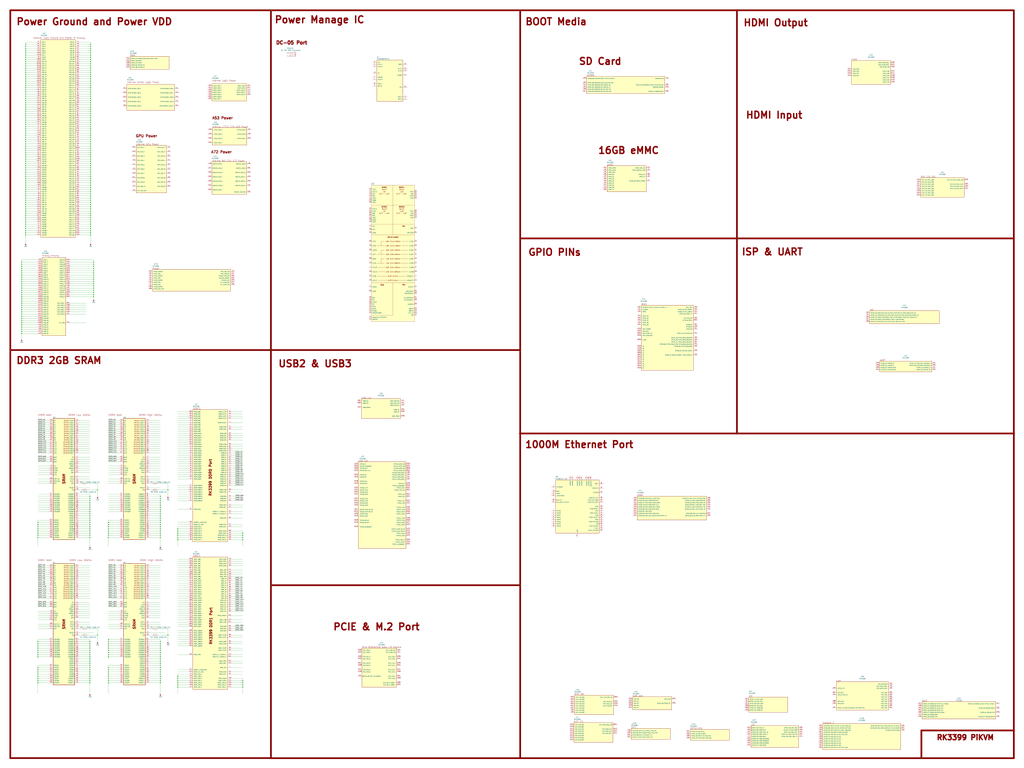
<source format=kicad_sch>
(kicad_sch (version 20230121) (generator eeschema)
  (paper "User" 1200 899.998)
  (lib_symbols
    (symbol "Device:R_Small" (pin_numbers hide) (pin_names (offset 0.254) hide)
      (property "Reference" "R" (at 0.762 0.508 0))
      (property "Value" "R_Small" (at 0.762 -1.016 0))
      (symbol "R_Small_1_1"
        (pin passive line (at 0 2.54 270) (length 0.762) (name "~") (number "1"))
        (pin passive line (at 0 -2.54 90) (length 0.762) (name "~") (number "2"))
      )
    )
    (symbol "RK3399:RK3399" (pin_names (offset 1.016))
      (property "Reference" "U1" (at -20.32 124.46 0))
      (property "Value" "RK3399" (at -15.24 124.46 0))
      (symbol "RK3399_1_0"
        (text "Internal Logic Ground and Digital IO Groung" (at -20.4659 119.662 0) (effects (font (size 1.7823 1.7823)) (justify left bottom)))
        (pin power_in line (at -25.4 114.3 0) (length 5.08) (name "VSS_1") (number "A1"))
        (pin power_in line (at -25.4 111.76 0) (length 5.08) (name "VSS_2") (number "A27"))
        (pin power_in line (at -25.4 109.22 0) (length 5.08) (name "VSS_3") (number "A31"))
        (pin power_in line (at 25.4 -109.22 180) (length 5.08) (name "VSS_179") (number "AA10"))
        (pin power_in line (at 25.4 -104.14 180) (length 5.08) (name "VSS_177") (number "AA13"))
        (pin power_in line (at -25.4 106.68 0) (length 5.08) (name "VSS_4") (number "AA3"))
        (pin power_in line (at -25.4 104.14 0) (length 5.08) (name "VSS_5") (number "AA5"))
        (pin power_in line (at -25.4 101.6 0) (length 5.08) (name "VSS_6") (number "AA9"))
        (pin power_in line (at 25.4 -10.16 180) (length 5.08) (name "VSS_140") (number "AB19"))
        (pin power_in line (at -25.4 93.98 0) (length 5.08) (name "VSS_9") (number "AB9"))
        (pin power_in line (at 25.4 -22.86 180) (length 5.08) (name "VSS_145") (number "AC18"))
        (pin power_in line (at -25.4 83.82 0) (length 5.08) (name "VSS_13") (number "AC20"))
        (pin power_in line (at 25.4 10.16 180) (length 5.08) (name "VSS_132") (number "AC21"))
        (pin power_in line (at -25.4 86.36 0) (length 5.08) (name "VSS_12") (number "AC22"))
        (pin power_in line (at -25.4 76.2 0) (length 5.08) (name "VSS_16") (number "AC3"))
        (pin power_in line (at -25.4 68.58 0) (length 5.08) (name "VSS_19") (number "AD10"))
        (pin power_in line (at 25.4 -68.58 180) (length 5.08) (name "VSS_163") (number "AD21"))
        (pin power_in line (at -25.4 88.9 0) (length 5.08) (name "VSS_11") (number "AD22"))
        (pin power_in line (at -25.4 73.66 0) (length 5.08) (name "VSS_17") (number "AD3"))
        (pin power_in line (at -25.4 71.12 0) (length 5.08) (name "VSS_18") (number "AD5"))
        (pin power_in line (at -25.4 81.28 0) (length 5.08) (name "VSS_14") (number "AE23"))
        (pin power_in line (at -25.4 99.06 0) (length 5.08) (name "VSS_7") (number "AF18"))
        (pin power_in line (at -25.4 91.44 0) (length 5.08) (name "VSS_10") (number "AF20"))
        (pin power_in line (at -25.4 66.04 0) (length 5.08) (name "VSS_20") (number "AF9"))
        (pin power_in line (at -25.4 63.5 0) (length 5.08) (name "VSS_21") (number "AG2"))
        (pin power_in line (at 25.4 -111.76 180) (length 5.08) (name "VSS_180") (number "AJ20"))
        (pin power_in line (at 25.4 -91.44 180) (length 5.08) (name "VSS_172") (number "AJ21"))
        (pin power_in line (at 25.4 -93.98 180) (length 5.08) (name "VSS_173") (number "AJ23"))
        (pin power_in line (at 25.4 -96.52 180) (length 5.08) (name "VSS_174") (number "AJ24"))
        (pin power_in line (at 25.4 -99.06 180) (length 5.08) (name "VSS_175") (number "AJ26"))
        (pin power_in line (at 25.4 -101.6 180) (length 5.08) (name "VSS_176") (number "AJ27"))
        (pin power_in line (at 25.4 -88.9 180) (length 5.08) (name "VSS_171") (number "AJ28"))
        (pin power_in line (at -25.4 60.96 0) (length 5.08) (name "VSS_22") (number "AJ5"))
        (pin power_in line (at -25.4 58.42 0) (length 5.08) (name "VSS_23") (number "AL1"))
        (pin power_in line (at 25.4 -106.68 180) (length 5.08) (name "VSS_178") (number "AL31"))
        (pin power_in line (at -25.4 55.88 0) (length 5.08) (name "VSS_24") (number "B5"))
        (pin power_in line (at -25.4 48.26 0) (length 5.08) (name "VSS_27") (number "C11"))
        (pin power_in line (at -25.4 45.72 0) (length 5.08) (name "VSS_28") (number "C12"))
        (pin power_in line (at -25.4 43.18 0) (length 5.08) (name "VSS_29") (number "C14"))
        (pin power_in line (at -25.4 40.64 0) (length 5.08) (name "VSS_30") (number "C15"))
        (pin power_in line (at -25.4 38.1 0) (length 5.08) (name "VSS_31") (number "C17"))
        (pin power_in line (at -25.4 35.56 0) (length 5.08) (name "VSS_32") (number "C18"))
        (pin power_in line (at -25.4 33.02 0) (length 5.08) (name "VSS_33") (number "C20"))
        (pin power_in line (at -25.4 30.48 0) (length 5.08) (name "VSS_34") (number "C21"))
        (pin power_in line (at -25.4 27.94 0) (length 5.08) (name "VSS_35") (number "C23"))
        (pin power_in line (at -25.4 25.4 0) (length 5.08) (name "VSS_36") (number "C24"))
        (pin power_in line (at -25.4 22.86 0) (length 5.08) (name "VSS_37") (number "C26"))
        (pin power_in line (at -25.4 53.34 0) (length 5.08) (name "VSS_25") (number "C8"))
        (pin power_in line (at -25.4 50.8 0) (length 5.08) (name "VSS_26") (number "C9"))
        (pin power_in line (at -25.4 20.32 0) (length 5.08) (name "VSS_38") (number "D5"))
        (pin power_in line (at -25.4 10.16 0) (length 5.08) (name "VSS_42") (number "E12"))
        (pin power_in line (at -25.4 7.62 0) (length 5.08) (name "VSS_43") (number "E15"))
        (pin power_in line (at -25.4 5.08 0) (length 5.08) (name "VSS_44") (number "E18"))
        (pin power_in line (at -25.4 17.78 0) (length 5.08) (name "VSS_39") (number "E2"))
        (pin power_in line (at -25.4 2.54 0) (length 5.08) (name "VSS_45") (number "E21"))
        (pin power_in line (at -25.4 0 0) (length 5.08) (name "VSS_46") (number "E24"))
        (pin power_in line (at -25.4 -2.54 0) (length 5.08) (name "VSS_47") (number "E31"))
        (pin power_in line (at -25.4 15.24 0) (length 5.08) (name "VSS_40") (number "E4"))
        (pin power_in line (at -25.4 12.7 0) (length 5.08) (name "VSS_41") (number "E7"))
        (pin power_in line (at -25.4 -7.62 0) (length 5.08) (name "VSS_49") (number "F15"))
        (pin power_in line (at -25.4 -10.16 0) (length 5.08) (name "VSS_50") (number "F18"))
        (pin power_in line (at -25.4 -12.7 0) (length 5.08) (name "VSS_51") (number "F20"))
        (pin power_in line (at -25.4 -15.24 0) (length 5.08) (name "VSS_52") (number "F21"))
        (pin power_in line (at -25.4 -5.08 0) (length 5.08) (name "VSS_48") (number "F8"))
        (pin power_in line (at -25.4 -22.86 0) (length 5.08) (name "VSS_55") (number "G18"))
        (pin power_in line (at -25.4 -25.4 0) (length 5.08) (name "VSS_56") (number "G27"))
        (pin power_in line (at -25.4 -17.78 0) (length 5.08) (name "VSS_53") (number "G5"))
        (pin power_in line (at -25.4 -20.32 0) (length 5.08) (name "VSS_54") (number "G9"))
        (pin power_in line (at -25.4 -33.02 0) (length 5.08) (name "VSS_59") (number "H10"))
        (pin power_in line (at -25.4 -35.56 0) (length 5.08) (name "VSS_60") (number "H11"))
        (pin power_in line (at -25.4 -38.1 0) (length 5.08) (name "VSS_61") (number "H12"))
        (pin power_in line (at -25.4 -40.64 0) (length 5.08) (name "VSS_62") (number "H13"))
        (pin power_in line (at -25.4 -43.18 0) (length 5.08) (name "VSS_63") (number "H15"))
        (pin power_in line (at -25.4 -45.72 0) (length 5.08) (name "VSS_64") (number "H16"))
        (pin power_in line (at -25.4 -48.26 0) (length 5.08) (name "VSS_65") (number "H17"))
        (pin power_in line (at -25.4 -50.8 0) (length 5.08) (name "VSS_66") (number "H18"))
        (pin power_in line (at -25.4 -53.34 0) (length 5.08) (name "VSS_67") (number "H26"))
        (pin power_in line (at -25.4 -27.94 0) (length 5.08) (name "VSS_57") (number "H3"))
        (pin power_in line (at -25.4 -30.48 0) (length 5.08) (name "VSS_58") (number "H9"))
        (pin power_in line (at -25.4 -68.58 0) (length 5.08) (name "VSS_73") (number "J10"))
        (pin power_in line (at -25.4 -55.88 0) (length 5.08) (name "VSS_68") (number "J3"))
        (pin power_in line (at -25.4 -58.42 0) (length 5.08) (name "VSS_69") (number "J6"))
        (pin power_in line (at -25.4 -60.96 0) (length 5.08) (name "VSS_70") (number "J7"))
        (pin power_in line (at -25.4 -63.5 0) (length 5.08) (name "VSS_71") (number "J8"))
        (pin power_in line (at -25.4 -66.04 0) (length 5.08) (name "VSS_72") (number "J9"))
        (pin power_in line (at -25.4 -76.2 0) (length 5.08) (name "VSS_76") (number "K10"))
        (pin power_in line (at -25.4 -78.74 0) (length 5.08) (name "VSS_77") (number "K12"))
        (pin power_in line (at -25.4 -81.28 0) (length 5.08) (name "VSS_78") (number "K14"))
        (pin power_in line (at -25.4 -83.82 0) (length 5.08) (name "VSS_79") (number "K16"))
        (pin power_in line (at -25.4 -86.36 0) (length 5.08) (name "VSS_80") (number "K18"))
        (pin power_in line (at -25.4 -91.44 0) (length 5.08) (name "VSS_82") (number "K20"))
        (pin power_in line (at -25.4 -96.52 0) (length 5.08) (name "VSS_84") (number "K22"))
        (pin power_in line (at -25.4 -71.12 0) (length 5.08) (name "VSS_74") (number "K8"))
        (pin power_in line (at -25.4 -73.66 0) (length 5.08) (name "VSS_75") (number "K9"))
        (pin power_in line (at -25.4 -106.68 0) (length 5.08) (name "VSS_88") (number "L11"))
        (pin power_in line (at -25.4 -109.22 0) (length 5.08) (name "VSS_89") (number "L12"))
        (pin power_in line (at -25.4 -111.76 0) (length 5.08) (name "VSS_90") (number "L13"))
        (pin power_in line (at 25.4 114.3 180) (length 5.08) (name "VSS_91") (number "L14"))
        (pin power_in line (at 25.4 111.76 180) (length 5.08) (name "VSS_92") (number "L15"))
        (pin power_in line (at 25.4 109.22 180) (length 5.08) (name "VSS_93") (number "L16"))
        (pin power_in line (at 25.4 101.6 180) (length 5.08) (name "VSS_96") (number "L20"))
        (pin power_in line (at 25.4 99.06 180) (length 5.08) (name "VSS_97") (number "L22"))
        (pin power_in line (at 25.4 93.98 180) (length 5.08) (name "VSS_99") (number "L27"))
        (pin power_in line (at -25.4 -99.06 0) (length 5.08) (name "VSS_85") (number "L3"))
        (pin power_in line (at -25.4 -101.6 0) (length 5.08) (name "VSS_86") (number "L6"))
        (pin power_in line (at -25.4 -104.14 0) (length 5.08) (name "VSS_87") (number "L8"))
        (pin power_in line (at 25.4 86.36 180) (length 5.08) (name "VSS_102") (number "M10"))
        (pin power_in line (at 25.4 83.82 180) (length 5.08) (name "VSS_103") (number "M16"))
        (pin power_in line (at 25.4 81.28 180) (length 5.08) (name "VSS_104") (number "M23"))
        (pin power_in line (at 25.4 91.44 180) (length 5.08) (name "VSS_100") (number "M3"))
        (pin power_in line (at 25.4 88.9 180) (length 5.08) (name "VSS_101") (number "M8"))
        (pin power_in line (at 25.4 71.12 180) (length 5.08) (name "VSS_108") (number "N13"))
        (pin power_in line (at 25.4 68.58 180) (length 5.08) (name "VSS_109") (number "N14"))
        (pin power_in line (at 25.4 66.04 180) (length 5.08) (name "VSS_110") (number "N15"))
        (pin power_in line (at 25.4 63.5 180) (length 5.08) (name "VSS_111") (number "N16"))
        (pin power_in line (at 25.4 106.68 180) (length 5.08) (name "VSS_94") (number "N17"))
        (pin power_in line (at -25.4 -93.98 0) (length 5.08) (name "VSS_83") (number "N19"))
        (pin power_in line (at 25.4 96.52 180) (length 5.08) (name "VSS_98") (number "N21"))
        (pin power_in line (at 25.4 78.74 180) (length 5.08) (name "VSS_105") (number "N8"))
        (pin power_in line (at 25.4 50.8 180) (length 5.08) (name "VSS_116") (number "P10"))
        (pin power_in line (at 25.4 76.2 180) (length 5.08) (name "VSS_106") (number "P11"))
        (pin power_in line (at 25.4 73.66 180) (length 5.08) (name "VSS_107") (number "P12"))
        (pin power_in line (at 25.4 48.26 180) (length 5.08) (name "VSS_117") (number "P16"))
        (pin power_in line (at 25.4 43.18 180) (length 5.08) (name "VSS_119") (number "P19"))
        (pin power_in line (at 25.4 38.1 180) (length 5.08) (name "VSS_121") (number "P21"))
        (pin power_in line (at 25.4 60.96 180) (length 5.08) (name "VSS_112") (number "P3"))
        (pin power_in line (at 25.4 58.42 180) (length 5.08) (name "VSS_113") (number "P6"))
        (pin power_in line (at 25.4 55.88 180) (length 5.08) (name "VSS_114") (number "P7"))
        (pin power_in line (at 25.4 53.34 180) (length 5.08) (name "VSS_115") (number "P8"))
        (pin power_in line (at 25.4 17.78 180) (length 5.08) (name "VSS_129") (number "R14"))
        (pin power_in line (at 25.4 15.24 180) (length 5.08) (name "VSS_130") (number "R15"))
        (pin power_in line (at 25.4 12.7 180) (length 5.08) (name "VSS_131") (number "R16"))
        (pin power_in line (at 25.4 -73.66 180) (length 5.08) (name "VSS_165") (number "R18"))
        (pin power_in line (at 25.4 40.64 180) (length 5.08) (name "VSS_120") (number "R21"))
        (pin power_in line (at 25.4 7.62 180) (length 5.08) (name "VSS_133") (number "R23"))
        (pin power_in line (at 25.4 33.02 180) (length 5.08) (name "VSS_123") (number "R3"))
        (pin power_in line (at 25.4 30.48 180) (length 5.08) (name "VSS_124") (number "R5"))
        (pin power_in line (at 25.4 27.94 180) (length 5.08) (name "VSS_125") (number "R6"))
        (pin power_in line (at 25.4 2.54 180) (length 5.08) (name "VSS_135") (number "T10"))
        (pin power_in line (at 25.4 -5.08 180) (length 5.08) (name "VSS_138") (number "T16"))
        (pin power_in line (at 25.4 -81.28 180) (length 5.08) (name "VSS_168") (number "T18"))
        (pin power_in line (at 25.4 35.56 180) (length 5.08) (name "VSS_122") (number "T19"))
        (pin power_in line (at 25.4 -7.62 180) (length 5.08) (name "VSS_139") (number "T21"))
        (pin power_in line (at 25.4 5.08 180) (length 5.08) (name "VSS_134") (number "T8"))
        (pin power_in line (at 25.4 25.4 180) (length 5.08) (name "VSS_126") (number "U11"))
        (pin power_in line (at 25.4 22.86 180) (length 5.08) (name "VSS_127") (number "U12"))
        (pin power_in line (at 25.4 -2.54 180) (length 5.08) (name "VSS_137") (number "U14"))
        (pin power_in line (at 25.4 -17.78 180) (length 5.08) (name "VSS_143") (number "U15"))
        (pin power_in line (at 25.4 -20.32 180) (length 5.08) (name "VSS_144") (number "U16"))
        (pin power_in line (at 25.4 -25.4 180) (length 5.08) (name "VSS_146") (number "U19"))
        (pin power_in line (at 25.4 -27.94 180) (length 5.08) (name "VSS_147") (number "U21"))
        (pin power_in line (at 25.4 -33.02 180) (length 5.08) (name "VSS_149") (number "U22"))
        (pin power_in line (at 25.4 -35.56 180) (length 5.08) (name "VSS_150") (number "U29"))
        (pin power_in line (at 25.4 -12.7 180) (length 5.08) (name "VSS_141") (number "U3"))
        (pin power_in line (at 25.4 -15.24 180) (length 5.08) (name "VSS_142") (number "U8"))
        (pin power_in line (at 25.4 -45.72 180) (length 5.08) (name "VSS_154") (number "V10"))
        (pin power_in line (at 25.4 -30.48 180) (length 5.08) (name "VSS_148") (number "V17"))
        (pin power_in line (at 25.4 -38.1 180) (length 5.08) (name "VSS_151") (number "V3"))
        (pin power_in line (at 25.4 -40.64 180) (length 5.08) (name "VSS_152") (number "V5"))
        (pin power_in line (at 25.4 -43.18 180) (length 5.08) (name "VSS_153") (number "V8"))
        (pin power_in line (at 25.4 20.32 180) (length 5.08) (name "VSS_128") (number "W13"))
        (pin power_in line (at 25.4 -58.42 180) (length 5.08) (name "VSS_159") (number "W17"))
        (pin power_in line (at 25.4 -83.82 180) (length 5.08) (name "VSS_169") (number "W18"))
        (pin power_in line (at 25.4 -78.74 180) (length 5.08) (name "VSS_167") (number "W19"))
        (pin power_in line (at -25.4 -88.9 0) (length 5.08) (name "VSS_81") (number "W21"))
        (pin power_in line (at 25.4 -55.88 180) (length 5.08) (name "VSS_158") (number "W22"))
        (pin power_in line (at 25.4 -60.96 180) (length 5.08) (name "VSS_160") (number "W30"))
        (pin power_in line (at 25.4 -63.5 180) (length 5.08) (name "VSS_161") (number "W8"))
        (pin power_in line (at 25.4 -66.04 180) (length 5.08) (name "VSS_162") (number "W9"))
        (pin power_in line (at -25.4 78.74 0) (length 5.08) (name "VSS_15") (number "Y10"))
        (pin power_in line (at 25.4 -48.26 180) (length 5.08) (name "VSS_155") (number "Y11"))
        (pin power_in line (at 25.4 0 180) (length 5.08) (name "VSS_136") (number "Y12"))
        (pin power_in line (at 25.4 -71.12 180) (length 5.08) (name "VSS_164") (number "Y13"))
        (pin power_in line (at 25.4 -50.8 180) (length 5.08) (name "VSS_156") (number "Y14"))
        (pin power_in line (at 25.4 -53.34 180) (length 5.08) (name "VSS_157") (number "Y15"))
        (pin power_in line (at 25.4 45.72 180) (length 5.08) (name "VSS_118") (number "Y16"))
        (pin power_in line (at 25.4 104.14 180) (length 5.08) (name "VSS_95") (number "Y17"))
        (pin power_in line (at 25.4 -86.36 180) (length 5.08) (name "VSS_170") (number "Y20"))
        (pin power_in line (at -25.4 96.52 0) (length 5.08) (name "VSS_8") (number "Y3"))
        (pin power_in line (at 25.4 -76.2 180) (length 5.08) (name "VSS_166") (number "Y9"))
      )
      (symbol "RK3399_2_0"
        (text "Analog Groung" (at -15.3236 48.4013 0) (effects (font (size 1.784 1.784)) (justify left bottom)))
        (pin power_in line (at -20.32 12.7 0) (length 5.08) (name "AVSS_13") (number "AA11"))
        (pin power_in line (at -20.32 2.54 0) (length 5.08) (name "AVSS_17") (number "AA12"))
        (pin power_in line (at -20.32 -20.32 0) (length 5.08) (name "AVSS_26") (number "AA14"))
        (pin power_in line (at 17.78 0 180) (length 5.08) (name "AVSS_53") (number "AA15"))
        (pin power_in line (at -20.32 35.56 0) (length 5.08) (name "AVSS_4") (number "AA23"))
        (pin power_in line (at -20.32 30.48 0) (length 5.08) (name "AVSS_6") (number "AA26"))
        (pin power_in line (at -20.32 27.94 0) (length 5.08) (name "AVSS_7") (number "AA29"))
        (pin power_in line (at -20.32 15.24 0) (length 5.08) (name "AVSS_12") (number "AB10"))
        (pin power_in line (at -20.32 25.4 0) (length 5.08) (name "AVSS_8") (number "AB11"))
        (pin power_in line (at -20.32 22.86 0) (length 5.08) (name "AVSS_9") (number "AB13"))
        (pin power_in line (at 17.78 27.94 180) (length 5.08) (name "AVSS_42") (number "AB15"))
        (pin power_in line (at 17.78 30.48 180) (length 5.08) (name "AVSS_41") (number "AB16"))
        (pin power_in line (at 17.78 2.54 180) (length 5.08) (name "AVSS_52") (number "AB17"))
        (pin power_in line (at -20.32 33.02 0) (length 5.08) (name "AVSS_5") (number "AB23"))
        (pin power_in line (at 17.78 22.86 180) (length 5.08) (name "AVSS_44") (number "AC11"))
        (pin power_in line (at 17.78 20.32 180) (length 5.08) (name "AVSS_45") (number "AC13"))
        (pin power_in line (at -20.32 20.32 0) (length 5.08) (name "AVSS_10") (number "AC15"))
        (pin power_in line (at -20.32 0 0) (length 5.08) (name "AVSS_18") (number "AC16"))
        (pin power_in line (at 17.78 25.4 180) (length 5.08) (name "AVSS_43") (number "AC17"))
        (pin power_in line (at -20.32 -2.54 0) (length 5.08) (name "AVSS_19") (number "AC23"))
        (pin power_in line (at 17.78 5.08 180) (length 5.08) (name "AVSS_51") (number "AC25"))
        (pin power_in line (at -20.32 10.16 0) (length 5.08) (name "AVSS_14") (number "AC26"))
        (pin power_in line (at -20.32 7.62 0) (length 5.08) (name "AVSS_15") (number "AC29"))
        (pin power_in line (at -20.32 17.78 0) (length 5.08) (name "AVSS_11") (number "AD13"))
        (pin power_in line (at -20.32 5.08 0) (length 5.08) (name "AVSS_16") (number "AD17"))
        (pin power_in line (at 17.78 33.02 180) (length 5.08) (name "AVSS_40") (number "AD26"))
        (pin power_in line (at -20.32 -5.08 0) (length 5.08) (name "AVSS_20") (number "AD29"))
        (pin power_in line (at -20.32 -7.62 0) (length 5.08) (name "AVSS_21") (number "AE11"))
        (pin power_in line (at -20.32 -10.16 0) (length 5.08) (name "AVSS_22") (number "AE12"))
        (pin power_in line (at -20.32 -12.7 0) (length 5.08) (name "AVSS_23") (number "AE14"))
        (pin power_in line (at -20.32 -15.24 0) (length 5.08) (name "AVSS_24") (number "AE17"))
        (pin power_in line (at -20.32 -17.78 0) (length 5.08) (name "AVSS_25") (number "AE27"))
        (pin power_in line (at -20.32 -22.86 0) (length 5.08) (name "AVSS_27") (number "AF17"))
        (pin power_in line (at -20.32 40.64 0) (length 5.08) (name "AVSS_2") (number "AF23"))
        (pin power_in line (at -20.32 38.1 0) (length 5.08) (name "AVSS_3") (number "AF24"))
        (pin power_in line (at -20.32 -25.4 0) (length 5.08) (name "AVSS_28") (number "AF29"))
        (pin power_in line (at -20.32 -27.94 0) (length 5.08) (name "AVSS_29") (number "AG29"))
        (pin power_in line (at -20.32 -30.48 0) (length 5.08) (name "AVSS_30") (number "AH29"))
        (pin power_in line (at -20.32 -40.64 0) (length 5.08) (name "AVSS_34") (number "AJ11"))
        (pin power_in line (at -20.32 -43.18 0) (length 5.08) (name "AVSS_35") (number "AJ12"))
        (pin power_in line (at 17.78 43.18 180) (length 5.08) (name "AVSS_36") (number "AJ14"))
        (pin power_in line (at 17.78 40.64 180) (length 5.08) (name "AVSS_37") (number "AJ15"))
        (pin power_in line (at 17.78 38.1 180) (length 5.08) (name "AVSS_38") (number "AJ17"))
        (pin power_in line (at 17.78 35.56 180) (length 5.08) (name "AVSS_39") (number "AJ18"))
        (pin power_in line (at 17.78 15.24 180) (length 5.08) (name "AVSS_47") (number "AJ29"))
        (pin power_in line (at -20.32 -33.02 0) (length 5.08) (name "AVSS_31") (number "AJ6"))
        (pin power_in line (at -20.32 -35.56 0) (length 5.08) (name "AVSS_32") (number "AJ8"))
        (pin power_in line (at -20.32 -38.1 0) (length 5.08) (name "AVSS_33") (number "AJ9"))
        (pin power_in line (at 17.78 -7.62 180) (length 5.08) (name "EDP_AVSS_1") (number "B31"))
        (pin power_in line (at 17.78 -10.16 180) (length 5.08) (name "EDP_AVSS_2") (number "C28"))
        (pin power_in line (at 17.78 -12.7 180) (length 5.08) (name "EDP_AVSS_3") (number "C29"))
        (pin power_in line (at 17.78 -15.24 180) (length 5.08) (name "EDP_AVSS_4") (number "D29"))
        (pin power_in line (at 17.78 -17.78 180) (length 5.08) (name "EDP_AVSS_5") (number "H19"))
        (pin power_in line (at 17.78 -20.32 180) (length 5.08) (name "EDP_AVSS_6") (number "J21"))
        (pin power_in line (at 17.78 -30.48 180) (length 5.08) (name "PLL_AVSS") (number "P17"))
        (pin power_in line (at 17.78 10.16 180) (length 5.08) (name "AVSS_49") (number "U23"))
        (pin power_in line (at 17.78 7.62 180) (length 5.08) (name "AVSS_50") (number "V23"))
        (pin power_in line (at 17.78 17.78 180) (length 5.08) (name "AVSS_46") (number "W23"))
        (pin power_in line (at -20.32 43.18 0) (length 5.08) (name "AVSS_1") (number "Y23"))
        (pin power_in line (at 17.78 12.7 180) (length 5.08) (name "AVSS_48") (number "Y29"))
      )
      (symbol "RK3399_3_0"
        (text "Internal Center Logic Power" (at -28.0022 15.2819 0) (effects (font (size 1.7808 1.7808)) (justify left bottom)))
        (pin power_in line (at -33.02 10.16 0) (length 5.08) (name "CENTERLOGIC_VDD_1") (number "M11"))
        (pin power_in line (at -33.02 5.08 0) (length 5.08) (name "CENTERLOGIC_VDD_2") (number "M12"))
        (pin power_in line (at -33.02 0 0) (length 5.08) (name "CENTERLOGIC_VDD_3") (number "M13"))
        (pin power_in line (at -33.02 -5.08 0) (length 5.08) (name "CENTERLOGIC_VDD_4") (number "M14"))
        (pin power_in line (at -33.02 -10.16 0) (length 5.08) (name "CENTERLOGIC_VDD_5") (number "M15"))
        (pin power_in line (at 33.02 10.16 180) (length 5.08) (name "CENTERLOGIC_VDD_6") (number "N11"))
        (pin power_in line (at 33.02 5.08 180) (length 5.08) (name "CENTERLOGIC_VDD_7") (number "N12"))
        (pin power_in line (at 33.02 0 180) (length 5.08) (name "CENTERLOGIC_VDD_8") (number "P13"))
        (pin power_in line (at 33.02 -5.08 180) (length 5.08) (name "CENTERLOGIC_VDD_9") (number "P14"))
        (pin power_in line (at 33.02 -10.16 180) (length 5.08) (name "CENTERLOGIC_VDD_10") (number "P15"))
      )
      (symbol "RK3399_4_0"
        (text "Internal GPU Power" (at -17.8724 28.0417 0) (effects (font (size 1.7843 1.7843)) (justify left bottom)))
        (pin power_in line (at -22.86 -10.16 0) (length 5.08) (name "GPU_VDD_8") (number "R11"))
        (pin power_in line (at -22.86 -15.24 0) (length 5.08) (name "GPU_VDD_9") (number "R12"))
        (pin power_in line (at 22.86 15.24 180) (length 5.08) (name "GPU_VDD_13") (number "R13"))
        (pin power_in line (at -22.86 -20.32 0) (length 5.08) (name "GPU_VDD_10") (number "T11"))
        (pin power_in line (at 22.86 25.4 180) (length 5.08) (name "GPU_VDD_11") (number "T12"))
        (pin power_in line (at 22.86 20.32 180) (length 5.08) (name "GPU_VDD_12") (number "T13"))
        (pin power_in line (at 22.86 10.16 180) (length 5.08) (name "GPU_VDD_14") (number "T14"))
        (pin power_in line (at -22.86 -25.4 0) (length 5.08) (name "GPU_VDD_COM") (number "T15"))
        (pin power_in line (at -22.86 -5.08 0) (length 5.08) (name "GPU_VDD_7") (number "U13"))
        (pin power_in line (at 22.86 5.08 180) (length 5.08) (name "GPU_VDD_15") (number "V11"))
        (pin power_in line (at 22.86 0 180) (length 5.08) (name "GPU_VDD_16") (number "V12"))
        (pin power_in line (at -22.86 0 0) (length 5.08) (name "GPU_VDD_6") (number "V13"))
        (pin power_in line (at -22.86 5.08 0) (length 5.08) (name "GPU_VDD_5") (number "V14"))
        (pin power_in line (at -22.86 10.16 0) (length 5.08) (name "GPU_VDD_4") (number "V15"))
        (pin power_in line (at 22.86 -5.08 180) (length 5.08) (name "GPU_VDD_17") (number "V16"))
        (pin power_in line (at 22.86 -20.32 180) (length 5.08) (name "GPU_VDD_20") (number "W10"))
        (pin power_in line (at -22.86 25.4 0) (length 5.08) (name "GPU_VDD_1") (number "W11"))
        (pin power_in line (at -22.86 20.32 0) (length 5.08) (name "GPU_VDD_2") (number "W12"))
        (pin power_in line (at -22.86 15.24 0) (length 5.08) (name "GPU_VDD_3") (number "W14"))
        (pin power_in line (at 22.86 -15.24 180) (length 5.08) (name "GPU_VDD_19") (number "W15"))
        (pin power_in line (at 22.86 -10.16 180) (length 5.08) (name "GPU_VDD_18") (number "W16"))
      )
      (symbol "RK3399_5_0"
        (text "Internal BIG CPU A72 Power" (at -20.4112 17.8514 0) (effects (font (size 1.7837 1.7837)) (justify left bottom)))
        (pin power_in line (at 25.4 -5.08 180) (length 5.08) (name "BIGCPU_VDD_12") (number "K19"))
        (pin power_in line (at 25.4 -10.16 180) (length 5.08) (name "BIGCPU_VDD_13") (number "K21"))
        (pin power_in line (at 25.4 15.24 180) (length 5.08) (name "BIGCPU_VDD_8") (number "L18"))
        (pin power_in line (at -25.4 15.24 0) (length 5.08) (name "BIGCPU_VDD_1") (number "L19"))
        (pin power_in line (at -25.4 10.16 0) (length 5.08) (name "BIGCPU_VDD_2") (number "L21"))
        (pin power_in line (at 25.4 0 180) (length 5.08) (name "BIGCPU_VDD_11") (number "L23"))
        (pin power_in line (at -25.4 5.08 0) (length 5.08) (name "BIGCPU_VDD_3") (number "M18"))
        (pin power_in line (at -25.4 0 0) (length 5.08) (name "BIGCPU_VDD_4") (number "M19"))
        (pin power_in line (at -25.4 -5.08 0) (length 5.08) (name "BIGCPU_VDD_5") (number "M20"))
        (pin power_in line (at -25.4 -10.16 0) (length 5.08) (name "BIGCPU_VDD_6") (number "M21"))
        (pin power_in line (at -25.4 -15.24 0) (length 5.08) (name "BIGCPU_VDD_7") (number "M22"))
        (pin power_in line (at 25.4 -17.78 180) (length 5.08) (name "BIGCPU_VDD_COM") (number "N18"))
        (pin power_in line (at 25.4 5.08 180) (length 5.08) (name "BIGCPU_VDD_10") (number "N20"))
        (pin power_in line (at 25.4 10.16 180) (length 5.08) (name "BIGCPU_VDD_9") (number "N22"))
      )
      (symbol "RK3399_6_0"
        (text "Internal Logic Power" (at -20.32 12.7 0) (effects (font (size 1.7838 1.7838)) (justify left bottom)))
        (pin power_in line (at 25.4 2.54 180) (length 5.08) (name "LOGIC_VDD_10") (number "L17"))
        (pin power_in line (at 25.4 5.08 180) (length 5.08) (name "LOGIC_VDD_9") (number "M17"))
        (pin power_in line (at 25.4 0 180) (length 5.08) (name "LOGIC_VDD_11") (number "T17"))
        (pin power_in line (at 25.4 7.62 180) (length 5.08) (name "LOGIC_VDD_8") (number "U17"))
        (pin power_in line (at -25.4 -7.62 0) (length 5.08) (name "LOGIC_VDD_7") (number "U18"))
        (pin power_in line (at 25.4 -2.54 180) (length 5.08) (name "LOGIC_VDD_12") (number "U20"))
        (pin power_in line (at -25.4 -2.54 0) (length 5.08) (name "LOGIC_VDD_5") (number "V18"))
        (pin power_in line (at -25.4 0 0) (length 5.08) (name "LOGIC_VDD_4") (number "V19"))
        (pin power_in line (at -25.4 2.54 0) (length 5.08) (name "LOGIC_VDD_3") (number "V20"))
        (pin power_in line (at -25.4 5.08 0) (length 5.08) (name "LOGIC_VDD_2") (number "V21"))
        (pin power_in line (at -25.4 7.62 0) (length 5.08) (name "LOGIC_VDD_1") (number "V22"))
        (pin power_in line (at -25.4 -5.08 0) (length 5.08) (name "LOGIC_VDD_6") (number "W20"))
      )
      (symbol "RK3399_7_0"
        (text "Internal LITTLE CPU A53 Power" (at -20.4095 10.2151 0) (effects (font (size 1.7835 1.7835)) (justify left bottom)))
        (pin power_in line (at -25.4 7.62 0) (length 5.08) (name "LITCPU_VDD_1") (number "P20"))
        (pin power_in line (at -25.4 -7.62 0) (length 5.08) (name "LITCPU_VDD_4") (number "P22"))
        (pin power_in line (at -25.4 2.54 0) (length 5.08) (name "LITCPU_VDD_2") (number "R19"))
        (pin power_in line (at -25.4 -2.54 0) (length 5.08) (name "LITCPU_VDD_3") (number "R20"))
        (pin power_in line (at 25.4 -2.54 180) (length 5.08) (name "LITCPU_VDD_7") (number "R22"))
        (pin power_in line (at 25.4 2.54 180) (length 5.08) (name "LITCPU_VDD_6") (number "T20"))
        (pin power_in line (at 25.4 7.62 180) (length 5.08) (name "LITCPU_VDD_5") (number "T22"))
      )
      (symbol "RK3399_8_0"
        (text "PCIe differential data I/O signals" (at -20.4082 22.9382 0) (effects (font (size 1.7834 1.7834)) (justify left bottom)))
        (pin output line (at 25.4 -2.54 180) (length 5.08) (name "PCIE_TX2_P") (number "AA27"))
        (pin output line (at 25.4 -5.08 180) (length 5.08) (name "PCIE_TX2_N") (number "AA28"))
        (pin input line (at -25.4 5.08 0) (length 5.08) (name "PCIE_RX2_P") (number "AC27"))
        (pin input line (at -25.4 2.54 0) (length 5.08) (name "PCIE_RX2_N") (number "AC28"))
        (pin output line (at 25.4 -10.16 180) (length 5.08) (name "PCIE_TX3_P") (number "AD27"))
        (pin output line (at 25.4 -12.7 180) (length 5.08) (name "PCIE_TX3_N") (number "AD28"))
        (pin output line (at 25.4 -17.78 180) (length 5.08) (name "PCIE_RCLK_100M_N") (number "AD30"))
        (pin output line (at 25.4 -20.32 180) (length 5.08) (name "PCIE_RCLK_100M_P") (number "AD31"))
        (pin output line (at 25.4 12.7 180) (length 5.08) (name "PCIE_TX0_P") (number "AE30"))
        (pin output line (at 25.4 10.16 180) (length 5.08) (name "PCIE_TX0_N") (number "AE31"))
        (pin input clock (at -25.4 -10.16 0) (length 5.08) (name "GPIO4_D0/PCIE_CLKREQNB") (number "AE6"))
        (pin input line (at -25.4 -2.54 0) (length 5.08) (name "PCIE_RX3_P") (number "AF27"))
        (pin input line (at -25.4 -5.08 0) (length 5.08) (name "PCIE_RX3_N") (number "AF28"))
        (pin input line (at -25.4 20.32 0) (length 5.08) (name "PCIE_RX0_P") (number "AF30"))
        (pin input line (at -25.4 17.78 0) (length 5.08) (name "PCIE_RX0_N") (number "AF31"))
        (pin output line (at 25.4 5.08 180) (length 5.08) (name "PCIE_TX1_P") (number "AG30"))
        (pin output line (at 25.4 2.54 180) (length 5.08) (name "PCIE_TX1_N") (number "AG31"))
        (pin input line (at -25.4 12.7 0) (length 5.08) (name "PCIE_RX1_P") (number "AH30"))
        (pin input line (at -25.4 10.16 0) (length 5.08) (name "PCIE_RX1_N") (number "AH31"))
        (pin power_in line (at 25.4 20.32 180) (length 5.08) (name "PCIE_AVDD_0V9") (number "W24"))
        (pin power_in line (at 25.4 17.78 180) (length 5.08) (name "PCIE_AVDD_1V8") (number "Y24"))
      )
      (symbol "RK3399_9_0"
        (text "DDRC0" (at -20.4006 73.8062 0) (effects (font (size 1.7827 1.7827)) (justify left bottom)))
        (pin bidirectional line (at -25.4 63.5 0) (length 5.08) (name "DDR0_DQ3") (number "AA1"))
        (pin bidirectional line (at -25.4 66.04 0) (length 5.08) (name "DDR0_DQ2") (number "AA2"))
        (pin bidirectional line (at -25.4 -17.78 0) (length 5.08) (name "DDR0_DQS0N") (number "AA4"))
        (pin bidirectional line (at -25.4 68.58 0) (length 5.08) (name "DDR0_DQ1") (number "AB1"))
        (pin bidirectional line (at -25.4 71.12 0) (length 5.08) (name "DDR0_DQ0") (number "AB2"))
        (pin bidirectional line (at -25.4 35.56 0) (length 5.08) (name "DDR0_DQ14") (number "AC1"))
        (pin bidirectional line (at -25.4 33.02 0) (length 5.08) (name "DDR0_DQ15") (number "AC2"))
        (pin bidirectional line (at -25.4 -20.32 0) (length 5.08) (name "DDR0_DQS1P") (number "AC4"))
        (pin output line (at 25.4 43.18 180) (length 5.08) (name "DDR0_DM1") (number "AC5"))
        (pin bidirectional line (at -25.4 38.1 0) (length 5.08) (name "DDR0_DQ13") (number "AD1"))
        (pin bidirectional line (at -25.4 43.18 0) (length 5.08) (name "DDR0_DQ11") (number "AD2"))
        (pin bidirectional line (at -25.4 -22.86 0) (length 5.08) (name "DDR0_DQS1N") (number "AD4"))
        (pin bidirectional line (at -25.4 40.64 0) (length 5.08) (name "DDR0_DQ12") (number "AE1"))
        (pin bidirectional line (at -25.4 48.26 0) (length 5.08) (name "DDR0_DQ9") (number "AE2"))
        (pin bidirectional line (at -25.4 45.72 0) (length 5.08) (name "DDR0_DQ10") (number "AF1"))
        (pin bidirectional line (at -25.4 50.8 0) (length 5.08) (name "DDR0_DQ8") (number "AF2"))
        (pin output line (at 25.4 30.48 180) (length 5.08) (name "DDR0_CSN1") (number "B1"))
        (pin output line (at 25.4 -7.62 180) (length 5.08) (name "DDR0_A12") (number "C1"))
        (pin output line (at 25.4 25.4 180) (length 5.08) (name "DDR0_CSN3") (number "C2"))
        (pin output line (at 25.4 -27.94 180) (length 5.08) (name "DDR0_BA0") (number "C3"))
        (pin output line (at 25.4 -2.54 180) (length 5.08) (name "DDR0_A10") (number "D1"))
        (pin output line (at 25.4 -10.16 180) (length 5.08) (name "DDR0_A13") (number "D2"))
        (pin output line (at 25.4 -12.7 180) (length 5.08) (name "DDR0_A14") (number "D3"))
        (pin output line (at 25.4 -60.96 180) (length 5.08) (name "DDR0_CKE0") (number "E1"))
        (pin output line (at 25.4 -5.08 180) (length 5.08) (name "DDR0_A11") (number "E3"))
        (pin output line (at 25.4 20.32 180) (length 5.08) (name "DDR0_A1") (number "F1"))
        (pin output line (at 25.4 22.86 180) (length 5.08) (name "DDR0_A0") (number "F2"))
        (pin output line (at 25.4 53.34 180) (length 5.08) (name "DDR0_RASN") (number "F3"))
        (pin output line (at 25.4 -30.48 180) (length 5.08) (name "DDR0_BA1") (number "F4"))
        (pin output line (at 25.4 -63.5 180) (length 5.08) (name "DDR0_CKE1") (number "F5"))
        (pin output line (at 25.4 17.78 180) (length 5.08) (name "DDR0_A2") (number "G1"))
        (pin output line (at 25.4 15.24 180) (length 5.08) (name "DDR0_A3") (number "G2"))
        (pin output line (at 25.4 -53.34 180) (length 5.08) (name "DDR0_WEN") (number "G6"))
        (pin output line (at 25.4 10.16 180) (length 5.08) (name "DDR0_A5") (number "H1"))
        (pin output line (at 25.4 12.7 180) (length 5.08) (name "DDR0_A4") (number "H2"))
        (pin output line (at 25.4 71.12 180) (length 5.08) (name "DDR0_CLK0P") (number "H4"))
        (pin output line (at 25.4 68.58 180) (length 5.08) (name "DDR0_CLK1P") (number "H5"))
        (pin output line (at 25.4 50.8 180) (length 5.08) (name "DDR0_CASN") (number "H6"))
        (pin output line (at 25.4 -15.24 180) (length 5.08) (name "DDR0_A15") (number "H7"))
        (pin output line (at 25.4 7.62 180) (length 5.08) (name "DDR0_A6") (number "J1"))
        (pin output line (at 25.4 5.08 180) (length 5.08) (name "DDR0_A7") (number "J2"))
        (pin output line (at 25.4 66.04 180) (length 5.08) (name "DDR0_CLK0N") (number "J4"))
        (pin output line (at 25.4 63.5 180) (length 5.08) (name "DDR0_CLK1N") (number "J5"))
        (pin output line (at 25.4 0 180) (length 5.08) (name "DDR0_A9") (number "K1"))
        (pin output line (at 25.4 2.54 180) (length 5.08) (name "DDR0_A8") (number "K2"))
        (pin bidirectional line (at -25.4 -2.54 0) (length 5.08) (name "DDR0_DQ29") (number "L1"))
        (pin power_in line (at -25.4 -66.04 0) (length 5.08) (name "DDR0_VDD_2") (number "L10"))
        (pin bidirectional line (at -25.4 -7.62 0) (length 5.08) (name "DDR0_DQ31") (number "L2"))
        (pin output line (at 25.4 -38.1 180) (length 5.08) (name "DDR0_ODT0") (number "L4"))
        (pin output line (at 25.4 -40.64 180) (length 5.08) (name "DDR0_ODT1") (number "L5"))
        (pin output line (at 25.4 58.42 180) (length 5.08) (name "DDR0_RESETN") (number "L7"))
        (pin power_in line (at -25.4 -63.5 0) (length 5.08) (name "DDR0_VDD_1") (number "L9"))
        (pin bidirectional line (at -25.4 2.54 0) (length 5.08) (name "DDR0_DQ27") (number "M1"))
        (pin bidirectional line (at -25.4 -5.08 0) (length 5.08) (name "DDR0_DQ30") (number "M2"))
        (pin output line (at 25.4 -33.02 180) (length 5.08) (name "DDR0_BA2") (number "M4"))
        (pin output line (at 25.4 27.94 180) (length 5.08) (name "DDR0_CSN2") (number "M5"))
        (pin output line (at 25.4 33.02 180) (length 5.08) (name "DDR0_CSN0") (number "M6"))
        (pin power_in line (at -25.4 -60.96 0) (length 5.08) (name "DDR0_CLK_VDD") (number "M7"))
        (pin power_in line (at -25.4 -68.58 0) (length 5.08) (name "DDR0_VDD_3") (number "M9"))
        (pin bidirectional line (at -25.4 5.08 0) (length 5.08) (name "DDR0_DQ26") (number "N1"))
        (pin power_in line (at -25.4 -73.66 0) (length 5.08) (name "DDR0_VDD_5") (number "N10"))
        (pin bidirectional line (at -25.4 0 0) (length 5.08) (name "DDR0_DQ28") (number "N2"))
        (pin power_in line (at -25.4 -71.12 0) (length 5.08) (name "DDR0_VDD_4") (number "N9"))
        (pin bidirectional line (at -25.4 10.16 0) (length 5.08) (name "DDR0_DQ24") (number "P1"))
        (pin bidirectional line (at -25.4 7.62 0) (length 5.08) (name "DDR0_DQ25") (number "P2"))
        (pin bidirectional line (at -25.4 -30.48 0) (length 5.08) (name "DDR0_DQS3P") (number "P4"))
        (pin output line (at 25.4 38.1 180) (length 5.08) (name "DDR0_DM3") (number "P5"))
        (pin power_in line (at -25.4 -76.2 0) (length 5.08) (name "DDR0_VDD_6") (number "P9"))
        (pin bidirectional line (at -25.4 12.7 0) (length 5.08) (name "DDR0_DQ23") (number "R1"))
        (pin power_in line (at 25.4 -68.58 180) (length 5.08) (name "DDR0_VDD_8") (number "R10"))
        (pin bidirectional line (at -25.4 15.24 0) (length 5.08) (name "DDR0_DQ22") (number "R2"))
        (pin bidirectional line (at -25.4 -33.02 0) (length 5.08) (name "DDR0_DQS3N") (number "R4"))
        (pin bidirectional line (at -25.4 -43.18 0) (length 5.08) (name "DDR0_PZQ") (number "R7"))
        (pin power_in line (at -25.4 -58.42 0) (length 5.08) (name "DDR0PLL_AVDD_0V9") (number "R8"))
        (pin power_in line (at -25.4 -78.74 0) (length 5.08) (name "DDR0_VDD_7") (number "R9"))
        (pin bidirectional line (at -25.4 20.32 0) (length 5.08) (name "DDR0_DQ20") (number "T1"))
        (pin bidirectional line (at -25.4 17.78 0) (length 5.08) (name "DDR0_DQ21") (number "T2"))
        (pin power_in line (at 25.4 -71.12 180) (length 5.08) (name "DDR0_VDD_9") (number "T9"))
        (pin bidirectional line (at -25.4 25.4 0) (length 5.08) (name "DDR0_DQ18") (number "U1"))
        (pin power_in line (at 25.4 -76.2 180) (length 5.08) (name "DDR0_VDD_11") (number "U10"))
        (pin bidirectional line (at -25.4 22.86 0) (length 5.08) (name "DDR0_DQ19") (number "U2"))
        (pin bidirectional line (at -25.4 -25.4 0) (length 5.08) (name "DDR0_DQS2P") (number "U4"))
        (pin output line (at 25.4 40.64 180) (length 5.08) (name "DDR0_DM2") (number "U5"))
        (pin output line (at 25.4 -20.32 180) (length 5.08) (name "DDR0_ATB0") (number "U6"))
        (pin output line (at 25.4 -22.86 180) (length 5.08) (name "DDR0_ATB1") (number "U7"))
        (pin power_in line (at 25.4 -73.66 180) (length 5.08) (name "DDR0_VDD_10") (number "U9"))
        (pin bidirectional line (at -25.4 30.48 0) (length 5.08) (name "DDR0_DQ16") (number "V1"))
        (pin bidirectional line (at -25.4 27.94 0) (length 5.08) (name "DDR0_DQ17") (number "V2"))
        (pin bidirectional line (at -25.4 -27.94 0) (length 5.08) (name "DDR0_DQS2N") (number "V4"))
        (pin output line (at 25.4 -45.72 180) (length 5.08) (name "DDR0_PLL_TESTOUT_P") (number "V6"))
        (pin output line (at 25.4 -48.26 180) (length 5.08) (name "DDR0_PLL_TESTOUT_N") (number "V7"))
        (pin power_in line (at 25.4 -78.74 180) (length 5.08) (name "DDR0_VDD_12") (number "V9"))
        (pin bidirectional line (at -25.4 55.88 0) (length 5.08) (name "DDR0_DQ6") (number "W1"))
        (pin bidirectional line (at -25.4 53.34 0) (length 5.08) (name "DDR0_DQ7") (number "W2"))
        (pin bidirectional line (at -25.4 58.42 0) (length 5.08) (name "DDR0_DQ5") (number "Y1"))
        (pin bidirectional line (at -25.4 60.96 0) (length 5.08) (name "DDR0_DQ4") (number "Y2"))
        (pin bidirectional line (at -25.4 -15.24 0) (length 5.08) (name "DDR0_DQS0P") (number "Y4"))
        (pin output line (at 25.4 45.72 180) (length 5.08) (name "DDR0_DM0") (number "Y5"))
      )
      (symbol "RK3399_10_0"
        (text "DDRC1" (at -20.4001 73.8044 0) (effects (font (size 1.7827 1.7827)) (justify left bottom)))
        (pin output line (at 25.4 45.72 180) (length 5.08) (name "DDR1_A1") (number "A10"))
        (pin bidirectional line (at -25.4 45.72 0) (length 5.08) (name "DDR1_DQ10") (number "A11"))
        (pin bidirectional line (at -25.4 40.64 0) (length 5.08) (name "DDR1_DQ12") (number "A12"))
        (pin bidirectional line (at -25.4 38.1 0) (length 5.08) (name "DDR1_DQ13") (number "A13"))
        (pin bidirectional line (at -25.4 35.56 0) (length 5.08) (name "DDR1_DQ14") (number "A14"))
        (pin bidirectional line (at -25.4 68.58 0) (length 5.08) (name "DDR1_DQ1") (number "A15"))
        (pin bidirectional line (at -25.4 63.5 0) (length 5.08) (name "DDR1_DQ3") (number "A16"))
        (pin bidirectional line (at -25.4 58.42 0) (length 5.08) (name "DDR1_DQ5") (number "A17"))
        (pin bidirectional line (at -25.4 55.88 0) (length 5.08) (name "DDR1_DQ6") (number "A18"))
        (pin bidirectional line (at -25.4 30.48 0) (length 5.08) (name "DDR1_DQ16") (number "A19"))
        (pin output line (at 25.4 68.58 180) (length 5.08) (name "DDR1_CSN1") (number "A2"))
        (pin bidirectional line (at -25.4 25.4 0) (length 5.08) (name "DDR1_DQ18") (number "A20"))
        (pin bidirectional line (at -25.4 20.32 0) (length 5.08) (name "DDR1_DQ20") (number "A21"))
        (pin bidirectional line (at -25.4 12.7 0) (length 5.08) (name "DDR1_DQ23") (number "A22"))
        (pin bidirectional line (at -25.4 10.16 0) (length 5.08) (name "DDR1_DQ24") (number "A23"))
        (pin bidirectional line (at -25.4 5.08 0) (length 5.08) (name "DDR1_DQ26") (number "A24"))
        (pin bidirectional line (at -25.4 2.54 0) (length 5.08) (name "DDR1_DQ27") (number "A25"))
        (pin bidirectional line (at -25.4 -2.54 0) (length 5.08) (name "DDR1_DQ29") (number "A26"))
        (pin output line (at 25.4 17.78 180) (length 5.08) (name "DDR1_A12") (number "A3"))
        (pin output line (at 25.4 22.86 180) (length 5.08) (name "DDR1_A10") (number "A4"))
        (pin output line (at 25.4 -60.96 180) (length 5.08) (name "DDR1_CKE0") (number "A5"))
        (pin output line (at 25.4 25.4 180) (length 5.08) (name "DDR1_A9") (number "A6"))
        (pin output line (at 25.4 30.48 180) (length 5.08) (name "DDR1_A7") (number "A7"))
        (pin output line (at 25.4 35.56 180) (length 5.08) (name "DDR1_A5") (number "A8"))
        (pin output line (at 25.4 40.64 180) (length 5.08) (name "DDR1_A3") (number "A9"))
        (pin output line (at 25.4 48.26 180) (length 5.08) (name "DDR1_A0") (number "B10"))
        (pin bidirectional line (at -25.4 50.8 0) (length 5.08) (name "DDR1_DQ8") (number "B11"))
        (pin bidirectional line (at -25.4 48.26 0) (length 5.08) (name "DDR1_DQ9") (number "B12"))
        (pin bidirectional line (at -25.4 43.18 0) (length 5.08) (name "DDR1_DQ11") (number "B13"))
        (pin bidirectional line (at -25.4 33.02 0) (length 5.08) (name "DDR1_DQ15") (number "B14"))
        (pin bidirectional line (at -25.4 71.12 0) (length 5.08) (name "DDR1_DQ0") (number "B15"))
        (pin bidirectional line (at -25.4 66.04 0) (length 5.08) (name "DDR1_DQ2") (number "B16"))
        (pin bidirectional line (at -25.4 60.96 0) (length 5.08) (name "DDR1_DQ4") (number "B17"))
        (pin bidirectional line (at -25.4 53.34 0) (length 5.08) (name "DDR1_DQ7") (number "B18"))
        (pin bidirectional line (at -25.4 27.94 0) (length 5.08) (name "DDR1_DQ17") (number "B19"))
        (pin output line (at 25.4 -7.62 180) (length 5.08) (name "DDR1_BA0") (number "B2"))
        (pin bidirectional line (at -25.4 22.86 0) (length 5.08) (name "DDR1_DQ19") (number "B20"))
        (pin bidirectional line (at -25.4 17.78 0) (length 5.08) (name "DDR1_DQ21") (number "B21"))
        (pin bidirectional line (at -25.4 15.24 0) (length 5.08) (name "DDR1_DQ22") (number "B22"))
        (pin bidirectional line (at -25.4 7.62 0) (length 5.08) (name "DDR1_DQ25") (number "B23"))
        (pin bidirectional line (at -25.4 0 0) (length 5.08) (name "DDR1_DQ28") (number "B24"))
        (pin bidirectional line (at -25.4 -5.08 0) (length 5.08) (name "DDR1_DQ30") (number "B25"))
        (pin bidirectional line (at -25.4 -7.62 0) (length 5.08) (name "DDR1_DQ31") (number "B26"))
        (pin output line (at 25.4 63.5 180) (length 5.08) (name "DDR1_CSN3") (number "B3"))
        (pin output line (at 25.4 15.24 180) (length 5.08) (name "DDR1_A13") (number "B4"))
        (pin output line (at 25.4 27.94 180) (length 5.08) (name "DDR1_A8") (number "B6"))
        (pin output line (at 25.4 33.02 180) (length 5.08) (name "DDR1_A6") (number "B7"))
        (pin output line (at 25.4 38.1 180) (length 5.08) (name "DDR1_A4") (number "B8"))
        (pin output line (at 25.4 43.18 180) (length 5.08) (name "DDR1_A2") (number "B9"))
        (pin output line (at 25.4 12.7 180) (length 5.08) (name "DDR1_A14") (number "C4"))
        (pin output line (at 25.4 20.32 180) (length 5.08) (name "DDR1_A11") (number "C5"))
        (pin output line (at 25.4 -25.4 180) (length 5.08) (name "DDR1_RASN") (number "C6"))
        (pin output line (at 25.4 -48.26 180) (length 5.08) (name "DDR1_ODT0") (number "D11"))
        (pin output line (at 25.4 -12.7 180) (length 5.08) (name "DDR1_BA2") (number "D12"))
        (pin bidirectional line (at -25.4 -20.32 0) (length 5.08) (name "DDR1_DQS1N") (number "D14"))
        (pin bidirectional line (at -25.4 -17.78 0) (length 5.08) (name "DDR1_DQS1P") (number "D15"))
        (pin bidirectional line (at -25.4 -15.24 0) (length 5.08) (name "DDR1_DQS0N") (number "D17"))
        (pin bidirectional line (at -25.4 -12.7 0) (length 5.08) (name "DDR1_DQS0P") (number "D18"))
        (pin bidirectional line (at -25.4 -25.4 0) (length 5.08) (name "DDR1_DQS2N") (number "D20"))
        (pin bidirectional line (at -25.4 -22.86 0) (length 5.08) (name "DDR1_DQS2P") (number "D21"))
        (pin bidirectional line (at -25.4 -30.48 0) (length 5.08) (name "DDR1_DQS3N") (number "D23"))
        (pin bidirectional line (at -25.4 -27.94 0) (length 5.08) (name "DDR1_DQS3P") (number "D24"))
        (pin output line (at 25.4 -10.16 180) (length 5.08) (name "DDR1_BA1") (number "D6"))
        (pin output line (at 25.4 -17.78 180) (length 5.08) (name "DDR1_CLK0N") (number "D8"))
        (pin output line (at 25.4 -33.02 180) (length 5.08) (name "DDR1_CLK0P") (number "D9"))
        (pin output line (at 25.4 -50.8 180) (length 5.08) (name "DDR1_ODT1") (number "E11"))
        (pin output line (at 25.4 55.88 180) (length 5.08) (name "DDR1_DM1") (number "E14"))
        (pin output line (at 25.4 58.42 180) (length 5.08) (name "DDR1_DM0") (number "E17"))
        (pin output line (at 25.4 53.34 180) (length 5.08) (name "DDR1_DM2") (number "E20"))
        (pin output line (at 25.4 50.8 180) (length 5.08) (name "DDR1_DM3") (number "E23"))
        (pin output line (at 25.4 -63.5 180) (length 5.08) (name "DDR1_CKE1") (number "E6"))
        (pin output line (at 25.4 -20.32 180) (length 5.08) (name "DDR1_CLK1N") (number "E8"))
        (pin output line (at 25.4 -35.56 180) (length 5.08) (name "DDR1_CLK1P") (number "E9"))
        (pin output line (at 25.4 66.04 180) (length 5.08) (name "DDR1_CSN2") (number "F11"))
        (pin output line (at 25.4 71.12 180) (length 5.08) (name "DDR1_CSN0") (number "F12"))
        (pin output line (at 25.4 -40.64 180) (length 5.08) (name "DDR1_PLL_TESTOUT_P") (number "F14"))
        (pin output line (at 25.4 0 180) (length 5.08) (name "DDR1_ATB0") (number "F17"))
        (pin output line (at 25.4 -55.88 180) (length 5.08) (name "DDR1_WEN") (number "F7"))
        (pin output line (at 25.4 -27.94 180) (length 5.08) (name "DDR1_CASN") (number "F9"))
        (pin output line (at 25.4 5.08 180) (length 5.08) (name "DDR1_RESETN") (number "G11"))
        (pin power_in line (at -25.4 -60.96 0) (length 5.08) (name "DDR1_CLK_VDD") (number "G12"))
        (pin output line (at 25.4 -43.18 180) (length 5.08) (name "DDR1_PLL_TESTOUT_N") (number "G14"))
        (pin bidirectional line (at -25.4 -40.64 0) (length 5.08) (name "DDR1_PZQ") (number "G15"))
        (pin output line (at 25.4 -2.54 180) (length 5.08) (name "DDR1_ATB1") (number "G17"))
        (pin output line (at 25.4 10.16 180) (length 5.08) (name "DDR1_A15") (number "G8"))
        (pin power_in line (at -25.4 -58.42 0) (length 5.08) (name "DDR1PLL_AVDD_0V9") (number "H14"))
        (pin power_in line (at -25.4 -63.5 0) (length 5.08) (name "DDR1_VDD_1") (number "J11"))
        (pin power_in line (at -25.4 -66.04 0) (length 5.08) (name "DDR1_VDD_2") (number "J12"))
        (pin power_in line (at -25.4 -68.58 0) (length 5.08) (name "DDR1_VDD_3") (number "J13"))
        (pin power_in line (at -25.4 -71.12 0) (length 5.08) (name "DDR1_VDD_4") (number "J14"))
        (pin power_in line (at -25.4 -73.66 0) (length 5.08) (name "DDR1_VDD_5") (number "J15"))
        (pin power_in line (at -25.4 -76.2 0) (length 5.08) (name "DDR1_VDD_6") (number "J16"))
        (pin power_in line (at -25.4 -78.74 0) (length 5.08) (name "DDR1_VDD_7") (number "J17"))
        (pin power_in line (at 25.4 -68.58 180) (length 5.08) (name "DDR1_VDD_8") (number "J18"))
        (pin power_in line (at 25.4 -71.12 180) (length 5.08) (name "DDR1_VDD_9") (number "K11"))
        (pin power_in line (at 25.4 -73.66 180) (length 5.08) (name "DDR1_VDD_10") (number "K13"))
        (pin power_in line (at 25.4 -76.2 180) (length 5.08) (name "DDR1_VDD_11") (number "K15"))
        (pin power_in line (at 25.4 -78.74 180) (length 5.08) (name "DDR1_VDD_12") (number "K17"))
      )
      (symbol "RK3399_11_0"
        (text "MISC" (at -30.602 30.5873 0) (effects (font (size 1.7843 1.7843)) (justify left bottom)))
        (pin bidirectional line (at -35.56 -15.24 0) (length 5.08) (name "NC") (number "AA19"))
        (pin bidirectional line (at -35.56 -15.24 0) (length 5.08) (name "NC") (number "AA20"))
        (pin bidirectional line (at -35.56 -15.24 0) (length 5.08) (name "NC") (number "AA22"))
        (pin bidirectional line (at 35.56 15.24 180) (length 5.08) (name "DFTJTAG_TMS") (number "AA24"))
        (pin bidirectional line (at -35.56 -15.24 0) (length 5.08) (name "NC") (number "AB20"))
        (pin bidirectional line (at -35.56 -15.24 0) (length 5.08) (name "NC") (number "AB22"))
        (pin bidirectional line (at 35.56 12.7 180) (length 5.08) (name "DFTJTAG_TRSTN") (number "AB24"))
        (pin bidirectional line (at -35.56 -15.24 0) (length 5.08) (name "NC") (number "AC12"))
        (pin bidirectional line (at -35.56 -15.24 0) (length 5.08) (name "NC") (number "AC14"))
        (pin bidirectional line (at -35.56 -15.24 0) (length 5.08) (name "NC") (number "AD11"))
        (pin bidirectional line (at -35.56 -15.24 0) (length 5.08) (name "NC") (number "AD12"))
        (pin bidirectional line (at -35.56 -15.24 0) (length 5.08) (name "NC") (number "AD14"))
        (pin bidirectional line (at -35.56 -15.24 0) (length 5.08) (name "NC") (number "AD15"))
        (pin passive line (at -35.56 -10.16 0) (length 5.08) (name "EFUSE") (number "AD23"))
        (pin power_in line (at -35.56 -2.54 0) (length 5.08) (name "USIC_AVDD_1V2") (number "AD24"))
        (pin power_in line (at -35.56 -5.08 0) (length 5.08) (name "USIC_AVDD_0V9") (number "AD25"))
        (pin bidirectional line (at -35.56 7.62 0) (length 5.08) (name "GPIO4_D6") (number "AG4"))
        (pin bidirectional line (at -35.56 17.78 0) (length 5.08) (name "GPIO4_D2") (number "AH3"))
        (pin bidirectional line (at -35.56 12.7 0) (length 5.08) (name "GPIO4_D4") (number "AH5"))
        (pin bidirectional line (at -35.56 10.16 0) (length 5.08) (name "GPIO4_D5") (number "AJ3"))
        (pin bidirectional line (at -35.56 2.54 0) (length 5.08) (name "USIC_STROBE") (number "AJ30"))
        (pin bidirectional line (at -35.56 0 0) (length 5.08) (name "USIC_DATA") (number "AJ31"))
        (pin output line (at 35.56 20.32 180) (length 5.08) (name "GPIO4_C5/SPDIF_TX") (number "AK1"))
        (pin bidirectional line (at -35.56 15.24 0) (length 5.08) (name "GPIO4_D3") (number "AK3"))
        (pin bidirectional line (at 35.56 -2.54 180) (length 5.08) (name "GPIO4_D1/DP_HOTPLUG") (number "AK4"))
        (pin bidirectional line (at 35.56 -7.62 180) (length 5.08) (name "GPIO1_C6/TCPD_VBUS_SOURCE0") (number "L25"))
        (pin bidirectional line (at 35.56 -10.16 180) (length 5.08) (name "GPIO1_D0/TCPD_VBUS_SOURCE2") (number "L26"))
        (pin bidirectional line (at 35.56 2.54 180) (length 5.08) (name "GPIO1_B5") (number "M24"))
        (pin bidirectional line (at 35.56 -12.7 180) (length 5.08) (name "GPIO1_C7/TCPD_VBUS_SOURCE1") (number "M31"))
        (pin output line (at 35.56 22.86 180) (length 5.08) (name "GPIO0_A2/WIFI_26MHZ") (number "N24"))
        (pin bidirectional line (at 35.56 -15.24 180) (length 5.08) (name "GPIO0_B5/TCPD_VBUS_FDIS/TCPD_VBUS_SOURCE3") (number "P24"))
        (pin bidirectional line (at 35.56 -27.94 180) (length 5.08) (name "GPIO0_A1/DDRIO_PWROFF/TCPD_CCDB_EN") (number "R29"))
        (pin output line (at 35.56 25.4 180) (length 5.08) (name "GPIO1_A5/AP_PWROFF") (number "R30"))
        (pin input line (at -35.56 22.86 0) (length 5.08) (name "NPOR") (number "T30"))
        (pin bidirectional line (at 35.56 5.08 180) (length 5.08) (name "GPIO0_B3") (number "U30"))
        (pin input line (at -35.56 27.94 0) (length 5.08) (name "GPIO0_A0/TEST_CLKOUT0/CLK32K_IN") (number "U31"))
        (pin bidirectional line (at 35.56 -17.78 180) (length 5.08) (name "GPIO0_B4/TCPD_VBUS_BDIS") (number "V26"))
        (pin bidirectional line (at 35.56 -22.86 180) (length 5.08) (name "GPIO0_B1/PMUIO2_VOLSEL") (number "V30"))
        (pin bidirectional line (at 35.56 7.62 180) (length 5.08) (name "GPIO0_B2") (number "W31"))
        (pin output line (at 35.56 27.94 180) (length 5.08) (name "XOUT_OSC") (number "Y30"))
        (pin input line (at -35.56 25.4 0) (length 5.08) (name "XIN_OSC") (number "Y31"))
      )
      (symbol "RK3399_12_0"
        (text "SDMMC" (at -45.8454 12.7562 0) (effects (font (size 1.783 1.783)) (justify left bottom)))
        (pin power_in line (at 50.8 10.16 180) (length 5.08) (name "SDMMC0_VDD") (number "T23"))
        (pin output line (at 50.8 0 180) (length 5.08) (name "SDMMC0_VDDPST") (number "U26"))
        (pin bidirectional line (at -50.8 -5.08 0) (length 5.08) (name "GPIO4_B3/SDMMC0_D3/APJTAG_TMS") (number "U27"))
        (pin input line (at -50.8 10.16 0) (length 5.08) (name "GPIO0_B0/SDMMC0_WRPT/TEST_CLKOUT2") (number "U28"))
        (pin bidirectional line (at -50.8 5.08 0) (length 5.08) (name "GPIO4_B5/SDMMC0_CMD/MCUJTAG_TMS") (number "V25"))
        (pin input line (at 50.8 -5.08 180) (length 5.08) (name "GPIO0_A7/SDMMC0_DET") (number "V28"))
        (pin output line (at 50.8 2.54 180) (length 5.08) (name "GPIO4_B4/SDMMC0_CLKOUT/MUCJTAG_TCK") (number "V29"))
        (pin bidirectional line (at -50.8 0 0) (length 5.08) (name "GPIO4_B1/SDMMC0_D1/UART2A_TX") (number "Y26"))
        (pin bidirectional line (at -50.8 2.54 0) (length 5.08) (name "GPIO4_B0/SDMMC0_D0/UART2A_RX") (number "Y27"))
        (pin bidirectional line (at -50.8 -2.54 0) (length 5.08) (name "GPIO4_B2/SDMMC0_D2/APJTAG_TCK") (number "Y28"))
      )
      (symbol "RK3399_13_0"
        (text "SDIO" (at -43.3368 10.2205 0) (effects (font (size 1.7845 1.7845)) (justify left bottom)))
        (pin bidirectional line (at 48.26 -2.54 180) (length 5.08) (name "GPIO0_A4/SDIO0_INTN") (number "AA25"))
        (pin bidirectional line (at -48.26 5.08 0) (length 5.08) (name "GPIO2_C4/SDIO0_D0/SPI5_RXD") (number "AD8"))
        (pin bidirectional line (at 48.26 2.54 180) (length 5.08) (name "GPIO2_D3/SDIO0_PWREN") (number "AD9"))
        (pin bidirectional line (at -48.26 -2.54 0) (length 5.08) (name "GPIO2_C7/SDIO0_D3/SPI5_CSN0") (number "AE8"))
        (pin bidirectional line (at 48.26 7.62 180) (length 5.08) (name "GPIO2_D1/SDIO0_CLKOUT/TEST_CLKOUT1") (number "AF7"))
        (pin bidirectional line (at 48.26 -7.62 180) (length 5.08) (name "GPIO2_D4/SDIO0_BKPWR") (number "AF8"))
        (pin bidirectional line (at -48.26 0 0) (length 5.08) (name "GPIO2_C6/SDIO0_D2/SPI5_CLK") (number "AG7"))
        (pin bidirectional line (at -48.26 -7.62 0) (length 5.08) (name "GPIO2_D0/SDIO0_CMD") (number "AH6"))
        (pin bidirectional line (at -48.26 2.54 0) (length 5.08) (name "GPIO2_C5/SDIO0_D1/SPI5_TXD") (number "AK5"))
        (pin bidirectional line (at -48.26 7.62 0) (length 5.08) (name "GPIO2_D2/SDIO0_DETN/PCIE_CLKREQN") (number "AL4"))
        (pin bidirectional line (at -48.26 -5.08 0) (length 5.08) (name "GPIO0_A3/SDIO0_WRPT") (number "V31"))
      )
      (symbol "RK3399_14_0"
        (text "eMMC" (at -22.9583 15.3075 0) (effects (font (size 1.7838 1.7838)) (justify left bottom)))
        (pin bidirectional line (at -27.94 -2.54 0) (length 5.08) (name "EMMC_D3") (number "J25"))
        (pin bidirectional line (at -27.94 -5.08 0) (length 5.08) (name "EMMC_D4") (number "J26"))
        (pin bidirectional line (at -27.94 -7.62 0) (length 5.08) (name "EMMC_D5") (number "J27"))
        (pin bidirectional line (at -27.94 5.08 0) (length 5.08) (name "EMMC_D0") (number "J28"))
        (pin bidirectional line (at -27.94 2.54 0) (length 5.08) (name "EMMC_D1") (number "J29"))
        (pin bidirectional line (at -27.94 0 0) (length 5.08) (name "EMMC_D2") (number "J30"))
        (pin bidirectional line (at -27.94 7.62 0) (length 5.08) (name "EMMC_CMD") (number "J31"))
        (pin power_in line (at 27.94 12.7 180) (length 5.08) (name "EMMC_VDD_1V8") (number "K24"))
        (pin bidirectional line (at -27.94 -12.7 0) (length 5.08) (name "EMMC_D7") (number "K30"))
        (pin bidirectional line (at -27.94 12.7 0) (length 5.08) (name "EMMC_STRB") (number "K31"))
        (pin power_in line (at 27.94 10.16 180) (length 5.08) (name "EMMC_COREDLL_0V9") (number "L24"))
        (pin output line (at 27.94 5.08 180) (length 5.08) (name "EMMC_CLK") (number "L28"))
        (pin bidirectional line (at -27.94 10.16 0) (length 5.08) (name "EMMC_CALIO") (number "L29"))
        (pin output line (at 27.94 2.54 180) (length 5.08) (name "EMMC_TP") (number "L30"))
        (pin bidirectional line (at -27.94 -10.16 0) (length 5.08) (name "EMMC_D6") (number "L31"))
        (pin bidirectional line (at 27.94 -2.54 180) (length 5.08) (name "GPIO0_A5/EMMC_PWRON") (number "V27"))
      )
      (symbol "RK3399_15_0"
        (text "USB 2.0" (at -22.946 12.7554 0) (effects (font (size 1.7829 1.7829)) (justify left bottom)))
        (pin bidirectional line (at 27.94 -2.54 180) (length 5.08) (name "USB1_DP") (number "AA30"))
        (pin bidirectional line (at 27.94 0 180) (length 5.08) (name "USB1_DN") (number "AA31"))
        (pin bidirectional line (at -27.94 7.62 0) (length 5.08) (name "USB0_DP") (number "AB30"))
        (pin bidirectional line (at -27.94 10.16 0) (length 5.08) (name "USB0_DN") (number "AB31"))
        (pin input line (at 27.94 -7.62 180) (length 5.08) (name "USB1_RBIAS") (number "AC30"))
        (pin input line (at -27.94 2.54 0) (length 5.08) (name "USB0_RBIAS") (number "AC31"))
        (pin power_in line (at 27.94 7.62 180) (length 5.08) (name "USB_AVDD_1V8") (number "U24"))
        (pin power_in line (at 27.94 10.16 180) (length 5.08) (name "USB_AVDD_0V9") (number "V24"))
        (pin power_in line (at 27.94 5.08 180) (length 5.08) (name "USB_AVDD_3V3") (number "Y25"))
      )
      (symbol "RK3399_16_0"
        (text "USB 3.0" (at -28.07 50.9806 0) (effects (font (size 1.7852 1.7852)) (justify left bottom)))
        (pin power_in line (at 33.02 48.26 180) (length 5.08) (name "TYPEC0_AVDD_1V8") (number "AA18"))
        (pin power_in line (at 33.02 45.72 180) (length 5.08) (name "TYPEC1_AVDD_1V8") (number "AA21"))
        (pin power_in line (at 33.02 43.18 180) (length 5.08) (name "TYPEC0_AVDD_3V3") (number "AB18"))
        (pin power_in line (at 33.02 40.64 180) (length 5.08) (name "TYPEC1_AVDD_3V3") (number "AB21"))
        (pin input line (at 33.02 22.86 180) (length 5.08) (name "TYPEC1_U3VBUSDET") (number "AC19"))
        (pin output line (at -33.02 -17.78 0) (length 5.08) (name "TYPEC0_RCLKM") (number "AD18"))
        (pin input line (at -33.02 45.72 0) (length 5.08) (name "TYPEC0_U3VBUSDET") (number "AD19"))
        (pin output line (at 33.02 -40.64 180) (length 5.08) (name "TYPEC1_RCLKM") (number "AD20"))
        (pin output line (at -33.02 -20.32 0) (length 5.08) (name "TYPEC0_RCLKP") (number "AE18"))
        (pin output line (at 33.02 -43.18 180) (length 5.08) (name "TYPEC1_RCLKP") (number "AE20"))
        (pin input line (at 33.02 20.32 180) (length 5.08) (name "TYPEC1_REXT") (number "AE21"))
        (pin bidirectional line (at 33.02 -30.48 180) (length 5.08) (name "TYPEC1_AUXP_PD_PU") (number "AE24"))
        (pin input line (at 33.02 25.4 180) (length 5.08) (name "TYPEC1_ID") (number "AE26"))
        (pin bidirectional line (at 33.02 2.54 180) (length 5.08) (name "TYPEC1_CC2") (number "AF21"))
        (pin bidirectional line (at 33.02 -27.94 180) (length 5.08) (name "TYPEC1_AUXM_PU_PD") (number "AF25"))
        (pin bidirectional line (at -33.02 -5.08 0) (length 5.08) (name "TYPEC0_AUXM_PU_PD") (number "AG17"))
        (pin input line (at -33.02 43.18 0) (length 5.08) (name "TYPEC0_REXT") (number "AG18"))
        (pin input line (at -33.02 40.64 0) (length 5.08) (name "TYPEC0_REXT_CC") (number "AG20"))
        (pin input line (at 33.02 17.78 180) (length 5.08) (name "TYPEC1_REXT_CC") (number "AG21"))
        (pin bidirectional line (at -33.02 33.02 0) (length 5.08) (name "TYPEC0_DP") (number "AG23"))
        (pin bidirectional line (at 33.02 10.16 180) (length 5.08) (name "TYPEC1_DP") (number "AG24"))
        (pin bidirectional line (at -33.02 -7.62 0) (length 5.08) (name "TYPEC0_AUXP_PD_PU") (number "AH17"))
        (pin bidirectional line (at -33.02 27.94 0) (length 5.08) (name "TYPEC0_CC1") (number "AH18"))
        (pin bidirectional line (at -33.02 25.4 0) (length 5.08) (name "TYPEC0_CC2") (number "AH20"))
        (pin bidirectional line (at 33.02 5.08 180) (length 5.08) (name "TYPEC1_CC1") (number "AH21"))
        (pin bidirectional line (at -33.02 35.56 0) (length 5.08) (name "TYPEC0_DN") (number "AH23"))
        (pin bidirectional line (at 33.02 12.7 180) (length 5.08) (name "TYPEC1_DN") (number "AH24"))
        (pin bidirectional line (at -33.02 -12.7 0) (length 5.08) (name "TYPEC0_AUXP") (number "AK20"))
        (pin bidirectional line (at -33.02 15.24 0) (length 5.08) (name "TYPEC0_RX1P") (number "AK21"))
        (pin output line (at -33.02 17.78 0) (length 5.08) (name "TYPEC0_TX1M") (number "AK22"))
        (pin bidirectional line (at -33.02 2.54 0) (length 5.08) (name "TYPEC0_RX2P") (number "AK23"))
        (pin output line (at -33.02 5.08 0) (length 5.08) (name "TYPEC0_TX2M") (number "AK24"))
        (pin bidirectional line (at 33.02 -7.62 180) (length 5.08) (name "TYPEC1_RX1P") (number "AK25"))
        (pin output line (at 33.02 -5.08 180) (length 5.08) (name "TYPEC1_TX1M") (number "AK26"))
        (pin bidirectional line (at 33.02 -20.32 180) (length 5.08) (name "TYPEC1_RX2P") (number "AK27"))
        (pin output line (at 33.02 -17.78 180) (length 5.08) (name "TYPEC1_TX2M") (number "AK28"))
        (pin bidirectional line (at 33.02 -35.56 180) (length 5.08) (name "TYPEC1_AUXP") (number "AK29"))
        (pin bidirectional line (at -33.02 -25.4 0) (length 5.08) (name "TYPEC0_U2VBUSDET") (number "AK30"))
        (pin bidirectional line (at 33.02 -45.72 180) (length 5.08) (name "TYPEC1_U2VBUSDET") (number "AK31"))
        (pin bidirectional line (at -33.02 -10.16 0) (length 5.08) (name "TYPEC0_AUXM") (number "AL20"))
        (pin bidirectional line (at -33.02 12.7 0) (length 5.08) (name "TYPEC0_RX1M") (number "AL21"))
        (pin output line (at -33.02 20.32 0) (length 5.08) (name "TYPEC0_TX1P") (number "AL22"))
        (pin bidirectional line (at -33.02 0 0) (length 5.08) (name "TYPEC0_RX2M") (number "AL23"))
        (pin output line (at -33.02 7.62 0) (length 5.08) (name "TYPEC0_TX2P") (number "AL24"))
        (pin bidirectional line (at 33.02 -10.16 180) (length 5.08) (name "TYPEC1_RX1M") (number "AL25"))
        (pin output line (at 33.02 -2.54 180) (length 5.08) (name "TYPEC1_TX1P") (number "AL26"))
        (pin bidirectional line (at 33.02 -22.86 180) (length 5.08) (name "TYPEC1_RX2M") (number "AL27"))
        (pin output line (at 33.02 -15.24 180) (length 5.08) (name "TYPEC1_TX2P") (number "AL28"))
        (pin bidirectional line (at 33.02 -33.02 180) (length 5.08) (name "TYPEC1_AUXM") (number "AL29"))
        (pin input line (at -33.02 48.26 0) (length 5.08) (name "TYPEC0_ID") (number "AL30"))
        (pin power_in line (at 33.02 38.1 180) (length 5.08) (name "TYPEC0_AVDD_0V9_2") (number "Y18"))
        (pin power_in line (at 33.02 35.56 180) (length 5.08) (name "TYPEC0_AVDD_0V9_1") (number "Y19"))
        (pin power_in line (at 33.02 33.02 180) (length 5.08) (name "TYPEC1_AVDD_0V9_1") (number "Y21"))
        (pin power_in line (at 33.02 30.48 180) (length 5.08) (name "TYPEC1_AVDD_0V9_2") (number "Y22"))
      )
      (symbol "RK3399_17_0"
        (text "eDP" (at -30.552 17.8281 0) (effects (font (size 1.7813 1.7813)) (justify left bottom)))
        (pin bidirectional line (at -35.56 -7.62 0) (length 5.08) (name "EDP_AUXN") (number "A28"))
        (pin output line (at 35.56 2.54 180) (length 5.08) (name "EDP_TX0N") (number "A29"))
        (pin output line (at 35.56 -2.54 180) (length 5.08) (name "EDP_TX1N") (number "A30"))
        (pin bidirectional line (at -35.56 -12.7 0) (length 5.08) (name "GPIO4_C7/HDMI_CECINOUT/EDP_HOTPLUG") (number "AD7"))
        (pin bidirectional line (at -35.56 -5.08 0) (length 5.08) (name "EDP_AUXP") (number "B28"))
        (pin output line (at 35.56 5.08 180) (length 5.08) (name "EDP_TX0P") (number "B29"))
        (pin output line (at 35.56 0 180) (length 5.08) (name "EDP_TX1P") (number "B30"))
        (pin output line (at 35.56 -5.08 180) (length 5.08) (name "EDP_TX2P") (number "C30"))
        (pin output line (at 35.56 -7.62 180) (length 5.08) (name "EDP_TX2N") (number "C31"))
        (pin output line (at 35.56 -10.16 180) (length 5.08) (name "EDP_TX3P") (number "D30"))
        (pin output line (at 35.56 -12.7 180) (length 5.08) (name "EDP_TX3N") (number "D31"))
        (pin bidirectional line (at -35.56 10.16 0) (length 5.08) (name "EDP_DC_TP") (number "G20"))
        (pin input line (at -35.56 5.08 0) (length 5.08) (name "EDP_REXT") (number "G21"))
        (pin power_in line (at 35.56 15.24 180) (length 5.08) (name "EDP_AVDD_0V9") (number "H20"))
        (pin input line (at -35.56 2.54 0) (length 5.08) (name "EDP_CLK24M_IN") (number "H21"))
        (pin power_in line (at 35.56 12.7 180) (length 5.08) (name "EDP_AVDD_1V8_1") (number "J19"))
        (pin power_in line (at 35.56 10.16 180) (length 5.08) (name "EDP_AVDD_1V8_2") (number "J20"))
      )
      (symbol "RK3399_18_0"
        (text "HDMI" (at -22.9846 15.325 0) (effects (font (size 1.7859 1.7859)) (justify left bottom)))
        (pin power_in line (at 27.94 12.7 180) (length 5.08) (name "HDMI_AVDD_0V9_1") (number "AA16"))
        (pin power_in line (at 27.94 10.16 180) (length 5.08) (name "HDMI_AVDD_0V9_2") (number "AA17"))
        (pin power_in line (at 27.94 7.62 180) (length 5.08) (name "HDMI_AVDD_1V8") (number "AD16"))
        (pin bidirectional line (at -27.94 2.54 0) (length 5.08) (name "HDMI_HPD") (number "AE15"))
        (pin bidirectional line (at -27.94 5.08 0) (length 5.08) (name "HDMI_REXT") (number "AF15"))
        (pin bidirectional line (at -27.94 0 0) (length 5.08) (name "HDMI_TCP") (number "AK16"))
        (pin output line (at 27.94 0 180) (length 5.08) (name "HDMI_TX0P") (number "AK17"))
        (pin output line (at 27.94 -5.08 180) (length 5.08) (name "HDMI_TX1P") (number "AK18"))
        (pin output line (at 27.94 -10.16 180) (length 5.08) (name "HDMI_TX2P") (number "AK19"))
        (pin bidirectional line (at -27.94 -2.54 0) (length 5.08) (name "HDMI_TCN") (number "AL16"))
        (pin output line (at 27.94 2.54 180) (length 5.08) (name "HDMI_TX0N") (number "AL17"))
        (pin output line (at 27.94 -2.54 180) (length 5.08) (name "HDMI_TX1N") (number "AL18"))
        (pin output line (at 27.94 -7.62 180) (length 5.08) (name "HDMI_TX2N") (number "AL19"))
      )
      (symbol "RK3399_19_0"
        (text "MIPI DSI" (at -22.9948 12.7825 0) (effects (font (size 1.7867 1.7867)) (justify left bottom)))
        (pin power_in line (at 27.94 10.16 180) (length 5.08) (name "MIPI_TX0_AVDD_1V8") (number "AB12"))
        (pin bidirectional line (at 27.94 0 180) (length 5.08) (name "MIPI_TX0_REXT") (number "AF12"))
        (pin bidirectional line (at -27.94 -2.54 0) (length 5.08) (name "MIPI_TX0_D2P") (number "AG11"))
        (pin bidirectional line (at 27.94 5.08 180) (length 5.08) (name "MIPI_TX0_CLKP") (number "AG12"))
        (pin bidirectional line (at -27.94 2.54 0) (length 5.08) (name "MIPI_TX0_D1P") (number "AG14"))
        (pin bidirectional line (at -27.94 7.62 0) (length 5.08) (name "MIPI_TX0_D0P") (number "AG15"))
        (pin bidirectional line (at -27.94 -7.62 0) (length 5.08) (name "MIPI_TX0_D3P") (number "AG9"))
        (pin bidirectional line (at -27.94 0 0) (length 5.08) (name "MIPI_TX0_D2N") (number "AH11"))
        (pin bidirectional line (at 27.94 2.54 180) (length 5.08) (name "MIPI_TX0_CLKN") (number "AH12"))
        (pin bidirectional line (at -27.94 5.08 0) (length 5.08) (name "MIPI_TX0_D1N") (number "AH14"))
        (pin bidirectional line (at -27.94 10.16 0) (length 5.08) (name "MIPI_TX0_D0N") (number "AH15"))
        (pin bidirectional line (at -27.94 -5.08 0) (length 5.08) (name "MIPI_TX0_D3N") (number "AH9"))
      )
      (symbol "RK3399_20_0"
        (text "MIPI CSI" (at -22.954 12.7598 0) (effects (font (size 1.7835 1.7835)) (justify left bottom)))
        (pin power_in line (at 27.94 10.16 180) (length 5.08) (name "MIPI_RX0_AVDD_1V8") (number "AB14"))
        (pin bidirectional line (at 27.94 0 180) (length 5.08) (name "MIPI_RX0_REXT") (number "AF14"))
        (pin bidirectional line (at -27.94 -7.62 0) (length 5.08) (name "MIPI_RX0_D3P") (number "AK11"))
        (pin bidirectional line (at -27.94 -2.54 0) (length 5.08) (name "MIPI_RX0_D2P") (number "AK12"))
        (pin bidirectional line (at 27.94 5.08 180) (length 5.08) (name "MIPI_RX0_CLKP") (number "AK13"))
        (pin bidirectional line (at -27.94 2.54 0) (length 5.08) (name "MIPI_RX0_D1P") (number "AK14"))
        (pin bidirectional line (at -27.94 7.62 0) (length 5.08) (name "MIPI_RX0_D0P") (number "AK15"))
        (pin bidirectional line (at -27.94 -5.08 0) (length 5.08) (name "MIPI_RX0_D3N") (number "AL11"))
        (pin bidirectional line (at -27.94 0 0) (length 5.08) (name "MIPI_RX0_D2N") (number "AL12"))
        (pin bidirectional line (at 27.94 2.54 180) (length 5.08) (name "MIPI_RX0_CLKN") (number "AL13"))
        (pin bidirectional line (at -27.94 5.08 0) (length 5.08) (name "MIPI_RX0_D1N") (number "AL14"))
        (pin bidirectional line (at -27.94 10.16 0) (length 5.08) (name "MIPI_RX0_D0N") (number "AL15"))
      )
      (symbol "RK3399_21_0"
        (text "MIPI CSI/DSI" (at -25.503 12.7619 0) (effects (font (size 1.7838 1.7838)) (justify left bottom)))
        (pin power_in line (at 30.48 10.16 180) (length 5.08) (name "MIPI_TX1/RX1_AVDD_1V8") (number "AC10"))
        (pin bidirectional line (at 30.48 0 180) (length 5.08) (name "MIPI_TX1/RX1_REXT") (number "AF11"))
        (pin bidirectional line (at -30.48 -7.62 0) (length 5.08) (name "MIPI_TX1/RX1_D3P") (number "AK10"))
        (pin bidirectional line (at -30.48 7.62 0) (length 5.08) (name "MIPI_TX1/RX1_D0P") (number "AK6"))
        (pin bidirectional line (at -30.48 2.54 0) (length 5.08) (name "MIPI_TX1/RX1_D1P") (number "AK7"))
        (pin bidirectional line (at 30.48 5.08 180) (length 5.08) (name "MIPI_TX1/RX1_CLKP") (number "AK8"))
        (pin bidirectional line (at -30.48 -2.54 0) (length 5.08) (name "MIPI_TX1/RX1_D2P") (number "AK9"))
        (pin bidirectional line (at -30.48 -5.08 0) (length 5.08) (name "MIPI_TX1/RX1_D3N") (number "AL10"))
        (pin bidirectional line (at -30.48 10.16 0) (length 5.08) (name "MIPI_TX1/RX1_D0N") (number "AL6"))
        (pin bidirectional line (at -30.48 5.08 0) (length 5.08) (name "MIPI_TX1/RX1_D1N") (number "AL7"))
        (pin bidirectional line (at 30.48 2.54 180) (length 5.08) (name "MIPI_TX1/RX1_CLKN") (number "AL8"))
        (pin bidirectional line (at -30.48 0 0) (length 5.08) (name "MIPI_TX1/RX1_D2N") (number "AL9"))
      )
      (symbol "RK3399_22_0"
        (text "ISP" (at -40.7701 7.6704 0) (effects (font (size 1.7836 1.7836)) (justify left bottom)))
        (pin bidirectional line (at -45.72 5.08 0) (length 5.08) (name "GPIO1_A0/ISP0_SHUTTER_EN/ISP1_SHUTTER_EN/TCPD_VBUS_SINK_EN") (number "R25"))
        (pin bidirectional line (at -45.72 0 0) (length 5.08) (name "GPIO1_A2/ISP0_FLASHTRIGIN/ISP1_FLASHTRIGIN/TCPD_CC1_VCONN_EN") (number "R26"))
        (pin bidirectional line (at -45.72 -2.54 0) (length 5.08) (name "GPIO1_A3/ISP0_FLASHTRIGOUT/ISP1_FLASHTRIGOUT") (number "R27"))
        (pin bidirectional line (at -45.72 -5.08 0) (length 5.08) (name "GPIO1_A4/ISP0_PRELIGHT_TRIG/ISP1_PRELIGHT_TRIG") (number "R28"))
        (pin bidirectional line (at -45.72 2.54 0) (length 5.08) (name "GPIO1_A1/ISP0_SHUTTER_TRIG/ISP1_SHUTTER_TRIG/TCPD_CC0_VCONN_EN") (number "T31"))
      )
      (symbol "RK3399_23_0"
        (text "SAR-ADC" (at -22.9657 7.6739 0) (effects (font (size 1.7844 1.7844)) (justify left bottom)))
        (pin power_in line (at 27.94 5.08 180) (length 5.08) (name "ADC_AVDD") (number "AC24"))
        (pin input line (at -27.94 0 0) (length 5.08) (name "ADC_IN2") (number "AG25"))
        (pin input line (at -27.94 5.08 0) (length 5.08) (name "ADC_IN0") (number "AG26"))
        (pin input line (at -27.94 -2.54 0) (length 5.08) (name "ADC_IN3") (number "AG28"))
        (pin input line (at -27.94 2.54 0) (length 5.08) (name "ADC_IN1") (number "AH26"))
        (pin input line (at -27.94 -5.08 0) (length 5.08) (name "ADC_IN4") (number "AH27"))
        (pin bidirectional line (at 27.94 0 180) (length 5.08) (name "GPIO1_A6/TSADC_INT") (number "P26"))
      )
      (symbol "RK3399_24_0"
        (text "GMAC" (at -40.771 12.7606 0) (effects (font (size 1.7836 1.7836)) (justify left bottom)))
        (pin bidirectional line (at -45.72 -5.08 0) (length 5.08) (name "GPIO3_B1/MAC_RXDV") (number "C27"))
        (pin bidirectional line (at 45.72 7.62 180) (length 5.08) (name "GPIO3_A4/MAC_TXD0/SPI0_RXD") (number "D26"))
        (pin bidirectional line (at -45.72 -10.16 0) (length 5.08) (name "GPIO3_C0/MAC_COL/UART3_CTSN/SPDIF_TX") (number "D27"))
        (pin bidirectional line (at -45.72 0 0) (length 5.08) (name "GPIO3_A3/MAC_RXD3/SPI4_CSN0") (number "E25"))
        (pin bidirectional line (at -45.72 7.62 0) (length 5.08) (name "GPIO3_A6/MAC_RXD0/SPI0_CLK") (number "E26"))
        (pin bidirectional line (at 45.72 10.16 180) (length 5.08) (name "GPIO3_C1/MAC_TXCLK/UART3_RTSN") (number "E28"))
        (pin bidirectional line (at -45.72 -2.54 0) (length 5.08) (name "GPIO3_B0/MAC_MDC/SPI0_CSN1") (number "E29"))
        (pin bidirectional line (at -45.72 2.54 0) (length 5.08) (name "GPIO3_A2/MAC_RXD2/SPI4_CLK") (number "E30"))
        (pin bidirectional line (at -45.72 -7.62 0) (length 5.08) (name "GPIO3_B2/MAC_RXER/I2C5_SDA") (number "F23"))
        (pin bidirectional line (at 45.72 2.54 180) (length 5.08) (name "GPIO3_A0/MAC_TXD2/SPI4_RXD") (number "F24"))
        (pin bidirectional line (at -45.72 10.16 0) (length 5.08) (name "GPIO3_B6/MAC_RXCLK/UART3_RX") (number "F25"))
        (pin bidirectional line (at -45.72 5.08 0) (length 5.08) (name "GPIO3_A7/MAC_RXD1/SPI0_CSN0") (number "F27"))
        (pin bidirectional line (at 45.72 5.08 180) (length 5.08) (name "GPIO3_A5/MAC_TXD1/SPI0_TXD") (number "G23"))
        (pin bidirectional clock (at 45.72 -7.62 180) (length 5.08) (name "GPIO3_B3/MAC_CLK/I2C5_SCL") (number "G24"))
        (pin bidirectional line (at 45.72 -10.16 180) (length 5.08) (name "GPIO3_B5/MAC_MDIO/UART1_TX") (number "G26"))
        (pin bidirectional line (at 45.72 -2.54 180) (length 5.08) (name "GPIO3_B4/MAC_TXEN/UART1_RX") (number "H22"))
        (pin bidirectional line (at 45.72 0 180) (length 5.08) (name "GPIO3_A1/MAC_TXD3/SPI4_TXD") (number "H23"))
      )
      (symbol "RK3399_25_0"
        (text "UART" (at -30.6068 7.6746 0) (effects (font (size 1.7845 1.7845)) (justify left bottom)))
        (pin bidirectional line (at -35.56 5.08 0) (length 5.08) (name "GPIO2_C0/UART0_RX") (number "AE9"))
        (pin bidirectional line (at 35.56 2.54 180) (length 5.08) (name "GPIO4_C0/I2C3_SDA/UART2B_RX") (number "AG6"))
        (pin bidirectional line (at -35.56 0 0) (length 5.08) (name "GPIO2_C2/UART0_CTSN") (number "AG8"))
        (pin bidirectional line (at -35.56 2.54 0) (length 5.08) (name "GPIO2_C1/UART0_TX") (number "AH8"))
        (pin bidirectional line (at 35.56 0 180) (length 5.08) (name "GPIO4_C4/UART2C_TX") (number "AJ4"))
        (pin bidirectional line (at 35.56 -2.54 180) (length 5.08) (name "GPIO4_C3/UART2C_RX") (number "AK2"))
        (pin bidirectional line (at 35.56 5.08 180) (length 5.08) (name "GPIO4_C1/I2C3_SCL/UART2B_TX") (number "AL2"))
        (pin bidirectional line (at -35.56 -2.54 0) (length 5.08) (name "GPIO2_C3/UART0_RTSN") (number "AL5"))
      )
      (symbol "RK3399_26_0"
        (text "I2C" (at -22.9618 7.6726 0) (effects (font (size 1.7841 1.7841)) (justify left bottom)))
        (pin bidirectional line (at -27.94 5.08 0) (length 5.08) (name "GPIO4_A1/I2C1_SDA") (number "AG1"))
        (pin bidirectional line (at -27.94 -5.08 0) (length 5.08) (name "GPIO1_C4/I2C8_SDA") (number "M29"))
        (pin bidirectional clock (at -27.94 -7.62 0) (length 5.08) (name "GPIO1_C5/I2C8_SCL") (number "M30"))
        (pin bidirectional clock (at -27.94 -2.54 0) (length 5.08) (name "GPIO1_B4/I2C4_SCL") (number "P30"))
        (pin bidirectional line (at -27.94 0 0) (length 5.08) (name "GPIO1_B3/I2C4_SDA") (number "P31"))
        (pin bidirectional clock (at -27.94 2.54 0) (length 5.08) (name "GPIO4_A2/I2C1_SCL") (number "Y6"))
      )
      (symbol "RK3399_27_0"
        (text "PWM" (at -22.9858 7.6806 0) (effects (font (size 1.786 1.786)) (justify left bottom)))
        (pin bidirectional line (at -27.94 5.08 0) (length 5.08) (name "GPIO4_C2/PWM0/VOP0_PWM/VOP1_PWM") (number "AF5"))
        (pin bidirectional line (at -27.94 2.54 0) (length 5.08) (name "GPIO4_C6/PWM1") (number "AL3"))
        (pin bidirectional line (at -27.94 -5.08 0) (length 5.08) (name "GPIO1_B6/PWM3B_IR") (number "M25"))
        (pin bidirectional line (at -27.94 0 0) (length 5.08) (name "GPIO1_C3/PWM2") (number "M28"))
        (pin bidirectional line (at -27.94 -2.54 0) (length 5.08) (name "GPIO0_A6/PWM3A_IR") (number "P25"))
      )
      (symbol "RK3399_28_0"
        (text "Camera IF" (at -45.862 15.306 0) (effects (font (size 1.7836 1.7836)) (justify left bottom)))
        (pin bidirectional line (at 50.8 10.16 180) (length 5.08) (name "GPIO3_B7/MAC_CRS/UART3_TX/CIF_CLKOUTB") (number "B27"))
        (pin bidirectional line (at -50.8 -2.54 0) (length 5.08) (name "GPIO2_A3/VOP_D3/CIF_D3") (number "F28"))
        (pin bidirectional line (at -50.8 -7.62 0) (length 5.08) (name "GPIO2_A5/VOP_D5/CIF_D5") (number "F29"))
        (pin bidirectional line (at -50.8 7.62 0) (length 5.08) (name "GPIO2_B1/SPI2_RXD/CIF_HREF/I2C6_SDA") (number "F30"))
        (pin bidirectional line (at 50.8 7.62 180) (length 5.08) (name "GPIO2_B4/SPI2_CSN0") (number "F31"))
        (pin bidirectional line (at -50.8 -12.7 0) (length 5.08) (name "GPIO2_A7/VOP_D7/CIF_D7/I2C7_SDA") (number "G30"))
        (pin bidirectional line (at -50.8 5.08 0) (length 5.08) (name "GPIO2_A0/VOP_D0/CIF_D0/I2C2_SDA") (number "G31"))
        (pin bidirectional line (at -50.8 12.7 0) (length 5.08) (name "GPIO2_B2/SPI2_TXD/CIF_CLKIN/I2C6_SCL") (number "H24"))
        (pin bidirectional line (at -50.8 2.54 0) (length 5.08) (name "GPIO2_A1/VOP_D1/CIF_D1/I2C2_SCL") (number "H25"))
        (pin bidirectional line (at -50.8 -10.16 0) (length 5.08) (name "GPIO2_A6/VOP_D6/CIF_D6") (number "H27"))
        (pin bidirectional line (at -50.8 10.16 0) (length 5.08) (name "GPIO2_B0/VOP_CLK/CIF_VSYNC/I2C7_SCL") (number "H28"))
        (pin bidirectional line (at -50.8 -5.08 0) (length 5.08) (name "GPIO2_A4/VOP_D4/CIF_D4") (number "H29"))
        (pin bidirectional line (at -50.8 0 0) (length 5.08) (name "GPIO2_A2/VOP_D2/CIF_D2") (number "H30"))
        (pin bidirectional line (at 50.8 12.7 180) (length 5.08) (name "GPIO2_B3/SPI2_CLK/VOP_DEN/CIF_CLKOUTA") (number "H31"))
      )
      (symbol "RK3399_29_0"
        (text "Power" (at -45.8669 12.7623 0) (effects (font (size 1.7838 1.7838)) (justify left bottom)))
        (pin power_in line (at -50.8 -7.62 0) (length 5.08) (name "APIO5_VDDPST") (number "AA8"))
        (pin power_in line (at -50.8 -10.16 0) (length 5.08) (name "APIO3_VDD_1V8") (number "AB8"))
        (pin power_in line (at -50.8 10.16 0) (length 5.08) (name "APIO4_VDDPST") (number "AC8"))
        (pin power_in line (at -50.8 7.62 0) (length 5.08) (name "APIO4_VDD") (number "AC9"))
        (pin power_in line (at -50.8 5.08 0) (length 5.08) (name "APIO1_VDDPST") (number "J22"))
        (pin power_in line (at -50.8 2.54 0) (length 5.08) (name "APIO1_VDD") (number "J23"))
        (pin power_in line (at -50.8 0 0) (length 5.08) (name "APIO2_VDDPST") (number "J24"))
        (pin power_in line (at -50.8 -2.54 0) (length 5.08) (name "APIO2_VDD") (number "K23"))
        (pin power_in line (at 50.8 2.54 180) (length 5.08) (name "PMUIO2_VDDPST") (number "N23"))
        (pin power_in line (at 50.8 -5.08 180) (length 5.08) (name "PLL_AVDD_1V8") (number "P18"))
        (pin power_in line (at 50.8 0 180) (length 5.08) (name "PMUIO2_VDD") (number "P23"))
        (pin power_in line (at 50.8 -2.54 180) (length 5.08) (name "PLL_AVDD_0V9") (number "R17"))
        (pin power_in line (at 50.8 5.08 180) (length 5.08) (name "PMUIO1_VDD_1V8") (number "R24"))
        (pin power_in line (at 50.8 7.62 180) (length 5.08) (name "PMU_VDD_0V9") (number "T24"))
        (pin power_in line (at 50.8 10.16 180) (length 5.08) (name "PMU_VDD_1V8") (number "U25"))
        (pin power_in line (at -50.8 -5.08 0) (length 5.08) (name "APIO5_VDD") (number "Y8"))
      )
      (symbol "RK3399_30_0"
        (text "SPI1" (at -22.9417 7.6659 0) (effects (font (size 1.7825 1.7825)) (justify left bottom)))
        (pin bidirectional line (at -27.94 -2.54 0) (length 5.08) (name "GPIO1_A7/SPI1_RXD/UART4_RX") (number "P27"))
        (pin bidirectional line (at -27.94 5.08 0) (length 5.08) (name "GPIO1_B1/SPI1_CLK/PMCU_JTAG_TCK") (number "P28"))
        (pin bidirectional line (at -27.94 2.54 0) (length 5.08) (name "GPIO1_B2/SPI1_CSN0/PMCU_JTAG_TMS") (number "P29"))
        (pin bidirectional line (at -27.94 0 0) (length 5.08) (name "GPIO1_B0/SPI1_TXD/UART4_TX") (number "R31"))
      )
      (symbol "RK3399_31_0"
        (text "SPI3/I2C0" (at -22.9822 7.6794 0) (effects (font (size 1.7857 1.7857)) (justify left bottom)))
        (pin output line (at -27.94 -2.54 0) (length 5.08) (name "GPIO1_B7/SPI3_RXD/I2C0_SDA") (number "M26"))
        (pin bidirectional line (at -27.94 5.08 0) (length 5.08) (name "GPIO1_C1/SPI3_CLK") (number "M27"))
        (pin input line (at -27.94 0 0) (length 5.08) (name "GPIO1_C0/SPI3_TXD/I2C0_SCL") (number "N30"))
        (pin bidirectional line (at -27.94 2.54 0) (length 5.08) (name "GPIO1_C2/SPI3_CSN0") (number "N31"))
      )
      (symbol "RK3399_32_0"
        (text "I2S" (at -28.0705 12.772 0) (effects (font (size 1.7852 1.7852)) (justify left bottom)))
        (pin bidirectional line (at -33.02 -5.08 0) (length 5.08) (name "GPIO3_D5/I2S0_SDI2SDO2") (number "AA6"))
        (pin bidirectional line (at 33.02 2.54 180) (length 5.08) (name "GPIO4_A4/I2S1_LRCK_RX") (number "AA7"))
        (pin bidirectional line (at 33.02 7.62 180) (length 5.08) (name "GPIO4_A7/I2S1_SDO0") (number "AC6"))
        (pin bidirectional clock (at -33.02 10.16 0) (length 5.08) (name "GPIO4_A0/I2S_CLK") (number "AC7"))
        (pin bidirectional line (at 33.02 10.16 180) (length 5.08) (name "GPIO4_A6/I2S1_SDI0") (number "AD6"))
        (pin bidirectional line (at -33.02 -2.54 0) (length 5.08) (name "GPIO3_D4/I2S0_SDI1SDO3") (number "AE5"))
        (pin bidirectional line (at 33.02 5.08 180) (length 5.08) (name "GPIO4_A3/I2S1_SCLK") (number "AF3"))
        (pin bidirectional line (at -33.02 5.08 0) (length 5.08) (name "GPIO3_D1/I2S0_LRCK_RX") (number "AF4"))
        (pin bidirectional clock (at -33.02 7.62 0) (length 5.08) (name "GPIO3_D0/I2S0_SCLK") (number "AG3"))
        (pin bidirectional line (at -33.02 -10.16 0) (length 5.08) (name "GPIO3_D7/I2S0_SDO0") (number "AH1"))
        (pin bidirectional line (at -33.02 -7.62 0) (length 5.08) (name "GPIO3_D6/I2S0_SDI3SDO1") (number "AH2"))
        (pin bidirectional line (at 33.02 0 180) (length 5.08) (name "GPIO4_A5/I2S1_LRCK_TX") (number "AJ1"))
        (pin bidirectional line (at -33.02 2.54 0) (length 5.08) (name "GPIO3_D2/I2S0_LRCK_TX") (number "AJ2"))
        (pin bidirectional line (at -33.02 0 0) (length 5.08) (name "GPIO3_D3/I2S0_SDI0") (number "Y7"))
      )
    )
    (symbol "RK3399_1" (pin_names (offset 1.016))
      (property "Reference" "U1" (at -1.27 34.29 0))
      (property "Value" "RK3399" (at -3.81 31.75 0))
      (symbol "RK3399_1_1_0"
        (text "Internal Logic Ground and Digital IO Groung" (at -29.21 118.11 0) (effects (font (size 1.7823 1.7823)) (justify left bottom)))
        (pin power_in line (at -25.4 114.3 0) (length 5.08) (name "VSS_1") (number "A1"))
        (pin power_in line (at -25.4 111.76 0) (length 5.08) (name "VSS_2") (number "A27"))
        (pin power_in line (at -25.4 109.22 0) (length 5.08) (name "VSS_3") (number "A31"))
        (pin power_in line (at 25.4 -109.22 180) (length 5.08) (name "VSS_179") (number "AA10"))
        (pin power_in line (at 25.4 -104.14 180) (length 5.08) (name "VSS_177") (number "AA13"))
        (pin power_in line (at -25.4 106.68 0) (length 5.08) (name "VSS_4") (number "AA3"))
        (pin power_in line (at -25.4 104.14 0) (length 5.08) (name "VSS_5") (number "AA5"))
        (pin power_in line (at -25.4 101.6 0) (length 5.08) (name "VSS_6") (number "AA9"))
        (pin power_in line (at 25.4 -10.16 180) (length 5.08) (name "VSS_140") (number "AB19"))
        (pin power_in line (at -25.4 93.98 0) (length 5.08) (name "VSS_9") (number "AB9"))
        (pin power_in line (at 25.4 -22.86 180) (length 5.08) (name "VSS_145") (number "AC18"))
        (pin power_in line (at -25.4 83.82 0) (length 5.08) (name "VSS_13") (number "AC20"))
        (pin power_in line (at 25.4 10.16 180) (length 5.08) (name "VSS_132") (number "AC21"))
        (pin power_in line (at -25.4 86.36 0) (length 5.08) (name "VSS_12") (number "AC22"))
        (pin power_in line (at -25.4 76.2 0) (length 5.08) (name "VSS_16") (number "AC3"))
        (pin power_in line (at -25.4 68.58 0) (length 5.08) (name "VSS_19") (number "AD10"))
        (pin power_in line (at 25.4 -68.58 180) (length 5.08) (name "VSS_163") (number "AD21"))
        (pin power_in line (at -25.4 88.9 0) (length 5.08) (name "VSS_11") (number "AD22"))
        (pin power_in line (at -25.4 73.66 0) (length 5.08) (name "VSS_17") (number "AD3"))
        (pin power_in line (at -25.4 71.12 0) (length 5.08) (name "VSS_18") (number "AD5"))
        (pin power_in line (at -25.4 81.28 0) (length 5.08) (name "VSS_14") (number "AE23"))
        (pin power_in line (at -25.4 99.06 0) (length 5.08) (name "VSS_7") (number "AF18"))
        (pin power_in line (at -25.4 91.44 0) (length 5.08) (name "VSS_10") (number "AF20"))
        (pin power_in line (at -25.4 66.04 0) (length 5.08) (name "VSS_20") (number "AF9"))
        (pin power_in line (at -25.4 63.5 0) (length 5.08) (name "VSS_21") (number "AG2"))
        (pin power_in line (at 25.4 -111.76 180) (length 5.08) (name "VSS_180") (number "AJ20"))
        (pin power_in line (at 25.4 -91.44 180) (length 5.08) (name "VSS_172") (number "AJ21"))
        (pin power_in line (at 25.4 -93.98 180) (length 5.08) (name "VSS_173") (number "AJ23"))
        (pin power_in line (at 25.4 -96.52 180) (length 5.08) (name "VSS_174") (number "AJ24"))
        (pin power_in line (at 25.4 -99.06 180) (length 5.08) (name "VSS_175") (number "AJ26"))
        (pin power_in line (at 25.4 -101.6 180) (length 5.08) (name "VSS_176") (number "AJ27"))
        (pin power_in line (at 25.4 -88.9 180) (length 5.08) (name "VSS_171") (number "AJ28"))
        (pin power_in line (at -25.4 60.96 0) (length 5.08) (name "VSS_22") (number "AJ5"))
        (pin power_in line (at -25.4 58.42 0) (length 5.08) (name "VSS_23") (number "AL1"))
        (pin power_in line (at 25.4 -106.68 180) (length 5.08) (name "VSS_178") (number "AL31"))
        (pin power_in line (at -25.4 55.88 0) (length 5.08) (name "VSS_24") (number "B5"))
        (pin power_in line (at -25.4 48.26 0) (length 5.08) (name "VSS_27") (number "C11"))
        (pin power_in line (at -25.4 45.72 0) (length 5.08) (name "VSS_28") (number "C12"))
        (pin power_in line (at -25.4 43.18 0) (length 5.08) (name "VSS_29") (number "C14"))
        (pin power_in line (at -25.4 40.64 0) (length 5.08) (name "VSS_30") (number "C15"))
        (pin power_in line (at -25.4 38.1 0) (length 5.08) (name "VSS_31") (number "C17"))
        (pin power_in line (at -25.4 35.56 0) (length 5.08) (name "VSS_32") (number "C18"))
        (pin power_in line (at -25.4 33.02 0) (length 5.08) (name "VSS_33") (number "C20"))
        (pin power_in line (at -25.4 30.48 0) (length 5.08) (name "VSS_34") (number "C21"))
        (pin power_in line (at -25.4 27.94 0) (length 5.08) (name "VSS_35") (number "C23"))
        (pin power_in line (at -25.4 25.4 0) (length 5.08) (name "VSS_36") (number "C24"))
        (pin power_in line (at -25.4 22.86 0) (length 5.08) (name "VSS_37") (number "C26"))
        (pin power_in line (at -25.4 53.34 0) (length 5.08) (name "VSS_25") (number "C8"))
        (pin power_in line (at -25.4 50.8 0) (length 5.08) (name "VSS_26") (number "C9"))
        (pin power_in line (at -25.4 20.32 0) (length 5.08) (name "VSS_38") (number "D5"))
        (pin power_in line (at -25.4 10.16 0) (length 5.08) (name "VSS_42") (number "E12"))
        (pin power_in line (at -25.4 7.62 0) (length 5.08) (name "VSS_43") (number "E15"))
        (pin power_in line (at -25.4 5.08 0) (length 5.08) (name "VSS_44") (number "E18"))
        (pin power_in line (at -25.4 17.78 0) (length 5.08) (name "VSS_39") (number "E2"))
        (pin power_in line (at -25.4 2.54 0) (length 5.08) (name "VSS_45") (number "E21"))
        (pin power_in line (at -25.4 0 0) (length 5.08) (name "VSS_46") (number "E24"))
        (pin power_in line (at -25.4 -2.54 0) (length 5.08) (name "VSS_47") (number "E31"))
        (pin power_in line (at -25.4 15.24 0) (length 5.08) (name "VSS_40") (number "E4"))
        (pin power_in line (at -25.4 12.7 0) (length 5.08) (name "VSS_41") (number "E7"))
        (pin power_in line (at -25.4 -7.62 0) (length 5.08) (name "VSS_49") (number "F15"))
        (pin power_in line (at -25.4 -10.16 0) (length 5.08) (name "VSS_50") (number "F18"))
        (pin power_in line (at -25.4 -12.7 0) (length 5.08) (name "VSS_51") (number "F20"))
        (pin power_in line (at -25.4 -15.24 0) (length 5.08) (name "VSS_52") (number "F21"))
        (pin power_in line (at -25.4 -5.08 0) (length 5.08) (name "VSS_48") (number "F8"))
        (pin power_in line (at -25.4 -22.86 0) (length 5.08) (name "VSS_55") (number "G18"))
        (pin power_in line (at -25.4 -25.4 0) (length 5.08) (name "VSS_56") (number "G27"))
        (pin power_in line (at -25.4 -17.78 0) (length 5.08) (name "VSS_53") (number "G5"))
        (pin power_in line (at -25.4 -20.32 0) (length 5.08) (name "VSS_54") (number "G9"))
        (pin power_in line (at -25.4 -33.02 0) (length 5.08) (name "VSS_59") (number "H10"))
        (pin power_in line (at -25.4 -35.56 0) (length 5.08) (name "VSS_60") (number "H11"))
        (pin power_in line (at -25.4 -38.1 0) (length 5.08) (name "VSS_61") (number "H12"))
        (pin power_in line (at -25.4 -40.64 0) (length 5.08) (name "VSS_62") (number "H13"))
        (pin power_in line (at -25.4 -43.18 0) (length 5.08) (name "VSS_63") (number "H15"))
        (pin power_in line (at -25.4 -45.72 0) (length 5.08) (name "VSS_64") (number "H16"))
        (pin power_in line (at -25.4 -48.26 0) (length 5.08) (name "VSS_65") (number "H17"))
        (pin power_in line (at -25.4 -50.8 0) (length 5.08) (name "VSS_66") (number "H18"))
        (pin power_in line (at -25.4 -53.34 0) (length 5.08) (name "VSS_67") (number "H26"))
        (pin power_in line (at -25.4 -27.94 0) (length 5.08) (name "VSS_57") (number "H3"))
        (pin power_in line (at -25.4 -30.48 0) (length 5.08) (name "VSS_58") (number "H9"))
        (pin power_in line (at -25.4 -68.58 0) (length 5.08) (name "VSS_73") (number "J10"))
        (pin power_in line (at -25.4 -55.88 0) (length 5.08) (name "VSS_68") (number "J3"))
        (pin power_in line (at -25.4 -58.42 0) (length 5.08) (name "VSS_69") (number "J6"))
        (pin power_in line (at -25.4 -60.96 0) (length 5.08) (name "VSS_70") (number "J7"))
        (pin power_in line (at -25.4 -63.5 0) (length 5.08) (name "VSS_71") (number "J8"))
        (pin power_in line (at -25.4 -66.04 0) (length 5.08) (name "VSS_72") (number "J9"))
        (pin power_in line (at -25.4 -76.2 0) (length 5.08) (name "VSS_76") (number "K10"))
        (pin power_in line (at -25.4 -78.74 0) (length 5.08) (name "VSS_77") (number "K12"))
        (pin power_in line (at -25.4 -81.28 0) (length 5.08) (name "VSS_78") (number "K14"))
        (pin power_in line (at -25.4 -83.82 0) (length 5.08) (name "VSS_79") (number "K16"))
        (pin power_in line (at -25.4 -86.36 0) (length 5.08) (name "VSS_80") (number "K18"))
        (pin power_in line (at -25.4 -91.44 0) (length 5.08) (name "VSS_82") (number "K20"))
        (pin power_in line (at -25.4 -96.52 0) (length 5.08) (name "VSS_84") (number "K22"))
        (pin power_in line (at -25.4 -71.12 0) (length 5.08) (name "VSS_74") (number "K8"))
        (pin power_in line (at -25.4 -73.66 0) (length 5.08) (name "VSS_75") (number "K9"))
        (pin power_in line (at -25.4 -106.68 0) (length 5.08) (name "VSS_88") (number "L11"))
        (pin power_in line (at -25.4 -109.22 0) (length 5.08) (name "VSS_89") (number "L12"))
        (pin power_in line (at -25.4 -111.76 0) (length 5.08) (name "VSS_90") (number "L13"))
        (pin power_in line (at 25.4 114.3 180) (length 5.08) (name "VSS_91") (number "L14"))
        (pin power_in line (at 25.4 111.76 180) (length 5.08) (name "VSS_92") (number "L15"))
        (pin power_in line (at 25.4 109.22 180) (length 5.08) (name "VSS_93") (number "L16"))
        (pin power_in line (at 25.4 101.6 180) (length 5.08) (name "VSS_96") (number "L20"))
        (pin power_in line (at 25.4 99.06 180) (length 5.08) (name "VSS_97") (number "L22"))
        (pin power_in line (at 25.4 93.98 180) (length 5.08) (name "VSS_99") (number "L27"))
        (pin power_in line (at -25.4 -99.06 0) (length 5.08) (name "VSS_85") (number "L3"))
        (pin power_in line (at -25.4 -101.6 0) (length 5.08) (name "VSS_86") (number "L6"))
        (pin power_in line (at -25.4 -104.14 0) (length 5.08) (name "VSS_87") (number "L8"))
        (pin power_in line (at 25.4 86.36 180) (length 5.08) (name "VSS_102") (number "M10"))
        (pin power_in line (at 25.4 83.82 180) (length 5.08) (name "VSS_103") (number "M16"))
        (pin power_in line (at 25.4 81.28 180) (length 5.08) (name "VSS_104") (number "M23"))
        (pin power_in line (at 25.4 91.44 180) (length 5.08) (name "VSS_100") (number "M3"))
        (pin power_in line (at 25.4 88.9 180) (length 5.08) (name "VSS_101") (number "M8"))
        (pin power_in line (at 25.4 71.12 180) (length 5.08) (name "VSS_108") (number "N13"))
        (pin power_in line (at 25.4 68.58 180) (length 5.08) (name "VSS_109") (number "N14"))
        (pin power_in line (at 25.4 66.04 180) (length 5.08) (name "VSS_110") (number "N15"))
        (pin power_in line (at 25.4 63.5 180) (length 5.08) (name "VSS_111") (number "N16"))
        (pin power_in line (at 25.4 106.68 180) (length 5.08) (name "VSS_94") (number "N17"))
        (pin power_in line (at -25.4 -93.98 0) (length 5.08) (name "VSS_83") (number "N19"))
        (pin power_in line (at 25.4 96.52 180) (length 5.08) (name "VSS_98") (number "N21"))
        (pin power_in line (at 25.4 78.74 180) (length 5.08) (name "VSS_105") (number "N8"))
        (pin power_in line (at 25.4 50.8 180) (length 5.08) (name "VSS_116") (number "P10"))
        (pin power_in line (at 25.4 76.2 180) (length 5.08) (name "VSS_106") (number "P11"))
        (pin power_in line (at 25.4 73.66 180) (length 5.08) (name "VSS_107") (number "P12"))
        (pin power_in line (at 25.4 48.26 180) (length 5.08) (name "VSS_117") (number "P16"))
        (pin power_in line (at 25.4 43.18 180) (length 5.08) (name "VSS_119") (number "P19"))
        (pin power_in line (at 25.4 38.1 180) (length 5.08) (name "VSS_121") (number "P21"))
        (pin power_in line (at 25.4 60.96 180) (length 5.08) (name "VSS_112") (number "P3"))
        (pin power_in line (at 25.4 58.42 180) (length 5.08) (name "VSS_113") (number "P6"))
        (pin power_in line (at 25.4 55.88 180) (length 5.08) (name "VSS_114") (number "P7"))
        (pin power_in line (at 25.4 53.34 180) (length 5.08) (name "VSS_115") (number "P8"))
        (pin power_in line (at 25.4 17.78 180) (length 5.08) (name "VSS_129") (number "R14"))
        (pin power_in line (at 25.4 15.24 180) (length 5.08) (name "VSS_130") (number "R15"))
        (pin power_in line (at 25.4 12.7 180) (length 5.08) (name "VSS_131") (number "R16"))
        (pin power_in line (at 25.4 -73.66 180) (length 5.08) (name "VSS_165") (number "R18"))
        (pin power_in line (at 25.4 40.64 180) (length 5.08) (name "VSS_120") (number "R21"))
        (pin power_in line (at 25.4 7.62 180) (length 5.08) (name "VSS_133") (number "R23"))
        (pin power_in line (at 25.4 33.02 180) (length 5.08) (name "VSS_123") (number "R3"))
        (pin power_in line (at 25.4 30.48 180) (length 5.08) (name "VSS_124") (number "R5"))
        (pin power_in line (at 25.4 27.94 180) (length 5.08) (name "VSS_125") (number "R6"))
        (pin power_in line (at 25.4 2.54 180) (length 5.08) (name "VSS_135") (number "T10"))
        (pin power_in line (at 25.4 -5.08 180) (length 5.08) (name "VSS_138") (number "T16"))
        (pin power_in line (at 25.4 -81.28 180) (length 5.08) (name "VSS_168") (number "T18"))
        (pin power_in line (at 25.4 35.56 180) (length 5.08) (name "VSS_122") (number "T19"))
        (pin power_in line (at 25.4 -7.62 180) (length 5.08) (name "VSS_139") (number "T21"))
        (pin power_in line (at 25.4 5.08 180) (length 5.08) (name "VSS_134") (number "T8"))
        (pin power_in line (at 25.4 25.4 180) (length 5.08) (name "VSS_126") (number "U11"))
        (pin power_in line (at 25.4 22.86 180) (length 5.08) (name "VSS_127") (number "U12"))
        (pin power_in line (at 25.4 -2.54 180) (length 5.08) (name "VSS_137") (number "U14"))
        (pin power_in line (at 25.4 -17.78 180) (length 5.08) (name "VSS_143") (number "U15"))
        (pin power_in line (at 25.4 -20.32 180) (length 5.08) (name "VSS_144") (number "U16"))
        (pin power_in line (at 25.4 -25.4 180) (length 5.08) (name "VSS_146") (number "U19"))
        (pin power_in line (at 25.4 -27.94 180) (length 5.08) (name "VSS_147") (number "U21"))
        (pin power_in line (at 25.4 -33.02 180) (length 5.08) (name "VSS_149") (number "U22"))
        (pin power_in line (at 25.4 -35.56 180) (length 5.08) (name "VSS_150") (number "U29"))
        (pin power_in line (at 25.4 -12.7 180) (length 5.08) (name "VSS_141") (number "U3"))
        (pin power_in line (at 25.4 -15.24 180) (length 5.08) (name "VSS_142") (number "U8"))
        (pin power_in line (at 25.4 -45.72 180) (length 5.08) (name "VSS_154") (number "V10"))
        (pin power_in line (at 25.4 -30.48 180) (length 5.08) (name "VSS_148") (number "V17"))
        (pin power_in line (at 25.4 -38.1 180) (length 5.08) (name "VSS_151") (number "V3"))
        (pin power_in line (at 25.4 -40.64 180) (length 5.08) (name "VSS_152") (number "V5"))
        (pin power_in line (at 25.4 -43.18 180) (length 5.08) (name "VSS_153") (number "V8"))
        (pin power_in line (at 25.4 20.32 180) (length 5.08) (name "VSS_128") (number "W13"))
        (pin power_in line (at 25.4 -58.42 180) (length 5.08) (name "VSS_159") (number "W17"))
        (pin power_in line (at 25.4 -83.82 180) (length 5.08) (name "VSS_169") (number "W18"))
        (pin power_in line (at 25.4 -78.74 180) (length 5.08) (name "VSS_167") (number "W19"))
        (pin power_in line (at -25.4 -88.9 0) (length 5.08) (name "VSS_81") (number "W21"))
        (pin power_in line (at 25.4 -55.88 180) (length 5.08) (name "VSS_158") (number "W22"))
        (pin power_in line (at 25.4 -60.96 180) (length 5.08) (name "VSS_160") (number "W30"))
        (pin power_in line (at 25.4 -63.5 180) (length 5.08) (name "VSS_161") (number "W8"))
        (pin power_in line (at 25.4 -66.04 180) (length 5.08) (name "VSS_162") (number "W9"))
        (pin power_in line (at -25.4 78.74 0) (length 5.08) (name "VSS_15") (number "Y10"))
        (pin power_in line (at 25.4 -48.26 180) (length 5.08) (name "VSS_155") (number "Y11"))
        (pin power_in line (at 25.4 0 180) (length 5.08) (name "VSS_136") (number "Y12"))
        (pin power_in line (at 25.4 -71.12 180) (length 5.08) (name "VSS_164") (number "Y13"))
        (pin power_in line (at 25.4 -50.8 180) (length 5.08) (name "VSS_156") (number "Y14"))
        (pin power_in line (at 25.4 -53.34 180) (length 5.08) (name "VSS_157") (number "Y15"))
        (pin power_in line (at 25.4 45.72 180) (length 5.08) (name "VSS_118") (number "Y16"))
        (pin power_in line (at 25.4 104.14 180) (length 5.08) (name "VSS_95") (number "Y17"))
        (pin power_in line (at 25.4 -86.36 180) (length 5.08) (name "VSS_170") (number "Y20"))
        (pin power_in line (at -25.4 96.52 0) (length 5.08) (name "VSS_8") (number "Y3"))
        (pin power_in line (at 25.4 -76.2 180) (length 5.08) (name "VSS_166") (number "Y9"))
      )
      (symbol "RK3399_1_2_0"
        (text "Analog Groung" (at -15.24 46.99 0) (effects (font (size 1.784 1.784)) (justify left bottom)))
        (pin power_in line (at -20.32 12.7 0) (length 5.08) (name "AVSS_13") (number "AA11"))
        (pin power_in line (at -20.32 2.54 0) (length 5.08) (name "AVSS_17") (number "AA12"))
        (pin power_in line (at -20.32 -20.32 0) (length 5.08) (name "AVSS_26") (number "AA14"))
        (pin power_in line (at 17.78 0 180) (length 5.08) (name "AVSS_53") (number "AA15"))
        (pin power_in line (at -20.32 35.56 0) (length 5.08) (name "AVSS_4") (number "AA23"))
        (pin power_in line (at -20.32 30.48 0) (length 5.08) (name "AVSS_6") (number "AA26"))
        (pin power_in line (at -20.32 27.94 0) (length 5.08) (name "AVSS_7") (number "AA29"))
        (pin power_in line (at -20.32 15.24 0) (length 5.08) (name "AVSS_12") (number "AB10"))
        (pin power_in line (at -20.32 25.4 0) (length 5.08) (name "AVSS_8") (number "AB11"))
        (pin power_in line (at -20.32 22.86 0) (length 5.08) (name "AVSS_9") (number "AB13"))
        (pin power_in line (at 17.78 27.94 180) (length 5.08) (name "AVSS_42") (number "AB15"))
        (pin power_in line (at 17.78 30.48 180) (length 5.08) (name "AVSS_41") (number "AB16"))
        (pin power_in line (at 17.78 2.54 180) (length 5.08) (name "AVSS_52") (number "AB17"))
        (pin power_in line (at -20.32 33.02 0) (length 5.08) (name "AVSS_5") (number "AB23"))
        (pin power_in line (at 17.78 22.86 180) (length 5.08) (name "AVSS_44") (number "AC11"))
        (pin power_in line (at 17.78 20.32 180) (length 5.08) (name "AVSS_45") (number "AC13"))
        (pin power_in line (at -20.32 20.32 0) (length 5.08) (name "AVSS_10") (number "AC15"))
        (pin power_in line (at -20.32 0 0) (length 5.08) (name "AVSS_18") (number "AC16"))
        (pin power_in line (at 17.78 25.4 180) (length 5.08) (name "AVSS_43") (number "AC17"))
        (pin power_in line (at -20.32 -2.54 0) (length 5.08) (name "AVSS_19") (number "AC23"))
        (pin power_in line (at 17.78 5.08 180) (length 5.08) (name "AVSS_51") (number "AC25"))
        (pin power_in line (at -20.32 10.16 0) (length 5.08) (name "AVSS_14") (number "AC26"))
        (pin power_in line (at -20.32 7.62 0) (length 5.08) (name "AVSS_15") (number "AC29"))
        (pin power_in line (at -20.32 17.78 0) (length 5.08) (name "AVSS_11") (number "AD13"))
        (pin power_in line (at -20.32 5.08 0) (length 5.08) (name "AVSS_16") (number "AD17"))
        (pin power_in line (at 17.78 33.02 180) (length 5.08) (name "AVSS_40") (number "AD26"))
        (pin power_in line (at -20.32 -5.08 0) (length 5.08) (name "AVSS_20") (number "AD29"))
        (pin power_in line (at -20.32 -7.62 0) (length 5.08) (name "AVSS_21") (number "AE11"))
        (pin power_in line (at -20.32 -10.16 0) (length 5.08) (name "AVSS_22") (number "AE12"))
        (pin power_in line (at -20.32 -12.7 0) (length 5.08) (name "AVSS_23") (number "AE14"))
        (pin power_in line (at -20.32 -15.24 0) (length 5.08) (name "AVSS_24") (number "AE17"))
        (pin power_in line (at -20.32 -17.78 0) (length 5.08) (name "AVSS_25") (number "AE27"))
        (pin power_in line (at -20.32 -22.86 0) (length 5.08) (name "AVSS_27") (number "AF17"))
        (pin power_in line (at -20.32 40.64 0) (length 5.08) (name "AVSS_2") (number "AF23"))
        (pin power_in line (at -20.32 38.1 0) (length 5.08) (name "AVSS_3") (number "AF24"))
        (pin power_in line (at -20.32 -25.4 0) (length 5.08) (name "AVSS_28") (number "AF29"))
        (pin power_in line (at -20.32 -27.94 0) (length 5.08) (name "AVSS_29") (number "AG29"))
        (pin power_in line (at -20.32 -30.48 0) (length 5.08) (name "AVSS_30") (number "AH29"))
        (pin power_in line (at -20.32 -40.64 0) (length 5.08) (name "AVSS_34") (number "AJ11"))
        (pin power_in line (at -20.32 -43.18 0) (length 5.08) (name "AVSS_35") (number "AJ12"))
        (pin power_in line (at 17.78 43.18 180) (length 5.08) (name "AVSS_36") (number "AJ14"))
        (pin power_in line (at 17.78 40.64 180) (length 5.08) (name "AVSS_37") (number "AJ15"))
        (pin power_in line (at 17.78 38.1 180) (length 5.08) (name "AVSS_38") (number "AJ17"))
        (pin power_in line (at 17.78 35.56 180) (length 5.08) (name "AVSS_39") (number "AJ18"))
        (pin power_in line (at 17.78 15.24 180) (length 5.08) (name "AVSS_47") (number "AJ29"))
        (pin power_in line (at -20.32 -33.02 0) (length 5.08) (name "AVSS_31") (number "AJ6"))
        (pin power_in line (at -20.32 -35.56 0) (length 5.08) (name "AVSS_32") (number "AJ8"))
        (pin power_in line (at -20.32 -38.1 0) (length 5.08) (name "AVSS_33") (number "AJ9"))
        (pin power_in line (at 17.78 -7.62 180) (length 5.08) (name "EDP_AVSS_1") (number "B31"))
        (pin power_in line (at 17.78 -10.16 180) (length 5.08) (name "EDP_AVSS_2") (number "C28"))
        (pin power_in line (at 17.78 -12.7 180) (length 5.08) (name "EDP_AVSS_3") (number "C29"))
        (pin power_in line (at 17.78 -15.24 180) (length 5.08) (name "EDP_AVSS_4") (number "D29"))
        (pin power_in line (at 17.78 -17.78 180) (length 5.08) (name "EDP_AVSS_5") (number "H19"))
        (pin power_in line (at 17.78 -20.32 180) (length 5.08) (name "EDP_AVSS_6") (number "J21"))
        (pin power_in line (at 17.78 -30.48 180) (length 5.08) (name "PLL_AVSS") (number "P17"))
        (pin power_in line (at 17.78 10.16 180) (length 5.08) (name "AVSS_49") (number "U23"))
        (pin power_in line (at 17.78 7.62 180) (length 5.08) (name "AVSS_50") (number "V23"))
        (pin power_in line (at 17.78 17.78 180) (length 5.08) (name "AVSS_46") (number "W23"))
        (pin power_in line (at -20.32 43.18 0) (length 5.08) (name "AVSS_1") (number "Y23"))
        (pin power_in line (at 17.78 12.7 180) (length 5.08) (name "AVSS_48") (number "Y29"))
      )
      (symbol "RK3399_1_3_0"
        (text "Internal Center Logic Power" (at -27.94 16.51 0) (effects (font (size 1.7808 1.7808)) (justify left bottom)))
        (pin power_in line (at -33.02 10.16 0) (length 5.08) (name "CENTERLOGIC_VDD_1") (number "M11"))
        (pin power_in line (at -33.02 5.08 0) (length 5.08) (name "CENTERLOGIC_VDD_2") (number "M12"))
        (pin power_in line (at -33.02 0 0) (length 5.08) (name "CENTERLOGIC_VDD_3") (number "M13"))
        (pin power_in line (at -33.02 -5.08 0) (length 5.08) (name "CENTERLOGIC_VDD_4") (number "M14"))
        (pin power_in line (at -33.02 -10.16 0) (length 5.08) (name "CENTERLOGIC_VDD_5") (number "M15"))
        (pin power_in line (at 33.02 10.16 180) (length 5.08) (name "CENTERLOGIC_VDD_6") (number "N11"))
        (pin power_in line (at 33.02 5.08 180) (length 5.08) (name "CENTERLOGIC_VDD_7") (number "N12"))
        (pin power_in line (at 33.02 0 180) (length 5.08) (name "CENTERLOGIC_VDD_8") (number "P13"))
        (pin power_in line (at 33.02 -5.08 180) (length 5.08) (name "CENTERLOGIC_VDD_9") (number "P14"))
        (pin power_in line (at 33.02 -10.16 180) (length 5.08) (name "CENTERLOGIC_VDD_10") (number "P15"))
      )
      (symbol "RK3399_1_4_0"
        (text "Internal GPU Power" (at -17.8724 28.0417 0) (effects (font (size 1.7843 1.7843)) (justify left bottom)))
        (pin power_in line (at -22.86 -10.16 0) (length 5.08) (name "GPU_VDD_8") (number "R11"))
        (pin power_in line (at -22.86 -15.24 0) (length 5.08) (name "GPU_VDD_9") (number "R12"))
        (pin power_in line (at 22.86 15.24 180) (length 5.08) (name "GPU_VDD_13") (number "R13"))
        (pin power_in line (at -22.86 -20.32 0) (length 5.08) (name "GPU_VDD_10") (number "T11"))
        (pin power_in line (at 22.86 25.4 180) (length 5.08) (name "GPU_VDD_11") (number "T12"))
        (pin power_in line (at 22.86 20.32 180) (length 5.08) (name "GPU_VDD_12") (number "T13"))
        (pin power_in line (at 22.86 10.16 180) (length 5.08) (name "GPU_VDD_14") (number "T14"))
        (pin power_in line (at -22.86 -25.4 0) (length 5.08) (name "GPU_VDD_COM") (number "T15"))
        (pin power_in line (at -22.86 -5.08 0) (length 5.08) (name "GPU_VDD_7") (number "U13"))
        (pin power_in line (at 22.86 5.08 180) (length 5.08) (name "GPU_VDD_15") (number "V11"))
        (pin power_in line (at 22.86 0 180) (length 5.08) (name "GPU_VDD_16") (number "V12"))
        (pin power_in line (at -22.86 0 0) (length 5.08) (name "GPU_VDD_6") (number "V13"))
        (pin power_in line (at -22.86 5.08 0) (length 5.08) (name "GPU_VDD_5") (number "V14"))
        (pin power_in line (at -22.86 10.16 0) (length 5.08) (name "GPU_VDD_4") (number "V15"))
        (pin power_in line (at 22.86 -5.08 180) (length 5.08) (name "GPU_VDD_17") (number "V16"))
        (pin power_in line (at 22.86 -20.32 180) (length 5.08) (name "GPU_VDD_20") (number "W10"))
        (pin power_in line (at -22.86 25.4 0) (length 5.08) (name "GPU_VDD_1") (number "W11"))
        (pin power_in line (at -22.86 20.32 0) (length 5.08) (name "GPU_VDD_2") (number "W12"))
        (pin power_in line (at -22.86 15.24 0) (length 5.08) (name "GPU_VDD_3") (number "W14"))
        (pin power_in line (at 22.86 -15.24 180) (length 5.08) (name "GPU_VDD_19") (number "W15"))
        (pin power_in line (at 22.86 -10.16 180) (length 5.08) (name "GPU_VDD_18") (number "W16"))
      )
      (symbol "RK3399_1_5_0"
        (text "Internal BIG CPU A72 Power" (at -20.4112 17.8514 0) (effects (font (size 1.7837 1.7837)) (justify left bottom)))
        (pin power_in line (at 25.4 -5.08 180) (length 5.08) (name "BIGCPU_VDD_12") (number "K19"))
        (pin power_in line (at 25.4 -10.16 180) (length 5.08) (name "BIGCPU_VDD_13") (number "K21"))
        (pin power_in line (at 25.4 15.24 180) (length 5.08) (name "BIGCPU_VDD_8") (number "L18"))
        (pin power_in line (at -25.4 15.24 0) (length 5.08) (name "BIGCPU_VDD_1") (number "L19"))
        (pin power_in line (at -25.4 10.16 0) (length 5.08) (name "BIGCPU_VDD_2") (number "L21"))
        (pin power_in line (at 25.4 0 180) (length 5.08) (name "BIGCPU_VDD_11") (number "L23"))
        (pin power_in line (at -25.4 5.08 0) (length 5.08) (name "BIGCPU_VDD_3") (number "M18"))
        (pin power_in line (at -25.4 0 0) (length 5.08) (name "BIGCPU_VDD_4") (number "M19"))
        (pin power_in line (at -25.4 -5.08 0) (length 5.08) (name "BIGCPU_VDD_5") (number "M20"))
        (pin power_in line (at -25.4 -10.16 0) (length 5.08) (name "BIGCPU_VDD_6") (number "M21"))
        (pin power_in line (at -25.4 -15.24 0) (length 5.08) (name "BIGCPU_VDD_7") (number "M22"))
        (pin power_in line (at 25.4 -17.78 180) (length 5.08) (name "BIGCPU_VDD_COM") (number "N18"))
        (pin power_in line (at 25.4 5.08 180) (length 5.08) (name "BIGCPU_VDD_10") (number "N20"))
        (pin power_in line (at 25.4 10.16 180) (length 5.08) (name "BIGCPU_VDD_9") (number "N22"))
      )
      (symbol "RK3399_1_6_0"
        (text "Internal Logic Power" (at -20.32 11.43 0) (effects (font (size 1.7838 1.7838)) (justify left bottom)))
        (pin power_in line (at 25.4 2.54 180) (length 5.08) (name "LOGIC_VDD_10") (number "L17"))
        (pin power_in line (at 25.4 5.08 180) (length 5.08) (name "LOGIC_VDD_9") (number "M17"))
        (pin power_in line (at 25.4 0 180) (length 5.08) (name "LOGIC_VDD_11") (number "T17"))
        (pin power_in line (at 25.4 7.62 180) (length 5.08) (name "LOGIC_VDD_8") (number "U17"))
        (pin power_in line (at -25.4 -7.62 0) (length 5.08) (name "LOGIC_VDD_7") (number "U18"))
        (pin power_in line (at 25.4 -2.54 180) (length 5.08) (name "LOGIC_VDD_12") (number "U20"))
        (pin power_in line (at -25.4 -2.54 0) (length 5.08) (name "LOGIC_VDD_5") (number "V18"))
        (pin power_in line (at -25.4 0 0) (length 5.08) (name "LOGIC_VDD_4") (number "V19"))
        (pin power_in line (at -25.4 2.54 0) (length 5.08) (name "LOGIC_VDD_3") (number "V20"))
        (pin power_in line (at -25.4 5.08 0) (length 5.08) (name "LOGIC_VDD_2") (number "V21"))
        (pin power_in line (at -25.4 7.62 0) (length 5.08) (name "LOGIC_VDD_1") (number "V22"))
        (pin power_in line (at -25.4 -5.08 0) (length 5.08) (name "LOGIC_VDD_6") (number "W20"))
      )
      (symbol "RK3399_1_7_0"
        (text "Internal LITTLE CPU A53 Power" (at -20.4095 10.2151 0) (effects (font (size 1.7835 1.7835)) (justify left bottom)))
        (pin power_in line (at -25.4 7.62 0) (length 5.08) (name "LITCPU_VDD_1") (number "P20"))
        (pin power_in line (at -25.4 -7.62 0) (length 5.08) (name "LITCPU_VDD_4") (number "P22"))
        (pin power_in line (at -25.4 2.54 0) (length 5.08) (name "LITCPU_VDD_2") (number "R19"))
        (pin power_in line (at -25.4 -2.54 0) (length 5.08) (name "LITCPU_VDD_3") (number "R20"))
        (pin power_in line (at 25.4 -2.54 180) (length 5.08) (name "LITCPU_VDD_7") (number "R22"))
        (pin power_in line (at 25.4 2.54 180) (length 5.08) (name "LITCPU_VDD_6") (number "T20"))
        (pin power_in line (at 25.4 7.62 180) (length 5.08) (name "LITCPU_VDD_5") (number "T22"))
      )
      (symbol "RK3399_1_8_0"
        (text "PCIe differential data I/O signals" (at -20.4082 22.9382 0) (effects (font (size 1.7834 1.7834)) (justify left bottom)))
        (pin output line (at 25.4 -2.54 180) (length 5.08) (name "PCIE_TX2_P") (number "AA27"))
        (pin output line (at 25.4 -5.08 180) (length 5.08) (name "PCIE_TX2_N") (number "AA28"))
        (pin input line (at -25.4 5.08 0) (length 5.08) (name "PCIE_RX2_P") (number "AC27"))
        (pin input line (at -25.4 2.54 0) (length 5.08) (name "PCIE_RX2_N") (number "AC28"))
        (pin output line (at 25.4 -10.16 180) (length 5.08) (name "PCIE_TX3_P") (number "AD27"))
        (pin output line (at 25.4 -12.7 180) (length 5.08) (name "PCIE_TX3_N") (number "AD28"))
        (pin output line (at 25.4 -17.78 180) (length 5.08) (name "PCIE_RCLK_100M_N") (number "AD30"))
        (pin output line (at 25.4 -20.32 180) (length 5.08) (name "PCIE_RCLK_100M_P") (number "AD31"))
        (pin output line (at 25.4 12.7 180) (length 5.08) (name "PCIE_TX0_P") (number "AE30"))
        (pin output line (at 25.4 10.16 180) (length 5.08) (name "PCIE_TX0_N") (number "AE31"))
        (pin input clock (at -25.4 -10.16 0) (length 5.08) (name "GPIO4_D0/PCIE_CLKREQNB") (number "AE6"))
        (pin input line (at -25.4 -2.54 0) (length 5.08) (name "PCIE_RX3_P") (number "AF27"))
        (pin input line (at -25.4 -5.08 0) (length 5.08) (name "PCIE_RX3_N") (number "AF28"))
        (pin input line (at -25.4 20.32 0) (length 5.08) (name "PCIE_RX0_P") (number "AF30"))
        (pin input line (at -25.4 17.78 0) (length 5.08) (name "PCIE_RX0_N") (number "AF31"))
        (pin output line (at 25.4 5.08 180) (length 5.08) (name "PCIE_TX1_P") (number "AG30"))
        (pin output line (at 25.4 2.54 180) (length 5.08) (name "PCIE_TX1_N") (number "AG31"))
        (pin input line (at -25.4 12.7 0) (length 5.08) (name "PCIE_RX1_P") (number "AH30"))
        (pin input line (at -25.4 10.16 0) (length 5.08) (name "PCIE_RX1_N") (number "AH31"))
        (pin power_in line (at 25.4 20.32 180) (length 5.08) (name "PCIE_AVDD_0V9") (number "W24"))
        (pin power_in line (at 25.4 17.78 180) (length 5.08) (name "PCIE_AVDD_1V8") (number "Y24"))
      )
      (symbol "RK3399_1_9_0"
        (text "DDRC0" (at -20.4006 73.8062 0) (effects (font (size 1.7827 1.7827)) (justify left bottom)))
        (pin bidirectional line (at -25.4 63.5 0) (length 5.08) (name "DDR0_DQ3") (number "AA1"))
        (pin bidirectional line (at -25.4 66.04 0) (length 5.08) (name "DDR0_DQ2") (number "AA2"))
        (pin bidirectional line (at -25.4 -17.78 0) (length 5.08) (name "DDR0_DQS0N") (number "AA4"))
        (pin bidirectional line (at -25.4 68.58 0) (length 5.08) (name "DDR0_DQ1") (number "AB1"))
        (pin bidirectional line (at -25.4 71.12 0) (length 5.08) (name "DDR0_DQ0") (number "AB2"))
        (pin bidirectional line (at -25.4 35.56 0) (length 5.08) (name "DDR0_DQ14") (number "AC1"))
        (pin bidirectional line (at -25.4 33.02 0) (length 5.08) (name "DDR0_DQ15") (number "AC2"))
        (pin bidirectional line (at -25.4 -20.32 0) (length 5.08) (name "DDR0_DQS1P") (number "AC4"))
        (pin output line (at 25.4 43.18 180) (length 5.08) (name "DDR0_DM1") (number "AC5"))
        (pin bidirectional line (at -25.4 38.1 0) (length 5.08) (name "DDR0_DQ13") (number "AD1"))
        (pin bidirectional line (at -25.4 43.18 0) (length 5.08) (name "DDR0_DQ11") (number "AD2"))
        (pin bidirectional line (at -25.4 -22.86 0) (length 5.08) (name "DDR0_DQS1N") (number "AD4"))
        (pin bidirectional line (at -25.4 40.64 0) (length 5.08) (name "DDR0_DQ12") (number "AE1"))
        (pin bidirectional line (at -25.4 48.26 0) (length 5.08) (name "DDR0_DQ9") (number "AE2"))
        (pin bidirectional line (at -25.4 45.72 0) (length 5.08) (name "DDR0_DQ10") (number "AF1"))
        (pin bidirectional line (at -25.4 50.8 0) (length 5.08) (name "DDR0_DQ8") (number "AF2"))
        (pin output line (at 25.4 30.48 180) (length 5.08) (name "DDR0_CSN1") (number "B1"))
        (pin output line (at 25.4 -7.62 180) (length 5.08) (name "DDR0_A12") (number "C1"))
        (pin output line (at 25.4 25.4 180) (length 5.08) (name "DDR0_CSN3") (number "C2"))
        (pin output line (at 25.4 -27.94 180) (length 5.08) (name "DDR0_BA0") (number "C3"))
        (pin output line (at 25.4 -2.54 180) (length 5.08) (name "DDR0_A10") (number "D1"))
        (pin output line (at 25.4 -10.16 180) (length 5.08) (name "DDR0_A13") (number "D2"))
        (pin output line (at 25.4 -12.7 180) (length 5.08) (name "DDR0_A14") (number "D3"))
        (pin output line (at 25.4 -60.96 180) (length 5.08) (name "DDR0_CKE0") (number "E1"))
        (pin output line (at 25.4 -5.08 180) (length 5.08) (name "DDR0_A11") (number "E3"))
        (pin output line (at 25.4 20.32 180) (length 5.08) (name "DDR0_A1") (number "F1"))
        (pin output line (at 25.4 22.86 180) (length 5.08) (name "DDR0_A0") (number "F2"))
        (pin output line (at 25.4 53.34 180) (length 5.08) (name "DDR0_RASN") (number "F3"))
        (pin output line (at 25.4 -30.48 180) (length 5.08) (name "DDR0_BA1") (number "F4"))
        (pin output line (at 25.4 -63.5 180) (length 5.08) (name "DDR0_CKE1") (number "F5"))
        (pin output line (at 25.4 17.78 180) (length 5.08) (name "DDR0_A2") (number "G1"))
        (pin output line (at 25.4 15.24 180) (length 5.08) (name "DDR0_A3") (number "G2"))
        (pin output line (at 25.4 -53.34 180) (length 5.08) (name "DDR0_WEN") (number "G6"))
        (pin output line (at 25.4 10.16 180) (length 5.08) (name "DDR0_A5") (number "H1"))
        (pin output line (at 25.4 12.7 180) (length 5.08) (name "DDR0_A4") (number "H2"))
        (pin output line (at 25.4 71.12 180) (length 5.08) (name "DDR0_CLK0P") (number "H4"))
        (pin output line (at 25.4 68.58 180) (length 5.08) (name "DDR0_CLK1P") (number "H5"))
        (pin output line (at 25.4 50.8 180) (length 5.08) (name "DDR0_CASN") (number "H6"))
        (pin output line (at 25.4 -15.24 180) (length 5.08) (name "DDR0_A15") (number "H7"))
        (pin output line (at 25.4 7.62 180) (length 5.08) (name "DDR0_A6") (number "J1"))
        (pin output line (at 25.4 5.08 180) (length 5.08) (name "DDR0_A7") (number "J2"))
        (pin output line (at 25.4 66.04 180) (length 5.08) (name "DDR0_CLK0N") (number "J4"))
        (pin output line (at 25.4 63.5 180) (length 5.08) (name "DDR0_CLK1N") (number "J5"))
        (pin output line (at 25.4 0 180) (length 5.08) (name "DDR0_A9") (number "K1"))
        (pin output line (at 25.4 2.54 180) (length 5.08) (name "DDR0_A8") (number "K2"))
        (pin bidirectional line (at -25.4 -2.54 0) (length 5.08) (name "DDR0_DQ29") (number "L1"))
        (pin power_in line (at -25.4 -66.04 0) (length 5.08) (name "DDR0_VDD_2") (number "L10"))
        (pin bidirectional line (at -25.4 -7.62 0) (length 5.08) (name "DDR0_DQ31") (number "L2"))
        (pin output line (at 25.4 -38.1 180) (length 5.08) (name "DDR0_ODT0") (number "L4"))
        (pin output line (at 25.4 -40.64 180) (length 5.08) (name "DDR0_ODT1") (number "L5"))
        (pin output line (at 25.4 58.42 180) (length 5.08) (name "DDR0_RESETN") (number "L7"))
        (pin power_in line (at -25.4 -63.5 0) (length 5.08) (name "DDR0_VDD_1") (number "L9"))
        (pin bidirectional line (at -25.4 2.54 0) (length 5.08) (name "DDR0_DQ27") (number "M1"))
        (pin bidirectional line (at -25.4 -5.08 0) (length 5.08) (name "DDR0_DQ30") (number "M2"))
        (pin output line (at 25.4 -33.02 180) (length 5.08) (name "DDR0_BA2") (number "M4"))
        (pin output line (at 25.4 27.94 180) (length 5.08) (name "DDR0_CSN2") (number "M5"))
        (pin output line (at 25.4 33.02 180) (length 5.08) (name "DDR0_CSN0") (number "M6"))
        (pin power_in line (at -25.4 -60.96 0) (length 5.08) (name "DDR0_CLK_VDD") (number "M7"))
        (pin power_in line (at -25.4 -68.58 0) (length 5.08) (name "DDR0_VDD_3") (number "M9"))
        (pin bidirectional line (at -25.4 5.08 0) (length 5.08) (name "DDR0_DQ26") (number "N1"))
        (pin power_in line (at -25.4 -73.66 0) (length 5.08) (name "DDR0_VDD_5") (number "N10"))
        (pin bidirectional line (at -25.4 0 0) (length 5.08) (name "DDR0_DQ28") (number "N2"))
        (pin power_in line (at -25.4 -71.12 0) (length 5.08) (name "DDR0_VDD_4") (number "N9"))
        (pin bidirectional line (at -25.4 10.16 0) (length 5.08) (name "DDR0_DQ24") (number "P1"))
        (pin bidirectional line (at -25.4 7.62 0) (length 5.08) (name "DDR0_DQ25") (number "P2"))
        (pin bidirectional line (at -25.4 -30.48 0) (length 5.08) (name "DDR0_DQS3P") (number "P4"))
        (pin output line (at 25.4 38.1 180) (length 5.08) (name "DDR0_DM3") (number "P5"))
        (pin power_in line (at -25.4 -76.2 0) (length 5.08) (name "DDR0_VDD_6") (number "P9"))
        (pin bidirectional line (at -25.4 12.7 0) (length 5.08) (name "DDR0_DQ23") (number "R1"))
        (pin power_in line (at 25.4 -68.58 180) (length 5.08) (name "DDR0_VDD_8") (number "R10"))
        (pin bidirectional line (at -25.4 15.24 0) (length 5.08) (name "DDR0_DQ22") (number "R2"))
        (pin bidirectional line (at -25.4 -33.02 0) (length 5.08) (name "DDR0_DQS3N") (number "R4"))
        (pin bidirectional line (at -25.4 -43.18 0) (length 5.08) (name "DDR0_PZQ") (number "R7"))
        (pin power_in line (at -25.4 -58.42 0) (length 5.08) (name "DDR0PLL_AVDD_0V9") (number "R8"))
        (pin power_in line (at -25.4 -78.74 0) (length 5.08) (name "DDR0_VDD_7") (number "R9"))
        (pin bidirectional line (at -25.4 20.32 0) (length 5.08) (name "DDR0_DQ20") (number "T1"))
        (pin bidirectional line (at -25.4 17.78 0) (length 5.08) (name "DDR0_DQ21") (number "T2"))
        (pin power_in line (at 25.4 -71.12 180) (length 5.08) (name "DDR0_VDD_9") (number "T9"))
        (pin bidirectional line (at -25.4 25.4 0) (length 5.08) (name "DDR0_DQ18") (number "U1"))
        (pin power_in line (at 25.4 -76.2 180) (length 5.08) (name "DDR0_VDD_11") (number "U10"))
        (pin bidirectional line (at -25.4 22.86 0) (length 5.08) (name "DDR0_DQ19") (number "U2"))
        (pin bidirectional line (at -25.4 -25.4 0) (length 5.08) (name "DDR0_DQS2P") (number "U4"))
        (pin output line (at 25.4 40.64 180) (length 5.08) (name "DDR0_DM2") (number "U5"))
        (pin output line (at 25.4 -20.32 180) (length 5.08) (name "DDR0_ATB0") (number "U6"))
        (pin output line (at 25.4 -22.86 180) (length 5.08) (name "DDR0_ATB1") (number "U7"))
        (pin power_in line (at 25.4 -73.66 180) (length 5.08) (name "DDR0_VDD_10") (number "U9"))
        (pin bidirectional line (at -25.4 30.48 0) (length 5.08) (name "DDR0_DQ16") (number "V1"))
        (pin bidirectional line (at -25.4 27.94 0) (length 5.08) (name "DDR0_DQ17") (number "V2"))
        (pin bidirectional line (at -25.4 -27.94 0) (length 5.08) (name "DDR0_DQS2N") (number "V4"))
        (pin output line (at 25.4 -45.72 180) (length 5.08) (name "DDR0_PLL_TESTOUT_P") (number "V6"))
        (pin output line (at 25.4 -48.26 180) (length 5.08) (name "DDR0_PLL_TESTOUT_N") (number "V7"))
        (pin power_in line (at 25.4 -78.74 180) (length 5.08) (name "DDR0_VDD_12") (number "V9"))
        (pin bidirectional line (at -25.4 55.88 0) (length 5.08) (name "DDR0_DQ6") (number "W1"))
        (pin bidirectional line (at -25.4 53.34 0) (length 5.08) (name "DDR0_DQ7") (number "W2"))
        (pin bidirectional line (at -25.4 58.42 0) (length 5.08) (name "DDR0_DQ5") (number "Y1"))
        (pin bidirectional line (at -25.4 60.96 0) (length 5.08) (name "DDR0_DQ4") (number "Y2"))
        (pin bidirectional line (at -25.4 -15.24 0) (length 5.08) (name "DDR0_DQS0P") (number "Y4"))
        (pin output line (at 25.4 45.72 180) (length 5.08) (name "DDR0_DM0") (number "Y5"))
      )
      (symbol "RK3399_1_10_0"
        (text "DDRC1" (at -20.4001 73.8044 0) (effects (font (size 1.7827 1.7827)) (justify left bottom)))
        (pin output line (at 25.4 45.72 180) (length 5.08) (name "DDR1_A1") (number "A10"))
        (pin bidirectional line (at -25.4 45.72 0) (length 5.08) (name "DDR1_DQ10") (number "A11"))
        (pin bidirectional line (at -25.4 40.64 0) (length 5.08) (name "DDR1_DQ12") (number "A12"))
        (pin bidirectional line (at -25.4 38.1 0) (length 5.08) (name "DDR1_DQ13") (number "A13"))
        (pin bidirectional line (at -25.4 35.56 0) (length 5.08) (name "DDR1_DQ14") (number "A14"))
        (pin bidirectional line (at -25.4 68.58 0) (length 5.08) (name "DDR1_DQ1") (number "A15"))
        (pin bidirectional line (at -25.4 63.5 0) (length 5.08) (name "DDR1_DQ3") (number "A16"))
        (pin bidirectional line (at -25.4 58.42 0) (length 5.08) (name "DDR1_DQ5") (number "A17"))
        (pin bidirectional line (at -25.4 55.88 0) (length 5.08) (name "DDR1_DQ6") (number "A18"))
        (pin bidirectional line (at -25.4 30.48 0) (length 5.08) (name "DDR1_DQ16") (number "A19"))
        (pin output line (at 25.4 68.58 180) (length 5.08) (name "DDR1_CSN1") (number "A2"))
        (pin bidirectional line (at -25.4 25.4 0) (length 5.08) (name "DDR1_DQ18") (number "A20"))
        (pin bidirectional line (at -25.4 20.32 0) (length 5.08) (name "DDR1_DQ20") (number "A21"))
        (pin bidirectional line (at -25.4 12.7 0) (length 5.08) (name "DDR1_DQ23") (number "A22"))
        (pin bidirectional line (at -25.4 10.16 0) (length 5.08) (name "DDR1_DQ24") (number "A23"))
        (pin bidirectional line (at -25.4 5.08 0) (length 5.08) (name "DDR1_DQ26") (number "A24"))
        (pin bidirectional line (at -25.4 2.54 0) (length 5.08) (name "DDR1_DQ27") (number "A25"))
        (pin bidirectional line (at -25.4 -2.54 0) (length 5.08) (name "DDR1_DQ29") (number "A26"))
        (pin output line (at 25.4 17.78 180) (length 5.08) (name "DDR1_A12") (number "A3"))
        (pin output line (at 25.4 22.86 180) (length 5.08) (name "DDR1_A10") (number "A4"))
        (pin output line (at 25.4 -60.96 180) (length 5.08) (name "DDR1_CKE0") (number "A5"))
        (pin output line (at 25.4 25.4 180) (length 5.08) (name "DDR1_A9") (number "A6"))
        (pin output line (at 25.4 30.48 180) (length 5.08) (name "DDR1_A7") (number "A7"))
        (pin output line (at 25.4 35.56 180) (length 5.08) (name "DDR1_A5") (number "A8"))
        (pin output line (at 25.4 40.64 180) (length 5.08) (name "DDR1_A3") (number "A9"))
        (pin output line (at 25.4 48.26 180) (length 5.08) (name "DDR1_A0") (number "B10"))
        (pin bidirectional line (at -25.4 50.8 0) (length 5.08) (name "DDR1_DQ8") (number "B11"))
        (pin bidirectional line (at -25.4 48.26 0) (length 5.08) (name "DDR1_DQ9") (number "B12"))
        (pin bidirectional line (at -25.4 43.18 0) (length 5.08) (name "DDR1_DQ11") (number "B13"))
        (pin bidirectional line (at -25.4 33.02 0) (length 5.08) (name "DDR1_DQ15") (number "B14"))
        (pin bidirectional line (at -25.4 71.12 0) (length 5.08) (name "DDR1_DQ0") (number "B15"))
        (pin bidirectional line (at -25.4 66.04 0) (length 5.08) (name "DDR1_DQ2") (number "B16"))
        (pin bidirectional line (at -25.4 60.96 0) (length 5.08) (name "DDR1_DQ4") (number "B17"))
        (pin bidirectional line (at -25.4 53.34 0) (length 5.08) (name "DDR1_DQ7") (number "B18"))
        (pin bidirectional line (at -25.4 27.94 0) (length 5.08) (name "DDR1_DQ17") (number "B19"))
        (pin output line (at 25.4 -7.62 180) (length 5.08) (name "DDR1_BA0") (number "B2"))
        (pin bidirectional line (at -25.4 22.86 0) (length 5.08) (name "DDR1_DQ19") (number "B20"))
        (pin bidirectional line (at -25.4 17.78 0) (length 5.08) (name "DDR1_DQ21") (number "B21"))
        (pin bidirectional line (at -25.4 15.24 0) (length 5.08) (name "DDR1_DQ22") (number "B22"))
        (pin bidirectional line (at -25.4 7.62 0) (length 5.08) (name "DDR1_DQ25") (number "B23"))
        (pin bidirectional line (at -25.4 0 0) (length 5.08) (name "DDR1_DQ28") (number "B24"))
        (pin bidirectional line (at -25.4 -5.08 0) (length 5.08) (name "DDR1_DQ30") (number "B25"))
        (pin bidirectional line (at -25.4 -7.62 0) (length 5.08) (name "DDR1_DQ31") (number "B26"))
        (pin output line (at 25.4 63.5 180) (length 5.08) (name "DDR1_CSN3") (number "B3"))
        (pin output line (at 25.4 15.24 180) (length 5.08) (name "DDR1_A13") (number "B4"))
        (pin output line (at 25.4 27.94 180) (length 5.08) (name "DDR1_A8") (number "B6"))
        (pin output line (at 25.4 33.02 180) (length 5.08) (name "DDR1_A6") (number "B7"))
        (pin output line (at 25.4 38.1 180) (length 5.08) (name "DDR1_A4") (number "B8"))
        (pin output line (at 25.4 43.18 180) (length 5.08) (name "DDR1_A2") (number "B9"))
        (pin output line (at 25.4 12.7 180) (length 5.08) (name "DDR1_A14") (number "C4"))
        (pin output line (at 25.4 20.32 180) (length 5.08) (name "DDR1_A11") (number "C5"))
        (pin output line (at 25.4 -25.4 180) (length 5.08) (name "DDR1_RASN") (number "C6"))
        (pin output line (at 25.4 -48.26 180) (length 5.08) (name "DDR1_ODT0") (number "D11"))
        (pin output line (at 25.4 -12.7 180) (length 5.08) (name "DDR1_BA2") (number "D12"))
        (pin bidirectional line (at -25.4 -20.32 0) (length 5.08) (name "DDR1_DQS1N") (number "D14"))
        (pin bidirectional line (at -25.4 -17.78 0) (length 5.08) (name "DDR1_DQS1P") (number "D15"))
        (pin bidirectional line (at -25.4 -15.24 0) (length 5.08) (name "DDR1_DQS0N") (number "D17"))
        (pin bidirectional line (at -25.4 -12.7 0) (length 5.08) (name "DDR1_DQS0P") (number "D18"))
        (pin bidirectional line (at -25.4 -25.4 0) (length 5.08) (name "DDR1_DQS2N") (number "D20"))
        (pin bidirectional line (at -25.4 -22.86 0) (length 5.08) (name "DDR1_DQS2P") (number "D21"))
        (pin bidirectional line (at -25.4 -30.48 0) (length 5.08) (name "DDR1_DQS3N") (number "D23"))
        (pin bidirectional line (at -25.4 -27.94 0) (length 5.08) (name "DDR1_DQS3P") (number "D24"))
        (pin output line (at 25.4 -10.16 180) (length 5.08) (name "DDR1_BA1") (number "D6"))
        (pin output line (at 25.4 -17.78 180) (length 5.08) (name "DDR1_CLK0N") (number "D8"))
        (pin output line (at 25.4 -33.02 180) (length 5.08) (name "DDR1_CLK0P") (number "D9"))
        (pin output line (at 25.4 -50.8 180) (length 5.08) (name "DDR1_ODT1") (number "E11"))
        (pin output line (at 25.4 55.88 180) (length 5.08) (name "DDR1_DM1") (number "E14"))
        (pin output line (at 25.4 58.42 180) (length 5.08) (name "DDR1_DM0") (number "E17"))
        (pin output line (at 25.4 53.34 180) (length 5.08) (name "DDR1_DM2") (number "E20"))
        (pin output line (at 25.4 50.8 180) (length 5.08) (name "DDR1_DM3") (number "E23"))
        (pin output line (at 25.4 -63.5 180) (length 5.08) (name "DDR1_CKE1") (number "E6"))
        (pin output line (at 25.4 -20.32 180) (length 5.08) (name "DDR1_CLK1N") (number "E8"))
        (pin output line (at 25.4 -35.56 180) (length 5.08) (name "DDR1_CLK1P") (number "E9"))
        (pin output line (at 25.4 66.04 180) (length 5.08) (name "DDR1_CSN2") (number "F11"))
        (pin output line (at 25.4 71.12 180) (length 5.08) (name "DDR1_CSN0") (number "F12"))
        (pin output line (at 25.4 -40.64 180) (length 5.08) (name "DDR1_PLL_TESTOUT_P") (number "F14"))
        (pin output line (at 25.4 0 180) (length 5.08) (name "DDR1_ATB0") (number "F17"))
        (pin output line (at 25.4 -55.88 180) (length 5.08) (name "DDR1_WEN") (number "F7"))
        (pin output line (at 25.4 -27.94 180) (length 5.08) (name "DDR1_CASN") (number "F9"))
        (pin output line (at 25.4 5.08 180) (length 5.08) (name "DDR1_RESETN") (number "G11"))
        (pin power_in line (at -25.4 -60.96 0) (length 5.08) (name "DDR1_CLK_VDD") (number "G12"))
        (pin output line (at 25.4 -43.18 180) (length 5.08) (name "DDR1_PLL_TESTOUT_N") (number "G14"))
        (pin bidirectional line (at -25.4 -40.64 0) (length 5.08) (name "DDR1_PZQ") (number "G15"))
        (pin output line (at 25.4 -2.54 180) (length 5.08) (name "DDR1_ATB1") (number "G17"))
        (pin output line (at 25.4 10.16 180) (length 5.08) (name "DDR1_A15") (number "G8"))
        (pin power_in line (at -25.4 -58.42 0) (length 5.08) (name "DDR1PLL_AVDD_0V9") (number "H14"))
        (pin power_in line (at -25.4 -63.5 0) (length 5.08) (name "DDR1_VDD_1") (number "J11"))
        (pin power_in line (at -25.4 -66.04 0) (length 5.08) (name "DDR1_VDD_2") (number "J12"))
        (pin power_in line (at -25.4 -68.58 0) (length 5.08) (name "DDR1_VDD_3") (number "J13"))
        (pin power_in line (at -25.4 -71.12 0) (length 5.08) (name "DDR1_VDD_4") (number "J14"))
        (pin power_in line (at -25.4 -73.66 0) (length 5.08) (name "DDR1_VDD_5") (number "J15"))
        (pin power_in line (at -25.4 -76.2 0) (length 5.08) (name "DDR1_VDD_6") (number "J16"))
        (pin power_in line (at -25.4 -78.74 0) (length 5.08) (name "DDR1_VDD_7") (number "J17"))
        (pin power_in line (at 25.4 -68.58 180) (length 5.08) (name "DDR1_VDD_8") (number "J18"))
        (pin power_in line (at 25.4 -71.12 180) (length 5.08) (name "DDR1_VDD_9") (number "K11"))
        (pin power_in line (at 25.4 -73.66 180) (length 5.08) (name "DDR1_VDD_10") (number "K13"))
        (pin power_in line (at 25.4 -76.2 180) (length 5.08) (name "DDR1_VDD_11") (number "K15"))
        (pin power_in line (at 25.4 -78.74 180) (length 5.08) (name "DDR1_VDD_12") (number "K17"))
      )
      (symbol "RK3399_1_11_0"
        (text "MISC" (at -30.602 30.5873 0) (effects (font (size 1.7843 1.7843)) (justify left bottom)))
        (pin bidirectional line (at -35.56 -15.24 0) (length 5.08) (name "NC") (number "AA19"))
        (pin bidirectional line (at -35.56 -15.24 0) (length 5.08) (name "NC") (number "AA20"))
        (pin bidirectional line (at -35.56 -15.24 0) (length 5.08) (name "NC") (number "AA22"))
        (pin bidirectional line (at 35.56 15.24 180) (length 5.08) (name "DFTJTAG_TMS") (number "AA24"))
        (pin bidirectional line (at -35.56 -15.24 0) (length 5.08) (name "NC") (number "AB20"))
        (pin bidirectional line (at -35.56 -15.24 0) (length 5.08) (name "NC") (number "AB22"))
        (pin bidirectional line (at 35.56 12.7 180) (length 5.08) (name "DFTJTAG_TRSTN") (number "AB24"))
        (pin bidirectional line (at -35.56 -15.24 0) (length 5.08) (name "NC") (number "AC12"))
        (pin bidirectional line (at -35.56 -15.24 0) (length 5.08) (name "NC") (number "AC14"))
        (pin bidirectional line (at -35.56 -15.24 0) (length 5.08) (name "NC") (number "AD11"))
        (pin bidirectional line (at -35.56 -15.24 0) (length 5.08) (name "NC") (number "AD12"))
        (pin bidirectional line (at -35.56 -15.24 0) (length 5.08) (name "NC") (number "AD14"))
        (pin bidirectional line (at -35.56 -15.24 0) (length 5.08) (name "NC") (number "AD15"))
        (pin passive line (at -35.56 -10.16 0) (length 5.08) (name "EFUSE") (number "AD23"))
        (pin power_in line (at -35.56 -2.54 0) (length 5.08) (name "USIC_AVDD_1V2") (number "AD24"))
        (pin power_in line (at -35.56 -5.08 0) (length 5.08) (name "USIC_AVDD_0V9") (number "AD25"))
        (pin bidirectional line (at -35.56 7.62 0) (length 5.08) (name "GPIO4_D6") (number "AG4"))
        (pin bidirectional line (at -35.56 17.78 0) (length 5.08) (name "GPIO4_D2") (number "AH3"))
        (pin bidirectional line (at -35.56 12.7 0) (length 5.08) (name "GPIO4_D4") (number "AH5"))
        (pin bidirectional line (at -35.56 10.16 0) (length 5.08) (name "GPIO4_D5") (number "AJ3"))
        (pin bidirectional line (at -35.56 2.54 0) (length 5.08) (name "USIC_STROBE") (number "AJ30"))
        (pin bidirectional line (at -35.56 0 0) (length 5.08) (name "USIC_DATA") (number "AJ31"))
        (pin output line (at 35.56 20.32 180) (length 5.08) (name "GPIO4_C5/SPDIF_TX") (number "AK1"))
        (pin bidirectional line (at -35.56 15.24 0) (length 5.08) (name "GPIO4_D3") (number "AK3"))
        (pin bidirectional line (at 35.56 -2.54 180) (length 5.08) (name "GPIO4_D1/DP_HOTPLUG") (number "AK4"))
        (pin bidirectional line (at 35.56 -7.62 180) (length 5.08) (name "GPIO1_C6/TCPD_VBUS_SOURCE0") (number "L25"))
        (pin bidirectional line (at 35.56 -10.16 180) (length 5.08) (name "GPIO1_D0/TCPD_VBUS_SOURCE2") (number "L26"))
        (pin bidirectional line (at 35.56 2.54 180) (length 5.08) (name "GPIO1_B5") (number "M24"))
        (pin bidirectional line (at 35.56 -12.7 180) (length 5.08) (name "GPIO1_C7/TCPD_VBUS_SOURCE1") (number "M31"))
        (pin output line (at 35.56 22.86 180) (length 5.08) (name "GPIO0_A2/WIFI_26MHZ") (number "N24"))
        (pin bidirectional line (at 35.56 -15.24 180) (length 5.08) (name "GPIO0_B5/TCPD_VBUS_FDIS/TCPD_VBUS_SOURCE3") (number "P24"))
        (pin bidirectional line (at 35.56 -27.94 180) (length 5.08) (name "GPIO0_A1/DDRIO_PWROFF/TCPD_CCDB_EN") (number "R29"))
        (pin output line (at 35.56 25.4 180) (length 5.08) (name "GPIO1_A5/AP_PWROFF") (number "R30"))
        (pin input line (at -35.56 22.86 0) (length 5.08) (name "NPOR") (number "T30"))
        (pin bidirectional line (at 35.56 5.08 180) (length 5.08) (name "GPIO0_B3") (number "U30"))
        (pin input line (at -35.56 27.94 0) (length 5.08) (name "GPIO0_A0/TEST_CLKOUT0/CLK32K_IN") (number "U31"))
        (pin bidirectional line (at 35.56 -17.78 180) (length 5.08) (name "GPIO0_B4/TCPD_VBUS_BDIS") (number "V26"))
        (pin bidirectional line (at 35.56 -22.86 180) (length 5.08) (name "GPIO0_B1/PMUIO2_VOLSEL") (number "V30"))
        (pin bidirectional line (at 35.56 7.62 180) (length 5.08) (name "GPIO0_B2") (number "W31"))
        (pin output line (at 35.56 27.94 180) (length 5.08) (name "XOUT_OSC") (number "Y30"))
        (pin input line (at -35.56 25.4 0) (length 5.08) (name "XIN_OSC") (number "Y31"))
      )
      (symbol "RK3399_1_12_0"
        (text "SDMMC" (at -45.8454 12.7562 0) (effects (font (size 1.783 1.783)) (justify left bottom)))
        (pin power_in line (at 50.8 10.16 180) (length 5.08) (name "SDMMC0_VDD") (number "T23"))
        (pin output line (at 50.8 0 180) (length 5.08) (name "SDMMC0_VDDPST") (number "U26"))
        (pin bidirectional line (at -50.8 -5.08 0) (length 5.08) (name "GPIO4_B3/SDMMC0_D3/APJTAG_TMS") (number "U27"))
        (pin input line (at -50.8 10.16 0) (length 5.08) (name "GPIO0_B0/SDMMC0_WRPT/TEST_CLKOUT2") (number "U28"))
        (pin bidirectional line (at -50.8 5.08 0) (length 5.08) (name "GPIO4_B5/SDMMC0_CMD/MCUJTAG_TMS") (number "V25"))
        (pin input line (at 50.8 -5.08 180) (length 5.08) (name "GPIO0_A7/SDMMC0_DET") (number "V28"))
        (pin output line (at 50.8 2.54 180) (length 5.08) (name "GPIO4_B4/SDMMC0_CLKOUT/MUCJTAG_TCK") (number "V29"))
        (pin bidirectional line (at -50.8 0 0) (length 5.08) (name "GPIO4_B1/SDMMC0_D1/UART2A_TX") (number "Y26"))
        (pin bidirectional line (at -50.8 2.54 0) (length 5.08) (name "GPIO4_B0/SDMMC0_D0/UART2A_RX") (number "Y27"))
        (pin bidirectional line (at -50.8 -2.54 0) (length 5.08) (name "GPIO4_B2/SDMMC0_D2/APJTAG_TCK") (number "Y28"))
      )
      (symbol "RK3399_1_13_0"
        (text "SDIO" (at -43.3368 10.2205 0) (effects (font (size 1.7845 1.7845)) (justify left bottom)))
        (pin bidirectional line (at 48.26 -2.54 180) (length 5.08) (name "GPIO0_A4/SDIO0_INTN") (number "AA25"))
        (pin bidirectional line (at -48.26 5.08 0) (length 5.08) (name "GPIO2_C4/SDIO0_D0/SPI5_RXD") (number "AD8"))
        (pin bidirectional line (at 48.26 2.54 180) (length 5.08) (name "GPIO2_D3/SDIO0_PWREN") (number "AD9"))
        (pin bidirectional line (at -48.26 -2.54 0) (length 5.08) (name "GPIO2_C7/SDIO0_D3/SPI5_CSN0") (number "AE8"))
        (pin bidirectional line (at 48.26 7.62 180) (length 5.08) (name "GPIO2_D1/SDIO0_CLKOUT/TEST_CLKOUT1") (number "AF7"))
        (pin bidirectional line (at 48.26 -7.62 180) (length 5.08) (name "GPIO2_D4/SDIO0_BKPWR") (number "AF8"))
        (pin bidirectional line (at -48.26 0 0) (length 5.08) (name "GPIO2_C6/SDIO0_D2/SPI5_CLK") (number "AG7"))
        (pin bidirectional line (at -48.26 -7.62 0) (length 5.08) (name "GPIO2_D0/SDIO0_CMD") (number "AH6"))
        (pin bidirectional line (at -48.26 2.54 0) (length 5.08) (name "GPIO2_C5/SDIO0_D1/SPI5_TXD") (number "AK5"))
        (pin bidirectional line (at -48.26 7.62 0) (length 5.08) (name "GPIO2_D2/SDIO0_DETN/PCIE_CLKREQN") (number "AL4"))
        (pin bidirectional line (at -48.26 -5.08 0) (length 5.08) (name "GPIO0_A3/SDIO0_WRPT") (number "V31"))
      )
      (symbol "RK3399_1_14_0"
        (text "eMMC" (at -22.9583 15.3075 0) (effects (font (size 1.7838 1.7838)) (justify left bottom)))
        (pin bidirectional line (at -27.94 -2.54 0) (length 5.08) (name "EMMC_D3") (number "J25"))
        (pin bidirectional line (at -27.94 -5.08 0) (length 5.08) (name "EMMC_D4") (number "J26"))
        (pin bidirectional line (at -27.94 -7.62 0) (length 5.08) (name "EMMC_D5") (number "J27"))
        (pin bidirectional line (at -27.94 5.08 0) (length 5.08) (name "EMMC_D0") (number "J28"))
        (pin bidirectional line (at -27.94 2.54 0) (length 5.08) (name "EMMC_D1") (number "J29"))
        (pin bidirectional line (at -27.94 0 0) (length 5.08) (name "EMMC_D2") (number "J30"))
        (pin bidirectional line (at -27.94 7.62 0) (length 5.08) (name "EMMC_CMD") (number "J31"))
        (pin power_in line (at 27.94 12.7 180) (length 5.08) (name "EMMC_VDD_1V8") (number "K24"))
        (pin bidirectional line (at -27.94 -12.7 0) (length 5.08) (name "EMMC_D7") (number "K30"))
        (pin bidirectional line (at -27.94 12.7 0) (length 5.08) (name "EMMC_STRB") (number "K31"))
        (pin power_in line (at 27.94 10.16 180) (length 5.08) (name "EMMC_COREDLL_0V9") (number "L24"))
        (pin output line (at 27.94 5.08 180) (length 5.08) (name "EMMC_CLK") (number "L28"))
        (pin bidirectional line (at -27.94 10.16 0) (length 5.08) (name "EMMC_CALIO") (number "L29"))
        (pin output line (at 27.94 2.54 180) (length 5.08) (name "EMMC_TP") (number "L30"))
        (pin bidirectional line (at -27.94 -10.16 0) (length 5.08) (name "EMMC_D6") (number "L31"))
        (pin bidirectional line (at 27.94 -2.54 180) (length 5.08) (name "GPIO0_A5/EMMC_PWRON") (number "V27"))
      )
      (symbol "RK3399_1_15_0"
        (text "USB 2.0" (at -22.946 12.7554 0) (effects (font (size 1.7829 1.7829)) (justify left bottom)))
        (pin bidirectional line (at 27.94 -2.54 180) (length 5.08) (name "USB1_DP") (number "AA30"))
        (pin bidirectional line (at 27.94 0 180) (length 5.08) (name "USB1_DN") (number "AA31"))
        (pin bidirectional line (at -27.94 7.62 0) (length 5.08) (name "USB0_DP") (number "AB30"))
        (pin bidirectional line (at -27.94 10.16 0) (length 5.08) (name "USB0_DN") (number "AB31"))
        (pin input line (at 27.94 -7.62 180) (length 5.08) (name "USB1_RBIAS") (number "AC30"))
        (pin input line (at -27.94 2.54 0) (length 5.08) (name "USB0_RBIAS") (number "AC31"))
        (pin power_in line (at 27.94 7.62 180) (length 5.08) (name "USB_AVDD_1V8") (number "U24"))
        (pin power_in line (at 27.94 10.16 180) (length 5.08) (name "USB_AVDD_0V9") (number "V24"))
        (pin power_in line (at 27.94 5.08 180) (length 5.08) (name "USB_AVDD_3V3") (number "Y25"))
      )
      (symbol "RK3399_1_16_0"
        (text "USB 3.0" (at -28.07 50.9806 0) (effects (font (size 1.7852 1.7852)) (justify left bottom)))
        (pin power_in line (at 33.02 48.26 180) (length 5.08) (name "TYPEC0_AVDD_1V8") (number "AA18"))
        (pin power_in line (at 33.02 45.72 180) (length 5.08) (name "TYPEC1_AVDD_1V8") (number "AA21"))
        (pin power_in line (at 33.02 43.18 180) (length 5.08) (name "TYPEC0_AVDD_3V3") (number "AB18"))
        (pin power_in line (at 33.02 40.64 180) (length 5.08) (name "TYPEC1_AVDD_3V3") (number "AB21"))
        (pin input line (at 33.02 22.86 180) (length 5.08) (name "TYPEC1_U3VBUSDET") (number "AC19"))
        (pin output line (at -33.02 -17.78 0) (length 5.08) (name "TYPEC0_RCLKM") (number "AD18"))
        (pin input line (at -33.02 45.72 0) (length 5.08) (name "TYPEC0_U3VBUSDET") (number "AD19"))
        (pin output line (at 33.02 -40.64 180) (length 5.08) (name "TYPEC1_RCLKM") (number "AD20"))
        (pin output line (at -33.02 -20.32 0) (length 5.08) (name "TYPEC0_RCLKP") (number "AE18"))
        (pin output line (at 33.02 -43.18 180) (length 5.08) (name "TYPEC1_RCLKP") (number "AE20"))
        (pin input line (at 33.02 20.32 180) (length 5.08) (name "TYPEC1_REXT") (number "AE21"))
        (pin bidirectional line (at 33.02 -30.48 180) (length 5.08) (name "TYPEC1_AUXP_PD_PU") (number "AE24"))
        (pin input line (at 33.02 25.4 180) (length 5.08) (name "TYPEC1_ID") (number "AE26"))
        (pin bidirectional line (at 33.02 2.54 180) (length 5.08) (name "TYPEC1_CC2") (number "AF21"))
        (pin bidirectional line (at 33.02 -27.94 180) (length 5.08) (name "TYPEC1_AUXM_PU_PD") (number "AF25"))
        (pin bidirectional line (at -33.02 -5.08 0) (length 5.08) (name "TYPEC0_AUXM_PU_PD") (number "AG17"))
        (pin input line (at -33.02 43.18 0) (length 5.08) (name "TYPEC0_REXT") (number "AG18"))
        (pin input line (at -33.02 40.64 0) (length 5.08) (name "TYPEC0_REXT_CC") (number "AG20"))
        (pin input line (at 33.02 17.78 180) (length 5.08) (name "TYPEC1_REXT_CC") (number "AG21"))
        (pin bidirectional line (at -33.02 33.02 0) (length 5.08) (name "TYPEC0_DP") (number "AG23"))
        (pin bidirectional line (at 33.02 10.16 180) (length 5.08) (name "TYPEC1_DP") (number "AG24"))
        (pin bidirectional line (at -33.02 -7.62 0) (length 5.08) (name "TYPEC0_AUXP_PD_PU") (number "AH17"))
        (pin bidirectional line (at -33.02 27.94 0) (length 5.08) (name "TYPEC0_CC1") (number "AH18"))
        (pin bidirectional line (at -33.02 25.4 0) (length 5.08) (name "TYPEC0_CC2") (number "AH20"))
        (pin bidirectional line (at 33.02 5.08 180) (length 5.08) (name "TYPEC1_CC1") (number "AH21"))
        (pin bidirectional line (at -33.02 35.56 0) (length 5.08) (name "TYPEC0_DN") (number "AH23"))
        (pin bidirectional line (at 33.02 12.7 180) (length 5.08) (name "TYPEC1_DN") (number "AH24"))
        (pin bidirectional line (at -33.02 -12.7 0) (length 5.08) (name "TYPEC0_AUXP") (number "AK20"))
        (pin bidirectional line (at -33.02 15.24 0) (length 5.08) (name "TYPEC0_RX1P") (number "AK21"))
        (pin output line (at -33.02 17.78 0) (length 5.08) (name "TYPEC0_TX1M") (number "AK22"))
        (pin bidirectional line (at -33.02 2.54 0) (length 5.08) (name "TYPEC0_RX2P") (number "AK23"))
        (pin output line (at -33.02 5.08 0) (length 5.08) (name "TYPEC0_TX2M") (number "AK24"))
        (pin bidirectional line (at 33.02 -7.62 180) (length 5.08) (name "TYPEC1_RX1P") (number "AK25"))
        (pin output line (at 33.02 -5.08 180) (length 5.08) (name "TYPEC1_TX1M") (number "AK26"))
        (pin bidirectional line (at 33.02 -20.32 180) (length 5.08) (name "TYPEC1_RX2P") (number "AK27"))
        (pin output line (at 33.02 -17.78 180) (length 5.08) (name "TYPEC1_TX2M") (number "AK28"))
        (pin bidirectional line (at 33.02 -35.56 180) (length 5.08) (name "TYPEC1_AUXP") (number "AK29"))
        (pin bidirectional line (at -33.02 -25.4 0) (length 5.08) (name "TYPEC0_U2VBUSDET") (number "AK30"))
        (pin bidirectional line (at 33.02 -45.72 180) (length 5.08) (name "TYPEC1_U2VBUSDET") (number "AK31"))
        (pin bidirectional line (at -33.02 -10.16 0) (length 5.08) (name "TYPEC0_AUXM") (number "AL20"))
        (pin bidirectional line (at -33.02 12.7 0) (length 5.08) (name "TYPEC0_RX1M") (number "AL21"))
        (pin output line (at -33.02 20.32 0) (length 5.08) (name "TYPEC0_TX1P") (number "AL22"))
        (pin bidirectional line (at -33.02 0 0) (length 5.08) (name "TYPEC0_RX2M") (number "AL23"))
        (pin output line (at -33.02 7.62 0) (length 5.08) (name "TYPEC0_TX2P") (number "AL24"))
        (pin bidirectional line (at 33.02 -10.16 180) (length 5.08) (name "TYPEC1_RX1M") (number "AL25"))
        (pin output line (at 33.02 -2.54 180) (length 5.08) (name "TYPEC1_TX1P") (number "AL26"))
        (pin bidirectional line (at 33.02 -22.86 180) (length 5.08) (name "TYPEC1_RX2M") (number "AL27"))
        (pin output line (at 33.02 -15.24 180) (length 5.08) (name "TYPEC1_TX2P") (number "AL28"))
        (pin bidirectional line (at 33.02 -33.02 180) (length 5.08) (name "TYPEC1_AUXM") (number "AL29"))
        (pin input line (at -33.02 48.26 0) (length 5.08) (name "TYPEC0_ID") (number "AL30"))
        (pin power_in line (at 33.02 38.1 180) (length 5.08) (name "TYPEC0_AVDD_0V9_2") (number "Y18"))
        (pin power_in line (at 33.02 35.56 180) (length 5.08) (name "TYPEC0_AVDD_0V9_1") (number "Y19"))
        (pin power_in line (at 33.02 33.02 180) (length 5.08) (name "TYPEC1_AVDD_0V9_1") (number "Y21"))
        (pin power_in line (at 33.02 30.48 180) (length 5.08) (name "TYPEC1_AVDD_0V9_2") (number "Y22"))
      )
      (symbol "RK3399_1_17_0"
        (text "eDP" (at -30.552 17.8281 0) (effects (font (size 1.7813 1.7813)) (justify left bottom)))
        (pin bidirectional line (at -35.56 -7.62 0) (length 5.08) (name "EDP_AUXN") (number "A28"))
        (pin output line (at 35.56 2.54 180) (length 5.08) (name "EDP_TX0N") (number "A29"))
        (pin output line (at 35.56 -2.54 180) (length 5.08) (name "EDP_TX1N") (number "A30"))
        (pin bidirectional line (at -35.56 -12.7 0) (length 5.08) (name "GPIO4_C7/HDMI_CECINOUT/EDP_HOTPLUG") (number "AD7"))
        (pin bidirectional line (at -35.56 -5.08 0) (length 5.08) (name "EDP_AUXP") (number "B28"))
        (pin output line (at 35.56 5.08 180) (length 5.08) (name "EDP_TX0P") (number "B29"))
        (pin output line (at 35.56 0 180) (length 5.08) (name "EDP_TX1P") (number "B30"))
        (pin output line (at 35.56 -5.08 180) (length 5.08) (name "EDP_TX2P") (number "C30"))
        (pin output line (at 35.56 -7.62 180) (length 5.08) (name "EDP_TX2N") (number "C31"))
        (pin output line (at 35.56 -10.16 180) (length 5.08) (name "EDP_TX3P") (number "D30"))
        (pin output line (at 35.56 -12.7 180) (length 5.08) (name "EDP_TX3N") (number "D31"))
        (pin bidirectional line (at -35.56 10.16 0) (length 5.08) (name "EDP_DC_TP") (number "G20"))
        (pin input line (at -35.56 5.08 0) (length 5.08) (name "EDP_REXT") (number "G21"))
        (pin power_in line (at 35.56 15.24 180) (length 5.08) (name "EDP_AVDD_0V9") (number "H20"))
        (pin input line (at -35.56 2.54 0) (length 5.08) (name "EDP_CLK24M_IN") (number "H21"))
        (pin power_in line (at 35.56 12.7 180) (length 5.08) (name "EDP_AVDD_1V8_1") (number "J19"))
        (pin power_in line (at 35.56 10.16 180) (length 5.08) (name "EDP_AVDD_1V8_2") (number "J20"))
      )
      (symbol "RK3399_1_18_0"
        (text "HDMI" (at -22.9846 15.325 0) (effects (font (size 1.7859 1.7859)) (justify left bottom)))
        (pin power_in line (at 27.94 12.7 180) (length 5.08) (name "HDMI_AVDD_0V9_1") (number "AA16"))
        (pin power_in line (at 27.94 10.16 180) (length 5.08) (name "HDMI_AVDD_0V9_2") (number "AA17"))
        (pin power_in line (at 27.94 7.62 180) (length 5.08) (name "HDMI_AVDD_1V8") (number "AD16"))
        (pin bidirectional line (at -27.94 2.54 0) (length 5.08) (name "HDMI_HPD") (number "AE15"))
        (pin bidirectional line (at -27.94 5.08 0) (length 5.08) (name "HDMI_REXT") (number "AF15"))
        (pin bidirectional line (at -27.94 0 0) (length 5.08) (name "HDMI_TCP") (number "AK16"))
        (pin output line (at 27.94 0 180) (length 5.08) (name "HDMI_TX0P") (number "AK17"))
        (pin output line (at 27.94 -5.08 180) (length 5.08) (name "HDMI_TX1P") (number "AK18"))
        (pin output line (at 27.94 -10.16 180) (length 5.08) (name "HDMI_TX2P") (number "AK19"))
        (pin bidirectional line (at -27.94 -2.54 0) (length 5.08) (name "HDMI_TCN") (number "AL16"))
        (pin output line (at 27.94 2.54 180) (length 5.08) (name "HDMI_TX0N") (number "AL17"))
        (pin output line (at 27.94 -2.54 180) (length 5.08) (name "HDMI_TX1N") (number "AL18"))
        (pin output line (at 27.94 -7.62 180) (length 5.08) (name "HDMI_TX2N") (number "AL19"))
      )
      (symbol "RK3399_1_19_0"
        (text "MIPI DSI" (at -22.9948 12.7825 0) (effects (font (size 1.7867 1.7867)) (justify left bottom)))
        (pin power_in line (at 27.94 10.16 180) (length 5.08) (name "MIPI_TX0_AVDD_1V8") (number "AB12"))
        (pin bidirectional line (at 27.94 0 180) (length 5.08) (name "MIPI_TX0_REXT") (number "AF12"))
        (pin bidirectional line (at -27.94 -2.54 0) (length 5.08) (name "MIPI_TX0_D2P") (number "AG11"))
        (pin bidirectional line (at 27.94 5.08 180) (length 5.08) (name "MIPI_TX0_CLKP") (number "AG12"))
        (pin bidirectional line (at -27.94 2.54 0) (length 5.08) (name "MIPI_TX0_D1P") (number "AG14"))
        (pin bidirectional line (at -27.94 7.62 0) (length 5.08) (name "MIPI_TX0_D0P") (number "AG15"))
        (pin bidirectional line (at -27.94 -7.62 0) (length 5.08) (name "MIPI_TX0_D3P") (number "AG9"))
        (pin bidirectional line (at -27.94 0 0) (length 5.08) (name "MIPI_TX0_D2N") (number "AH11"))
        (pin bidirectional line (at 27.94 2.54 180) (length 5.08) (name "MIPI_TX0_CLKN") (number "AH12"))
        (pin bidirectional line (at -27.94 5.08 0) (length 5.08) (name "MIPI_TX0_D1N") (number "AH14"))
        (pin bidirectional line (at -27.94 10.16 0) (length 5.08) (name "MIPI_TX0_D0N") (number "AH15"))
        (pin bidirectional line (at -27.94 -5.08 0) (length 5.08) (name "MIPI_TX0_D3N") (number "AH9"))
      )
      (symbol "RK3399_1_20_0"
        (text "MIPI CSI" (at -22.954 12.7598 0) (effects (font (size 1.7835 1.7835)) (justify left bottom)))
        (pin power_in line (at 27.94 10.16 180) (length 5.08) (name "MIPI_RX0_AVDD_1V8") (number "AB14"))
        (pin bidirectional line (at 27.94 0 180) (length 5.08) (name "MIPI_RX0_REXT") (number "AF14"))
        (pin bidirectional line (at -27.94 -7.62 0) (length 5.08) (name "MIPI_RX0_D3P") (number "AK11"))
        (pin bidirectional line (at -27.94 -2.54 0) (length 5.08) (name "MIPI_RX0_D2P") (number "AK12"))
        (pin bidirectional line (at 27.94 5.08 180) (length 5.08) (name "MIPI_RX0_CLKP") (number "AK13"))
        (pin bidirectional line (at -27.94 2.54 0) (length 5.08) (name "MIPI_RX0_D1P") (number "AK14"))
        (pin bidirectional line (at -27.94 7.62 0) (length 5.08) (name "MIPI_RX0_D0P") (number "AK15"))
        (pin bidirectional line (at -27.94 -5.08 0) (length 5.08) (name "MIPI_RX0_D3N") (number "AL11"))
        (pin bidirectional line (at -27.94 0 0) (length 5.08) (name "MIPI_RX0_D2N") (number "AL12"))
        (pin bidirectional line (at 27.94 2.54 180) (length 5.08) (name "MIPI_RX0_CLKN") (number "AL13"))
        (pin bidirectional line (at -27.94 5.08 0) (length 5.08) (name "MIPI_RX0_D1N") (number "AL14"))
        (pin bidirectional line (at -27.94 10.16 0) (length 5.08) (name "MIPI_RX0_D0N") (number "AL15"))
      )
      (symbol "RK3399_1_21_0"
        (text "MIPI CSI/DSI" (at -25.503 12.7619 0) (effects (font (size 1.7838 1.7838)) (justify left bottom)))
        (pin power_in line (at 30.48 10.16 180) (length 5.08) (name "MIPI_TX1/RX1_AVDD_1V8") (number "AC10"))
        (pin bidirectional line (at 30.48 0 180) (length 5.08) (name "MIPI_TX1/RX1_REXT") (number "AF11"))
        (pin bidirectional line (at -30.48 -7.62 0) (length 5.08) (name "MIPI_TX1/RX1_D3P") (number "AK10"))
        (pin bidirectional line (at -30.48 7.62 0) (length 5.08) (name "MIPI_TX1/RX1_D0P") (number "AK6"))
        (pin bidirectional line (at -30.48 2.54 0) (length 5.08) (name "MIPI_TX1/RX1_D1P") (number "AK7"))
        (pin bidirectional line (at 30.48 5.08 180) (length 5.08) (name "MIPI_TX1/RX1_CLKP") (number "AK8"))
        (pin bidirectional line (at -30.48 -2.54 0) (length 5.08) (name "MIPI_TX1/RX1_D2P") (number "AK9"))
        (pin bidirectional line (at -30.48 -5.08 0) (length 5.08) (name "MIPI_TX1/RX1_D3N") (number "AL10"))
        (pin bidirectional line (at -30.48 10.16 0) (length 5.08) (name "MIPI_TX1/RX1_D0N") (number "AL6"))
        (pin bidirectional line (at -30.48 5.08 0) (length 5.08) (name "MIPI_TX1/RX1_D1N") (number "AL7"))
        (pin bidirectional line (at 30.48 2.54 180) (length 5.08) (name "MIPI_TX1/RX1_CLKN") (number "AL8"))
        (pin bidirectional line (at -30.48 0 0) (length 5.08) (name "MIPI_TX1/RX1_D2N") (number "AL9"))
      )
      (symbol "RK3399_1_22_0"
        (text "ISP" (at -40.7701 7.6704 0) (effects (font (size 1.7836 1.7836)) (justify left bottom)))
        (pin bidirectional line (at -45.72 5.08 0) (length 5.08) (name "GPIO1_A0/ISP0_SHUTTER_EN/ISP1_SHUTTER_EN/TCPD_VBUS_SINK_EN") (number "R25"))
        (pin bidirectional line (at -45.72 0 0) (length 5.08) (name "GPIO1_A2/ISP0_FLASHTRIGIN/ISP1_FLASHTRIGIN/TCPD_CC1_VCONN_EN") (number "R26"))
        (pin bidirectional line (at -45.72 -2.54 0) (length 5.08) (name "GPIO1_A3/ISP0_FLASHTRIGOUT/ISP1_FLASHTRIGOUT") (number "R27"))
        (pin bidirectional line (at -45.72 -5.08 0) (length 5.08) (name "GPIO1_A4/ISP0_PRELIGHT_TRIG/ISP1_PRELIGHT_TRIG") (number "R28"))
        (pin bidirectional line (at -45.72 2.54 0) (length 5.08) (name "GPIO1_A1/ISP0_SHUTTER_TRIG/ISP1_SHUTTER_TRIG/TCPD_CC0_VCONN_EN") (number "T31"))
      )
      (symbol "RK3399_1_23_0"
        (text "SAR-ADC" (at -22.9657 7.6739 0) (effects (font (size 1.7844 1.7844)) (justify left bottom)))
        (pin power_in line (at 27.94 5.08 180) (length 5.08) (name "ADC_AVDD") (number "AC24"))
        (pin input line (at -27.94 0 0) (length 5.08) (name "ADC_IN2") (number "AG25"))
        (pin input line (at -27.94 5.08 0) (length 5.08) (name "ADC_IN0") (number "AG26"))
        (pin input line (at -27.94 -2.54 0) (length 5.08) (name "ADC_IN3") (number "AG28"))
        (pin input line (at -27.94 2.54 0) (length 5.08) (name "ADC_IN1") (number "AH26"))
        (pin input line (at -27.94 -5.08 0) (length 5.08) (name "ADC_IN4") (number "AH27"))
        (pin bidirectional line (at 27.94 0 180) (length 5.08) (name "GPIO1_A6/TSADC_INT") (number "P26"))
      )
      (symbol "RK3399_1_24_0"
        (text "GMAC" (at -40.771 12.7606 0) (effects (font (size 1.7836 1.7836)) (justify left bottom)))
        (pin bidirectional line (at -45.72 -5.08 0) (length 5.08) (name "GPIO3_B1/MAC_RXDV") (number "C27"))
        (pin bidirectional line (at 45.72 7.62 180) (length 5.08) (name "GPIO3_A4/MAC_TXD0/SPI0_RXD") (number "D26"))
        (pin bidirectional line (at -45.72 -10.16 0) (length 5.08) (name "GPIO3_C0/MAC_COL/UART3_CTSN/SPDIF_TX") (number "D27"))
        (pin bidirectional line (at -45.72 0 0) (length 5.08) (name "GPIO3_A3/MAC_RXD3/SPI4_CSN0") (number "E25"))
        (pin bidirectional line (at -45.72 7.62 0) (length 5.08) (name "GPIO3_A6/MAC_RXD0/SPI0_CLK") (number "E26"))
        (pin bidirectional line (at 45.72 10.16 180) (length 5.08) (name "GPIO3_C1/MAC_TXCLK/UART3_RTSN") (number "E28"))
        (pin bidirectional line (at -45.72 -2.54 0) (length 5.08) (name "GPIO3_B0/MAC_MDC/SPI0_CSN1") (number "E29"))
        (pin bidirectional line (at -45.72 2.54 0) (length 5.08) (name "GPIO3_A2/MAC_RXD2/SPI4_CLK") (number "E30"))
        (pin bidirectional line (at -45.72 -7.62 0) (length 5.08) (name "GPIO3_B2/MAC_RXER/I2C5_SDA") (number "F23"))
        (pin bidirectional line (at 45.72 2.54 180) (length 5.08) (name "GPIO3_A0/MAC_TXD2/SPI4_RXD") (number "F24"))
        (pin bidirectional line (at -45.72 10.16 0) (length 5.08) (name "GPIO3_B6/MAC_RXCLK/UART3_RX") (number "F25"))
        (pin bidirectional line (at -45.72 5.08 0) (length 5.08) (name "GPIO3_A7/MAC_RXD1/SPI0_CSN0") (number "F27"))
        (pin bidirectional line (at 45.72 5.08 180) (length 5.08) (name "GPIO3_A5/MAC_TXD1/SPI0_TXD") (number "G23"))
        (pin bidirectional clock (at 45.72 -7.62 180) (length 5.08) (name "GPIO3_B3/MAC_CLK/I2C5_SCL") (number "G24"))
        (pin bidirectional line (at 45.72 -10.16 180) (length 5.08) (name "GPIO3_B5/MAC_MDIO/UART1_TX") (number "G26"))
        (pin bidirectional line (at 45.72 -2.54 180) (length 5.08) (name "GPIO3_B4/MAC_TXEN/UART1_RX") (number "H22"))
        (pin bidirectional line (at 45.72 0 180) (length 5.08) (name "GPIO3_A1/MAC_TXD3/SPI4_TXD") (number "H23"))
      )
      (symbol "RK3399_1_25_0"
        (text "UART" (at -30.6068 7.6746 0) (effects (font (size 1.7845 1.7845)) (justify left bottom)))
        (pin bidirectional line (at -35.56 5.08 0) (length 5.08) (name "GPIO2_C0/UART0_RX") (number "AE9"))
        (pin bidirectional line (at 35.56 2.54 180) (length 5.08) (name "GPIO4_C0/I2C3_SDA/UART2B_RX") (number "AG6"))
        (pin bidirectional line (at -35.56 0 0) (length 5.08) (name "GPIO2_C2/UART0_CTSN") (number "AG8"))
        (pin bidirectional line (at -35.56 2.54 0) (length 5.08) (name "GPIO2_C1/UART0_TX") (number "AH8"))
        (pin bidirectional line (at 35.56 0 180) (length 5.08) (name "GPIO4_C4/UART2C_TX") (number "AJ4"))
        (pin bidirectional line (at 35.56 -2.54 180) (length 5.08) (name "GPIO4_C3/UART2C_RX") (number "AK2"))
        (pin bidirectional line (at 35.56 5.08 180) (length 5.08) (name "GPIO4_C1/I2C3_SCL/UART2B_TX") (number "AL2"))
        (pin bidirectional line (at -35.56 -2.54 0) (length 5.08) (name "GPIO2_C3/UART0_RTSN") (number "AL5"))
      )
      (symbol "RK3399_1_26_0"
        (text "I2C" (at -22.9618 7.6726 0) (effects (font (size 1.7841 1.7841)) (justify left bottom)))
        (pin bidirectional line (at -27.94 5.08 0) (length 5.08) (name "GPIO4_A1/I2C1_SDA") (number "AG1"))
        (pin bidirectional line (at -27.94 -5.08 0) (length 5.08) (name "GPIO1_C4/I2C8_SDA") (number "M29"))
        (pin bidirectional clock (at -27.94 -7.62 0) (length 5.08) (name "GPIO1_C5/I2C8_SCL") (number "M30"))
        (pin bidirectional clock (at -27.94 -2.54 0) (length 5.08) (name "GPIO1_B4/I2C4_SCL") (number "P30"))
        (pin bidirectional line (at -27.94 0 0) (length 5.08) (name "GPIO1_B3/I2C4_SDA") (number "P31"))
        (pin bidirectional clock (at -27.94 2.54 0) (length 5.08) (name "GPIO4_A2/I2C1_SCL") (number "Y6"))
      )
      (symbol "RK3399_1_27_0"
        (text "PWM" (at -22.9858 7.6806 0) (effects (font (size 1.786 1.786)) (justify left bottom)))
        (pin bidirectional line (at -27.94 5.08 0) (length 5.08) (name "GPIO4_C2/PWM0/VOP0_PWM/VOP1_PWM") (number "AF5"))
        (pin bidirectional line (at -27.94 2.54 0) (length 5.08) (name "GPIO4_C6/PWM1") (number "AL3"))
        (pin bidirectional line (at -27.94 -5.08 0) (length 5.08) (name "GPIO1_B6/PWM3B_IR") (number "M25"))
        (pin bidirectional line (at -27.94 0 0) (length 5.08) (name "GPIO1_C3/PWM2") (number "M28"))
        (pin bidirectional line (at -27.94 -2.54 0) (length 5.08) (name "GPIO0_A6/PWM3A_IR") (number "P25"))
      )
      (symbol "RK3399_1_28_0"
        (text "Camera IF" (at -45.862 15.306 0) (effects (font (size 1.7836 1.7836)) (justify left bottom)))
        (pin bidirectional line (at 50.8 10.16 180) (length 5.08) (name "GPIO3_B7/MAC_CRS/UART3_TX/CIF_CLKOUTB") (number "B27"))
        (pin bidirectional line (at -50.8 -2.54 0) (length 5.08) (name "GPIO2_A3/VOP_D3/CIF_D3") (number "F28"))
        (pin bidirectional line (at -50.8 -7.62 0) (length 5.08) (name "GPIO2_A5/VOP_D5/CIF_D5") (number "F29"))
        (pin bidirectional line (at -50.8 7.62 0) (length 5.08) (name "GPIO2_B1/SPI2_RXD/CIF_HREF/I2C6_SDA") (number "F30"))
        (pin bidirectional line (at 50.8 7.62 180) (length 5.08) (name "GPIO2_B4/SPI2_CSN0") (number "F31"))
        (pin bidirectional line (at -50.8 -12.7 0) (length 5.08) (name "GPIO2_A7/VOP_D7/CIF_D7/I2C7_SDA") (number "G30"))
        (pin bidirectional line (at -50.8 5.08 0) (length 5.08) (name "GPIO2_A0/VOP_D0/CIF_D0/I2C2_SDA") (number "G31"))
        (pin bidirectional line (at -50.8 12.7 0) (length 5.08) (name "GPIO2_B2/SPI2_TXD/CIF_CLKIN/I2C6_SCL") (number "H24"))
        (pin bidirectional line (at -50.8 2.54 0) (length 5.08) (name "GPIO2_A1/VOP_D1/CIF_D1/I2C2_SCL") (number "H25"))
        (pin bidirectional line (at -50.8 -10.16 0) (length 5.08) (name "GPIO2_A6/VOP_D6/CIF_D6") (number "H27"))
        (pin bidirectional line (at -50.8 10.16 0) (length 5.08) (name "GPIO2_B0/VOP_CLK/CIF_VSYNC/I2C7_SCL") (number "H28"))
        (pin bidirectional line (at -50.8 -5.08 0) (length 5.08) (name "GPIO2_A4/VOP_D4/CIF_D4") (number "H29"))
        (pin bidirectional line (at -50.8 0 0) (length 5.08) (name "GPIO2_A2/VOP_D2/CIF_D2") (number "H30"))
        (pin bidirectional line (at 50.8 12.7 180) (length 5.08) (name "GPIO2_B3/SPI2_CLK/VOP_DEN/CIF_CLKOUTA") (number "H31"))
      )
      (symbol "RK3399_1_29_0"
        (text "Power" (at -45.8669 12.7623 0) (effects (font (size 1.7838 1.7838)) (justify left bottom)))
        (pin power_in line (at -50.8 -7.62 0) (length 5.08) (name "APIO5_VDDPST") (number "AA8"))
        (pin power_in line (at -50.8 -10.16 0) (length 5.08) (name "APIO3_VDD_1V8") (number "AB8"))
        (pin power_in line (at -50.8 10.16 0) (length 5.08) (name "APIO4_VDDPST") (number "AC8"))
        (pin power_in line (at -50.8 7.62 0) (length 5.08) (name "APIO4_VDD") (number "AC9"))
        (pin power_in line (at -50.8 5.08 0) (length 5.08) (name "APIO1_VDDPST") (number "J22"))
        (pin power_in line (at -50.8 2.54 0) (length 5.08) (name "APIO1_VDD") (number "J23"))
        (pin power_in line (at -50.8 0 0) (length 5.08) (name "APIO2_VDDPST") (number "J24"))
        (pin power_in line (at -50.8 -2.54 0) (length 5.08) (name "APIO2_VDD") (number "K23"))
        (pin power_in line (at 50.8 2.54 180) (length 5.08) (name "PMUIO2_VDDPST") (number "N23"))
        (pin power_in line (at 50.8 -5.08 180) (length 5.08) (name "PLL_AVDD_1V8") (number "P18"))
        (pin power_in line (at 50.8 0 180) (length 5.08) (name "PMUIO2_VDD") (number "P23"))
        (pin power_in line (at 50.8 -2.54 180) (length 5.08) (name "PLL_AVDD_0V9") (number "R17"))
        (pin power_in line (at 50.8 5.08 180) (length 5.08) (name "PMUIO1_VDD_1V8") (number "R24"))
        (pin power_in line (at 50.8 7.62 180) (length 5.08) (name "PMU_VDD_0V9") (number "T24"))
        (pin power_in line (at 50.8 10.16 180) (length 5.08) (name "PMU_VDD_1V8") (number "U25"))
        (pin power_in line (at -50.8 -5.08 0) (length 5.08) (name "APIO5_VDD") (number "Y8"))
      )
      (symbol "RK3399_1_30_0"
        (text "SPI1" (at -22.9417 7.6659 0) (effects (font (size 1.7825 1.7825)) (justify left bottom)))
        (pin bidirectional line (at -27.94 -2.54 0) (length 5.08) (name "GPIO1_A7/SPI1_RXD/UART4_RX") (number "P27"))
        (pin bidirectional line (at -27.94 5.08 0) (length 5.08) (name "GPIO1_B1/SPI1_CLK/PMCU_JTAG_TCK") (number "P28"))
        (pin bidirectional line (at -27.94 2.54 0) (length 5.08) (name "GPIO1_B2/SPI1_CSN0/PMCU_JTAG_TMS") (number "P29"))
        (pin bidirectional line (at -27.94 0 0) (length 5.08) (name "GPIO1_B0/SPI1_TXD/UART4_TX") (number "R31"))
      )
      (symbol "RK3399_1_31_0"
        (text "SPI3/I2C0" (at -22.9822 7.6794 0) (effects (font (size 1.7857 1.7857)) (justify left bottom)))
        (pin output line (at -27.94 -2.54 0) (length 5.08) (name "GPIO1_B7/SPI3_RXD/I2C0_SDA") (number "M26"))
        (pin bidirectional line (at -27.94 5.08 0) (length 5.08) (name "GPIO1_C1/SPI3_CLK") (number "M27"))
        (pin input line (at -27.94 0 0) (length 5.08) (name "GPIO1_C0/SPI3_TXD/I2C0_SCL") (number "N30"))
        (pin bidirectional line (at -27.94 2.54 0) (length 5.08) (name "GPIO1_C2/SPI3_CSN0") (number "N31"))
      )
      (symbol "RK3399_1_32_0"
        (text "I2S" (at -28.0705 12.772 0) (effects (font (size 1.7852 1.7852)) (justify left bottom)))
        (pin bidirectional line (at -33.02 -5.08 0) (length 5.08) (name "GPIO3_D5/I2S0_SDI2SDO2") (number "AA6"))
        (pin bidirectional line (at 33.02 2.54 180) (length 5.08) (name "GPIO4_A4/I2S1_LRCK_RX") (number "AA7"))
        (pin bidirectional line (at 33.02 7.62 180) (length 5.08) (name "GPIO4_A7/I2S1_SDO0") (number "AC6"))
        (pin bidirectional clock (at -33.02 10.16 0) (length 5.08) (name "GPIO4_A0/I2S_CLK") (number "AC7"))
        (pin bidirectional line (at 33.02 10.16 180) (length 5.08) (name "GPIO4_A6/I2S1_SDI0") (number "AD6"))
        (pin bidirectional line (at -33.02 -2.54 0) (length 5.08) (name "GPIO3_D4/I2S0_SDI1SDO3") (number "AE5"))
        (pin bidirectional line (at 33.02 5.08 180) (length 5.08) (name "GPIO4_A3/I2S1_SCLK") (number "AF3"))
        (pin bidirectional line (at -33.02 5.08 0) (length 5.08) (name "GPIO3_D1/I2S0_LRCK_RX") (number "AF4"))
        (pin bidirectional clock (at -33.02 7.62 0) (length 5.08) (name "GPIO3_D0/I2S0_SCLK") (number "AG3"))
        (pin bidirectional line (at -33.02 -10.16 0) (length 5.08) (name "GPIO3_D7/I2S0_SDO0") (number "AH1"))
        (pin bidirectional line (at -33.02 -7.62 0) (length 5.08) (name "GPIO3_D6/I2S0_SDI3SDO1") (number "AH2"))
        (pin bidirectional line (at 33.02 0 180) (length 5.08) (name "GPIO4_A5/I2S1_LRCK_TX") (number "AJ1"))
        (pin bidirectional line (at -33.02 2.54 0) (length 5.08) (name "GPIO3_D2/I2S0_LRCK_TX") (number "AJ2"))
        (pin bidirectional line (at -33.02 0 0) (length 5.08) (name "GPIO3_D3/I2S0_SDI0") (number "Y7"))
      )
    )
    (symbol "RK3399_2" (pin_names (offset 1.016))
      (property "Reference" "U1" (at -1.27 34.29 0))
      (property "Value" "RK3399" (at -3.81 31.75 0))
      (symbol "RK3399_2_1_0"
        (text "Internal Logic Ground and Digital IO Groung" (at -29.21 118.11 0) (effects (font (size 1.7823 1.7823)) (justify left bottom)))
        (pin power_in line (at -25.4 114.3 0) (length 5.08) (name "VSS_1") (number "A1"))
        (pin power_in line (at -25.4 111.76 0) (length 5.08) (name "VSS_2") (number "A27"))
        (pin power_in line (at -25.4 109.22 0) (length 5.08) (name "VSS_3") (number "A31"))
        (pin power_in line (at 25.4 -109.22 180) (length 5.08) (name "VSS_179") (number "AA10"))
        (pin power_in line (at 25.4 -104.14 180) (length 5.08) (name "VSS_177") (number "AA13"))
        (pin power_in line (at -25.4 106.68 0) (length 5.08) (name "VSS_4") (number "AA3"))
        (pin power_in line (at -25.4 104.14 0) (length 5.08) (name "VSS_5") (number "AA5"))
        (pin power_in line (at -25.4 101.6 0) (length 5.08) (name "VSS_6") (number "AA9"))
        (pin power_in line (at 25.4 -10.16 180) (length 5.08) (name "VSS_140") (number "AB19"))
        (pin power_in line (at -25.4 93.98 0) (length 5.08) (name "VSS_9") (number "AB9"))
        (pin power_in line (at 25.4 -22.86 180) (length 5.08) (name "VSS_145") (number "AC18"))
        (pin power_in line (at -25.4 83.82 0) (length 5.08) (name "VSS_13") (number "AC20"))
        (pin power_in line (at 25.4 10.16 180) (length 5.08) (name "VSS_132") (number "AC21"))
        (pin power_in line (at -25.4 86.36 0) (length 5.08) (name "VSS_12") (number "AC22"))
        (pin power_in line (at -25.4 76.2 0) (length 5.08) (name "VSS_16") (number "AC3"))
        (pin power_in line (at -25.4 68.58 0) (length 5.08) (name "VSS_19") (number "AD10"))
        (pin power_in line (at 25.4 -68.58 180) (length 5.08) (name "VSS_163") (number "AD21"))
        (pin power_in line (at -25.4 88.9 0) (length 5.08) (name "VSS_11") (number "AD22"))
        (pin power_in line (at -25.4 73.66 0) (length 5.08) (name "VSS_17") (number "AD3"))
        (pin power_in line (at -25.4 71.12 0) (length 5.08) (name "VSS_18") (number "AD5"))
        (pin power_in line (at -25.4 81.28 0) (length 5.08) (name "VSS_14") (number "AE23"))
        (pin power_in line (at -25.4 99.06 0) (length 5.08) (name "VSS_7") (number "AF18"))
        (pin power_in line (at -25.4 91.44 0) (length 5.08) (name "VSS_10") (number "AF20"))
        (pin power_in line (at -25.4 66.04 0) (length 5.08) (name "VSS_20") (number "AF9"))
        (pin power_in line (at -25.4 63.5 0) (length 5.08) (name "VSS_21") (number "AG2"))
        (pin power_in line (at 25.4 -111.76 180) (length 5.08) (name "VSS_180") (number "AJ20"))
        (pin power_in line (at 25.4 -91.44 180) (length 5.08) (name "VSS_172") (number "AJ21"))
        (pin power_in line (at 25.4 -93.98 180) (length 5.08) (name "VSS_173") (number "AJ23"))
        (pin power_in line (at 25.4 -96.52 180) (length 5.08) (name "VSS_174") (number "AJ24"))
        (pin power_in line (at 25.4 -99.06 180) (length 5.08) (name "VSS_175") (number "AJ26"))
        (pin power_in line (at 25.4 -101.6 180) (length 5.08) (name "VSS_176") (number "AJ27"))
        (pin power_in line (at 25.4 -88.9 180) (length 5.08) (name "VSS_171") (number "AJ28"))
        (pin power_in line (at -25.4 60.96 0) (length 5.08) (name "VSS_22") (number "AJ5"))
        (pin power_in line (at -25.4 58.42 0) (length 5.08) (name "VSS_23") (number "AL1"))
        (pin power_in line (at 25.4 -106.68 180) (length 5.08) (name "VSS_178") (number "AL31"))
        (pin power_in line (at -25.4 55.88 0) (length 5.08) (name "VSS_24") (number "B5"))
        (pin power_in line (at -25.4 48.26 0) (length 5.08) (name "VSS_27") (number "C11"))
        (pin power_in line (at -25.4 45.72 0) (length 5.08) (name "VSS_28") (number "C12"))
        (pin power_in line (at -25.4 43.18 0) (length 5.08) (name "VSS_29") (number "C14"))
        (pin power_in line (at -25.4 40.64 0) (length 5.08) (name "VSS_30") (number "C15"))
        (pin power_in line (at -25.4 38.1 0) (length 5.08) (name "VSS_31") (number "C17"))
        (pin power_in line (at -25.4 35.56 0) (length 5.08) (name "VSS_32") (number "C18"))
        (pin power_in line (at -25.4 33.02 0) (length 5.08) (name "VSS_33") (number "C20"))
        (pin power_in line (at -25.4 30.48 0) (length 5.08) (name "VSS_34") (number "C21"))
        (pin power_in line (at -25.4 27.94 0) (length 5.08) (name "VSS_35") (number "C23"))
        (pin power_in line (at -25.4 25.4 0) (length 5.08) (name "VSS_36") (number "C24"))
        (pin power_in line (at -25.4 22.86 0) (length 5.08) (name "VSS_37") (number "C26"))
        (pin power_in line (at -25.4 53.34 0) (length 5.08) (name "VSS_25") (number "C8"))
        (pin power_in line (at -25.4 50.8 0) (length 5.08) (name "VSS_26") (number "C9"))
        (pin power_in line (at -25.4 20.32 0) (length 5.08) (name "VSS_38") (number "D5"))
        (pin power_in line (at -25.4 10.16 0) (length 5.08) (name "VSS_42") (number "E12"))
        (pin power_in line (at -25.4 7.62 0) (length 5.08) (name "VSS_43") (number "E15"))
        (pin power_in line (at -25.4 5.08 0) (length 5.08) (name "VSS_44") (number "E18"))
        (pin power_in line (at -25.4 17.78 0) (length 5.08) (name "VSS_39") (number "E2"))
        (pin power_in line (at -25.4 2.54 0) (length 5.08) (name "VSS_45") (number "E21"))
        (pin power_in line (at -25.4 0 0) (length 5.08) (name "VSS_46") (number "E24"))
        (pin power_in line (at -25.4 -2.54 0) (length 5.08) (name "VSS_47") (number "E31"))
        (pin power_in line (at -25.4 15.24 0) (length 5.08) (name "VSS_40") (number "E4"))
        (pin power_in line (at -25.4 12.7 0) (length 5.08) (name "VSS_41") (number "E7"))
        (pin power_in line (at -25.4 -7.62 0) (length 5.08) (name "VSS_49") (number "F15"))
        (pin power_in line (at -25.4 -10.16 0) (length 5.08) (name "VSS_50") (number "F18"))
        (pin power_in line (at -25.4 -12.7 0) (length 5.08) (name "VSS_51") (number "F20"))
        (pin power_in line (at -25.4 -15.24 0) (length 5.08) (name "VSS_52") (number "F21"))
        (pin power_in line (at -25.4 -5.08 0) (length 5.08) (name "VSS_48") (number "F8"))
        (pin power_in line (at -25.4 -22.86 0) (length 5.08) (name "VSS_55") (number "G18"))
        (pin power_in line (at -25.4 -25.4 0) (length 5.08) (name "VSS_56") (number "G27"))
        (pin power_in line (at -25.4 -17.78 0) (length 5.08) (name "VSS_53") (number "G5"))
        (pin power_in line (at -25.4 -20.32 0) (length 5.08) (name "VSS_54") (number "G9"))
        (pin power_in line (at -25.4 -33.02 0) (length 5.08) (name "VSS_59") (number "H10"))
        (pin power_in line (at -25.4 -35.56 0) (length 5.08) (name "VSS_60") (number "H11"))
        (pin power_in line (at -25.4 -38.1 0) (length 5.08) (name "VSS_61") (number "H12"))
        (pin power_in line (at -25.4 -40.64 0) (length 5.08) (name "VSS_62") (number "H13"))
        (pin power_in line (at -25.4 -43.18 0) (length 5.08) (name "VSS_63") (number "H15"))
        (pin power_in line (at -25.4 -45.72 0) (length 5.08) (name "VSS_64") (number "H16"))
        (pin power_in line (at -25.4 -48.26 0) (length 5.08) (name "VSS_65") (number "H17"))
        (pin power_in line (at -25.4 -50.8 0) (length 5.08) (name "VSS_66") (number "H18"))
        (pin power_in line (at -25.4 -53.34 0) (length 5.08) (name "VSS_67") (number "H26"))
        (pin power_in line (at -25.4 -27.94 0) (length 5.08) (name "VSS_57") (number "H3"))
        (pin power_in line (at -25.4 -30.48 0) (length 5.08) (name "VSS_58") (number "H9"))
        (pin power_in line (at -25.4 -68.58 0) (length 5.08) (name "VSS_73") (number "J10"))
        (pin power_in line (at -25.4 -55.88 0) (length 5.08) (name "VSS_68") (number "J3"))
        (pin power_in line (at -25.4 -58.42 0) (length 5.08) (name "VSS_69") (number "J6"))
        (pin power_in line (at -25.4 -60.96 0) (length 5.08) (name "VSS_70") (number "J7"))
        (pin power_in line (at -25.4 -63.5 0) (length 5.08) (name "VSS_71") (number "J8"))
        (pin power_in line (at -25.4 -66.04 0) (length 5.08) (name "VSS_72") (number "J9"))
        (pin power_in line (at -25.4 -76.2 0) (length 5.08) (name "VSS_76") (number "K10"))
        (pin power_in line (at -25.4 -78.74 0) (length 5.08) (name "VSS_77") (number "K12"))
        (pin power_in line (at -25.4 -81.28 0) (length 5.08) (name "VSS_78") (number "K14"))
        (pin power_in line (at -25.4 -83.82 0) (length 5.08) (name "VSS_79") (number "K16"))
        (pin power_in line (at -25.4 -86.36 0) (length 5.08) (name "VSS_80") (number "K18"))
        (pin power_in line (at -25.4 -91.44 0) (length 5.08) (name "VSS_82") (number "K20"))
        (pin power_in line (at -25.4 -96.52 0) (length 5.08) (name "VSS_84") (number "K22"))
        (pin power_in line (at -25.4 -71.12 0) (length 5.08) (name "VSS_74") (number "K8"))
        (pin power_in line (at -25.4 -73.66 0) (length 5.08) (name "VSS_75") (number "K9"))
        (pin power_in line (at -25.4 -106.68 0) (length 5.08) (name "VSS_88") (number "L11"))
        (pin power_in line (at -25.4 -109.22 0) (length 5.08) (name "VSS_89") (number "L12"))
        (pin power_in line (at -25.4 -111.76 0) (length 5.08) (name "VSS_90") (number "L13"))
        (pin power_in line (at 25.4 114.3 180) (length 5.08) (name "VSS_91") (number "L14"))
        (pin power_in line (at 25.4 111.76 180) (length 5.08) (name "VSS_92") (number "L15"))
        (pin power_in line (at 25.4 109.22 180) (length 5.08) (name "VSS_93") (number "L16"))
        (pin power_in line (at 25.4 101.6 180) (length 5.08) (name "VSS_96") (number "L20"))
        (pin power_in line (at 25.4 99.06 180) (length 5.08) (name "VSS_97") (number "L22"))
        (pin power_in line (at 25.4 93.98 180) (length 5.08) (name "VSS_99") (number "L27"))
        (pin power_in line (at -25.4 -99.06 0) (length 5.08) (name "VSS_85") (number "L3"))
        (pin power_in line (at -25.4 -101.6 0) (length 5.08) (name "VSS_86") (number "L6"))
        (pin power_in line (at -25.4 -104.14 0) (length 5.08) (name "VSS_87") (number "L8"))
        (pin power_in line (at 25.4 86.36 180) (length 5.08) (name "VSS_102") (number "M10"))
        (pin power_in line (at 25.4 83.82 180) (length 5.08) (name "VSS_103") (number "M16"))
        (pin power_in line (at 25.4 81.28 180) (length 5.08) (name "VSS_104") (number "M23"))
        (pin power_in line (at 25.4 91.44 180) (length 5.08) (name "VSS_100") (number "M3"))
        (pin power_in line (at 25.4 88.9 180) (length 5.08) (name "VSS_101") (number "M8"))
        (pin power_in line (at 25.4 71.12 180) (length 5.08) (name "VSS_108") (number "N13"))
        (pin power_in line (at 25.4 68.58 180) (length 5.08) (name "VSS_109") (number "N14"))
        (pin power_in line (at 25.4 66.04 180) (length 5.08) (name "VSS_110") (number "N15"))
        (pin power_in line (at 25.4 63.5 180) (length 5.08) (name "VSS_111") (number "N16"))
        (pin power_in line (at 25.4 106.68 180) (length 5.08) (name "VSS_94") (number "N17"))
        (pin power_in line (at -25.4 -93.98 0) (length 5.08) (name "VSS_83") (number "N19"))
        (pin power_in line (at 25.4 96.52 180) (length 5.08) (name "VSS_98") (number "N21"))
        (pin power_in line (at 25.4 78.74 180) (length 5.08) (name "VSS_105") (number "N8"))
        (pin power_in line (at 25.4 50.8 180) (length 5.08) (name "VSS_116") (number "P10"))
        (pin power_in line (at 25.4 76.2 180) (length 5.08) (name "VSS_106") (number "P11"))
        (pin power_in line (at 25.4 73.66 180) (length 5.08) (name "VSS_107") (number "P12"))
        (pin power_in line (at 25.4 48.26 180) (length 5.08) (name "VSS_117") (number "P16"))
        (pin power_in line (at 25.4 43.18 180) (length 5.08) (name "VSS_119") (number "P19"))
        (pin power_in line (at 25.4 38.1 180) (length 5.08) (name "VSS_121") (number "P21"))
        (pin power_in line (at 25.4 60.96 180) (length 5.08) (name "VSS_112") (number "P3"))
        (pin power_in line (at 25.4 58.42 180) (length 5.08) (name "VSS_113") (number "P6"))
        (pin power_in line (at 25.4 55.88 180) (length 5.08) (name "VSS_114") (number "P7"))
        (pin power_in line (at 25.4 53.34 180) (length 5.08) (name "VSS_115") (number "P8"))
        (pin power_in line (at 25.4 17.78 180) (length 5.08) (name "VSS_129") (number "R14"))
        (pin power_in line (at 25.4 15.24 180) (length 5.08) (name "VSS_130") (number "R15"))
        (pin power_in line (at 25.4 12.7 180) (length 5.08) (name "VSS_131") (number "R16"))
        (pin power_in line (at 25.4 -73.66 180) (length 5.08) (name "VSS_165") (number "R18"))
        (pin power_in line (at 25.4 40.64 180) (length 5.08) (name "VSS_120") (number "R21"))
        (pin power_in line (at 25.4 7.62 180) (length 5.08) (name "VSS_133") (number "R23"))
        (pin power_in line (at 25.4 33.02 180) (length 5.08) (name "VSS_123") (number "R3"))
        (pin power_in line (at 25.4 30.48 180) (length 5.08) (name "VSS_124") (number "R5"))
        (pin power_in line (at 25.4 27.94 180) (length 5.08) (name "VSS_125") (number "R6"))
        (pin power_in line (at 25.4 2.54 180) (length 5.08) (name "VSS_135") (number "T10"))
        (pin power_in line (at 25.4 -5.08 180) (length 5.08) (name "VSS_138") (number "T16"))
        (pin power_in line (at 25.4 -81.28 180) (length 5.08) (name "VSS_168") (number "T18"))
        (pin power_in line (at 25.4 35.56 180) (length 5.08) (name "VSS_122") (number "T19"))
        (pin power_in line (at 25.4 -7.62 180) (length 5.08) (name "VSS_139") (number "T21"))
        (pin power_in line (at 25.4 5.08 180) (length 5.08) (name "VSS_134") (number "T8"))
        (pin power_in line (at 25.4 25.4 180) (length 5.08) (name "VSS_126") (number "U11"))
        (pin power_in line (at 25.4 22.86 180) (length 5.08) (name "VSS_127") (number "U12"))
        (pin power_in line (at 25.4 -2.54 180) (length 5.08) (name "VSS_137") (number "U14"))
        (pin power_in line (at 25.4 -17.78 180) (length 5.08) (name "VSS_143") (number "U15"))
        (pin power_in line (at 25.4 -20.32 180) (length 5.08) (name "VSS_144") (number "U16"))
        (pin power_in line (at 25.4 -25.4 180) (length 5.08) (name "VSS_146") (number "U19"))
        (pin power_in line (at 25.4 -27.94 180) (length 5.08) (name "VSS_147") (number "U21"))
        (pin power_in line (at 25.4 -33.02 180) (length 5.08) (name "VSS_149") (number "U22"))
        (pin power_in line (at 25.4 -35.56 180) (length 5.08) (name "VSS_150") (number "U29"))
        (pin power_in line (at 25.4 -12.7 180) (length 5.08) (name "VSS_141") (number "U3"))
        (pin power_in line (at 25.4 -15.24 180) (length 5.08) (name "VSS_142") (number "U8"))
        (pin power_in line (at 25.4 -45.72 180) (length 5.08) (name "VSS_154") (number "V10"))
        (pin power_in line (at 25.4 -30.48 180) (length 5.08) (name "VSS_148") (number "V17"))
        (pin power_in line (at 25.4 -38.1 180) (length 5.08) (name "VSS_151") (number "V3"))
        (pin power_in line (at 25.4 -40.64 180) (length 5.08) (name "VSS_152") (number "V5"))
        (pin power_in line (at 25.4 -43.18 180) (length 5.08) (name "VSS_153") (number "V8"))
        (pin power_in line (at 25.4 20.32 180) (length 5.08) (name "VSS_128") (number "W13"))
        (pin power_in line (at 25.4 -58.42 180) (length 5.08) (name "VSS_159") (number "W17"))
        (pin power_in line (at 25.4 -83.82 180) (length 5.08) (name "VSS_169") (number "W18"))
        (pin power_in line (at 25.4 -78.74 180) (length 5.08) (name "VSS_167") (number "W19"))
        (pin power_in line (at -25.4 -88.9 0) (length 5.08) (name "VSS_81") (number "W21"))
        (pin power_in line (at 25.4 -55.88 180) (length 5.08) (name "VSS_158") (number "W22"))
        (pin power_in line (at 25.4 -60.96 180) (length 5.08) (name "VSS_160") (number "W30"))
        (pin power_in line (at 25.4 -63.5 180) (length 5.08) (name "VSS_161") (number "W8"))
        (pin power_in line (at 25.4 -66.04 180) (length 5.08) (name "VSS_162") (number "W9"))
        (pin power_in line (at -25.4 78.74 0) (length 5.08) (name "VSS_15") (number "Y10"))
        (pin power_in line (at 25.4 -48.26 180) (length 5.08) (name "VSS_155") (number "Y11"))
        (pin power_in line (at 25.4 0 180) (length 5.08) (name "VSS_136") (number "Y12"))
        (pin power_in line (at 25.4 -71.12 180) (length 5.08) (name "VSS_164") (number "Y13"))
        (pin power_in line (at 25.4 -50.8 180) (length 5.08) (name "VSS_156") (number "Y14"))
        (pin power_in line (at 25.4 -53.34 180) (length 5.08) (name "VSS_157") (number "Y15"))
        (pin power_in line (at 25.4 45.72 180) (length 5.08) (name "VSS_118") (number "Y16"))
        (pin power_in line (at 25.4 104.14 180) (length 5.08) (name "VSS_95") (number "Y17"))
        (pin power_in line (at 25.4 -86.36 180) (length 5.08) (name "VSS_170") (number "Y20"))
        (pin power_in line (at -25.4 96.52 0) (length 5.08) (name "VSS_8") (number "Y3"))
        (pin power_in line (at 25.4 -76.2 180) (length 5.08) (name "VSS_166") (number "Y9"))
      )
      (symbol "RK3399_2_2_0"
        (text "Analog Groung" (at -15.24 46.99 0) (effects (font (size 1.784 1.784)) (justify left bottom)))
        (pin power_in line (at -20.32 12.7 0) (length 5.08) (name "AVSS_13") (number "AA11"))
        (pin power_in line (at -20.32 2.54 0) (length 5.08) (name "AVSS_17") (number "AA12"))
        (pin power_in line (at -20.32 -20.32 0) (length 5.08) (name "AVSS_26") (number "AA14"))
        (pin power_in line (at 17.78 0 180) (length 5.08) (name "AVSS_53") (number "AA15"))
        (pin power_in line (at -20.32 35.56 0) (length 5.08) (name "AVSS_4") (number "AA23"))
        (pin power_in line (at -20.32 30.48 0) (length 5.08) (name "AVSS_6") (number "AA26"))
        (pin power_in line (at -20.32 27.94 0) (length 5.08) (name "AVSS_7") (number "AA29"))
        (pin power_in line (at -20.32 15.24 0) (length 5.08) (name "AVSS_12") (number "AB10"))
        (pin power_in line (at -20.32 25.4 0) (length 5.08) (name "AVSS_8") (number "AB11"))
        (pin power_in line (at -20.32 22.86 0) (length 5.08) (name "AVSS_9") (number "AB13"))
        (pin power_in line (at 17.78 27.94 180) (length 5.08) (name "AVSS_42") (number "AB15"))
        (pin power_in line (at 17.78 30.48 180) (length 5.08) (name "AVSS_41") (number "AB16"))
        (pin power_in line (at 17.78 2.54 180) (length 5.08) (name "AVSS_52") (number "AB17"))
        (pin power_in line (at -20.32 33.02 0) (length 5.08) (name "AVSS_5") (number "AB23"))
        (pin power_in line (at 17.78 22.86 180) (length 5.08) (name "AVSS_44") (number "AC11"))
        (pin power_in line (at 17.78 20.32 180) (length 5.08) (name "AVSS_45") (number "AC13"))
        (pin power_in line (at -20.32 20.32 0) (length 5.08) (name "AVSS_10") (number "AC15"))
        (pin power_in line (at -20.32 0 0) (length 5.08) (name "AVSS_18") (number "AC16"))
        (pin power_in line (at 17.78 25.4 180) (length 5.08) (name "AVSS_43") (number "AC17"))
        (pin power_in line (at -20.32 -2.54 0) (length 5.08) (name "AVSS_19") (number "AC23"))
        (pin power_in line (at 17.78 5.08 180) (length 5.08) (name "AVSS_51") (number "AC25"))
        (pin power_in line (at -20.32 10.16 0) (length 5.08) (name "AVSS_14") (number "AC26"))
        (pin power_in line (at -20.32 7.62 0) (length 5.08) (name "AVSS_15") (number "AC29"))
        (pin power_in line (at -20.32 17.78 0) (length 5.08) (name "AVSS_11") (number "AD13"))
        (pin power_in line (at -20.32 5.08 0) (length 5.08) (name "AVSS_16") (number "AD17"))
        (pin power_in line (at 17.78 33.02 180) (length 5.08) (name "AVSS_40") (number "AD26"))
        (pin power_in line (at -20.32 -5.08 0) (length 5.08) (name "AVSS_20") (number "AD29"))
        (pin power_in line (at -20.32 -7.62 0) (length 5.08) (name "AVSS_21") (number "AE11"))
        (pin power_in line (at -20.32 -10.16 0) (length 5.08) (name "AVSS_22") (number "AE12"))
        (pin power_in line (at -20.32 -12.7 0) (length 5.08) (name "AVSS_23") (number "AE14"))
        (pin power_in line (at -20.32 -15.24 0) (length 5.08) (name "AVSS_24") (number "AE17"))
        (pin power_in line (at -20.32 -17.78 0) (length 5.08) (name "AVSS_25") (number "AE27"))
        (pin power_in line (at -20.32 -22.86 0) (length 5.08) (name "AVSS_27") (number "AF17"))
        (pin power_in line (at -20.32 40.64 0) (length 5.08) (name "AVSS_2") (number "AF23"))
        (pin power_in line (at -20.32 38.1 0) (length 5.08) (name "AVSS_3") (number "AF24"))
        (pin power_in line (at -20.32 -25.4 0) (length 5.08) (name "AVSS_28") (number "AF29"))
        (pin power_in line (at -20.32 -27.94 0) (length 5.08) (name "AVSS_29") (number "AG29"))
        (pin power_in line (at -20.32 -30.48 0) (length 5.08) (name "AVSS_30") (number "AH29"))
        (pin power_in line (at -20.32 -40.64 0) (length 5.08) (name "AVSS_34") (number "AJ11"))
        (pin power_in line (at -20.32 -43.18 0) (length 5.08) (name "AVSS_35") (number "AJ12"))
        (pin power_in line (at 17.78 43.18 180) (length 5.08) (name "AVSS_36") (number "AJ14"))
        (pin power_in line (at 17.78 40.64 180) (length 5.08) (name "AVSS_37") (number "AJ15"))
        (pin power_in line (at 17.78 38.1 180) (length 5.08) (name "AVSS_38") (number "AJ17"))
        (pin power_in line (at 17.78 35.56 180) (length 5.08) (name "AVSS_39") (number "AJ18"))
        (pin power_in line (at 17.78 15.24 180) (length 5.08) (name "AVSS_47") (number "AJ29"))
        (pin power_in line (at -20.32 -33.02 0) (length 5.08) (name "AVSS_31") (number "AJ6"))
        (pin power_in line (at -20.32 -35.56 0) (length 5.08) (name "AVSS_32") (number "AJ8"))
        (pin power_in line (at -20.32 -38.1 0) (length 5.08) (name "AVSS_33") (number "AJ9"))
        (pin power_in line (at 17.78 -7.62 180) (length 5.08) (name "EDP_AVSS_1") (number "B31"))
        (pin power_in line (at 17.78 -10.16 180) (length 5.08) (name "EDP_AVSS_2") (number "C28"))
        (pin power_in line (at 17.78 -12.7 180) (length 5.08) (name "EDP_AVSS_3") (number "C29"))
        (pin power_in line (at 17.78 -15.24 180) (length 5.08) (name "EDP_AVSS_4") (number "D29"))
        (pin power_in line (at 17.78 -17.78 180) (length 5.08) (name "EDP_AVSS_5") (number "H19"))
        (pin power_in line (at 17.78 -20.32 180) (length 5.08) (name "EDP_AVSS_6") (number "J21"))
        (pin power_in line (at 17.78 -30.48 180) (length 5.08) (name "PLL_AVSS") (number "P17"))
        (pin power_in line (at 17.78 10.16 180) (length 5.08) (name "AVSS_49") (number "U23"))
        (pin power_in line (at 17.78 7.62 180) (length 5.08) (name "AVSS_50") (number "V23"))
        (pin power_in line (at 17.78 17.78 180) (length 5.08) (name "AVSS_46") (number "W23"))
        (pin power_in line (at -20.32 43.18 0) (length 5.08) (name "AVSS_1") (number "Y23"))
        (pin power_in line (at 17.78 12.7 180) (length 5.08) (name "AVSS_48") (number "Y29"))
      )
      (symbol "RK3399_2_3_0"
        (text "Internal Center Logic Power" (at -27.94 16.51 0) (effects (font (size 1.7808 1.7808)) (justify left bottom)))
        (pin power_in line (at -33.02 10.16 0) (length 5.08) (name "CENTERLOGIC_VDD_1") (number "M11"))
        (pin power_in line (at -33.02 5.08 0) (length 5.08) (name "CENTERLOGIC_VDD_2") (number "M12"))
        (pin power_in line (at -33.02 0 0) (length 5.08) (name "CENTERLOGIC_VDD_3") (number "M13"))
        (pin power_in line (at -33.02 -5.08 0) (length 5.08) (name "CENTERLOGIC_VDD_4") (number "M14"))
        (pin power_in line (at -33.02 -10.16 0) (length 5.08) (name "CENTERLOGIC_VDD_5") (number "M15"))
        (pin power_in line (at 33.02 10.16 180) (length 5.08) (name "CENTERLOGIC_VDD_6") (number "N11"))
        (pin power_in line (at 33.02 5.08 180) (length 5.08) (name "CENTERLOGIC_VDD_7") (number "N12"))
        (pin power_in line (at 33.02 0 180) (length 5.08) (name "CENTERLOGIC_VDD_8") (number "P13"))
        (pin power_in line (at 33.02 -5.08 180) (length 5.08) (name "CENTERLOGIC_VDD_9") (number "P14"))
        (pin power_in line (at 33.02 -10.16 180) (length 5.08) (name "CENTERLOGIC_VDD_10") (number "P15"))
      )
      (symbol "RK3399_2_4_0"
        (text "Internal GPU Power" (at -17.8724 28.0417 0) (effects (font (size 1.7843 1.7843)) (justify left bottom)))
        (pin power_in line (at -22.86 -10.16 0) (length 5.08) (name "GPU_VDD_8") (number "R11"))
        (pin power_in line (at -22.86 -15.24 0) (length 5.08) (name "GPU_VDD_9") (number "R12"))
        (pin power_in line (at 22.86 15.24 180) (length 5.08) (name "GPU_VDD_13") (number "R13"))
        (pin power_in line (at -22.86 -20.32 0) (length 5.08) (name "GPU_VDD_10") (number "T11"))
        (pin power_in line (at 22.86 25.4 180) (length 5.08) (name "GPU_VDD_11") (number "T12"))
        (pin power_in line (at 22.86 20.32 180) (length 5.08) (name "GPU_VDD_12") (number "T13"))
        (pin power_in line (at 22.86 10.16 180) (length 5.08) (name "GPU_VDD_14") (number "T14"))
        (pin power_in line (at -22.86 -25.4 0) (length 5.08) (name "GPU_VDD_COM") (number "T15"))
        (pin power_in line (at -22.86 -5.08 0) (length 5.08) (name "GPU_VDD_7") (number "U13"))
        (pin power_in line (at 22.86 5.08 180) (length 5.08) (name "GPU_VDD_15") (number "V11"))
        (pin power_in line (at 22.86 0 180) (length 5.08) (name "GPU_VDD_16") (number "V12"))
        (pin power_in line (at -22.86 0 0) (length 5.08) (name "GPU_VDD_6") (number "V13"))
        (pin power_in line (at -22.86 5.08 0) (length 5.08) (name "GPU_VDD_5") (number "V14"))
        (pin power_in line (at -22.86 10.16 0) (length 5.08) (name "GPU_VDD_4") (number "V15"))
        (pin power_in line (at 22.86 -5.08 180) (length 5.08) (name "GPU_VDD_17") (number "V16"))
        (pin power_in line (at 22.86 -20.32 180) (length 5.08) (name "GPU_VDD_20") (number "W10"))
        (pin power_in line (at -22.86 25.4 0) (length 5.08) (name "GPU_VDD_1") (number "W11"))
        (pin power_in line (at -22.86 20.32 0) (length 5.08) (name "GPU_VDD_2") (number "W12"))
        (pin power_in line (at -22.86 15.24 0) (length 5.08) (name "GPU_VDD_3") (number "W14"))
        (pin power_in line (at 22.86 -15.24 180) (length 5.08) (name "GPU_VDD_19") (number "W15"))
        (pin power_in line (at 22.86 -10.16 180) (length 5.08) (name "GPU_VDD_18") (number "W16"))
      )
      (symbol "RK3399_2_5_0"
        (text "Internal BIG CPU A72 Power" (at -20.4112 17.8514 0) (effects (font (size 1.7837 1.7837)) (justify left bottom)))
        (pin power_in line (at 25.4 -5.08 180) (length 5.08) (name "BIGCPU_VDD_12") (number "K19"))
        (pin power_in line (at 25.4 -10.16 180) (length 5.08) (name "BIGCPU_VDD_13") (number "K21"))
        (pin power_in line (at 25.4 15.24 180) (length 5.08) (name "BIGCPU_VDD_8") (number "L18"))
        (pin power_in line (at -25.4 15.24 0) (length 5.08) (name "BIGCPU_VDD_1") (number "L19"))
        (pin power_in line (at -25.4 10.16 0) (length 5.08) (name "BIGCPU_VDD_2") (number "L21"))
        (pin power_in line (at 25.4 0 180) (length 5.08) (name "BIGCPU_VDD_11") (number "L23"))
        (pin power_in line (at -25.4 5.08 0) (length 5.08) (name "BIGCPU_VDD_3") (number "M18"))
        (pin power_in line (at -25.4 0 0) (length 5.08) (name "BIGCPU_VDD_4") (number "M19"))
        (pin power_in line (at -25.4 -5.08 0) (length 5.08) (name "BIGCPU_VDD_5") (number "M20"))
        (pin power_in line (at -25.4 -10.16 0) (length 5.08) (name "BIGCPU_VDD_6") (number "M21"))
        (pin power_in line (at -25.4 -15.24 0) (length 5.08) (name "BIGCPU_VDD_7") (number "M22"))
        (pin power_in line (at 25.4 -17.78 180) (length 5.08) (name "BIGCPU_VDD_COM") (number "N18"))
        (pin power_in line (at 25.4 5.08 180) (length 5.08) (name "BIGCPU_VDD_10") (number "N20"))
        (pin power_in line (at 25.4 10.16 180) (length 5.08) (name "BIGCPU_VDD_9") (number "N22"))
      )
      (symbol "RK3399_2_6_0"
        (text "Internal Logic Power" (at -20.32 11.43 0) (effects (font (size 1.7838 1.7838)) (justify left bottom)))
        (pin power_in line (at 25.4 2.54 180) (length 5.08) (name "LOGIC_VDD_10") (number "L17"))
        (pin power_in line (at 25.4 5.08 180) (length 5.08) (name "LOGIC_VDD_9") (number "M17"))
        (pin power_in line (at 25.4 0 180) (length 5.08) (name "LOGIC_VDD_11") (number "T17"))
        (pin power_in line (at 25.4 7.62 180) (length 5.08) (name "LOGIC_VDD_8") (number "U17"))
        (pin power_in line (at -25.4 -7.62 0) (length 5.08) (name "LOGIC_VDD_7") (number "U18"))
        (pin power_in line (at 25.4 -2.54 180) (length 5.08) (name "LOGIC_VDD_12") (number "U20"))
        (pin power_in line (at -25.4 -2.54 0) (length 5.08) (name "LOGIC_VDD_5") (number "V18"))
        (pin power_in line (at -25.4 0 0) (length 5.08) (name "LOGIC_VDD_4") (number "V19"))
        (pin power_in line (at -25.4 2.54 0) (length 5.08) (name "LOGIC_VDD_3") (number "V20"))
        (pin power_in line (at -25.4 5.08 0) (length 5.08) (name "LOGIC_VDD_2") (number "V21"))
        (pin power_in line (at -25.4 7.62 0) (length 5.08) (name "LOGIC_VDD_1") (number "V22"))
        (pin power_in line (at -25.4 -5.08 0) (length 5.08) (name "LOGIC_VDD_6") (number "W20"))
      )
      (symbol "RK3399_2_7_0"
        (text "Internal LITTLE CPU A53 Power" (at -20.4095 10.2151 0) (effects (font (size 1.7835 1.7835)) (justify left bottom)))
        (pin power_in line (at -25.4 7.62 0) (length 5.08) (name "LITCPU_VDD_1") (number "P20"))
        (pin power_in line (at -25.4 -7.62 0) (length 5.08) (name "LITCPU_VDD_4") (number "P22"))
        (pin power_in line (at -25.4 2.54 0) (length 5.08) (name "LITCPU_VDD_2") (number "R19"))
        (pin power_in line (at -25.4 -2.54 0) (length 5.08) (name "LITCPU_VDD_3") (number "R20"))
        (pin power_in line (at 25.4 -2.54 180) (length 5.08) (name "LITCPU_VDD_7") (number "R22"))
        (pin power_in line (at 25.4 2.54 180) (length 5.08) (name "LITCPU_VDD_6") (number "T20"))
        (pin power_in line (at 25.4 7.62 180) (length 5.08) (name "LITCPU_VDD_5") (number "T22"))
      )
      (symbol "RK3399_2_8_0"
        (text "PCIe differential data I/O signals" (at -20.4082 22.9382 0) (effects (font (size 1.7834 1.7834)) (justify left bottom)))
        (pin output line (at 25.4 -2.54 180) (length 5.08) (name "PCIE_TX2_P") (number "AA27"))
        (pin output line (at 25.4 -5.08 180) (length 5.08) (name "PCIE_TX2_N") (number "AA28"))
        (pin input line (at -25.4 5.08 0) (length 5.08) (name "PCIE_RX2_P") (number "AC27"))
        (pin input line (at -25.4 2.54 0) (length 5.08) (name "PCIE_RX2_N") (number "AC28"))
        (pin output line (at 25.4 -10.16 180) (length 5.08) (name "PCIE_TX3_P") (number "AD27"))
        (pin output line (at 25.4 -12.7 180) (length 5.08) (name "PCIE_TX3_N") (number "AD28"))
        (pin output line (at 25.4 -17.78 180) (length 5.08) (name "PCIE_RCLK_100M_N") (number "AD30"))
        (pin output line (at 25.4 -20.32 180) (length 5.08) (name "PCIE_RCLK_100M_P") (number "AD31"))
        (pin output line (at 25.4 12.7 180) (length 5.08) (name "PCIE_TX0_P") (number "AE30"))
        (pin output line (at 25.4 10.16 180) (length 5.08) (name "PCIE_TX0_N") (number "AE31"))
        (pin input clock (at -25.4 -10.16 0) (length 5.08) (name "GPIO4_D0/PCIE_CLKREQNB") (number "AE6"))
        (pin input line (at -25.4 -2.54 0) (length 5.08) (name "PCIE_RX3_P") (number "AF27"))
        (pin input line (at -25.4 -5.08 0) (length 5.08) (name "PCIE_RX3_N") (number "AF28"))
        (pin input line (at -25.4 20.32 0) (length 5.08) (name "PCIE_RX0_P") (number "AF30"))
        (pin input line (at -25.4 17.78 0) (length 5.08) (name "PCIE_RX0_N") (number "AF31"))
        (pin output line (at 25.4 5.08 180) (length 5.08) (name "PCIE_TX1_P") (number "AG30"))
        (pin output line (at 25.4 2.54 180) (length 5.08) (name "PCIE_TX1_N") (number "AG31"))
        (pin input line (at -25.4 12.7 0) (length 5.08) (name "PCIE_RX1_P") (number "AH30"))
        (pin input line (at -25.4 10.16 0) (length 5.08) (name "PCIE_RX1_N") (number "AH31"))
        (pin power_in line (at 25.4 20.32 180) (length 5.08) (name "PCIE_AVDD_0V9") (number "W24"))
        (pin power_in line (at 25.4 17.78 180) (length 5.08) (name "PCIE_AVDD_1V8") (number "Y24"))
      )
      (symbol "RK3399_2_9_0"
        (text "DDRC0" (at -20.4006 73.8062 0) (effects (font (size 1.7827 1.7827)) (justify left bottom)))
        (pin bidirectional line (at -25.4 63.5 0) (length 5.08) (name "DDR0_DQ3") (number "AA1"))
        (pin bidirectional line (at -25.4 66.04 0) (length 5.08) (name "DDR0_DQ2") (number "AA2"))
        (pin bidirectional line (at -25.4 -17.78 0) (length 5.08) (name "DDR0_DQS0N") (number "AA4"))
        (pin bidirectional line (at -25.4 68.58 0) (length 5.08) (name "DDR0_DQ1") (number "AB1"))
        (pin bidirectional line (at -25.4 71.12 0) (length 5.08) (name "DDR0_DQ0") (number "AB2"))
        (pin bidirectional line (at -25.4 35.56 0) (length 5.08) (name "DDR0_DQ14") (number "AC1"))
        (pin bidirectional line (at -25.4 33.02 0) (length 5.08) (name "DDR0_DQ15") (number "AC2"))
        (pin bidirectional line (at -25.4 -20.32 0) (length 5.08) (name "DDR0_DQS1P") (number "AC4"))
        (pin output line (at 25.4 43.18 180) (length 5.08) (name "DDR0_DM1") (number "AC5"))
        (pin bidirectional line (at -25.4 38.1 0) (length 5.08) (name "DDR0_DQ13") (number "AD1"))
        (pin bidirectional line (at -25.4 43.18 0) (length 5.08) (name "DDR0_DQ11") (number "AD2"))
        (pin bidirectional line (at -25.4 -22.86 0) (length 5.08) (name "DDR0_DQS1N") (number "AD4"))
        (pin bidirectional line (at -25.4 40.64 0) (length 5.08) (name "DDR0_DQ12") (number "AE1"))
        (pin bidirectional line (at -25.4 48.26 0) (length 5.08) (name "DDR0_DQ9") (number "AE2"))
        (pin bidirectional line (at -25.4 45.72 0) (length 5.08) (name "DDR0_DQ10") (number "AF1"))
        (pin bidirectional line (at -25.4 50.8 0) (length 5.08) (name "DDR0_DQ8") (number "AF2"))
        (pin output line (at 25.4 30.48 180) (length 5.08) (name "DDR0_CSN1") (number "B1"))
        (pin output line (at 25.4 -7.62 180) (length 5.08) (name "DDR0_A12") (number "C1"))
        (pin output line (at 25.4 25.4 180) (length 5.08) (name "DDR0_CSN3") (number "C2"))
        (pin output line (at 25.4 -27.94 180) (length 5.08) (name "DDR0_BA0") (number "C3"))
        (pin output line (at 25.4 -2.54 180) (length 5.08) (name "DDR0_A10") (number "D1"))
        (pin output line (at 25.4 -10.16 180) (length 5.08) (name "DDR0_A13") (number "D2"))
        (pin output line (at 25.4 -12.7 180) (length 5.08) (name "DDR0_A14") (number "D3"))
        (pin output line (at 25.4 -60.96 180) (length 5.08) (name "DDR0_CKE0") (number "E1"))
        (pin output line (at 25.4 -5.08 180) (length 5.08) (name "DDR0_A11") (number "E3"))
        (pin output line (at 25.4 20.32 180) (length 5.08) (name "DDR0_A1") (number "F1"))
        (pin output line (at 25.4 22.86 180) (length 5.08) (name "DDR0_A0") (number "F2"))
        (pin output line (at 25.4 53.34 180) (length 5.08) (name "DDR0_RASN") (number "F3"))
        (pin output line (at 25.4 -30.48 180) (length 5.08) (name "DDR0_BA1") (number "F4"))
        (pin output line (at 25.4 -63.5 180) (length 5.08) (name "DDR0_CKE1") (number "F5"))
        (pin output line (at 25.4 17.78 180) (length 5.08) (name "DDR0_A2") (number "G1"))
        (pin output line (at 25.4 15.24 180) (length 5.08) (name "DDR0_A3") (number "G2"))
        (pin output line (at 25.4 -53.34 180) (length 5.08) (name "DDR0_WEN") (number "G6"))
        (pin output line (at 25.4 10.16 180) (length 5.08) (name "DDR0_A5") (number "H1"))
        (pin output line (at 25.4 12.7 180) (length 5.08) (name "DDR0_A4") (number "H2"))
        (pin output line (at 25.4 71.12 180) (length 5.08) (name "DDR0_CLK0P") (number "H4"))
        (pin output line (at 25.4 68.58 180) (length 5.08) (name "DDR0_CLK1P") (number "H5"))
        (pin output line (at 25.4 50.8 180) (length 5.08) (name "DDR0_CASN") (number "H6"))
        (pin output line (at 25.4 -15.24 180) (length 5.08) (name "DDR0_A15") (number "H7"))
        (pin output line (at 25.4 7.62 180) (length 5.08) (name "DDR0_A6") (number "J1"))
        (pin output line (at 25.4 5.08 180) (length 5.08) (name "DDR0_A7") (number "J2"))
        (pin output line (at 25.4 66.04 180) (length 5.08) (name "DDR0_CLK0N") (number "J4"))
        (pin output line (at 25.4 63.5 180) (length 5.08) (name "DDR0_CLK1N") (number "J5"))
        (pin output line (at 25.4 0 180) (length 5.08) (name "DDR0_A9") (number "K1"))
        (pin output line (at 25.4 2.54 180) (length 5.08) (name "DDR0_A8") (number "K2"))
        (pin bidirectional line (at -25.4 -2.54 0) (length 5.08) (name "DDR0_DQ29") (number "L1"))
        (pin power_in line (at -25.4 -66.04 0) (length 5.08) (name "DDR0_VDD_2") (number "L10"))
        (pin bidirectional line (at -25.4 -7.62 0) (length 5.08) (name "DDR0_DQ31") (number "L2"))
        (pin output line (at 25.4 -38.1 180) (length 5.08) (name "DDR0_ODT0") (number "L4"))
        (pin output line (at 25.4 -40.64 180) (length 5.08) (name "DDR0_ODT1") (number "L5"))
        (pin output line (at 25.4 58.42 180) (length 5.08) (name "DDR0_RESETN") (number "L7"))
        (pin power_in line (at -25.4 -63.5 0) (length 5.08) (name "DDR0_VDD_1") (number "L9"))
        (pin bidirectional line (at -25.4 2.54 0) (length 5.08) (name "DDR0_DQ27") (number "M1"))
        (pin bidirectional line (at -25.4 -5.08 0) (length 5.08) (name "DDR0_DQ30") (number "M2"))
        (pin output line (at 25.4 -33.02 180) (length 5.08) (name "DDR0_BA2") (number "M4"))
        (pin output line (at 25.4 27.94 180) (length 5.08) (name "DDR0_CSN2") (number "M5"))
        (pin output line (at 25.4 33.02 180) (length 5.08) (name "DDR0_CSN0") (number "M6"))
        (pin power_in line (at -25.4 -60.96 0) (length 5.08) (name "DDR0_CLK_VDD") (number "M7"))
        (pin power_in line (at -25.4 -68.58 0) (length 5.08) (name "DDR0_VDD_3") (number "M9"))
        (pin bidirectional line (at -25.4 5.08 0) (length 5.08) (name "DDR0_DQ26") (number "N1"))
        (pin power_in line (at -25.4 -73.66 0) (length 5.08) (name "DDR0_VDD_5") (number "N10"))
        (pin bidirectional line (at -25.4 0 0) (length 5.08) (name "DDR0_DQ28") (number "N2"))
        (pin power_in line (at -25.4 -71.12 0) (length 5.08) (name "DDR0_VDD_4") (number "N9"))
        (pin bidirectional line (at -25.4 10.16 0) (length 5.08) (name "DDR0_DQ24") (number "P1"))
        (pin bidirectional line (at -25.4 7.62 0) (length 5.08) (name "DDR0_DQ25") (number "P2"))
        (pin bidirectional line (at -25.4 -30.48 0) (length 5.08) (name "DDR0_DQS3P") (number "P4"))
        (pin output line (at 25.4 38.1 180) (length 5.08) (name "DDR0_DM3") (number "P5"))
        (pin power_in line (at -25.4 -76.2 0) (length 5.08) (name "DDR0_VDD_6") (number "P9"))
        (pin bidirectional line (at -25.4 12.7 0) (length 5.08) (name "DDR0_DQ23") (number "R1"))
        (pin power_in line (at 25.4 -68.58 180) (length 5.08) (name "DDR0_VDD_8") (number "R10"))
        (pin bidirectional line (at -25.4 15.24 0) (length 5.08) (name "DDR0_DQ22") (number "R2"))
        (pin bidirectional line (at -25.4 -33.02 0) (length 5.08) (name "DDR0_DQS3N") (number "R4"))
        (pin bidirectional line (at -25.4 -43.18 0) (length 5.08) (name "DDR0_PZQ") (number "R7"))
        (pin power_in line (at -25.4 -58.42 0) (length 5.08) (name "DDR0PLL_AVDD_0V9") (number "R8"))
        (pin power_in line (at -25.4 -78.74 0) (length 5.08) (name "DDR0_VDD_7") (number "R9"))
        (pin bidirectional line (at -25.4 20.32 0) (length 5.08) (name "DDR0_DQ20") (number "T1"))
        (pin bidirectional line (at -25.4 17.78 0) (length 5.08) (name "DDR0_DQ21") (number "T2"))
        (pin power_in line (at 25.4 -71.12 180) (length 5.08) (name "DDR0_VDD_9") (number "T9"))
        (pin bidirectional line (at -25.4 25.4 0) (length 5.08) (name "DDR0_DQ18") (number "U1"))
        (pin power_in line (at 25.4 -76.2 180) (length 5.08) (name "DDR0_VDD_11") (number "U10"))
        (pin bidirectional line (at -25.4 22.86 0) (length 5.08) (name "DDR0_DQ19") (number "U2"))
        (pin bidirectional line (at -25.4 -25.4 0) (length 5.08) (name "DDR0_DQS2P") (number "U4"))
        (pin output line (at 25.4 40.64 180) (length 5.08) (name "DDR0_DM2") (number "U5"))
        (pin output line (at 25.4 -20.32 180) (length 5.08) (name "DDR0_ATB0") (number "U6"))
        (pin output line (at 25.4 -22.86 180) (length 5.08) (name "DDR0_ATB1") (number "U7"))
        (pin power_in line (at 25.4 -73.66 180) (length 5.08) (name "DDR0_VDD_10") (number "U9"))
        (pin bidirectional line (at -25.4 30.48 0) (length 5.08) (name "DDR0_DQ16") (number "V1"))
        (pin bidirectional line (at -25.4 27.94 0) (length 5.08) (name "DDR0_DQ17") (number "V2"))
        (pin bidirectional line (at -25.4 -27.94 0) (length 5.08) (name "DDR0_DQS2N") (number "V4"))
        (pin output line (at 25.4 -45.72 180) (length 5.08) (name "DDR0_PLL_TESTOUT_P") (number "V6"))
        (pin output line (at 25.4 -48.26 180) (length 5.08) (name "DDR0_PLL_TESTOUT_N") (number "V7"))
        (pin power_in line (at 25.4 -78.74 180) (length 5.08) (name "DDR0_VDD_12") (number "V9"))
        (pin bidirectional line (at -25.4 55.88 0) (length 5.08) (name "DDR0_DQ6") (number "W1"))
        (pin bidirectional line (at -25.4 53.34 0) (length 5.08) (name "DDR0_DQ7") (number "W2"))
        (pin bidirectional line (at -25.4 58.42 0) (length 5.08) (name "DDR0_DQ5") (number "Y1"))
        (pin bidirectional line (at -25.4 60.96 0) (length 5.08) (name "DDR0_DQ4") (number "Y2"))
        (pin bidirectional line (at -25.4 -15.24 0) (length 5.08) (name "DDR0_DQS0P") (number "Y4"))
        (pin output line (at 25.4 45.72 180) (length 5.08) (name "DDR0_DM0") (number "Y5"))
      )
      (symbol "RK3399_2_10_0"
        (text "DDRC1" (at -20.4001 73.8044 0) (effects (font (size 1.7827 1.7827)) (justify left bottom)))
        (pin output line (at 25.4 45.72 180) (length 5.08) (name "DDR1_A1") (number "A10"))
        (pin bidirectional line (at -25.4 45.72 0) (length 5.08) (name "DDR1_DQ10") (number "A11"))
        (pin bidirectional line (at -25.4 40.64 0) (length 5.08) (name "DDR1_DQ12") (number "A12"))
        (pin bidirectional line (at -25.4 38.1 0) (length 5.08) (name "DDR1_DQ13") (number "A13"))
        (pin bidirectional line (at -25.4 35.56 0) (length 5.08) (name "DDR1_DQ14") (number "A14"))
        (pin bidirectional line (at -25.4 68.58 0) (length 5.08) (name "DDR1_DQ1") (number "A15"))
        (pin bidirectional line (at -25.4 63.5 0) (length 5.08) (name "DDR1_DQ3") (number "A16"))
        (pin bidirectional line (at -25.4 58.42 0) (length 5.08) (name "DDR1_DQ5") (number "A17"))
        (pin bidirectional line (at -25.4 55.88 0) (length 5.08) (name "DDR1_DQ6") (number "A18"))
        (pin bidirectional line (at -25.4 30.48 0) (length 5.08) (name "DDR1_DQ16") (number "A19"))
        (pin output line (at 25.4 68.58 180) (length 5.08) (name "DDR1_CSN1") (number "A2"))
        (pin bidirectional line (at -25.4 25.4 0) (length 5.08) (name "DDR1_DQ18") (number "A20"))
        (pin bidirectional line (at -25.4 20.32 0) (length 5.08) (name "DDR1_DQ20") (number "A21"))
        (pin bidirectional line (at -25.4 12.7 0) (length 5.08) (name "DDR1_DQ23") (number "A22"))
        (pin bidirectional line (at -25.4 10.16 0) (length 5.08) (name "DDR1_DQ24") (number "A23"))
        (pin bidirectional line (at -25.4 5.08 0) (length 5.08) (name "DDR1_DQ26") (number "A24"))
        (pin bidirectional line (at -25.4 2.54 0) (length 5.08) (name "DDR1_DQ27") (number "A25"))
        (pin bidirectional line (at -25.4 -2.54 0) (length 5.08) (name "DDR1_DQ29") (number "A26"))
        (pin output line (at 25.4 17.78 180) (length 5.08) (name "DDR1_A12") (number "A3"))
        (pin output line (at 25.4 22.86 180) (length 5.08) (name "DDR1_A10") (number "A4"))
        (pin output line (at 25.4 -60.96 180) (length 5.08) (name "DDR1_CKE0") (number "A5"))
        (pin output line (at 25.4 25.4 180) (length 5.08) (name "DDR1_A9") (number "A6"))
        (pin output line (at 25.4 30.48 180) (length 5.08) (name "DDR1_A7") (number "A7"))
        (pin output line (at 25.4 35.56 180) (length 5.08) (name "DDR1_A5") (number "A8"))
        (pin output line (at 25.4 40.64 180) (length 5.08) (name "DDR1_A3") (number "A9"))
        (pin output line (at 25.4 48.26 180) (length 5.08) (name "DDR1_A0") (number "B10"))
        (pin bidirectional line (at -25.4 50.8 0) (length 5.08) (name "DDR1_DQ8") (number "B11"))
        (pin bidirectional line (at -25.4 48.26 0) (length 5.08) (name "DDR1_DQ9") (number "B12"))
        (pin bidirectional line (at -25.4 43.18 0) (length 5.08) (name "DDR1_DQ11") (number "B13"))
        (pin bidirectional line (at -25.4 33.02 0) (length 5.08) (name "DDR1_DQ15") (number "B14"))
        (pin bidirectional line (at -25.4 71.12 0) (length 5.08) (name "DDR1_DQ0") (number "B15"))
        (pin bidirectional line (at -25.4 66.04 0) (length 5.08) (name "DDR1_DQ2") (number "B16"))
        (pin bidirectional line (at -25.4 60.96 0) (length 5.08) (name "DDR1_DQ4") (number "B17"))
        (pin bidirectional line (at -25.4 53.34 0) (length 5.08) (name "DDR1_DQ7") (number "B18"))
        (pin bidirectional line (at -25.4 27.94 0) (length 5.08) (name "DDR1_DQ17") (number "B19"))
        (pin output line (at 25.4 -7.62 180) (length 5.08) (name "DDR1_BA0") (number "B2"))
        (pin bidirectional line (at -25.4 22.86 0) (length 5.08) (name "DDR1_DQ19") (number "B20"))
        (pin bidirectional line (at -25.4 17.78 0) (length 5.08) (name "DDR1_DQ21") (number "B21"))
        (pin bidirectional line (at -25.4 15.24 0) (length 5.08) (name "DDR1_DQ22") (number "B22"))
        (pin bidirectional line (at -25.4 7.62 0) (length 5.08) (name "DDR1_DQ25") (number "B23"))
        (pin bidirectional line (at -25.4 0 0) (length 5.08) (name "DDR1_DQ28") (number "B24"))
        (pin bidirectional line (at -25.4 -5.08 0) (length 5.08) (name "DDR1_DQ30") (number "B25"))
        (pin bidirectional line (at -25.4 -7.62 0) (length 5.08) (name "DDR1_DQ31") (number "B26"))
        (pin output line (at 25.4 63.5 180) (length 5.08) (name "DDR1_CSN3") (number "B3"))
        (pin output line (at 25.4 15.24 180) (length 5.08) (name "DDR1_A13") (number "B4"))
        (pin output line (at 25.4 27.94 180) (length 5.08) (name "DDR1_A8") (number "B6"))
        (pin output line (at 25.4 33.02 180) (length 5.08) (name "DDR1_A6") (number "B7"))
        (pin output line (at 25.4 38.1 180) (length 5.08) (name "DDR1_A4") (number "B8"))
        (pin output line (at 25.4 43.18 180) (length 5.08) (name "DDR1_A2") (number "B9"))
        (pin output line (at 25.4 12.7 180) (length 5.08) (name "DDR1_A14") (number "C4"))
        (pin output line (at 25.4 20.32 180) (length 5.08) (name "DDR1_A11") (number "C5"))
        (pin output line (at 25.4 -25.4 180) (length 5.08) (name "DDR1_RASN") (number "C6"))
        (pin output line (at 25.4 -48.26 180) (length 5.08) (name "DDR1_ODT0") (number "D11"))
        (pin output line (at 25.4 -12.7 180) (length 5.08) (name "DDR1_BA2") (number "D12"))
        (pin bidirectional line (at -25.4 -20.32 0) (length 5.08) (name "DDR1_DQS1N") (number "D14"))
        (pin bidirectional line (at -25.4 -17.78 0) (length 5.08) (name "DDR1_DQS1P") (number "D15"))
        (pin bidirectional line (at -25.4 -15.24 0) (length 5.08) (name "DDR1_DQS0N") (number "D17"))
        (pin bidirectional line (at -25.4 -12.7 0) (length 5.08) (name "DDR1_DQS0P") (number "D18"))
        (pin bidirectional line (at -25.4 -25.4 0) (length 5.08) (name "DDR1_DQS2N") (number "D20"))
        (pin bidirectional line (at -25.4 -22.86 0) (length 5.08) (name "DDR1_DQS2P") (number "D21"))
        (pin bidirectional line (at -25.4 -30.48 0) (length 5.08) (name "DDR1_DQS3N") (number "D23"))
        (pin bidirectional line (at -25.4 -27.94 0) (length 5.08) (name "DDR1_DQS3P") (number "D24"))
        (pin output line (at 25.4 -10.16 180) (length 5.08) (name "DDR1_BA1") (number "D6"))
        (pin output line (at 25.4 -17.78 180) (length 5.08) (name "DDR1_CLK0N") (number "D8"))
        (pin output line (at 25.4 -33.02 180) (length 5.08) (name "DDR1_CLK0P") (number "D9"))
        (pin output line (at 25.4 -50.8 180) (length 5.08) (name "DDR1_ODT1") (number "E11"))
        (pin output line (at 25.4 55.88 180) (length 5.08) (name "DDR1_DM1") (number "E14"))
        (pin output line (at 25.4 58.42 180) (length 5.08) (name "DDR1_DM0") (number "E17"))
        (pin output line (at 25.4 53.34 180) (length 5.08) (name "DDR1_DM2") (number "E20"))
        (pin output line (at 25.4 50.8 180) (length 5.08) (name "DDR1_DM3") (number "E23"))
        (pin output line (at 25.4 -63.5 180) (length 5.08) (name "DDR1_CKE1") (number "E6"))
        (pin output line (at 25.4 -20.32 180) (length 5.08) (name "DDR1_CLK1N") (number "E8"))
        (pin output line (at 25.4 -35.56 180) (length 5.08) (name "DDR1_CLK1P") (number "E9"))
        (pin output line (at 25.4 66.04 180) (length 5.08) (name "DDR1_CSN2") (number "F11"))
        (pin output line (at 25.4 71.12 180) (length 5.08) (name "DDR1_CSN0") (number "F12"))
        (pin output line (at 25.4 -40.64 180) (length 5.08) (name "DDR1_PLL_TESTOUT_P") (number "F14"))
        (pin output line (at 25.4 0 180) (length 5.08) (name "DDR1_ATB0") (number "F17"))
        (pin output line (at 25.4 -55.88 180) (length 5.08) (name "DDR1_WEN") (number "F7"))
        (pin output line (at 25.4 -27.94 180) (length 5.08) (name "DDR1_CASN") (number "F9"))
        (pin output line (at 25.4 5.08 180) (length 5.08) (name "DDR1_RESETN") (number "G11"))
        (pin power_in line (at -25.4 -60.96 0) (length 5.08) (name "DDR1_CLK_VDD") (number "G12"))
        (pin output line (at 25.4 -43.18 180) (length 5.08) (name "DDR1_PLL_TESTOUT_N") (number "G14"))
        (pin bidirectional line (at -25.4 -40.64 0) (length 5.08) (name "DDR1_PZQ") (number "G15"))
        (pin output line (at 25.4 -2.54 180) (length 5.08) (name "DDR1_ATB1") (number "G17"))
        (pin output line (at 25.4 10.16 180) (length 5.08) (name "DDR1_A15") (number "G8"))
        (pin power_in line (at -25.4 -58.42 0) (length 5.08) (name "DDR1PLL_AVDD_0V9") (number "H14"))
        (pin power_in line (at -25.4 -63.5 0) (length 5.08) (name "DDR1_VDD_1") (number "J11"))
        (pin power_in line (at -25.4 -66.04 0) (length 5.08) (name "DDR1_VDD_2") (number "J12"))
        (pin power_in line (at -25.4 -68.58 0) (length 5.08) (name "DDR1_VDD_3") (number "J13"))
        (pin power_in line (at -25.4 -71.12 0) (length 5.08) (name "DDR1_VDD_4") (number "J14"))
        (pin power_in line (at -25.4 -73.66 0) (length 5.08) (name "DDR1_VDD_5") (number "J15"))
        (pin power_in line (at -25.4 -76.2 0) (length 5.08) (name "DDR1_VDD_6") (number "J16"))
        (pin power_in line (at -25.4 -78.74 0) (length 5.08) (name "DDR1_VDD_7") (number "J17"))
        (pin power_in line (at 25.4 -68.58 180) (length 5.08) (name "DDR1_VDD_8") (number "J18"))
        (pin power_in line (at 25.4 -71.12 180) (length 5.08) (name "DDR1_VDD_9") (number "K11"))
        (pin power_in line (at 25.4 -73.66 180) (length 5.08) (name "DDR1_VDD_10") (number "K13"))
        (pin power_in line (at 25.4 -76.2 180) (length 5.08) (name "DDR1_VDD_11") (number "K15"))
        (pin power_in line (at 25.4 -78.74 180) (length 5.08) (name "DDR1_VDD_12") (number "K17"))
      )
      (symbol "RK3399_2_11_0"
        (text "MISC" (at -30.602 30.5873 0) (effects (font (size 1.7843 1.7843)) (justify left bottom)))
        (pin bidirectional line (at -35.56 -15.24 0) (length 5.08) (name "NC") (number "AA19"))
        (pin bidirectional line (at -35.56 -15.24 0) (length 5.08) (name "NC") (number "AA20"))
        (pin bidirectional line (at -35.56 -15.24 0) (length 5.08) (name "NC") (number "AA22"))
        (pin bidirectional line (at 35.56 15.24 180) (length 5.08) (name "DFTJTAG_TMS") (number "AA24"))
        (pin bidirectional line (at -35.56 -15.24 0) (length 5.08) (name "NC") (number "AB20"))
        (pin bidirectional line (at -35.56 -15.24 0) (length 5.08) (name "NC") (number "AB22"))
        (pin bidirectional line (at 35.56 12.7 180) (length 5.08) (name "DFTJTAG_TRSTN") (number "AB24"))
        (pin bidirectional line (at -35.56 -15.24 0) (length 5.08) (name "NC") (number "AC12"))
        (pin bidirectional line (at -35.56 -15.24 0) (length 5.08) (name "NC") (number "AC14"))
        (pin bidirectional line (at -35.56 -15.24 0) (length 5.08) (name "NC") (number "AD11"))
        (pin bidirectional line (at -35.56 -15.24 0) (length 5.08) (name "NC") (number "AD12"))
        (pin bidirectional line (at -35.56 -15.24 0) (length 5.08) (name "NC") (number "AD14"))
        (pin bidirectional line (at -35.56 -15.24 0) (length 5.08) (name "NC") (number "AD15"))
        (pin passive line (at -35.56 -10.16 0) (length 5.08) (name "EFUSE") (number "AD23"))
        (pin power_in line (at -35.56 -2.54 0) (length 5.08) (name "USIC_AVDD_1V2") (number "AD24"))
        (pin power_in line (at -35.56 -5.08 0) (length 5.08) (name "USIC_AVDD_0V9") (number "AD25"))
        (pin bidirectional line (at -35.56 7.62 0) (length 5.08) (name "GPIO4_D6") (number "AG4"))
        (pin bidirectional line (at -35.56 17.78 0) (length 5.08) (name "GPIO4_D2") (number "AH3"))
        (pin bidirectional line (at -35.56 12.7 0) (length 5.08) (name "GPIO4_D4") (number "AH5"))
        (pin bidirectional line (at -35.56 10.16 0) (length 5.08) (name "GPIO4_D5") (number "AJ3"))
        (pin bidirectional line (at -35.56 2.54 0) (length 5.08) (name "USIC_STROBE") (number "AJ30"))
        (pin bidirectional line (at -35.56 0 0) (length 5.08) (name "USIC_DATA") (number "AJ31"))
        (pin output line (at 35.56 20.32 180) (length 5.08) (name "GPIO4_C5/SPDIF_TX") (number "AK1"))
        (pin bidirectional line (at -35.56 15.24 0) (length 5.08) (name "GPIO4_D3") (number "AK3"))
        (pin bidirectional line (at 35.56 -2.54 180) (length 5.08) (name "GPIO4_D1/DP_HOTPLUG") (number "AK4"))
        (pin bidirectional line (at 35.56 -7.62 180) (length 5.08) (name "GPIO1_C6/TCPD_VBUS_SOURCE0") (number "L25"))
        (pin bidirectional line (at 35.56 -10.16 180) (length 5.08) (name "GPIO1_D0/TCPD_VBUS_SOURCE2") (number "L26"))
        (pin bidirectional line (at 35.56 2.54 180) (length 5.08) (name "GPIO1_B5") (number "M24"))
        (pin bidirectional line (at 35.56 -12.7 180) (length 5.08) (name "GPIO1_C7/TCPD_VBUS_SOURCE1") (number "M31"))
        (pin output line (at 35.56 22.86 180) (length 5.08) (name "GPIO0_A2/WIFI_26MHZ") (number "N24"))
        (pin bidirectional line (at 35.56 -15.24 180) (length 5.08) (name "GPIO0_B5/TCPD_VBUS_FDIS/TCPD_VBUS_SOURCE3") (number "P24"))
        (pin bidirectional line (at 35.56 -27.94 180) (length 5.08) (name "GPIO0_A1/DDRIO_PWROFF/TCPD_CCDB_EN") (number "R29"))
        (pin output line (at 35.56 25.4 180) (length 5.08) (name "GPIO1_A5/AP_PWROFF") (number "R30"))
        (pin input line (at -35.56 22.86 0) (length 5.08) (name "NPOR") (number "T30"))
        (pin bidirectional line (at 35.56 5.08 180) (length 5.08) (name "GPIO0_B3") (number "U30"))
        (pin input line (at -35.56 27.94 0) (length 5.08) (name "GPIO0_A0/TEST_CLKOUT0/CLK32K_IN") (number "U31"))
        (pin bidirectional line (at 35.56 -17.78 180) (length 5.08) (name "GPIO0_B4/TCPD_VBUS_BDIS") (number "V26"))
        (pin bidirectional line (at 35.56 -22.86 180) (length 5.08) (name "GPIO0_B1/PMUIO2_VOLSEL") (number "V30"))
        (pin bidirectional line (at 35.56 7.62 180) (length 5.08) (name "GPIO0_B2") (number "W31"))
        (pin output line (at 35.56 27.94 180) (length 5.08) (name "XOUT_OSC") (number "Y30"))
        (pin input line (at -35.56 25.4 0) (length 5.08) (name "XIN_OSC") (number "Y31"))
      )
      (symbol "RK3399_2_12_0"
        (text "SDMMC" (at -45.8454 12.7562 0) (effects (font (size 1.783 1.783)) (justify left bottom)))
        (pin power_in line (at 50.8 10.16 180) (length 5.08) (name "SDMMC0_VDD") (number "T23"))
        (pin output line (at 50.8 0 180) (length 5.08) (name "SDMMC0_VDDPST") (number "U26"))
        (pin bidirectional line (at -50.8 -5.08 0) (length 5.08) (name "GPIO4_B3/SDMMC0_D3/APJTAG_TMS") (number "U27"))
        (pin input line (at -50.8 10.16 0) (length 5.08) (name "GPIO0_B0/SDMMC0_WRPT/TEST_CLKOUT2") (number "U28"))
        (pin bidirectional line (at -50.8 5.08 0) (length 5.08) (name "GPIO4_B5/SDMMC0_CMD/MCUJTAG_TMS") (number "V25"))
        (pin input line (at 50.8 -5.08 180) (length 5.08) (name "GPIO0_A7/SDMMC0_DET") (number "V28"))
        (pin output line (at 50.8 2.54 180) (length 5.08) (name "GPIO4_B4/SDMMC0_CLKOUT/MUCJTAG_TCK") (number "V29"))
        (pin bidirectional line (at -50.8 0 0) (length 5.08) (name "GPIO4_B1/SDMMC0_D1/UART2A_TX") (number "Y26"))
        (pin bidirectional line (at -50.8 2.54 0) (length 5.08) (name "GPIO4_B0/SDMMC0_D0/UART2A_RX") (number "Y27"))
        (pin bidirectional line (at -50.8 -2.54 0) (length 5.08) (name "GPIO4_B2/SDMMC0_D2/APJTAG_TCK") (number "Y28"))
      )
      (symbol "RK3399_2_13_0"
        (text "SDIO" (at -43.3368 10.2205 0) (effects (font (size 1.7845 1.7845)) (justify left bottom)))
        (pin bidirectional line (at 48.26 -2.54 180) (length 5.08) (name "GPIO0_A4/SDIO0_INTN") (number "AA25"))
        (pin bidirectional line (at -48.26 5.08 0) (length 5.08) (name "GPIO2_C4/SDIO0_D0/SPI5_RXD") (number "AD8"))
        (pin bidirectional line (at 48.26 2.54 180) (length 5.08) (name "GPIO2_D3/SDIO0_PWREN") (number "AD9"))
        (pin bidirectional line (at -48.26 -2.54 0) (length 5.08) (name "GPIO2_C7/SDIO0_D3/SPI5_CSN0") (number "AE8"))
        (pin bidirectional line (at 48.26 7.62 180) (length 5.08) (name "GPIO2_D1/SDIO0_CLKOUT/TEST_CLKOUT1") (number "AF7"))
        (pin bidirectional line (at 48.26 -7.62 180) (length 5.08) (name "GPIO2_D4/SDIO0_BKPWR") (number "AF8"))
        (pin bidirectional line (at -48.26 0 0) (length 5.08) (name "GPIO2_C6/SDIO0_D2/SPI5_CLK") (number "AG7"))
        (pin bidirectional line (at -48.26 -7.62 0) (length 5.08) (name "GPIO2_D0/SDIO0_CMD") (number "AH6"))
        (pin bidirectional line (at -48.26 2.54 0) (length 5.08) (name "GPIO2_C5/SDIO0_D1/SPI5_TXD") (number "AK5"))
        (pin bidirectional line (at -48.26 7.62 0) (length 5.08) (name "GPIO2_D2/SDIO0_DETN/PCIE_CLKREQN") (number "AL4"))
        (pin bidirectional line (at -48.26 -5.08 0) (length 5.08) (name "GPIO0_A3/SDIO0_WRPT") (number "V31"))
      )
      (symbol "RK3399_2_14_0"
        (text "eMMC" (at -22.9583 15.3075 0) (effects (font (size 1.7838 1.7838)) (justify left bottom)))
        (pin bidirectional line (at -27.94 -2.54 0) (length 5.08) (name "EMMC_D3") (number "J25"))
        (pin bidirectional line (at -27.94 -5.08 0) (length 5.08) (name "EMMC_D4") (number "J26"))
        (pin bidirectional line (at -27.94 -7.62 0) (length 5.08) (name "EMMC_D5") (number "J27"))
        (pin bidirectional line (at -27.94 5.08 0) (length 5.08) (name "EMMC_D0") (number "J28"))
        (pin bidirectional line (at -27.94 2.54 0) (length 5.08) (name "EMMC_D1") (number "J29"))
        (pin bidirectional line (at -27.94 0 0) (length 5.08) (name "EMMC_D2") (number "J30"))
        (pin bidirectional line (at -27.94 7.62 0) (length 5.08) (name "EMMC_CMD") (number "J31"))
        (pin power_in line (at 27.94 12.7 180) (length 5.08) (name "EMMC_VDD_1V8") (number "K24"))
        (pin bidirectional line (at -27.94 -12.7 0) (length 5.08) (name "EMMC_D7") (number "K30"))
        (pin bidirectional line (at -27.94 12.7 0) (length 5.08) (name "EMMC_STRB") (number "K31"))
        (pin power_in line (at 27.94 10.16 180) (length 5.08) (name "EMMC_COREDLL_0V9") (number "L24"))
        (pin output line (at 27.94 5.08 180) (length 5.08) (name "EMMC_CLK") (number "L28"))
        (pin bidirectional line (at -27.94 10.16 0) (length 5.08) (name "EMMC_CALIO") (number "L29"))
        (pin output line (at 27.94 2.54 180) (length 5.08) (name "EMMC_TP") (number "L30"))
        (pin bidirectional line (at -27.94 -10.16 0) (length 5.08) (name "EMMC_D6") (number "L31"))
        (pin bidirectional line (at 27.94 -2.54 180) (length 5.08) (name "GPIO0_A5/EMMC_PWRON") (number "V27"))
      )
      (symbol "RK3399_2_15_0"
        (text "USB 2.0" (at -22.946 12.7554 0) (effects (font (size 1.7829 1.7829)) (justify left bottom)))
        (pin bidirectional line (at 27.94 -2.54 180) (length 5.08) (name "USB1_DP") (number "AA30"))
        (pin bidirectional line (at 27.94 0 180) (length 5.08) (name "USB1_DN") (number "AA31"))
        (pin bidirectional line (at -27.94 7.62 0) (length 5.08) (name "USB0_DP") (number "AB30"))
        (pin bidirectional line (at -27.94 10.16 0) (length 5.08) (name "USB0_DN") (number "AB31"))
        (pin input line (at 27.94 -7.62 180) (length 5.08) (name "USB1_RBIAS") (number "AC30"))
        (pin input line (at -27.94 2.54 0) (length 5.08) (name "USB0_RBIAS") (number "AC31"))
        (pin power_in line (at 27.94 7.62 180) (length 5.08) (name "USB_AVDD_1V8") (number "U24"))
        (pin power_in line (at 27.94 10.16 180) (length 5.08) (name "USB_AVDD_0V9") (number "V24"))
        (pin power_in line (at 27.94 5.08 180) (length 5.08) (name "USB_AVDD_3V3") (number "Y25"))
      )
      (symbol "RK3399_2_16_0"
        (text "USB 3.0" (at -28.07 50.9806 0) (effects (font (size 1.7852 1.7852)) (justify left bottom)))
        (pin power_in line (at 33.02 48.26 180) (length 5.08) (name "TYPEC0_AVDD_1V8") (number "AA18"))
        (pin power_in line (at 33.02 45.72 180) (length 5.08) (name "TYPEC1_AVDD_1V8") (number "AA21"))
        (pin power_in line (at 33.02 43.18 180) (length 5.08) (name "TYPEC0_AVDD_3V3") (number "AB18"))
        (pin power_in line (at 33.02 40.64 180) (length 5.08) (name "TYPEC1_AVDD_3V3") (number "AB21"))
        (pin input line (at 33.02 22.86 180) (length 5.08) (name "TYPEC1_U3VBUSDET") (number "AC19"))
        (pin output line (at -33.02 -17.78 0) (length 5.08) (name "TYPEC0_RCLKM") (number "AD18"))
        (pin input line (at -33.02 45.72 0) (length 5.08) (name "TYPEC0_U3VBUSDET") (number "AD19"))
        (pin output line (at 33.02 -40.64 180) (length 5.08) (name "TYPEC1_RCLKM") (number "AD20"))
        (pin output line (at -33.02 -20.32 0) (length 5.08) (name "TYPEC0_RCLKP") (number "AE18"))
        (pin output line (at 33.02 -43.18 180) (length 5.08) (name "TYPEC1_RCLKP") (number "AE20"))
        (pin input line (at 33.02 20.32 180) (length 5.08) (name "TYPEC1_REXT") (number "AE21"))
        (pin bidirectional line (at 33.02 -30.48 180) (length 5.08) (name "TYPEC1_AUXP_PD_PU") (number "AE24"))
        (pin input line (at 33.02 25.4 180) (length 5.08) (name "TYPEC1_ID") (number "AE26"))
        (pin bidirectional line (at 33.02 2.54 180) (length 5.08) (name "TYPEC1_CC2") (number "AF21"))
        (pin bidirectional line (at 33.02 -27.94 180) (length 5.08) (name "TYPEC1_AUXM_PU_PD") (number "AF25"))
        (pin bidirectional line (at -33.02 -5.08 0) (length 5.08) (name "TYPEC0_AUXM_PU_PD") (number "AG17"))
        (pin input line (at -33.02 43.18 0) (length 5.08) (name "TYPEC0_REXT") (number "AG18"))
        (pin input line (at -33.02 40.64 0) (length 5.08) (name "TYPEC0_REXT_CC") (number "AG20"))
        (pin input line (at 33.02 17.78 180) (length 5.08) (name "TYPEC1_REXT_CC") (number "AG21"))
        (pin bidirectional line (at -33.02 33.02 0) (length 5.08) (name "TYPEC0_DP") (number "AG23"))
        (pin bidirectional line (at 33.02 10.16 180) (length 5.08) (name "TYPEC1_DP") (number "AG24"))
        (pin bidirectional line (at -33.02 -7.62 0) (length 5.08) (name "TYPEC0_AUXP_PD_PU") (number "AH17"))
        (pin bidirectional line (at -33.02 27.94 0) (length 5.08) (name "TYPEC0_CC1") (number "AH18"))
        (pin bidirectional line (at -33.02 25.4 0) (length 5.08) (name "TYPEC0_CC2") (number "AH20"))
        (pin bidirectional line (at 33.02 5.08 180) (length 5.08) (name "TYPEC1_CC1") (number "AH21"))
        (pin bidirectional line (at -33.02 35.56 0) (length 5.08) (name "TYPEC0_DN") (number "AH23"))
        (pin bidirectional line (at 33.02 12.7 180) (length 5.08) (name "TYPEC1_DN") (number "AH24"))
        (pin bidirectional line (at -33.02 -12.7 0) (length 5.08) (name "TYPEC0_AUXP") (number "AK20"))
        (pin bidirectional line (at -33.02 15.24 0) (length 5.08) (name "TYPEC0_RX1P") (number "AK21"))
        (pin output line (at -33.02 17.78 0) (length 5.08) (name "TYPEC0_TX1M") (number "AK22"))
        (pin bidirectional line (at -33.02 2.54 0) (length 5.08) (name "TYPEC0_RX2P") (number "AK23"))
        (pin output line (at -33.02 5.08 0) (length 5.08) (name "TYPEC0_TX2M") (number "AK24"))
        (pin bidirectional line (at 33.02 -7.62 180) (length 5.08) (name "TYPEC1_RX1P") (number "AK25"))
        (pin output line (at 33.02 -5.08 180) (length 5.08) (name "TYPEC1_TX1M") (number "AK26"))
        (pin bidirectional line (at 33.02 -20.32 180) (length 5.08) (name "TYPEC1_RX2P") (number "AK27"))
        (pin output line (at 33.02 -17.78 180) (length 5.08) (name "TYPEC1_TX2M") (number "AK28"))
        (pin bidirectional line (at 33.02 -35.56 180) (length 5.08) (name "TYPEC1_AUXP") (number "AK29"))
        (pin bidirectional line (at -33.02 -25.4 0) (length 5.08) (name "TYPEC0_U2VBUSDET") (number "AK30"))
        (pin bidirectional line (at 33.02 -45.72 180) (length 5.08) (name "TYPEC1_U2VBUSDET") (number "AK31"))
        (pin bidirectional line (at -33.02 -10.16 0) (length 5.08) (name "TYPEC0_AUXM") (number "AL20"))
        (pin bidirectional line (at -33.02 12.7 0) (length 5.08) (name "TYPEC0_RX1M") (number "AL21"))
        (pin output line (at -33.02 20.32 0) (length 5.08) (name "TYPEC0_TX1P") (number "AL22"))
        (pin bidirectional line (at -33.02 0 0) (length 5.08) (name "TYPEC0_RX2M") (number "AL23"))
        (pin output line (at -33.02 7.62 0) (length 5.08) (name "TYPEC0_TX2P") (number "AL24"))
        (pin bidirectional line (at 33.02 -10.16 180) (length 5.08) (name "TYPEC1_RX1M") (number "AL25"))
        (pin output line (at 33.02 -2.54 180) (length 5.08) (name "TYPEC1_TX1P") (number "AL26"))
        (pin bidirectional line (at 33.02 -22.86 180) (length 5.08) (name "TYPEC1_RX2M") (number "AL27"))
        (pin output line (at 33.02 -15.24 180) (length 5.08) (name "TYPEC1_TX2P") (number "AL28"))
        (pin bidirectional line (at 33.02 -33.02 180) (length 5.08) (name "TYPEC1_AUXM") (number "AL29"))
        (pin input line (at -33.02 48.26 0) (length 5.08) (name "TYPEC0_ID") (number "AL30"))
        (pin power_in line (at 33.02 38.1 180) (length 5.08) (name "TYPEC0_AVDD_0V9_2") (number "Y18"))
        (pin power_in line (at 33.02 35.56 180) (length 5.08) (name "TYPEC0_AVDD_0V9_1") (number "Y19"))
        (pin power_in line (at 33.02 33.02 180) (length 5.08) (name "TYPEC1_AVDD_0V9_1") (number "Y21"))
        (pin power_in line (at 33.02 30.48 180) (length 5.08) (name "TYPEC1_AVDD_0V9_2") (number "Y22"))
      )
      (symbol "RK3399_2_17_0"
        (text "eDP" (at -30.552 17.8281 0) (effects (font (size 1.7813 1.7813)) (justify left bottom)))
        (pin bidirectional line (at -35.56 -7.62 0) (length 5.08) (name "EDP_AUXN") (number "A28"))
        (pin output line (at 35.56 2.54 180) (length 5.08) (name "EDP_TX0N") (number "A29"))
        (pin output line (at 35.56 -2.54 180) (length 5.08) (name "EDP_TX1N") (number "A30"))
        (pin bidirectional line (at -35.56 -12.7 0) (length 5.08) (name "GPIO4_C7/HDMI_CECINOUT/EDP_HOTPLUG") (number "AD7"))
        (pin bidirectional line (at -35.56 -5.08 0) (length 5.08) (name "EDP_AUXP") (number "B28"))
        (pin output line (at 35.56 5.08 180) (length 5.08) (name "EDP_TX0P") (number "B29"))
        (pin output line (at 35.56 0 180) (length 5.08) (name "EDP_TX1P") (number "B30"))
        (pin output line (at 35.56 -5.08 180) (length 5.08) (name "EDP_TX2P") (number "C30"))
        (pin output line (at 35.56 -7.62 180) (length 5.08) (name "EDP_TX2N") (number "C31"))
        (pin output line (at 35.56 -10.16 180) (length 5.08) (name "EDP_TX3P") (number "D30"))
        (pin output line (at 35.56 -12.7 180) (length 5.08) (name "EDP_TX3N") (number "D31"))
        (pin bidirectional line (at -35.56 10.16 0) (length 5.08) (name "EDP_DC_TP") (number "G20"))
        (pin input line (at -35.56 5.08 0) (length 5.08) (name "EDP_REXT") (number "G21"))
        (pin power_in line (at 35.56 15.24 180) (length 5.08) (name "EDP_AVDD_0V9") (number "H20"))
        (pin input line (at -35.56 2.54 0) (length 5.08) (name "EDP_CLK24M_IN") (number "H21"))
        (pin power_in line (at 35.56 12.7 180) (length 5.08) (name "EDP_AVDD_1V8_1") (number "J19"))
        (pin power_in line (at 35.56 10.16 180) (length 5.08) (name "EDP_AVDD_1V8_2") (number "J20"))
      )
      (symbol "RK3399_2_18_0"
        (text "HDMI" (at -22.9846 15.325 0) (effects (font (size 1.7859 1.7859)) (justify left bottom)))
        (pin power_in line (at 27.94 12.7 180) (length 5.08) (name "HDMI_AVDD_0V9_1") (number "AA16"))
        (pin power_in line (at 27.94 10.16 180) (length 5.08) (name "HDMI_AVDD_0V9_2") (number "AA17"))
        (pin power_in line (at 27.94 7.62 180) (length 5.08) (name "HDMI_AVDD_1V8") (number "AD16"))
        (pin bidirectional line (at -27.94 2.54 0) (length 5.08) (name "HDMI_HPD") (number "AE15"))
        (pin bidirectional line (at -27.94 5.08 0) (length 5.08) (name "HDMI_REXT") (number "AF15"))
        (pin bidirectional line (at -27.94 0 0) (length 5.08) (name "HDMI_TCP") (number "AK16"))
        (pin output line (at 27.94 0 180) (length 5.08) (name "HDMI_TX0P") (number "AK17"))
        (pin output line (at 27.94 -5.08 180) (length 5.08) (name "HDMI_TX1P") (number "AK18"))
        (pin output line (at 27.94 -10.16 180) (length 5.08) (name "HDMI_TX2P") (number "AK19"))
        (pin bidirectional line (at -27.94 -2.54 0) (length 5.08) (name "HDMI_TCN") (number "AL16"))
        (pin output line (at 27.94 2.54 180) (length 5.08) (name "HDMI_TX0N") (number "AL17"))
        (pin output line (at 27.94 -2.54 180) (length 5.08) (name "HDMI_TX1N") (number "AL18"))
        (pin output line (at 27.94 -7.62 180) (length 5.08) (name "HDMI_TX2N") (number "AL19"))
      )
      (symbol "RK3399_2_19_0"
        (text "MIPI DSI" (at -22.9948 12.7825 0) (effects (font (size 1.7867 1.7867)) (justify left bottom)))
        (pin power_in line (at 27.94 10.16 180) (length 5.08) (name "MIPI_TX0_AVDD_1V8") (number "AB12"))
        (pin bidirectional line (at 27.94 0 180) (length 5.08) (name "MIPI_TX0_REXT") (number "AF12"))
        (pin bidirectional line (at -27.94 -2.54 0) (length 5.08) (name "MIPI_TX0_D2P") (number "AG11"))
        (pin bidirectional line (at 27.94 5.08 180) (length 5.08) (name "MIPI_TX0_CLKP") (number "AG12"))
        (pin bidirectional line (at -27.94 2.54 0) (length 5.08) (name "MIPI_TX0_D1P") (number "AG14"))
        (pin bidirectional line (at -27.94 7.62 0) (length 5.08) (name "MIPI_TX0_D0P") (number "AG15"))
        (pin bidirectional line (at -27.94 -7.62 0) (length 5.08) (name "MIPI_TX0_D3P") (number "AG9"))
        (pin bidirectional line (at -27.94 0 0) (length 5.08) (name "MIPI_TX0_D2N") (number "AH11"))
        (pin bidirectional line (at 27.94 2.54 180) (length 5.08) (name "MIPI_TX0_CLKN") (number "AH12"))
        (pin bidirectional line (at -27.94 5.08 0) (length 5.08) (name "MIPI_TX0_D1N") (number "AH14"))
        (pin bidirectional line (at -27.94 10.16 0) (length 5.08) (name "MIPI_TX0_D0N") (number "AH15"))
        (pin bidirectional line (at -27.94 -5.08 0) (length 5.08) (name "MIPI_TX0_D3N") (number "AH9"))
      )
      (symbol "RK3399_2_20_0"
        (text "MIPI CSI" (at -22.954 12.7598 0) (effects (font (size 1.7835 1.7835)) (justify left bottom)))
        (pin power_in line (at 27.94 10.16 180) (length 5.08) (name "MIPI_RX0_AVDD_1V8") (number "AB14"))
        (pin bidirectional line (at 27.94 0 180) (length 5.08) (name "MIPI_RX0_REXT") (number "AF14"))
        (pin bidirectional line (at -27.94 -7.62 0) (length 5.08) (name "MIPI_RX0_D3P") (number "AK11"))
        (pin bidirectional line (at -27.94 -2.54 0) (length 5.08) (name "MIPI_RX0_D2P") (number "AK12"))
        (pin bidirectional line (at 27.94 5.08 180) (length 5.08) (name "MIPI_RX0_CLKP") (number "AK13"))
        (pin bidirectional line (at -27.94 2.54 0) (length 5.08) (name "MIPI_RX0_D1P") (number "AK14"))
        (pin bidirectional line (at -27.94 7.62 0) (length 5.08) (name "MIPI_RX0_D0P") (number "AK15"))
        (pin bidirectional line (at -27.94 -5.08 0) (length 5.08) (name "MIPI_RX0_D3N") (number "AL11"))
        (pin bidirectional line (at -27.94 0 0) (length 5.08) (name "MIPI_RX0_D2N") (number "AL12"))
        (pin bidirectional line (at 27.94 2.54 180) (length 5.08) (name "MIPI_RX0_CLKN") (number "AL13"))
        (pin bidirectional line (at -27.94 5.08 0) (length 5.08) (name "MIPI_RX0_D1N") (number "AL14"))
        (pin bidirectional line (at -27.94 10.16 0) (length 5.08) (name "MIPI_RX0_D0N") (number "AL15"))
      )
      (symbol "RK3399_2_21_0"
        (text "MIPI CSI/DSI" (at -25.503 12.7619 0) (effects (font (size 1.7838 1.7838)) (justify left bottom)))
        (pin power_in line (at 30.48 10.16 180) (length 5.08) (name "MIPI_TX1/RX1_AVDD_1V8") (number "AC10"))
        (pin bidirectional line (at 30.48 0 180) (length 5.08) (name "MIPI_TX1/RX1_REXT") (number "AF11"))
        (pin bidirectional line (at -30.48 -7.62 0) (length 5.08) (name "MIPI_TX1/RX1_D3P") (number "AK10"))
        (pin bidirectional line (at -30.48 7.62 0) (length 5.08) (name "MIPI_TX1/RX1_D0P") (number "AK6"))
        (pin bidirectional line (at -30.48 2.54 0) (length 5.08) (name "MIPI_TX1/RX1_D1P") (number "AK7"))
        (pin bidirectional line (at 30.48 5.08 180) (length 5.08) (name "MIPI_TX1/RX1_CLKP") (number "AK8"))
        (pin bidirectional line (at -30.48 -2.54 0) (length 5.08) (name "MIPI_TX1/RX1_D2P") (number "AK9"))
        (pin bidirectional line (at -30.48 -5.08 0) (length 5.08) (name "MIPI_TX1/RX1_D3N") (number "AL10"))
        (pin bidirectional line (at -30.48 10.16 0) (length 5.08) (name "MIPI_TX1/RX1_D0N") (number "AL6"))
        (pin bidirectional line (at -30.48 5.08 0) (length 5.08) (name "MIPI_TX1/RX1_D1N") (number "AL7"))
        (pin bidirectional line (at 30.48 2.54 180) (length 5.08) (name "MIPI_TX1/RX1_CLKN") (number "AL8"))
        (pin bidirectional line (at -30.48 0 0) (length 5.08) (name "MIPI_TX1/RX1_D2N") (number "AL9"))
      )
      (symbol "RK3399_2_22_0"
        (text "ISP" (at -40.7701 7.6704 0) (effects (font (size 1.7836 1.7836)) (justify left bottom)))
        (pin bidirectional line (at -45.72 5.08 0) (length 5.08) (name "GPIO1_A0/ISP0_SHUTTER_EN/ISP1_SHUTTER_EN/TCPD_VBUS_SINK_EN") (number "R25"))
        (pin bidirectional line (at -45.72 0 0) (length 5.08) (name "GPIO1_A2/ISP0_FLASHTRIGIN/ISP1_FLASHTRIGIN/TCPD_CC1_VCONN_EN") (number "R26"))
        (pin bidirectional line (at -45.72 -2.54 0) (length 5.08) (name "GPIO1_A3/ISP0_FLASHTRIGOUT/ISP1_FLASHTRIGOUT") (number "R27"))
        (pin bidirectional line (at -45.72 -5.08 0) (length 5.08) (name "GPIO1_A4/ISP0_PRELIGHT_TRIG/ISP1_PRELIGHT_TRIG") (number "R28"))
        (pin bidirectional line (at -45.72 2.54 0) (length 5.08) (name "GPIO1_A1/ISP0_SHUTTER_TRIG/ISP1_SHUTTER_TRIG/TCPD_CC0_VCONN_EN") (number "T31"))
      )
      (symbol "RK3399_2_23_0"
        (text "SAR-ADC" (at -22.9657 7.6739 0) (effects (font (size 1.7844 1.7844)) (justify left bottom)))
        (pin power_in line (at 27.94 5.08 180) (length 5.08) (name "ADC_AVDD") (number "AC24"))
        (pin input line (at -27.94 0 0) (length 5.08) (name "ADC_IN2") (number "AG25"))
        (pin input line (at -27.94 5.08 0) (length 5.08) (name "ADC_IN0") (number "AG26"))
        (pin input line (at -27.94 -2.54 0) (length 5.08) (name "ADC_IN3") (number "AG28"))
        (pin input line (at -27.94 2.54 0) (length 5.08) (name "ADC_IN1") (number "AH26"))
        (pin input line (at -27.94 -5.08 0) (length 5.08) (name "ADC_IN4") (number "AH27"))
        (pin bidirectional line (at 27.94 0 180) (length 5.08) (name "GPIO1_A6/TSADC_INT") (number "P26"))
      )
      (symbol "RK3399_2_24_0"
        (text "GMAC" (at -40.771 12.7606 0) (effects (font (size 1.7836 1.7836)) (justify left bottom)))
        (pin bidirectional line (at -45.72 -5.08 0) (length 5.08) (name "GPIO3_B1/MAC_RXDV") (number "C27"))
        (pin bidirectional line (at 45.72 7.62 180) (length 5.08) (name "GPIO3_A4/MAC_TXD0/SPI0_RXD") (number "D26"))
        (pin bidirectional line (at -45.72 -10.16 0) (length 5.08) (name "GPIO3_C0/MAC_COL/UART3_CTSN/SPDIF_TX") (number "D27"))
        (pin bidirectional line (at -45.72 0 0) (length 5.08) (name "GPIO3_A3/MAC_RXD3/SPI4_CSN0") (number "E25"))
        (pin bidirectional line (at -45.72 7.62 0) (length 5.08) (name "GPIO3_A6/MAC_RXD0/SPI0_CLK") (number "E26"))
        (pin bidirectional line (at 45.72 10.16 180) (length 5.08) (name "GPIO3_C1/MAC_TXCLK/UART3_RTSN") (number "E28"))
        (pin bidirectional line (at -45.72 -2.54 0) (length 5.08) (name "GPIO3_B0/MAC_MDC/SPI0_CSN1") (number "E29"))
        (pin bidirectional line (at -45.72 2.54 0) (length 5.08) (name "GPIO3_A2/MAC_RXD2/SPI4_CLK") (number "E30"))
        (pin bidirectional line (at -45.72 -7.62 0) (length 5.08) (name "GPIO3_B2/MAC_RXER/I2C5_SDA") (number "F23"))
        (pin bidirectional line (at 45.72 2.54 180) (length 5.08) (name "GPIO3_A0/MAC_TXD2/SPI4_RXD") (number "F24"))
        (pin bidirectional line (at -45.72 10.16 0) (length 5.08) (name "GPIO3_B6/MAC_RXCLK/UART3_RX") (number "F25"))
        (pin bidirectional line (at -45.72 5.08 0) (length 5.08) (name "GPIO3_A7/MAC_RXD1/SPI0_CSN0") (number "F27"))
        (pin bidirectional line (at 45.72 5.08 180) (length 5.08) (name "GPIO3_A5/MAC_TXD1/SPI0_TXD") (number "G23"))
        (pin bidirectional clock (at 45.72 -7.62 180) (length 5.08) (name "GPIO3_B3/MAC_CLK/I2C5_SCL") (number "G24"))
        (pin bidirectional line (at 45.72 -10.16 180) (length 5.08) (name "GPIO3_B5/MAC_MDIO/UART1_TX") (number "G26"))
        (pin bidirectional line (at 45.72 -2.54 180) (length 5.08) (name "GPIO3_B4/MAC_TXEN/UART1_RX") (number "H22"))
        (pin bidirectional line (at 45.72 0 180) (length 5.08) (name "GPIO3_A1/MAC_TXD3/SPI4_TXD") (number "H23"))
      )
      (symbol "RK3399_2_25_0"
        (text "UART" (at -30.6068 7.6746 0) (effects (font (size 1.7845 1.7845)) (justify left bottom)))
        (pin bidirectional line (at -35.56 5.08 0) (length 5.08) (name "GPIO2_C0/UART0_RX") (number "AE9"))
        (pin bidirectional line (at 35.56 2.54 180) (length 5.08) (name "GPIO4_C0/I2C3_SDA/UART2B_RX") (number "AG6"))
        (pin bidirectional line (at -35.56 0 0) (length 5.08) (name "GPIO2_C2/UART0_CTSN") (number "AG8"))
        (pin bidirectional line (at -35.56 2.54 0) (length 5.08) (name "GPIO2_C1/UART0_TX") (number "AH8"))
        (pin bidirectional line (at 35.56 0 180) (length 5.08) (name "GPIO4_C4/UART2C_TX") (number "AJ4"))
        (pin bidirectional line (at 35.56 -2.54 180) (length 5.08) (name "GPIO4_C3/UART2C_RX") (number "AK2"))
        (pin bidirectional line (at 35.56 5.08 180) (length 5.08) (name "GPIO4_C1/I2C3_SCL/UART2B_TX") (number "AL2"))
        (pin bidirectional line (at -35.56 -2.54 0) (length 5.08) (name "GPIO2_C3/UART0_RTSN") (number "AL5"))
      )
      (symbol "RK3399_2_26_0"
        (text "I2C" (at -22.9618 7.6726 0) (effects (font (size 1.7841 1.7841)) (justify left bottom)))
        (pin bidirectional line (at -27.94 5.08 0) (length 5.08) (name "GPIO4_A1/I2C1_SDA") (number "AG1"))
        (pin bidirectional line (at -27.94 -5.08 0) (length 5.08) (name "GPIO1_C4/I2C8_SDA") (number "M29"))
        (pin bidirectional clock (at -27.94 -7.62 0) (length 5.08) (name "GPIO1_C5/I2C8_SCL") (number "M30"))
        (pin bidirectional clock (at -27.94 -2.54 0) (length 5.08) (name "GPIO1_B4/I2C4_SCL") (number "P30"))
        (pin bidirectional line (at -27.94 0 0) (length 5.08) (name "GPIO1_B3/I2C4_SDA") (number "P31"))
        (pin bidirectional clock (at -27.94 2.54 0) (length 5.08) (name "GPIO4_A2/I2C1_SCL") (number "Y6"))
      )
      (symbol "RK3399_2_27_0"
        (text "PWM" (at -22.9858 7.6806 0) (effects (font (size 1.786 1.786)) (justify left bottom)))
        (pin bidirectional line (at -27.94 5.08 0) (length 5.08) (name "GPIO4_C2/PWM0/VOP0_PWM/VOP1_PWM") (number "AF5"))
        (pin bidirectional line (at -27.94 2.54 0) (length 5.08) (name "GPIO4_C6/PWM1") (number "AL3"))
        (pin bidirectional line (at -27.94 -5.08 0) (length 5.08) (name "GPIO1_B6/PWM3B_IR") (number "M25"))
        (pin bidirectional line (at -27.94 0 0) (length 5.08) (name "GPIO1_C3/PWM2") (number "M28"))
        (pin bidirectional line (at -27.94 -2.54 0) (length 5.08) (name "GPIO0_A6/PWM3A_IR") (number "P25"))
      )
      (symbol "RK3399_2_28_0"
        (text "Camera IF" (at -45.862 15.306 0) (effects (font (size 1.7836 1.7836)) (justify left bottom)))
        (pin bidirectional line (at 50.8 10.16 180) (length 5.08) (name "GPIO3_B7/MAC_CRS/UART3_TX/CIF_CLKOUTB") (number "B27"))
        (pin bidirectional line (at -50.8 -2.54 0) (length 5.08) (name "GPIO2_A3/VOP_D3/CIF_D3") (number "F28"))
        (pin bidirectional line (at -50.8 -7.62 0) (length 5.08) (name "GPIO2_A5/VOP_D5/CIF_D5") (number "F29"))
        (pin bidirectional line (at -50.8 7.62 0) (length 5.08) (name "GPIO2_B1/SPI2_RXD/CIF_HREF/I2C6_SDA") (number "F30"))
        (pin bidirectional line (at 50.8 7.62 180) (length 5.08) (name "GPIO2_B4/SPI2_CSN0") (number "F31"))
        (pin bidirectional line (at -50.8 -12.7 0) (length 5.08) (name "GPIO2_A7/VOP_D7/CIF_D7/I2C7_SDA") (number "G30"))
        (pin bidirectional line (at -50.8 5.08 0) (length 5.08) (name "GPIO2_A0/VOP_D0/CIF_D0/I2C2_SDA") (number "G31"))
        (pin bidirectional line (at -50.8 12.7 0) (length 5.08) (name "GPIO2_B2/SPI2_TXD/CIF_CLKIN/I2C6_SCL") (number "H24"))
        (pin bidirectional line (at -50.8 2.54 0) (length 5.08) (name "GPIO2_A1/VOP_D1/CIF_D1/I2C2_SCL") (number "H25"))
        (pin bidirectional line (at -50.8 -10.16 0) (length 5.08) (name "GPIO2_A6/VOP_D6/CIF_D6") (number "H27"))
        (pin bidirectional line (at -50.8 10.16 0) (length 5.08) (name "GPIO2_B0/VOP_CLK/CIF_VSYNC/I2C7_SCL") (number "H28"))
        (pin bidirectional line (at -50.8 -5.08 0) (length 5.08) (name "GPIO2_A4/VOP_D4/CIF_D4") (number "H29"))
        (pin bidirectional line (at -50.8 0 0) (length 5.08) (name "GPIO2_A2/VOP_D2/CIF_D2") (number "H30"))
        (pin bidirectional line (at 50.8 12.7 180) (length 5.08) (name "GPIO2_B3/SPI2_CLK/VOP_DEN/CIF_CLKOUTA") (number "H31"))
      )
      (symbol "RK3399_2_29_0"
        (text "Power" (at -45.8669 12.7623 0) (effects (font (size 1.7838 1.7838)) (justify left bottom)))
        (pin power_in line (at -50.8 -7.62 0) (length 5.08) (name "APIO5_VDDPST") (number "AA8"))
        (pin power_in line (at -50.8 -10.16 0) (length 5.08) (name "APIO3_VDD_1V8") (number "AB8"))
        (pin power_in line (at -50.8 10.16 0) (length 5.08) (name "APIO4_VDDPST") (number "AC8"))
        (pin power_in line (at -50.8 7.62 0) (length 5.08) (name "APIO4_VDD") (number "AC9"))
        (pin power_in line (at -50.8 5.08 0) (length 5.08) (name "APIO1_VDDPST") (number "J22"))
        (pin power_in line (at -50.8 2.54 0) (length 5.08) (name "APIO1_VDD") (number "J23"))
        (pin power_in line (at -50.8 0 0) (length 5.08) (name "APIO2_VDDPST") (number "J24"))
        (pin power_in line (at -50.8 -2.54 0) (length 5.08) (name "APIO2_VDD") (number "K23"))
        (pin power_in line (at 50.8 2.54 180) (length 5.08) (name "PMUIO2_VDDPST") (number "N23"))
        (pin power_in line (at 50.8 -5.08 180) (length 5.08) (name "PLL_AVDD_1V8") (number "P18"))
        (pin power_in line (at 50.8 0 180) (length 5.08) (name "PMUIO2_VDD") (number "P23"))
        (pin power_in line (at 50.8 -2.54 180) (length 5.08) (name "PLL_AVDD_0V9") (number "R17"))
        (pin power_in line (at 50.8 5.08 180) (length 5.08) (name "PMUIO1_VDD_1V8") (number "R24"))
        (pin power_in line (at 50.8 7.62 180) (length 5.08) (name "PMU_VDD_0V9") (number "T24"))
        (pin power_in line (at 50.8 10.16 180) (length 5.08) (name "PMU_VDD_1V8") (number "U25"))
        (pin power_in line (at -50.8 -5.08 0) (length 5.08) (name "APIO5_VDD") (number "Y8"))
      )
      (symbol "RK3399_2_30_0"
        (text "SPI1" (at -22.9417 7.6659 0) (effects (font (size 1.7825 1.7825)) (justify left bottom)))
        (pin bidirectional line (at -27.94 -2.54 0) (length 5.08) (name "GPIO1_A7/SPI1_RXD/UART4_RX") (number "P27"))
        (pin bidirectional line (at -27.94 5.08 0) (length 5.08) (name "GPIO1_B1/SPI1_CLK/PMCU_JTAG_TCK") (number "P28"))
        (pin bidirectional line (at -27.94 2.54 0) (length 5.08) (name "GPIO1_B2/SPI1_CSN0/PMCU_JTAG_TMS") (number "P29"))
        (pin bidirectional line (at -27.94 0 0) (length 5.08) (name "GPIO1_B0/SPI1_TXD/UART4_TX") (number "R31"))
      )
      (symbol "RK3399_2_31_0"
        (text "SPI3/I2C0" (at -22.9822 7.6794 0) (effects (font (size 1.7857 1.7857)) (justify left bottom)))
        (pin output line (at -27.94 -2.54 0) (length 5.08) (name "GPIO1_B7/SPI3_RXD/I2C0_SDA") (number "M26"))
        (pin bidirectional line (at -27.94 5.08 0) (length 5.08) (name "GPIO1_C1/SPI3_CLK") (number "M27"))
        (pin input line (at -27.94 0 0) (length 5.08) (name "GPIO1_C0/SPI3_TXD/I2C0_SCL") (number "N30"))
        (pin bidirectional line (at -27.94 2.54 0) (length 5.08) (name "GPIO1_C2/SPI3_CSN0") (number "N31"))
      )
      (symbol "RK3399_2_32_0"
        (text "I2S" (at -28.0705 12.772 0) (effects (font (size 1.7852 1.7852)) (justify left bottom)))
        (pin bidirectional line (at -33.02 -5.08 0) (length 5.08) (name "GPIO3_D5/I2S0_SDI2SDO2") (number "AA6"))
        (pin bidirectional line (at 33.02 2.54 180) (length 5.08) (name "GPIO4_A4/I2S1_LRCK_RX") (number "AA7"))
        (pin bidirectional line (at 33.02 7.62 180) (length 5.08) (name "GPIO4_A7/I2S1_SDO0") (number "AC6"))
        (pin bidirectional clock (at -33.02 10.16 0) (length 5.08) (name "GPIO4_A0/I2S_CLK") (number "AC7"))
        (pin bidirectional line (at 33.02 10.16 180) (length 5.08) (name "GPIO4_A6/I2S1_SDI0") (number "AD6"))
        (pin bidirectional line (at -33.02 -2.54 0) (length 5.08) (name "GPIO3_D4/I2S0_SDI1SDO3") (number "AE5"))
        (pin bidirectional line (at 33.02 5.08 180) (length 5.08) (name "GPIO4_A3/I2S1_SCLK") (number "AF3"))
        (pin bidirectional line (at -33.02 5.08 0) (length 5.08) (name "GPIO3_D1/I2S0_LRCK_RX") (number "AF4"))
        (pin bidirectional clock (at -33.02 7.62 0) (length 5.08) (name "GPIO3_D0/I2S0_SCLK") (number "AG3"))
        (pin bidirectional line (at -33.02 -10.16 0) (length 5.08) (name "GPIO3_D7/I2S0_SDO0") (number "AH1"))
        (pin bidirectional line (at -33.02 -7.62 0) (length 5.08) (name "GPIO3_D6/I2S0_SDI3SDO1") (number "AH2"))
        (pin bidirectional line (at 33.02 0 180) (length 5.08) (name "GPIO4_A5/I2S1_LRCK_TX") (number "AJ1"))
        (pin bidirectional line (at -33.02 2.54 0) (length 5.08) (name "GPIO3_D2/I2S0_LRCK_TX") (number "AJ2"))
        (pin bidirectional line (at -33.02 0 0) (length 5.08) (name "GPIO3_D3/I2S0_SDI0") (number "Y7"))
      )
    )
    (symbol "RK3399_3" (pin_names (offset 1.016))
      (property "Reference" "U1" (at -1.27 34.29 0))
      (property "Value" "RK3399" (at -3.81 31.75 0))
      (symbol "RK3399_3_1_0"
        (text "Internal Logic Ground and Digital IO Groung" (at -29.21 118.11 0) (effects (font (size 1.7823 1.7823)) (justify left bottom)))
        (pin power_in line (at -25.4 114.3 0) (length 5.08) (name "VSS_1") (number "A1"))
        (pin power_in line (at -25.4 111.76 0) (length 5.08) (name "VSS_2") (number "A27"))
        (pin power_in line (at -25.4 109.22 0) (length 5.08) (name "VSS_3") (number "A31"))
        (pin power_in line (at 25.4 -109.22 180) (length 5.08) (name "VSS_179") (number "AA10"))
        (pin power_in line (at 25.4 -104.14 180) (length 5.08) (name "VSS_177") (number "AA13"))
        (pin power_in line (at -25.4 106.68 0) (length 5.08) (name "VSS_4") (number "AA3"))
        (pin power_in line (at -25.4 104.14 0) (length 5.08) (name "VSS_5") (number "AA5"))
        (pin power_in line (at -25.4 101.6 0) (length 5.08) (name "VSS_6") (number "AA9"))
        (pin power_in line (at 25.4 -10.16 180) (length 5.08) (name "VSS_140") (number "AB19"))
        (pin power_in line (at -25.4 93.98 0) (length 5.08) (name "VSS_9") (number "AB9"))
        (pin power_in line (at 25.4 -22.86 180) (length 5.08) (name "VSS_145") (number "AC18"))
        (pin power_in line (at -25.4 83.82 0) (length 5.08) (name "VSS_13") (number "AC20"))
        (pin power_in line (at 25.4 10.16 180) (length 5.08) (name "VSS_132") (number "AC21"))
        (pin power_in line (at -25.4 86.36 0) (length 5.08) (name "VSS_12") (number "AC22"))
        (pin power_in line (at -25.4 76.2 0) (length 5.08) (name "VSS_16") (number "AC3"))
        (pin power_in line (at -25.4 68.58 0) (length 5.08) (name "VSS_19") (number "AD10"))
        (pin power_in line (at 25.4 -68.58 180) (length 5.08) (name "VSS_163") (number "AD21"))
        (pin power_in line (at -25.4 88.9 0) (length 5.08) (name "VSS_11") (number "AD22"))
        (pin power_in line (at -25.4 73.66 0) (length 5.08) (name "VSS_17") (number "AD3"))
        (pin power_in line (at -25.4 71.12 0) (length 5.08) (name "VSS_18") (number "AD5"))
        (pin power_in line (at -25.4 81.28 0) (length 5.08) (name "VSS_14") (number "AE23"))
        (pin power_in line (at -25.4 99.06 0) (length 5.08) (name "VSS_7") (number "AF18"))
        (pin power_in line (at -25.4 91.44 0) (length 5.08) (name "VSS_10") (number "AF20"))
        (pin power_in line (at -25.4 66.04 0) (length 5.08) (name "VSS_20") (number "AF9"))
        (pin power_in line (at -25.4 63.5 0) (length 5.08) (name "VSS_21") (number "AG2"))
        (pin power_in line (at 25.4 -111.76 180) (length 5.08) (name "VSS_180") (number "AJ20"))
        (pin power_in line (at 25.4 -91.44 180) (length 5.08) (name "VSS_172") (number "AJ21"))
        (pin power_in line (at 25.4 -93.98 180) (length 5.08) (name "VSS_173") (number "AJ23"))
        (pin power_in line (at 25.4 -96.52 180) (length 5.08) (name "VSS_174") (number "AJ24"))
        (pin power_in line (at 25.4 -99.06 180) (length 5.08) (name "VSS_175") (number "AJ26"))
        (pin power_in line (at 25.4 -101.6 180) (length 5.08) (name "VSS_176") (number "AJ27"))
        (pin power_in line (at 25.4 -88.9 180) (length 5.08) (name "VSS_171") (number "AJ28"))
        (pin power_in line (at -25.4 60.96 0) (length 5.08) (name "VSS_22") (number "AJ5"))
        (pin power_in line (at -25.4 58.42 0) (length 5.08) (name "VSS_23") (number "AL1"))
        (pin power_in line (at 25.4 -106.68 180) (length 5.08) (name "VSS_178") (number "AL31"))
        (pin power_in line (at -25.4 55.88 0) (length 5.08) (name "VSS_24") (number "B5"))
        (pin power_in line (at -25.4 48.26 0) (length 5.08) (name "VSS_27") (number "C11"))
        (pin power_in line (at -25.4 45.72 0) (length 5.08) (name "VSS_28") (number "C12"))
        (pin power_in line (at -25.4 43.18 0) (length 5.08) (name "VSS_29") (number "C14"))
        (pin power_in line (at -25.4 40.64 0) (length 5.08) (name "VSS_30") (number "C15"))
        (pin power_in line (at -25.4 38.1 0) (length 5.08) (name "VSS_31") (number "C17"))
        (pin power_in line (at -25.4 35.56 0) (length 5.08) (name "VSS_32") (number "C18"))
        (pin power_in line (at -25.4 33.02 0) (length 5.08) (name "VSS_33") (number "C20"))
        (pin power_in line (at -25.4 30.48 0) (length 5.08) (name "VSS_34") (number "C21"))
        (pin power_in line (at -25.4 27.94 0) (length 5.08) (name "VSS_35") (number "C23"))
        (pin power_in line (at -25.4 25.4 0) (length 5.08) (name "VSS_36") (number "C24"))
        (pin power_in line (at -25.4 22.86 0) (length 5.08) (name "VSS_37") (number "C26"))
        (pin power_in line (at -25.4 53.34 0) (length 5.08) (name "VSS_25") (number "C8"))
        (pin power_in line (at -25.4 50.8 0) (length 5.08) (name "VSS_26") (number "C9"))
        (pin power_in line (at -25.4 20.32 0) (length 5.08) (name "VSS_38") (number "D5"))
        (pin power_in line (at -25.4 10.16 0) (length 5.08) (name "VSS_42") (number "E12"))
        (pin power_in line (at -25.4 7.62 0) (length 5.08) (name "VSS_43") (number "E15"))
        (pin power_in line (at -25.4 5.08 0) (length 5.08) (name "VSS_44") (number "E18"))
        (pin power_in line (at -25.4 17.78 0) (length 5.08) (name "VSS_39") (number "E2"))
        (pin power_in line (at -25.4 2.54 0) (length 5.08) (name "VSS_45") (number "E21"))
        (pin power_in line (at -25.4 0 0) (length 5.08) (name "VSS_46") (number "E24"))
        (pin power_in line (at -25.4 -2.54 0) (length 5.08) (name "VSS_47") (number "E31"))
        (pin power_in line (at -25.4 15.24 0) (length 5.08) (name "VSS_40") (number "E4"))
        (pin power_in line (at -25.4 12.7 0) (length 5.08) (name "VSS_41") (number "E7"))
        (pin power_in line (at -25.4 -7.62 0) (length 5.08) (name "VSS_49") (number "F15"))
        (pin power_in line (at -25.4 -10.16 0) (length 5.08) (name "VSS_50") (number "F18"))
        (pin power_in line (at -25.4 -12.7 0) (length 5.08) (name "VSS_51") (number "F20"))
        (pin power_in line (at -25.4 -15.24 0) (length 5.08) (name "VSS_52") (number "F21"))
        (pin power_in line (at -25.4 -5.08 0) (length 5.08) (name "VSS_48") (number "F8"))
        (pin power_in line (at -25.4 -22.86 0) (length 5.08) (name "VSS_55") (number "G18"))
        (pin power_in line (at -25.4 -25.4 0) (length 5.08) (name "VSS_56") (number "G27"))
        (pin power_in line (at -25.4 -17.78 0) (length 5.08) (name "VSS_53") (number "G5"))
        (pin power_in line (at -25.4 -20.32 0) (length 5.08) (name "VSS_54") (number "G9"))
        (pin power_in line (at -25.4 -33.02 0) (length 5.08) (name "VSS_59") (number "H10"))
        (pin power_in line (at -25.4 -35.56 0) (length 5.08) (name "VSS_60") (number "H11"))
        (pin power_in line (at -25.4 -38.1 0) (length 5.08) (name "VSS_61") (number "H12"))
        (pin power_in line (at -25.4 -40.64 0) (length 5.08) (name "VSS_62") (number "H13"))
        (pin power_in line (at -25.4 -43.18 0) (length 5.08) (name "VSS_63") (number "H15"))
        (pin power_in line (at -25.4 -45.72 0) (length 5.08) (name "VSS_64") (number "H16"))
        (pin power_in line (at -25.4 -48.26 0) (length 5.08) (name "VSS_65") (number "H17"))
        (pin power_in line (at -25.4 -50.8 0) (length 5.08) (name "VSS_66") (number "H18"))
        (pin power_in line (at -25.4 -53.34 0) (length 5.08) (name "VSS_67") (number "H26"))
        (pin power_in line (at -25.4 -27.94 0) (length 5.08) (name "VSS_57") (number "H3"))
        (pin power_in line (at -25.4 -30.48 0) (length 5.08) (name "VSS_58") (number "H9"))
        (pin power_in line (at -25.4 -68.58 0) (length 5.08) (name "VSS_73") (number "J10"))
        (pin power_in line (at -25.4 -55.88 0) (length 5.08) (name "VSS_68") (number "J3"))
        (pin power_in line (at -25.4 -58.42 0) (length 5.08) (name "VSS_69") (number "J6"))
        (pin power_in line (at -25.4 -60.96 0) (length 5.08) (name "VSS_70") (number "J7"))
        (pin power_in line (at -25.4 -63.5 0) (length 5.08) (name "VSS_71") (number "J8"))
        (pin power_in line (at -25.4 -66.04 0) (length 5.08) (name "VSS_72") (number "J9"))
        (pin power_in line (at -25.4 -76.2 0) (length 5.08) (name "VSS_76") (number "K10"))
        (pin power_in line (at -25.4 -78.74 0) (length 5.08) (name "VSS_77") (number "K12"))
        (pin power_in line (at -25.4 -81.28 0) (length 5.08) (name "VSS_78") (number "K14"))
        (pin power_in line (at -25.4 -83.82 0) (length 5.08) (name "VSS_79") (number "K16"))
        (pin power_in line (at -25.4 -86.36 0) (length 5.08) (name "VSS_80") (number "K18"))
        (pin power_in line (at -25.4 -91.44 0) (length 5.08) (name "VSS_82") (number "K20"))
        (pin power_in line (at -25.4 -96.52 0) (length 5.08) (name "VSS_84") (number "K22"))
        (pin power_in line (at -25.4 -71.12 0) (length 5.08) (name "VSS_74") (number "K8"))
        (pin power_in line (at -25.4 -73.66 0) (length 5.08) (name "VSS_75") (number "K9"))
        (pin power_in line (at -25.4 -106.68 0) (length 5.08) (name "VSS_88") (number "L11"))
        (pin power_in line (at -25.4 -109.22 0) (length 5.08) (name "VSS_89") (number "L12"))
        (pin power_in line (at -25.4 -111.76 0) (length 5.08) (name "VSS_90") (number "L13"))
        (pin power_in line (at 25.4 114.3 180) (length 5.08) (name "VSS_91") (number "L14"))
        (pin power_in line (at 25.4 111.76 180) (length 5.08) (name "VSS_92") (number "L15"))
        (pin power_in line (at 25.4 109.22 180) (length 5.08) (name "VSS_93") (number "L16"))
        (pin power_in line (at 25.4 101.6 180) (length 5.08) (name "VSS_96") (number "L20"))
        (pin power_in line (at 25.4 99.06 180) (length 5.08) (name "VSS_97") (number "L22"))
        (pin power_in line (at 25.4 93.98 180) (length 5.08) (name "VSS_99") (number "L27"))
        (pin power_in line (at -25.4 -99.06 0) (length 5.08) (name "VSS_85") (number "L3"))
        (pin power_in line (at -25.4 -101.6 0) (length 5.08) (name "VSS_86") (number "L6"))
        (pin power_in line (at -25.4 -104.14 0) (length 5.08) (name "VSS_87") (number "L8"))
        (pin power_in line (at 25.4 86.36 180) (length 5.08) (name "VSS_102") (number "M10"))
        (pin power_in line (at 25.4 83.82 180) (length 5.08) (name "VSS_103") (number "M16"))
        (pin power_in line (at 25.4 81.28 180) (length 5.08) (name "VSS_104") (number "M23"))
        (pin power_in line (at 25.4 91.44 180) (length 5.08) (name "VSS_100") (number "M3"))
        (pin power_in line (at 25.4 88.9 180) (length 5.08) (name "VSS_101") (number "M8"))
        (pin power_in line (at 25.4 71.12 180) (length 5.08) (name "VSS_108") (number "N13"))
        (pin power_in line (at 25.4 68.58 180) (length 5.08) (name "VSS_109") (number "N14"))
        (pin power_in line (at 25.4 66.04 180) (length 5.08) (name "VSS_110") (number "N15"))
        (pin power_in line (at 25.4 63.5 180) (length 5.08) (name "VSS_111") (number "N16"))
        (pin power_in line (at 25.4 106.68 180) (length 5.08) (name "VSS_94") (number "N17"))
        (pin power_in line (at -25.4 -93.98 0) (length 5.08) (name "VSS_83") (number "N19"))
        (pin power_in line (at 25.4 96.52 180) (length 5.08) (name "VSS_98") (number "N21"))
        (pin power_in line (at 25.4 78.74 180) (length 5.08) (name "VSS_105") (number "N8"))
        (pin power_in line (at 25.4 50.8 180) (length 5.08) (name "VSS_116") (number "P10"))
        (pin power_in line (at 25.4 76.2 180) (length 5.08) (name "VSS_106") (number "P11"))
        (pin power_in line (at 25.4 73.66 180) (length 5.08) (name "VSS_107") (number "P12"))
        (pin power_in line (at 25.4 48.26 180) (length 5.08) (name "VSS_117") (number "P16"))
        (pin power_in line (at 25.4 43.18 180) (length 5.08) (name "VSS_119") (number "P19"))
        (pin power_in line (at 25.4 38.1 180) (length 5.08) (name "VSS_121") (number "P21"))
        (pin power_in line (at 25.4 60.96 180) (length 5.08) (name "VSS_112") (number "P3"))
        (pin power_in line (at 25.4 58.42 180) (length 5.08) (name "VSS_113") (number "P6"))
        (pin power_in line (at 25.4 55.88 180) (length 5.08) (name "VSS_114") (number "P7"))
        (pin power_in line (at 25.4 53.34 180) (length 5.08) (name "VSS_115") (number "P8"))
        (pin power_in line (at 25.4 17.78 180) (length 5.08) (name "VSS_129") (number "R14"))
        (pin power_in line (at 25.4 15.24 180) (length 5.08) (name "VSS_130") (number "R15"))
        (pin power_in line (at 25.4 12.7 180) (length 5.08) (name "VSS_131") (number "R16"))
        (pin power_in line (at 25.4 -73.66 180) (length 5.08) (name "VSS_165") (number "R18"))
        (pin power_in line (at 25.4 40.64 180) (length 5.08) (name "VSS_120") (number "R21"))
        (pin power_in line (at 25.4 7.62 180) (length 5.08) (name "VSS_133") (number "R23"))
        (pin power_in line (at 25.4 33.02 180) (length 5.08) (name "VSS_123") (number "R3"))
        (pin power_in line (at 25.4 30.48 180) (length 5.08) (name "VSS_124") (number "R5"))
        (pin power_in line (at 25.4 27.94 180) (length 5.08) (name "VSS_125") (number "R6"))
        (pin power_in line (at 25.4 2.54 180) (length 5.08) (name "VSS_135") (number "T10"))
        (pin power_in line (at 25.4 -5.08 180) (length 5.08) (name "VSS_138") (number "T16"))
        (pin power_in line (at 25.4 -81.28 180) (length 5.08) (name "VSS_168") (number "T18"))
        (pin power_in line (at 25.4 35.56 180) (length 5.08) (name "VSS_122") (number "T19"))
        (pin power_in line (at 25.4 -7.62 180) (length 5.08) (name "VSS_139") (number "T21"))
        (pin power_in line (at 25.4 5.08 180) (length 5.08) (name "VSS_134") (number "T8"))
        (pin power_in line (at 25.4 25.4 180) (length 5.08) (name "VSS_126") (number "U11"))
        (pin power_in line (at 25.4 22.86 180) (length 5.08) (name "VSS_127") (number "U12"))
        (pin power_in line (at 25.4 -2.54 180) (length 5.08) (name "VSS_137") (number "U14"))
        (pin power_in line (at 25.4 -17.78 180) (length 5.08) (name "VSS_143") (number "U15"))
        (pin power_in line (at 25.4 -20.32 180) (length 5.08) (name "VSS_144") (number "U16"))
        (pin power_in line (at 25.4 -25.4 180) (length 5.08) (name "VSS_146") (number "U19"))
        (pin power_in line (at 25.4 -27.94 180) (length 5.08) (name "VSS_147") (number "U21"))
        (pin power_in line (at 25.4 -33.02 180) (length 5.08) (name "VSS_149") (number "U22"))
        (pin power_in line (at 25.4 -35.56 180) (length 5.08) (name "VSS_150") (number "U29"))
        (pin power_in line (at 25.4 -12.7 180) (length 5.08) (name "VSS_141") (number "U3"))
        (pin power_in line (at 25.4 -15.24 180) (length 5.08) (name "VSS_142") (number "U8"))
        (pin power_in line (at 25.4 -45.72 180) (length 5.08) (name "VSS_154") (number "V10"))
        (pin power_in line (at 25.4 -30.48 180) (length 5.08) (name "VSS_148") (number "V17"))
        (pin power_in line (at 25.4 -38.1 180) (length 5.08) (name "VSS_151") (number "V3"))
        (pin power_in line (at 25.4 -40.64 180) (length 5.08) (name "VSS_152") (number "V5"))
        (pin power_in line (at 25.4 -43.18 180) (length 5.08) (name "VSS_153") (number "V8"))
        (pin power_in line (at 25.4 20.32 180) (length 5.08) (name "VSS_128") (number "W13"))
        (pin power_in line (at 25.4 -58.42 180) (length 5.08) (name "VSS_159") (number "W17"))
        (pin power_in line (at 25.4 -83.82 180) (length 5.08) (name "VSS_169") (number "W18"))
        (pin power_in line (at 25.4 -78.74 180) (length 5.08) (name "VSS_167") (number "W19"))
        (pin power_in line (at -25.4 -88.9 0) (length 5.08) (name "VSS_81") (number "W21"))
        (pin power_in line (at 25.4 -55.88 180) (length 5.08) (name "VSS_158") (number "W22"))
        (pin power_in line (at 25.4 -60.96 180) (length 5.08) (name "VSS_160") (number "W30"))
        (pin power_in line (at 25.4 -63.5 180) (length 5.08) (name "VSS_161") (number "W8"))
        (pin power_in line (at 25.4 -66.04 180) (length 5.08) (name "VSS_162") (number "W9"))
        (pin power_in line (at -25.4 78.74 0) (length 5.08) (name "VSS_15") (number "Y10"))
        (pin power_in line (at 25.4 -48.26 180) (length 5.08) (name "VSS_155") (number "Y11"))
        (pin power_in line (at 25.4 0 180) (length 5.08) (name "VSS_136") (number "Y12"))
        (pin power_in line (at 25.4 -71.12 180) (length 5.08) (name "VSS_164") (number "Y13"))
        (pin power_in line (at 25.4 -50.8 180) (length 5.08) (name "VSS_156") (number "Y14"))
        (pin power_in line (at 25.4 -53.34 180) (length 5.08) (name "VSS_157") (number "Y15"))
        (pin power_in line (at 25.4 45.72 180) (length 5.08) (name "VSS_118") (number "Y16"))
        (pin power_in line (at 25.4 104.14 180) (length 5.08) (name "VSS_95") (number "Y17"))
        (pin power_in line (at 25.4 -86.36 180) (length 5.08) (name "VSS_170") (number "Y20"))
        (pin power_in line (at -25.4 96.52 0) (length 5.08) (name "VSS_8") (number "Y3"))
        (pin power_in line (at 25.4 -76.2 180) (length 5.08) (name "VSS_166") (number "Y9"))
      )
      (symbol "RK3399_3_2_0"
        (text "Analog Groung" (at -15.24 46.99 0) (effects (font (size 1.784 1.784)) (justify left bottom)))
        (pin power_in line (at -20.32 12.7 0) (length 5.08) (name "AVSS_13") (number "AA11"))
        (pin power_in line (at -20.32 2.54 0) (length 5.08) (name "AVSS_17") (number "AA12"))
        (pin power_in line (at -20.32 -20.32 0) (length 5.08) (name "AVSS_26") (number "AA14"))
        (pin power_in line (at 17.78 0 180) (length 5.08) (name "AVSS_53") (number "AA15"))
        (pin power_in line (at -20.32 35.56 0) (length 5.08) (name "AVSS_4") (number "AA23"))
        (pin power_in line (at -20.32 30.48 0) (length 5.08) (name "AVSS_6") (number "AA26"))
        (pin power_in line (at -20.32 27.94 0) (length 5.08) (name "AVSS_7") (number "AA29"))
        (pin power_in line (at -20.32 15.24 0) (length 5.08) (name "AVSS_12") (number "AB10"))
        (pin power_in line (at -20.32 25.4 0) (length 5.08) (name "AVSS_8") (number "AB11"))
        (pin power_in line (at -20.32 22.86 0) (length 5.08) (name "AVSS_9") (number "AB13"))
        (pin power_in line (at 17.78 27.94 180) (length 5.08) (name "AVSS_42") (number "AB15"))
        (pin power_in line (at 17.78 30.48 180) (length 5.08) (name "AVSS_41") (number "AB16"))
        (pin power_in line (at 17.78 2.54 180) (length 5.08) (name "AVSS_52") (number "AB17"))
        (pin power_in line (at -20.32 33.02 0) (length 5.08) (name "AVSS_5") (number "AB23"))
        (pin power_in line (at 17.78 22.86 180) (length 5.08) (name "AVSS_44") (number "AC11"))
        (pin power_in line (at 17.78 20.32 180) (length 5.08) (name "AVSS_45") (number "AC13"))
        (pin power_in line (at -20.32 20.32 0) (length 5.08) (name "AVSS_10") (number "AC15"))
        (pin power_in line (at -20.32 0 0) (length 5.08) (name "AVSS_18") (number "AC16"))
        (pin power_in line (at 17.78 25.4 180) (length 5.08) (name "AVSS_43") (number "AC17"))
        (pin power_in line (at -20.32 -2.54 0) (length 5.08) (name "AVSS_19") (number "AC23"))
        (pin power_in line (at 17.78 5.08 180) (length 5.08) (name "AVSS_51") (number "AC25"))
        (pin power_in line (at -20.32 10.16 0) (length 5.08) (name "AVSS_14") (number "AC26"))
        (pin power_in line (at -20.32 7.62 0) (length 5.08) (name "AVSS_15") (number "AC29"))
        (pin power_in line (at -20.32 17.78 0) (length 5.08) (name "AVSS_11") (number "AD13"))
        (pin power_in line (at -20.32 5.08 0) (length 5.08) (name "AVSS_16") (number "AD17"))
        (pin power_in line (at 17.78 33.02 180) (length 5.08) (name "AVSS_40") (number "AD26"))
        (pin power_in line (at -20.32 -5.08 0) (length 5.08) (name "AVSS_20") (number "AD29"))
        (pin power_in line (at -20.32 -7.62 0) (length 5.08) (name "AVSS_21") (number "AE11"))
        (pin power_in line (at -20.32 -10.16 0) (length 5.08) (name "AVSS_22") (number "AE12"))
        (pin power_in line (at -20.32 -12.7 0) (length 5.08) (name "AVSS_23") (number "AE14"))
        (pin power_in line (at -20.32 -15.24 0) (length 5.08) (name "AVSS_24") (number "AE17"))
        (pin power_in line (at -20.32 -17.78 0) (length 5.08) (name "AVSS_25") (number "AE27"))
        (pin power_in line (at -20.32 -22.86 0) (length 5.08) (name "AVSS_27") (number "AF17"))
        (pin power_in line (at -20.32 40.64 0) (length 5.08) (name "AVSS_2") (number "AF23"))
        (pin power_in line (at -20.32 38.1 0) (length 5.08) (name "AVSS_3") (number "AF24"))
        (pin power_in line (at -20.32 -25.4 0) (length 5.08) (name "AVSS_28") (number "AF29"))
        (pin power_in line (at -20.32 -27.94 0) (length 5.08) (name "AVSS_29") (number "AG29"))
        (pin power_in line (at -20.32 -30.48 0) (length 5.08) (name "AVSS_30") (number "AH29"))
        (pin power_in line (at -20.32 -40.64 0) (length 5.08) (name "AVSS_34") (number "AJ11"))
        (pin power_in line (at -20.32 -43.18 0) (length 5.08) (name "AVSS_35") (number "AJ12"))
        (pin power_in line (at 17.78 43.18 180) (length 5.08) (name "AVSS_36") (number "AJ14"))
        (pin power_in line (at 17.78 40.64 180) (length 5.08) (name "AVSS_37") (number "AJ15"))
        (pin power_in line (at 17.78 38.1 180) (length 5.08) (name "AVSS_38") (number "AJ17"))
        (pin power_in line (at 17.78 35.56 180) (length 5.08) (name "AVSS_39") (number "AJ18"))
        (pin power_in line (at 17.78 15.24 180) (length 5.08) (name "AVSS_47") (number "AJ29"))
        (pin power_in line (at -20.32 -33.02 0) (length 5.08) (name "AVSS_31") (number "AJ6"))
        (pin power_in line (at -20.32 -35.56 0) (length 5.08) (name "AVSS_32") (number "AJ8"))
        (pin power_in line (at -20.32 -38.1 0) (length 5.08) (name "AVSS_33") (number "AJ9"))
        (pin power_in line (at 17.78 -7.62 180) (length 5.08) (name "EDP_AVSS_1") (number "B31"))
        (pin power_in line (at 17.78 -10.16 180) (length 5.08) (name "EDP_AVSS_2") (number "C28"))
        (pin power_in line (at 17.78 -12.7 180) (length 5.08) (name "EDP_AVSS_3") (number "C29"))
        (pin power_in line (at 17.78 -15.24 180) (length 5.08) (name "EDP_AVSS_4") (number "D29"))
        (pin power_in line (at 17.78 -17.78 180) (length 5.08) (name "EDP_AVSS_5") (number "H19"))
        (pin power_in line (at 17.78 -20.32 180) (length 5.08) (name "EDP_AVSS_6") (number "J21"))
        (pin power_in line (at 17.78 -30.48 180) (length 5.08) (name "PLL_AVSS") (number "P17"))
        (pin power_in line (at 17.78 10.16 180) (length 5.08) (name "AVSS_49") (number "U23"))
        (pin power_in line (at 17.78 7.62 180) (length 5.08) (name "AVSS_50") (number "V23"))
        (pin power_in line (at 17.78 17.78 180) (length 5.08) (name "AVSS_46") (number "W23"))
        (pin power_in line (at -20.32 43.18 0) (length 5.08) (name "AVSS_1") (number "Y23"))
        (pin power_in line (at 17.78 12.7 180) (length 5.08) (name "AVSS_48") (number "Y29"))
      )
      (symbol "RK3399_3_3_0"
        (text "Internal Center Logic Power" (at -27.94 16.51 0) (effects (font (size 1.7808 1.7808)) (justify left bottom)))
        (pin power_in line (at -33.02 10.16 0) (length 5.08) (name "CENTERLOGIC_VDD_1") (number "M11"))
        (pin power_in line (at -33.02 5.08 0) (length 5.08) (name "CENTERLOGIC_VDD_2") (number "M12"))
        (pin power_in line (at -33.02 0 0) (length 5.08) (name "CENTERLOGIC_VDD_3") (number "M13"))
        (pin power_in line (at -33.02 -5.08 0) (length 5.08) (name "CENTERLOGIC_VDD_4") (number "M14"))
        (pin power_in line (at -33.02 -10.16 0) (length 5.08) (name "CENTERLOGIC_VDD_5") (number "M15"))
        (pin power_in line (at 33.02 10.16 180) (length 5.08) (name "CENTERLOGIC_VDD_6") (number "N11"))
        (pin power_in line (at 33.02 5.08 180) (length 5.08) (name "CENTERLOGIC_VDD_7") (number "N12"))
        (pin power_in line (at 33.02 0 180) (length 5.08) (name "CENTERLOGIC_VDD_8") (number "P13"))
        (pin power_in line (at 33.02 -5.08 180) (length 5.08) (name "CENTERLOGIC_VDD_9") (number "P14"))
        (pin power_in line (at 33.02 -10.16 180) (length 5.08) (name "CENTERLOGIC_VDD_10") (number "P15"))
      )
      (symbol "RK3399_3_4_0"
        (text "Internal GPU Power" (at -17.8724 28.0417 0) (effects (font (size 1.7843 1.7843)) (justify left bottom)))
        (pin power_in line (at -22.86 -10.16 0) (length 5.08) (name "GPU_VDD_8") (number "R11"))
        (pin power_in line (at -22.86 -15.24 0) (length 5.08) (name "GPU_VDD_9") (number "R12"))
        (pin power_in line (at 22.86 15.24 180) (length 5.08) (name "GPU_VDD_13") (number "R13"))
        (pin power_in line (at -22.86 -20.32 0) (length 5.08) (name "GPU_VDD_10") (number "T11"))
        (pin power_in line (at 22.86 25.4 180) (length 5.08) (name "GPU_VDD_11") (number "T12"))
        (pin power_in line (at 22.86 20.32 180) (length 5.08) (name "GPU_VDD_12") (number "T13"))
        (pin power_in line (at 22.86 10.16 180) (length 5.08) (name "GPU_VDD_14") (number "T14"))
        (pin power_in line (at -22.86 -25.4 0) (length 5.08) (name "GPU_VDD_COM") (number "T15"))
        (pin power_in line (at -22.86 -5.08 0) (length 5.08) (name "GPU_VDD_7") (number "U13"))
        (pin power_in line (at 22.86 5.08 180) (length 5.08) (name "GPU_VDD_15") (number "V11"))
        (pin power_in line (at 22.86 0 180) (length 5.08) (name "GPU_VDD_16") (number "V12"))
        (pin power_in line (at -22.86 0 0) (length 5.08) (name "GPU_VDD_6") (number "V13"))
        (pin power_in line (at -22.86 5.08 0) (length 5.08) (name "GPU_VDD_5") (number "V14"))
        (pin power_in line (at -22.86 10.16 0) (length 5.08) (name "GPU_VDD_4") (number "V15"))
        (pin power_in line (at 22.86 -5.08 180) (length 5.08) (name "GPU_VDD_17") (number "V16"))
        (pin power_in line (at 22.86 -20.32 180) (length 5.08) (name "GPU_VDD_20") (number "W10"))
        (pin power_in line (at -22.86 25.4 0) (length 5.08) (name "GPU_VDD_1") (number "W11"))
        (pin power_in line (at -22.86 20.32 0) (length 5.08) (name "GPU_VDD_2") (number "W12"))
        (pin power_in line (at -22.86 15.24 0) (length 5.08) (name "GPU_VDD_3") (number "W14"))
        (pin power_in line (at 22.86 -15.24 180) (length 5.08) (name "GPU_VDD_19") (number "W15"))
        (pin power_in line (at 22.86 -10.16 180) (length 5.08) (name "GPU_VDD_18") (number "W16"))
      )
      (symbol "RK3399_3_5_0"
        (text "Internal BIG CPU A72 Power" (at -20.4112 17.8514 0) (effects (font (size 1.7837 1.7837)) (justify left bottom)))
        (pin power_in line (at 25.4 -5.08 180) (length 5.08) (name "BIGCPU_VDD_12") (number "K19"))
        (pin power_in line (at 25.4 -10.16 180) (length 5.08) (name "BIGCPU_VDD_13") (number "K21"))
        (pin power_in line (at 25.4 15.24 180) (length 5.08) (name "BIGCPU_VDD_8") (number "L18"))
        (pin power_in line (at -25.4 15.24 0) (length 5.08) (name "BIGCPU_VDD_1") (number "L19"))
        (pin power_in line (at -25.4 10.16 0) (length 5.08) (name "BIGCPU_VDD_2") (number "L21"))
        (pin power_in line (at 25.4 0 180) (length 5.08) (name "BIGCPU_VDD_11") (number "L23"))
        (pin power_in line (at -25.4 5.08 0) (length 5.08) (name "BIGCPU_VDD_3") (number "M18"))
        (pin power_in line (at -25.4 0 0) (length 5.08) (name "BIGCPU_VDD_4") (number "M19"))
        (pin power_in line (at -25.4 -5.08 0) (length 5.08) (name "BIGCPU_VDD_5") (number "M20"))
        (pin power_in line (at -25.4 -10.16 0) (length 5.08) (name "BIGCPU_VDD_6") (number "M21"))
        (pin power_in line (at -25.4 -15.24 0) (length 5.08) (name "BIGCPU_VDD_7") (number "M22"))
        (pin power_in line (at 25.4 -17.78 180) (length 5.08) (name "BIGCPU_VDD_COM") (number "N18"))
        (pin power_in line (at 25.4 5.08 180) (length 5.08) (name "BIGCPU_VDD_10") (number "N20"))
        (pin power_in line (at 25.4 10.16 180) (length 5.08) (name "BIGCPU_VDD_9") (number "N22"))
      )
      (symbol "RK3399_3_6_0"
        (text "Internal Logic Power" (at -20.32 11.43 0) (effects (font (size 1.7838 1.7838)) (justify left bottom)))
        (pin power_in line (at 25.4 2.54 180) (length 5.08) (name "LOGIC_VDD_10") (number "L17"))
        (pin power_in line (at 25.4 5.08 180) (length 5.08) (name "LOGIC_VDD_9") (number "M17"))
        (pin power_in line (at 25.4 0 180) (length 5.08) (name "LOGIC_VDD_11") (number "T17"))
        (pin power_in line (at 25.4 7.62 180) (length 5.08) (name "LOGIC_VDD_8") (number "U17"))
        (pin power_in line (at -25.4 -7.62 0) (length 5.08) (name "LOGIC_VDD_7") (number "U18"))
        (pin power_in line (at 25.4 -2.54 180) (length 5.08) (name "LOGIC_VDD_12") (number "U20"))
        (pin power_in line (at -25.4 -2.54 0) (length 5.08) (name "LOGIC_VDD_5") (number "V18"))
        (pin power_in line (at -25.4 0 0) (length 5.08) (name "LOGIC_VDD_4") (number "V19"))
        (pin power_in line (at -25.4 2.54 0) (length 5.08) (name "LOGIC_VDD_3") (number "V20"))
        (pin power_in line (at -25.4 5.08 0) (length 5.08) (name "LOGIC_VDD_2") (number "V21"))
        (pin power_in line (at -25.4 7.62 0) (length 5.08) (name "LOGIC_VDD_1") (number "V22"))
        (pin power_in line (at -25.4 -5.08 0) (length 5.08) (name "LOGIC_VDD_6") (number "W20"))
      )
      (symbol "RK3399_3_7_0"
        (text "Internal LITTLE CPU A53 Power" (at -20.4095 10.2151 0) (effects (font (size 1.7835 1.7835)) (justify left bottom)))
        (pin power_in line (at -25.4 7.62 0) (length 5.08) (name "LITCPU_VDD_1") (number "P20"))
        (pin power_in line (at -25.4 -7.62 0) (length 5.08) (name "LITCPU_VDD_4") (number "P22"))
        (pin power_in line (at -25.4 2.54 0) (length 5.08) (name "LITCPU_VDD_2") (number "R19"))
        (pin power_in line (at -25.4 -2.54 0) (length 5.08) (name "LITCPU_VDD_3") (number "R20"))
        (pin power_in line (at 25.4 -2.54 180) (length 5.08) (name "LITCPU_VDD_7") (number "R22"))
        (pin power_in line (at 25.4 2.54 180) (length 5.08) (name "LITCPU_VDD_6") (number "T20"))
        (pin power_in line (at 25.4 7.62 180) (length 5.08) (name "LITCPU_VDD_5") (number "T22"))
      )
      (symbol "RK3399_3_8_0"
        (text "PCIe differential data I/O signals" (at -20.4082 22.9382 0) (effects (font (size 1.7834 1.7834)) (justify left bottom)))
        (pin output line (at 25.4 -2.54 180) (length 5.08) (name "PCIE_TX2_P") (number "AA27"))
        (pin output line (at 25.4 -5.08 180) (length 5.08) (name "PCIE_TX2_N") (number "AA28"))
        (pin input line (at -25.4 5.08 0) (length 5.08) (name "PCIE_RX2_P") (number "AC27"))
        (pin input line (at -25.4 2.54 0) (length 5.08) (name "PCIE_RX2_N") (number "AC28"))
        (pin output line (at 25.4 -10.16 180) (length 5.08) (name "PCIE_TX3_P") (number "AD27"))
        (pin output line (at 25.4 -12.7 180) (length 5.08) (name "PCIE_TX3_N") (number "AD28"))
        (pin output line (at 25.4 -17.78 180) (length 5.08) (name "PCIE_RCLK_100M_N") (number "AD30"))
        (pin output line (at 25.4 -20.32 180) (length 5.08) (name "PCIE_RCLK_100M_P") (number "AD31"))
        (pin output line (at 25.4 12.7 180) (length 5.08) (name "PCIE_TX0_P") (number "AE30"))
        (pin output line (at 25.4 10.16 180) (length 5.08) (name "PCIE_TX0_N") (number "AE31"))
        (pin input clock (at -25.4 -10.16 0) (length 5.08) (name "GPIO4_D0/PCIE_CLKREQNB") (number "AE6"))
        (pin input line (at -25.4 -2.54 0) (length 5.08) (name "PCIE_RX3_P") (number "AF27"))
        (pin input line (at -25.4 -5.08 0) (length 5.08) (name "PCIE_RX3_N") (number "AF28"))
        (pin input line (at -25.4 20.32 0) (length 5.08) (name "PCIE_RX0_P") (number "AF30"))
        (pin input line (at -25.4 17.78 0) (length 5.08) (name "PCIE_RX0_N") (number "AF31"))
        (pin output line (at 25.4 5.08 180) (length 5.08) (name "PCIE_TX1_P") (number "AG30"))
        (pin output line (at 25.4 2.54 180) (length 5.08) (name "PCIE_TX1_N") (number "AG31"))
        (pin input line (at -25.4 12.7 0) (length 5.08) (name "PCIE_RX1_P") (number "AH30"))
        (pin input line (at -25.4 10.16 0) (length 5.08) (name "PCIE_RX1_N") (number "AH31"))
        (pin power_in line (at 25.4 20.32 180) (length 5.08) (name "PCIE_AVDD_0V9") (number "W24"))
        (pin power_in line (at 25.4 17.78 180) (length 5.08) (name "PCIE_AVDD_1V8") (number "Y24"))
      )
      (symbol "RK3399_3_9_0"
        (text "DDRC0" (at -20.4006 73.8062 0) (effects (font (size 1.7827 1.7827)) (justify left bottom)))
        (pin bidirectional line (at -25.4 63.5 0) (length 5.08) (name "DDR0_DQ3") (number "AA1"))
        (pin bidirectional line (at -25.4 66.04 0) (length 5.08) (name "DDR0_DQ2") (number "AA2"))
        (pin bidirectional line (at -25.4 -17.78 0) (length 5.08) (name "DDR0_DQS0N") (number "AA4"))
        (pin bidirectional line (at -25.4 68.58 0) (length 5.08) (name "DDR0_DQ1") (number "AB1"))
        (pin bidirectional line (at -25.4 71.12 0) (length 5.08) (name "DDR0_DQ0") (number "AB2"))
        (pin bidirectional line (at -25.4 35.56 0) (length 5.08) (name "DDR0_DQ14") (number "AC1"))
        (pin bidirectional line (at -25.4 33.02 0) (length 5.08) (name "DDR0_DQ15") (number "AC2"))
        (pin bidirectional line (at -25.4 -20.32 0) (length 5.08) (name "DDR0_DQS1P") (number "AC4"))
        (pin output line (at 25.4 43.18 180) (length 5.08) (name "DDR0_DM1") (number "AC5"))
        (pin bidirectional line (at -25.4 38.1 0) (length 5.08) (name "DDR0_DQ13") (number "AD1"))
        (pin bidirectional line (at -25.4 43.18 0) (length 5.08) (name "DDR0_DQ11") (number "AD2"))
        (pin bidirectional line (at -25.4 -22.86 0) (length 5.08) (name "DDR0_DQS1N") (number "AD4"))
        (pin bidirectional line (at -25.4 40.64 0) (length 5.08) (name "DDR0_DQ12") (number "AE1"))
        (pin bidirectional line (at -25.4 48.26 0) (length 5.08) (name "DDR0_DQ9") (number "AE2"))
        (pin bidirectional line (at -25.4 45.72 0) (length 5.08) (name "DDR0_DQ10") (number "AF1"))
        (pin bidirectional line (at -25.4 50.8 0) (length 5.08) (name "DDR0_DQ8") (number "AF2"))
        (pin output line (at 25.4 30.48 180) (length 5.08) (name "DDR0_CSN1") (number "B1"))
        (pin output line (at 25.4 -7.62 180) (length 5.08) (name "DDR0_A12") (number "C1"))
        (pin output line (at 25.4 25.4 180) (length 5.08) (name "DDR0_CSN3") (number "C2"))
        (pin output line (at 25.4 -27.94 180) (length 5.08) (name "DDR0_BA0") (number "C3"))
        (pin output line (at 25.4 -2.54 180) (length 5.08) (name "DDR0_A10") (number "D1"))
        (pin output line (at 25.4 -10.16 180) (length 5.08) (name "DDR0_A13") (number "D2"))
        (pin output line (at 25.4 -12.7 180) (length 5.08) (name "DDR0_A14") (number "D3"))
        (pin output line (at 25.4 -60.96 180) (length 5.08) (name "DDR0_CKE0") (number "E1"))
        (pin output line (at 25.4 -5.08 180) (length 5.08) (name "DDR0_A11") (number "E3"))
        (pin output line (at 25.4 20.32 180) (length 5.08) (name "DDR0_A1") (number "F1"))
        (pin output line (at 25.4 22.86 180) (length 5.08) (name "DDR0_A0") (number "F2"))
        (pin output line (at 25.4 53.34 180) (length 5.08) (name "DDR0_RASN") (number "F3"))
        (pin output line (at 25.4 -30.48 180) (length 5.08) (name "DDR0_BA1") (number "F4"))
        (pin output line (at 25.4 -63.5 180) (length 5.08) (name "DDR0_CKE1") (number "F5"))
        (pin output line (at 25.4 17.78 180) (length 5.08) (name "DDR0_A2") (number "G1"))
        (pin output line (at 25.4 15.24 180) (length 5.08) (name "DDR0_A3") (number "G2"))
        (pin output line (at 25.4 -53.34 180) (length 5.08) (name "DDR0_WEN") (number "G6"))
        (pin output line (at 25.4 10.16 180) (length 5.08) (name "DDR0_A5") (number "H1"))
        (pin output line (at 25.4 12.7 180) (length 5.08) (name "DDR0_A4") (number "H2"))
        (pin output line (at 25.4 71.12 180) (length 5.08) (name "DDR0_CLK0P") (number "H4"))
        (pin output line (at 25.4 68.58 180) (length 5.08) (name "DDR0_CLK1P") (number "H5"))
        (pin output line (at 25.4 50.8 180) (length 5.08) (name "DDR0_CASN") (number "H6"))
        (pin output line (at 25.4 -15.24 180) (length 5.08) (name "DDR0_A15") (number "H7"))
        (pin output line (at 25.4 7.62 180) (length 5.08) (name "DDR0_A6") (number "J1"))
        (pin output line (at 25.4 5.08 180) (length 5.08) (name "DDR0_A7") (number "J2"))
        (pin output line (at 25.4 66.04 180) (length 5.08) (name "DDR0_CLK0N") (number "J4"))
        (pin output line (at 25.4 63.5 180) (length 5.08) (name "DDR0_CLK1N") (number "J5"))
        (pin output line (at 25.4 0 180) (length 5.08) (name "DDR0_A9") (number "K1"))
        (pin output line (at 25.4 2.54 180) (length 5.08) (name "DDR0_A8") (number "K2"))
        (pin bidirectional line (at -25.4 -2.54 0) (length 5.08) (name "DDR0_DQ29") (number "L1"))
        (pin power_in line (at -25.4 -66.04 0) (length 5.08) (name "DDR0_VDD_2") (number "L10"))
        (pin bidirectional line (at -25.4 -7.62 0) (length 5.08) (name "DDR0_DQ31") (number "L2"))
        (pin output line (at 25.4 -38.1 180) (length 5.08) (name "DDR0_ODT0") (number "L4"))
        (pin output line (at 25.4 -40.64 180) (length 5.08) (name "DDR0_ODT1") (number "L5"))
        (pin output line (at 25.4 58.42 180) (length 5.08) (name "DDR0_RESETN") (number "L7"))
        (pin power_in line (at -25.4 -63.5 0) (length 5.08) (name "DDR0_VDD_1") (number "L9"))
        (pin bidirectional line (at -25.4 2.54 0) (length 5.08) (name "DDR0_DQ27") (number "M1"))
        (pin bidirectional line (at -25.4 -5.08 0) (length 5.08) (name "DDR0_DQ30") (number "M2"))
        (pin output line (at 25.4 -33.02 180) (length 5.08) (name "DDR0_BA2") (number "M4"))
        (pin output line (at 25.4 27.94 180) (length 5.08) (name "DDR0_CSN2") (number "M5"))
        (pin output line (at 25.4 33.02 180) (length 5.08) (name "DDR0_CSN0") (number "M6"))
        (pin power_in line (at -25.4 -60.96 0) (length 5.08) (name "DDR0_CLK_VDD") (number "M7"))
        (pin power_in line (at -25.4 -68.58 0) (length 5.08) (name "DDR0_VDD_3") (number "M9"))
        (pin bidirectional line (at -25.4 5.08 0) (length 5.08) (name "DDR0_DQ26") (number "N1"))
        (pin power_in line (at -25.4 -73.66 0) (length 5.08) (name "DDR0_VDD_5") (number "N10"))
        (pin bidirectional line (at -25.4 0 0) (length 5.08) (name "DDR0_DQ28") (number "N2"))
        (pin power_in line (at -25.4 -71.12 0) (length 5.08) (name "DDR0_VDD_4") (number "N9"))
        (pin bidirectional line (at -25.4 10.16 0) (length 5.08) (name "DDR0_DQ24") (number "P1"))
        (pin bidirectional line (at -25.4 7.62 0) (length 5.08) (name "DDR0_DQ25") (number "P2"))
        (pin bidirectional line (at -25.4 -30.48 0) (length 5.08) (name "DDR0_DQS3P") (number "P4"))
        (pin output line (at 25.4 38.1 180) (length 5.08) (name "DDR0_DM3") (number "P5"))
        (pin power_in line (at -25.4 -76.2 0) (length 5.08) (name "DDR0_VDD_6") (number "P9"))
        (pin bidirectional line (at -25.4 12.7 0) (length 5.08) (name "DDR0_DQ23") (number "R1"))
        (pin power_in line (at 25.4 -68.58 180) (length 5.08) (name "DDR0_VDD_8") (number "R10"))
        (pin bidirectional line (at -25.4 15.24 0) (length 5.08) (name "DDR0_DQ22") (number "R2"))
        (pin bidirectional line (at -25.4 -33.02 0) (length 5.08) (name "DDR0_DQS3N") (number "R4"))
        (pin bidirectional line (at -25.4 -43.18 0) (length 5.08) (name "DDR0_PZQ") (number "R7"))
        (pin power_in line (at -25.4 -58.42 0) (length 5.08) (name "DDR0PLL_AVDD_0V9") (number "R8"))
        (pin power_in line (at -25.4 -78.74 0) (length 5.08) (name "DDR0_VDD_7") (number "R9"))
        (pin bidirectional line (at -25.4 20.32 0) (length 5.08) (name "DDR0_DQ20") (number "T1"))
        (pin bidirectional line (at -25.4 17.78 0) (length 5.08) (name "DDR0_DQ21") (number "T2"))
        (pin power_in line (at 25.4 -71.12 180) (length 5.08) (name "DDR0_VDD_9") (number "T9"))
        (pin bidirectional line (at -25.4 25.4 0) (length 5.08) (name "DDR0_DQ18") (number "U1"))
        (pin power_in line (at 25.4 -76.2 180) (length 5.08) (name "DDR0_VDD_11") (number "U10"))
        (pin bidirectional line (at -25.4 22.86 0) (length 5.08) (name "DDR0_DQ19") (number "U2"))
        (pin bidirectional line (at -25.4 -25.4 0) (length 5.08) (name "DDR0_DQS2P") (number "U4"))
        (pin output line (at 25.4 40.64 180) (length 5.08) (name "DDR0_DM2") (number "U5"))
        (pin output line (at 25.4 -20.32 180) (length 5.08) (name "DDR0_ATB0") (number "U6"))
        (pin output line (at 25.4 -22.86 180) (length 5.08) (name "DDR0_ATB1") (number "U7"))
        (pin power_in line (at 25.4 -73.66 180) (length 5.08) (name "DDR0_VDD_10") (number "U9"))
        (pin bidirectional line (at -25.4 30.48 0) (length 5.08) (name "DDR0_DQ16") (number "V1"))
        (pin bidirectional line (at -25.4 27.94 0) (length 5.08) (name "DDR0_DQ17") (number "V2"))
        (pin bidirectional line (at -25.4 -27.94 0) (length 5.08) (name "DDR0_DQS2N") (number "V4"))
        (pin output line (at 25.4 -45.72 180) (length 5.08) (name "DDR0_PLL_TESTOUT_P") (number "V6"))
        (pin output line (at 25.4 -48.26 180) (length 5.08) (name "DDR0_PLL_TESTOUT_N") (number "V7"))
        (pin power_in line (at 25.4 -78.74 180) (length 5.08) (name "DDR0_VDD_12") (number "V9"))
        (pin bidirectional line (at -25.4 55.88 0) (length 5.08) (name "DDR0_DQ6") (number "W1"))
        (pin bidirectional line (at -25.4 53.34 0) (length 5.08) (name "DDR0_DQ7") (number "W2"))
        (pin bidirectional line (at -25.4 58.42 0) (length 5.08) (name "DDR0_DQ5") (number "Y1"))
        (pin bidirectional line (at -25.4 60.96 0) (length 5.08) (name "DDR0_DQ4") (number "Y2"))
        (pin bidirectional line (at -25.4 -15.24 0) (length 5.08) (name "DDR0_DQS0P") (number "Y4"))
        (pin output line (at 25.4 45.72 180) (length 5.08) (name "DDR0_DM0") (number "Y5"))
      )
      (symbol "RK3399_3_10_0"
        (text "DDRC1" (at -20.4001 73.8044 0) (effects (font (size 1.7827 1.7827)) (justify left bottom)))
        (pin output line (at 25.4 45.72 180) (length 5.08) (name "DDR1_A1") (number "A10"))
        (pin bidirectional line (at -25.4 45.72 0) (length 5.08) (name "DDR1_DQ10") (number "A11"))
        (pin bidirectional line (at -25.4 40.64 0) (length 5.08) (name "DDR1_DQ12") (number "A12"))
        (pin bidirectional line (at -25.4 38.1 0) (length 5.08) (name "DDR1_DQ13") (number "A13"))
        (pin bidirectional line (at -25.4 35.56 0) (length 5.08) (name "DDR1_DQ14") (number "A14"))
        (pin bidirectional line (at -25.4 68.58 0) (length 5.08) (name "DDR1_DQ1") (number "A15"))
        (pin bidirectional line (at -25.4 63.5 0) (length 5.08) (name "DDR1_DQ3") (number "A16"))
        (pin bidirectional line (at -25.4 58.42 0) (length 5.08) (name "DDR1_DQ5") (number "A17"))
        (pin bidirectional line (at -25.4 55.88 0) (length 5.08) (name "DDR1_DQ6") (number "A18"))
        (pin bidirectional line (at -25.4 30.48 0) (length 5.08) (name "DDR1_DQ16") (number "A19"))
        (pin output line (at 25.4 68.58 180) (length 5.08) (name "DDR1_CSN1") (number "A2"))
        (pin bidirectional line (at -25.4 25.4 0) (length 5.08) (name "DDR1_DQ18") (number "A20"))
        (pin bidirectional line (at -25.4 20.32 0) (length 5.08) (name "DDR1_DQ20") (number "A21"))
        (pin bidirectional line (at -25.4 12.7 0) (length 5.08) (name "DDR1_DQ23") (number "A22"))
        (pin bidirectional line (at -25.4 10.16 0) (length 5.08) (name "DDR1_DQ24") (number "A23"))
        (pin bidirectional line (at -25.4 5.08 0) (length 5.08) (name "DDR1_DQ26") (number "A24"))
        (pin bidirectional line (at -25.4 2.54 0) (length 5.08) (name "DDR1_DQ27") (number "A25"))
        (pin bidirectional line (at -25.4 -2.54 0) (length 5.08) (name "DDR1_DQ29") (number "A26"))
        (pin output line (at 25.4 17.78 180) (length 5.08) (name "DDR1_A12") (number "A3"))
        (pin output line (at 25.4 22.86 180) (length 5.08) (name "DDR1_A10") (number "A4"))
        (pin output line (at 25.4 -60.96 180) (length 5.08) (name "DDR1_CKE0") (number "A5"))
        (pin output line (at 25.4 25.4 180) (length 5.08) (name "DDR1_A9") (number "A6"))
        (pin output line (at 25.4 30.48 180) (length 5.08) (name "DDR1_A7") (number "A7"))
        (pin output line (at 25.4 35.56 180) (length 5.08) (name "DDR1_A5") (number "A8"))
        (pin output line (at 25.4 40.64 180) (length 5.08) (name "DDR1_A3") (number "A9"))
        (pin output line (at 25.4 48.26 180) (length 5.08) (name "DDR1_A0") (number "B10"))
        (pin bidirectional line (at -25.4 50.8 0) (length 5.08) (name "DDR1_DQ8") (number "B11"))
        (pin bidirectional line (at -25.4 48.26 0) (length 5.08) (name "DDR1_DQ9") (number "B12"))
        (pin bidirectional line (at -25.4 43.18 0) (length 5.08) (name "DDR1_DQ11") (number "B13"))
        (pin bidirectional line (at -25.4 33.02 0) (length 5.08) (name "DDR1_DQ15") (number "B14"))
        (pin bidirectional line (at -25.4 71.12 0) (length 5.08) (name "DDR1_DQ0") (number "B15"))
        (pin bidirectional line (at -25.4 66.04 0) (length 5.08) (name "DDR1_DQ2") (number "B16"))
        (pin bidirectional line (at -25.4 60.96 0) (length 5.08) (name "DDR1_DQ4") (number "B17"))
        (pin bidirectional line (at -25.4 53.34 0) (length 5.08) (name "DDR1_DQ7") (number "B18"))
        (pin bidirectional line (at -25.4 27.94 0) (length 5.08) (name "DDR1_DQ17") (number "B19"))
        (pin output line (at 25.4 -7.62 180) (length 5.08) (name "DDR1_BA0") (number "B2"))
        (pin bidirectional line (at -25.4 22.86 0) (length 5.08) (name "DDR1_DQ19") (number "B20"))
        (pin bidirectional line (at -25.4 17.78 0) (length 5.08) (name "DDR1_DQ21") (number "B21"))
        (pin bidirectional line (at -25.4 15.24 0) (length 5.08) (name "DDR1_DQ22") (number "B22"))
        (pin bidirectional line (at -25.4 7.62 0) (length 5.08) (name "DDR1_DQ25") (number "B23"))
        (pin bidirectional line (at -25.4 0 0) (length 5.08) (name "DDR1_DQ28") (number "B24"))
        (pin bidirectional line (at -25.4 -5.08 0) (length 5.08) (name "DDR1_DQ30") (number "B25"))
        (pin bidirectional line (at -25.4 -7.62 0) (length 5.08) (name "DDR1_DQ31") (number "B26"))
        (pin output line (at 25.4 63.5 180) (length 5.08) (name "DDR1_CSN3") (number "B3"))
        (pin output line (at 25.4 15.24 180) (length 5.08) (name "DDR1_A13") (number "B4"))
        (pin output line (at 25.4 27.94 180) (length 5.08) (name "DDR1_A8") (number "B6"))
        (pin output line (at 25.4 33.02 180) (length 5.08) (name "DDR1_A6") (number "B7"))
        (pin output line (at 25.4 38.1 180) (length 5.08) (name "DDR1_A4") (number "B8"))
        (pin output line (at 25.4 43.18 180) (length 5.08) (name "DDR1_A2") (number "B9"))
        (pin output line (at 25.4 12.7 180) (length 5.08) (name "DDR1_A14") (number "C4"))
        (pin output line (at 25.4 20.32 180) (length 5.08) (name "DDR1_A11") (number "C5"))
        (pin output line (at 25.4 -25.4 180) (length 5.08) (name "DDR1_RASN") (number "C6"))
        (pin output line (at 25.4 -48.26 180) (length 5.08) (name "DDR1_ODT0") (number "D11"))
        (pin output line (at 25.4 -12.7 180) (length 5.08) (name "DDR1_BA2") (number "D12"))
        (pin bidirectional line (at -25.4 -20.32 0) (length 5.08) (name "DDR1_DQS1N") (number "D14"))
        (pin bidirectional line (at -25.4 -17.78 0) (length 5.08) (name "DDR1_DQS1P") (number "D15"))
        (pin bidirectional line (at -25.4 -15.24 0) (length 5.08) (name "DDR1_DQS0N") (number "D17"))
        (pin bidirectional line (at -25.4 -12.7 0) (length 5.08) (name "DDR1_DQS0P") (number "D18"))
        (pin bidirectional line (at -25.4 -25.4 0) (length 5.08) (name "DDR1_DQS2N") (number "D20"))
        (pin bidirectional line (at -25.4 -22.86 0) (length 5.08) (name "DDR1_DQS2P") (number "D21"))
        (pin bidirectional line (at -25.4 -30.48 0) (length 5.08) (name "DDR1_DQS3N") (number "D23"))
        (pin bidirectional line (at -25.4 -27.94 0) (length 5.08) (name "DDR1_DQS3P") (number "D24"))
        (pin output line (at 25.4 -10.16 180) (length 5.08) (name "DDR1_BA1") (number "D6"))
        (pin output line (at 25.4 -17.78 180) (length 5.08) (name "DDR1_CLK0N") (number "D8"))
        (pin output line (at 25.4 -33.02 180) (length 5.08) (name "DDR1_CLK0P") (number "D9"))
        (pin output line (at 25.4 -50.8 180) (length 5.08) (name "DDR1_ODT1") (number "E11"))
        (pin output line (at 25.4 55.88 180) (length 5.08) (name "DDR1_DM1") (number "E14"))
        (pin output line (at 25.4 58.42 180) (length 5.08) (name "DDR1_DM0") (number "E17"))
        (pin output line (at 25.4 53.34 180) (length 5.08) (name "DDR1_DM2") (number "E20"))
        (pin output line (at 25.4 50.8 180) (length 5.08) (name "DDR1_DM3") (number "E23"))
        (pin output line (at 25.4 -63.5 180) (length 5.08) (name "DDR1_CKE1") (number "E6"))
        (pin output line (at 25.4 -20.32 180) (length 5.08) (name "DDR1_CLK1N") (number "E8"))
        (pin output line (at 25.4 -35.56 180) (length 5.08) (name "DDR1_CLK1P") (number "E9"))
        (pin output line (at 25.4 66.04 180) (length 5.08) (name "DDR1_CSN2") (number "F11"))
        (pin output line (at 25.4 71.12 180) (length 5.08) (name "DDR1_CSN0") (number "F12"))
        (pin output line (at 25.4 -40.64 180) (length 5.08) (name "DDR1_PLL_TESTOUT_P") (number "F14"))
        (pin output line (at 25.4 0 180) (length 5.08) (name "DDR1_ATB0") (number "F17"))
        (pin output line (at 25.4 -55.88 180) (length 5.08) (name "DDR1_WEN") (number "F7"))
        (pin output line (at 25.4 -27.94 180) (length 5.08) (name "DDR1_CASN") (number "F9"))
        (pin output line (at 25.4 5.08 180) (length 5.08) (name "DDR1_RESETN") (number "G11"))
        (pin power_in line (at -25.4 -60.96 0) (length 5.08) (name "DDR1_CLK_VDD") (number "G12"))
        (pin output line (at 25.4 -43.18 180) (length 5.08) (name "DDR1_PLL_TESTOUT_N") (number "G14"))
        (pin bidirectional line (at -25.4 -40.64 0) (length 5.08) (name "DDR1_PZQ") (number "G15"))
        (pin output line (at 25.4 -2.54 180) (length 5.08) (name "DDR1_ATB1") (number "G17"))
        (pin output line (at 25.4 10.16 180) (length 5.08) (name "DDR1_A15") (number "G8"))
        (pin power_in line (at -25.4 -58.42 0) (length 5.08) (name "DDR1PLL_AVDD_0V9") (number "H14"))
        (pin power_in line (at -25.4 -63.5 0) (length 5.08) (name "DDR1_VDD_1") (number "J11"))
        (pin power_in line (at -25.4 -66.04 0) (length 5.08) (name "DDR1_VDD_2") (number "J12"))
        (pin power_in line (at -25.4 -68.58 0) (length 5.08) (name "DDR1_VDD_3") (number "J13"))
        (pin power_in line (at -25.4 -71.12 0) (length 5.08) (name "DDR1_VDD_4") (number "J14"))
        (pin power_in line (at -25.4 -73.66 0) (length 5.08) (name "DDR1_VDD_5") (number "J15"))
        (pin power_in line (at -25.4 -76.2 0) (length 5.08) (name "DDR1_VDD_6") (number "J16"))
        (pin power_in line (at -25.4 -78.74 0) (length 5.08) (name "DDR1_VDD_7") (number "J17"))
        (pin power_in line (at 25.4 -68.58 180) (length 5.08) (name "DDR1_VDD_8") (number "J18"))
        (pin power_in line (at 25.4 -71.12 180) (length 5.08) (name "DDR1_VDD_9") (number "K11"))
        (pin power_in line (at 25.4 -73.66 180) (length 5.08) (name "DDR1_VDD_10") (number "K13"))
        (pin power_in line (at 25.4 -76.2 180) (length 5.08) (name "DDR1_VDD_11") (number "K15"))
        (pin power_in line (at 25.4 -78.74 180) (length 5.08) (name "DDR1_VDD_12") (number "K17"))
      )
      (symbol "RK3399_3_11_0"
        (text "MISC" (at -30.602 30.5873 0) (effects (font (size 1.7843 1.7843)) (justify left bottom)))
        (pin bidirectional line (at -35.56 -15.24 0) (length 5.08) (name "NC") (number "AA19"))
        (pin bidirectional line (at -35.56 -15.24 0) (length 5.08) (name "NC") (number "AA20"))
        (pin bidirectional line (at -35.56 -15.24 0) (length 5.08) (name "NC") (number "AA22"))
        (pin bidirectional line (at 35.56 15.24 180) (length 5.08) (name "DFTJTAG_TMS") (number "AA24"))
        (pin bidirectional line (at -35.56 -15.24 0) (length 5.08) (name "NC") (number "AB20"))
        (pin bidirectional line (at -35.56 -15.24 0) (length 5.08) (name "NC") (number "AB22"))
        (pin bidirectional line (at 35.56 12.7 180) (length 5.08) (name "DFTJTAG_TRSTN") (number "AB24"))
        (pin bidirectional line (at -35.56 -15.24 0) (length 5.08) (name "NC") (number "AC12"))
        (pin bidirectional line (at -35.56 -15.24 0) (length 5.08) (name "NC") (number "AC14"))
        (pin bidirectional line (at -35.56 -15.24 0) (length 5.08) (name "NC") (number "AD11"))
        (pin bidirectional line (at -35.56 -15.24 0) (length 5.08) (name "NC") (number "AD12"))
        (pin bidirectional line (at -35.56 -15.24 0) (length 5.08) (name "NC") (number "AD14"))
        (pin bidirectional line (at -35.56 -15.24 0) (length 5.08) (name "NC") (number "AD15"))
        (pin passive line (at -35.56 -10.16 0) (length 5.08) (name "EFUSE") (number "AD23"))
        (pin power_in line (at -35.56 -2.54 0) (length 5.08) (name "USIC_AVDD_1V2") (number "AD24"))
        (pin power_in line (at -35.56 -5.08 0) (length 5.08) (name "USIC_AVDD_0V9") (number "AD25"))
        (pin bidirectional line (at -35.56 7.62 0) (length 5.08) (name "GPIO4_D6") (number "AG4"))
        (pin bidirectional line (at -35.56 17.78 0) (length 5.08) (name "GPIO4_D2") (number "AH3"))
        (pin bidirectional line (at -35.56 12.7 0) (length 5.08) (name "GPIO4_D4") (number "AH5"))
        (pin bidirectional line (at -35.56 10.16 0) (length 5.08) (name "GPIO4_D5") (number "AJ3"))
        (pin bidirectional line (at -35.56 2.54 0) (length 5.08) (name "USIC_STROBE") (number "AJ30"))
        (pin bidirectional line (at -35.56 0 0) (length 5.08) (name "USIC_DATA") (number "AJ31"))
        (pin output line (at 35.56 20.32 180) (length 5.08) (name "GPIO4_C5/SPDIF_TX") (number "AK1"))
        (pin bidirectional line (at -35.56 15.24 0) (length 5.08) (name "GPIO4_D3") (number "AK3"))
        (pin bidirectional line (at 35.56 -2.54 180) (length 5.08) (name "GPIO4_D1/DP_HOTPLUG") (number "AK4"))
        (pin bidirectional line (at 35.56 -7.62 180) (length 5.08) (name "GPIO1_C6/TCPD_VBUS_SOURCE0") (number "L25"))
        (pin bidirectional line (at 35.56 -10.16 180) (length 5.08) (name "GPIO1_D0/TCPD_VBUS_SOURCE2") (number "L26"))
        (pin bidirectional line (at 35.56 2.54 180) (length 5.08) (name "GPIO1_B5") (number "M24"))
        (pin bidirectional line (at 35.56 -12.7 180) (length 5.08) (name "GPIO1_C7/TCPD_VBUS_SOURCE1") (number "M31"))
        (pin output line (at 35.56 22.86 180) (length 5.08) (name "GPIO0_A2/WIFI_26MHZ") (number "N24"))
        (pin bidirectional line (at 35.56 -15.24 180) (length 5.08) (name "GPIO0_B5/TCPD_VBUS_FDIS/TCPD_VBUS_SOURCE3") (number "P24"))
        (pin bidirectional line (at 35.56 -27.94 180) (length 5.08) (name "GPIO0_A1/DDRIO_PWROFF/TCPD_CCDB_EN") (number "R29"))
        (pin output line (at 35.56 25.4 180) (length 5.08) (name "GPIO1_A5/AP_PWROFF") (number "R30"))
        (pin input line (at -35.56 22.86 0) (length 5.08) (name "NPOR") (number "T30"))
        (pin bidirectional line (at 35.56 5.08 180) (length 5.08) (name "GPIO0_B3") (number "U30"))
        (pin input line (at -35.56 27.94 0) (length 5.08) (name "GPIO0_A0/TEST_CLKOUT0/CLK32K_IN") (number "U31"))
        (pin bidirectional line (at 35.56 -17.78 180) (length 5.08) (name "GPIO0_B4/TCPD_VBUS_BDIS") (number "V26"))
        (pin bidirectional line (at 35.56 -22.86 180) (length 5.08) (name "GPIO0_B1/PMUIO2_VOLSEL") (number "V30"))
        (pin bidirectional line (at 35.56 7.62 180) (length 5.08) (name "GPIO0_B2") (number "W31"))
        (pin output line (at 35.56 27.94 180) (length 5.08) (name "XOUT_OSC") (number "Y30"))
        (pin input line (at -35.56 25.4 0) (length 5.08) (name "XIN_OSC") (number "Y31"))
      )
      (symbol "RK3399_3_12_0"
        (text "SDMMC" (at -45.8454 12.7562 0) (effects (font (size 1.783 1.783)) (justify left bottom)))
        (pin power_in line (at 50.8 10.16 180) (length 5.08) (name "SDMMC0_VDD") (number "T23"))
        (pin output line (at 50.8 0 180) (length 5.08) (name "SDMMC0_VDDPST") (number "U26"))
        (pin bidirectional line (at -50.8 -5.08 0) (length 5.08) (name "GPIO4_B3/SDMMC0_D3/APJTAG_TMS") (number "U27"))
        (pin input line (at -50.8 10.16 0) (length 5.08) (name "GPIO0_B0/SDMMC0_WRPT/TEST_CLKOUT2") (number "U28"))
        (pin bidirectional line (at -50.8 5.08 0) (length 5.08) (name "GPIO4_B5/SDMMC0_CMD/MCUJTAG_TMS") (number "V25"))
        (pin input line (at 50.8 -5.08 180) (length 5.08) (name "GPIO0_A7/SDMMC0_DET") (number "V28"))
        (pin output line (at 50.8 2.54 180) (length 5.08) (name "GPIO4_B4/SDMMC0_CLKOUT/MUCJTAG_TCK") (number "V29"))
        (pin bidirectional line (at -50.8 0 0) (length 5.08) (name "GPIO4_B1/SDMMC0_D1/UART2A_TX") (number "Y26"))
        (pin bidirectional line (at -50.8 2.54 0) (length 5.08) (name "GPIO4_B0/SDMMC0_D0/UART2A_RX") (number "Y27"))
        (pin bidirectional line (at -50.8 -2.54 0) (length 5.08) (name "GPIO4_B2/SDMMC0_D2/APJTAG_TCK") (number "Y28"))
      )
      (symbol "RK3399_3_13_0"
        (text "SDIO" (at -43.3368 10.2205 0) (effects (font (size 1.7845 1.7845)) (justify left bottom)))
        (pin bidirectional line (at 48.26 -2.54 180) (length 5.08) (name "GPIO0_A4/SDIO0_INTN") (number "AA25"))
        (pin bidirectional line (at -48.26 5.08 0) (length 5.08) (name "GPIO2_C4/SDIO0_D0/SPI5_RXD") (number "AD8"))
        (pin bidirectional line (at 48.26 2.54 180) (length 5.08) (name "GPIO2_D3/SDIO0_PWREN") (number "AD9"))
        (pin bidirectional line (at -48.26 -2.54 0) (length 5.08) (name "GPIO2_C7/SDIO0_D3/SPI5_CSN0") (number "AE8"))
        (pin bidirectional line (at 48.26 7.62 180) (length 5.08) (name "GPIO2_D1/SDIO0_CLKOUT/TEST_CLKOUT1") (number "AF7"))
        (pin bidirectional line (at 48.26 -7.62 180) (length 5.08) (name "GPIO2_D4/SDIO0_BKPWR") (number "AF8"))
        (pin bidirectional line (at -48.26 0 0) (length 5.08) (name "GPIO2_C6/SDIO0_D2/SPI5_CLK") (number "AG7"))
        (pin bidirectional line (at -48.26 -7.62 0) (length 5.08) (name "GPIO2_D0/SDIO0_CMD") (number "AH6"))
        (pin bidirectional line (at -48.26 2.54 0) (length 5.08) (name "GPIO2_C5/SDIO0_D1/SPI5_TXD") (number "AK5"))
        (pin bidirectional line (at -48.26 7.62 0) (length 5.08) (name "GPIO2_D2/SDIO0_DETN/PCIE_CLKREQN") (number "AL4"))
        (pin bidirectional line (at -48.26 -5.08 0) (length 5.08) (name "GPIO0_A3/SDIO0_WRPT") (number "V31"))
      )
      (symbol "RK3399_3_14_0"
        (text "eMMC" (at -22.9583 15.3075 0) (effects (font (size 1.7838 1.7838)) (justify left bottom)))
        (pin bidirectional line (at -27.94 -2.54 0) (length 5.08) (name "EMMC_D3") (number "J25"))
        (pin bidirectional line (at -27.94 -5.08 0) (length 5.08) (name "EMMC_D4") (number "J26"))
        (pin bidirectional line (at -27.94 -7.62 0) (length 5.08) (name "EMMC_D5") (number "J27"))
        (pin bidirectional line (at -27.94 5.08 0) (length 5.08) (name "EMMC_D0") (number "J28"))
        (pin bidirectional line (at -27.94 2.54 0) (length 5.08) (name "EMMC_D1") (number "J29"))
        (pin bidirectional line (at -27.94 0 0) (length 5.08) (name "EMMC_D2") (number "J30"))
        (pin bidirectional line (at -27.94 7.62 0) (length 5.08) (name "EMMC_CMD") (number "J31"))
        (pin power_in line (at 27.94 12.7 180) (length 5.08) (name "EMMC_VDD_1V8") (number "K24"))
        (pin bidirectional line (at -27.94 -12.7 0) (length 5.08) (name "EMMC_D7") (number "K30"))
        (pin bidirectional line (at -27.94 12.7 0) (length 5.08) (name "EMMC_STRB") (number "K31"))
        (pin power_in line (at 27.94 10.16 180) (length 5.08) (name "EMMC_COREDLL_0V9") (number "L24"))
        (pin output line (at 27.94 5.08 180) (length 5.08) (name "EMMC_CLK") (number "L28"))
        (pin bidirectional line (at -27.94 10.16 0) (length 5.08) (name "EMMC_CALIO") (number "L29"))
        (pin output line (at 27.94 2.54 180) (length 5.08) (name "EMMC_TP") (number "L30"))
        (pin bidirectional line (at -27.94 -10.16 0) (length 5.08) (name "EMMC_D6") (number "L31"))
        (pin bidirectional line (at 27.94 -2.54 180) (length 5.08) (name "GPIO0_A5/EMMC_PWRON") (number "V27"))
      )
      (symbol "RK3399_3_15_0"
        (text "USB 2.0" (at -22.946 12.7554 0) (effects (font (size 1.7829 1.7829)) (justify left bottom)))
        (pin bidirectional line (at 27.94 -2.54 180) (length 5.08) (name "USB1_DP") (number "AA30"))
        (pin bidirectional line (at 27.94 0 180) (length 5.08) (name "USB1_DN") (number "AA31"))
        (pin bidirectional line (at -27.94 7.62 0) (length 5.08) (name "USB0_DP") (number "AB30"))
        (pin bidirectional line (at -27.94 10.16 0) (length 5.08) (name "USB0_DN") (number "AB31"))
        (pin input line (at 27.94 -7.62 180) (length 5.08) (name "USB1_RBIAS") (number "AC30"))
        (pin input line (at -27.94 2.54 0) (length 5.08) (name "USB0_RBIAS") (number "AC31"))
        (pin power_in line (at 27.94 7.62 180) (length 5.08) (name "USB_AVDD_1V8") (number "U24"))
        (pin power_in line (at 27.94 10.16 180) (length 5.08) (name "USB_AVDD_0V9") (number "V24"))
        (pin power_in line (at 27.94 5.08 180) (length 5.08) (name "USB_AVDD_3V3") (number "Y25"))
      )
      (symbol "RK3399_3_16_0"
        (text "USB 3.0" (at -28.07 50.9806 0) (effects (font (size 1.7852 1.7852)) (justify left bottom)))
        (pin power_in line (at 33.02 48.26 180) (length 5.08) (name "TYPEC0_AVDD_1V8") (number "AA18"))
        (pin power_in line (at 33.02 45.72 180) (length 5.08) (name "TYPEC1_AVDD_1V8") (number "AA21"))
        (pin power_in line (at 33.02 43.18 180) (length 5.08) (name "TYPEC0_AVDD_3V3") (number "AB18"))
        (pin power_in line (at 33.02 40.64 180) (length 5.08) (name "TYPEC1_AVDD_3V3") (number "AB21"))
        (pin input line (at 33.02 22.86 180) (length 5.08) (name "TYPEC1_U3VBUSDET") (number "AC19"))
        (pin output line (at -33.02 -17.78 0) (length 5.08) (name "TYPEC0_RCLKM") (number "AD18"))
        (pin input line (at -33.02 45.72 0) (length 5.08) (name "TYPEC0_U3VBUSDET") (number "AD19"))
        (pin output line (at 33.02 -40.64 180) (length 5.08) (name "TYPEC1_RCLKM") (number "AD20"))
        (pin output line (at -33.02 -20.32 0) (length 5.08) (name "TYPEC0_RCLKP") (number "AE18"))
        (pin output line (at 33.02 -43.18 180) (length 5.08) (name "TYPEC1_RCLKP") (number "AE20"))
        (pin input line (at 33.02 20.32 180) (length 5.08) (name "TYPEC1_REXT") (number "AE21"))
        (pin bidirectional line (at 33.02 -30.48 180) (length 5.08) (name "TYPEC1_AUXP_PD_PU") (number "AE24"))
        (pin input line (at 33.02 25.4 180) (length 5.08) (name "TYPEC1_ID") (number "AE26"))
        (pin bidirectional line (at 33.02 2.54 180) (length 5.08) (name "TYPEC1_CC2") (number "AF21"))
        (pin bidirectional line (at 33.02 -27.94 180) (length 5.08) (name "TYPEC1_AUXM_PU_PD") (number "AF25"))
        (pin bidirectional line (at -33.02 -5.08 0) (length 5.08) (name "TYPEC0_AUXM_PU_PD") (number "AG17"))
        (pin input line (at -33.02 43.18 0) (length 5.08) (name "TYPEC0_REXT") (number "AG18"))
        (pin input line (at -33.02 40.64 0) (length 5.08) (name "TYPEC0_REXT_CC") (number "AG20"))
        (pin input line (at 33.02 17.78 180) (length 5.08) (name "TYPEC1_REXT_CC") (number "AG21"))
        (pin bidirectional line (at -33.02 33.02 0) (length 5.08) (name "TYPEC0_DP") (number "AG23"))
        (pin bidirectional line (at 33.02 10.16 180) (length 5.08) (name "TYPEC1_DP") (number "AG24"))
        (pin bidirectional line (at -33.02 -7.62 0) (length 5.08) (name "TYPEC0_AUXP_PD_PU") (number "AH17"))
        (pin bidirectional line (at -33.02 27.94 0) (length 5.08) (name "TYPEC0_CC1") (number "AH18"))
        (pin bidirectional line (at -33.02 25.4 0) (length 5.08) (name "TYPEC0_CC2") (number "AH20"))
        (pin bidirectional line (at 33.02 5.08 180) (length 5.08) (name "TYPEC1_CC1") (number "AH21"))
        (pin bidirectional line (at -33.02 35.56 0) (length 5.08) (name "TYPEC0_DN") (number "AH23"))
        (pin bidirectional line (at 33.02 12.7 180) (length 5.08) (name "TYPEC1_DN") (number "AH24"))
        (pin bidirectional line (at -33.02 -12.7 0) (length 5.08) (name "TYPEC0_AUXP") (number "AK20"))
        (pin bidirectional line (at -33.02 15.24 0) (length 5.08) (name "TYPEC0_RX1P") (number "AK21"))
        (pin output line (at -33.02 17.78 0) (length 5.08) (name "TYPEC0_TX1M") (number "AK22"))
        (pin bidirectional line (at -33.02 2.54 0) (length 5.08) (name "TYPEC0_RX2P") (number "AK23"))
        (pin output line (at -33.02 5.08 0) (length 5.08) (name "TYPEC0_TX2M") (number "AK24"))
        (pin bidirectional line (at 33.02 -7.62 180) (length 5.08) (name "TYPEC1_RX1P") (number "AK25"))
        (pin output line (at 33.02 -5.08 180) (length 5.08) (name "TYPEC1_TX1M") (number "AK26"))
        (pin bidirectional line (at 33.02 -20.32 180) (length 5.08) (name "TYPEC1_RX2P") (number "AK27"))
        (pin output line (at 33.02 -17.78 180) (length 5.08) (name "TYPEC1_TX2M") (number "AK28"))
        (pin bidirectional line (at 33.02 -35.56 180) (length 5.08) (name "TYPEC1_AUXP") (number "AK29"))
        (pin bidirectional line (at -33.02 -25.4 0) (length 5.08) (name "TYPEC0_U2VBUSDET") (number "AK30"))
        (pin bidirectional line (at 33.02 -45.72 180) (length 5.08) (name "TYPEC1_U2VBUSDET") (number "AK31"))
        (pin bidirectional line (at -33.02 -10.16 0) (length 5.08) (name "TYPEC0_AUXM") (number "AL20"))
        (pin bidirectional line (at -33.02 12.7 0) (length 5.08) (name "TYPEC0_RX1M") (number "AL21"))
        (pin output line (at -33.02 20.32 0) (length 5.08) (name "TYPEC0_TX1P") (number "AL22"))
        (pin bidirectional line (at -33.02 0 0) (length 5.08) (name "TYPEC0_RX2M") (number "AL23"))
        (pin output line (at -33.02 7.62 0) (length 5.08) (name "TYPEC0_TX2P") (number "AL24"))
        (pin bidirectional line (at 33.02 -10.16 180) (length 5.08) (name "TYPEC1_RX1M") (number "AL25"))
        (pin output line (at 33.02 -2.54 180) (length 5.08) (name "TYPEC1_TX1P") (number "AL26"))
        (pin bidirectional line (at 33.02 -22.86 180) (length 5.08) (name "TYPEC1_RX2M") (number "AL27"))
        (pin output line (at 33.02 -15.24 180) (length 5.08) (name "TYPEC1_TX2P") (number "AL28"))
        (pin bidirectional line (at 33.02 -33.02 180) (length 5.08) (name "TYPEC1_AUXM") (number "AL29"))
        (pin input line (at -33.02 48.26 0) (length 5.08) (name "TYPEC0_ID") (number "AL30"))
        (pin power_in line (at 33.02 38.1 180) (length 5.08) (name "TYPEC0_AVDD_0V9_2") (number "Y18"))
        (pin power_in line (at 33.02 35.56 180) (length 5.08) (name "TYPEC0_AVDD_0V9_1") (number "Y19"))
        (pin power_in line (at 33.02 33.02 180) (length 5.08) (name "TYPEC1_AVDD_0V9_1") (number "Y21"))
        (pin power_in line (at 33.02 30.48 180) (length 5.08) (name "TYPEC1_AVDD_0V9_2") (number "Y22"))
      )
      (symbol "RK3399_3_17_0"
        (text "eDP" (at -30.552 17.8281 0) (effects (font (size 1.7813 1.7813)) (justify left bottom)))
        (pin bidirectional line (at -35.56 -7.62 0) (length 5.08) (name "EDP_AUXN") (number "A28"))
        (pin output line (at 35.56 2.54 180) (length 5.08) (name "EDP_TX0N") (number "A29"))
        (pin output line (at 35.56 -2.54 180) (length 5.08) (name "EDP_TX1N") (number "A30"))
        (pin bidirectional line (at -35.56 -12.7 0) (length 5.08) (name "GPIO4_C7/HDMI_CECINOUT/EDP_HOTPLUG") (number "AD7"))
        (pin bidirectional line (at -35.56 -5.08 0) (length 5.08) (name "EDP_AUXP") (number "B28"))
        (pin output line (at 35.56 5.08 180) (length 5.08) (name "EDP_TX0P") (number "B29"))
        (pin output line (at 35.56 0 180) (length 5.08) (name "EDP_TX1P") (number "B30"))
        (pin output line (at 35.56 -5.08 180) (length 5.08) (name "EDP_TX2P") (number "C30"))
        (pin output line (at 35.56 -7.62 180) (length 5.08) (name "EDP_TX2N") (number "C31"))
        (pin output line (at 35.56 -10.16 180) (length 5.08) (name "EDP_TX3P") (number "D30"))
        (pin output line (at 35.56 -12.7 180) (length 5.08) (name "EDP_TX3N") (number "D31"))
        (pin bidirectional line (at -35.56 10.16 0) (length 5.08) (name "EDP_DC_TP") (number "G20"))
        (pin input line (at -35.56 5.08 0) (length 5.08) (name "EDP_REXT") (number "G21"))
        (pin power_in line (at 35.56 15.24 180) (length 5.08) (name "EDP_AVDD_0V9") (number "H20"))
        (pin input line (at -35.56 2.54 0) (length 5.08) (name "EDP_CLK24M_IN") (number "H21"))
        (pin power_in line (at 35.56 12.7 180) (length 5.08) (name "EDP_AVDD_1V8_1") (number "J19"))
        (pin power_in line (at 35.56 10.16 180) (length 5.08) (name "EDP_AVDD_1V8_2") (number "J20"))
      )
      (symbol "RK3399_3_18_0"
        (text "HDMI" (at -22.9846 15.325 0) (effects (font (size 1.7859 1.7859)) (justify left bottom)))
        (pin power_in line (at 27.94 12.7 180) (length 5.08) (name "HDMI_AVDD_0V9_1") (number "AA16"))
        (pin power_in line (at 27.94 10.16 180) (length 5.08) (name "HDMI_AVDD_0V9_2") (number "AA17"))
        (pin power_in line (at 27.94 7.62 180) (length 5.08) (name "HDMI_AVDD_1V8") (number "AD16"))
        (pin bidirectional line (at -27.94 2.54 0) (length 5.08) (name "HDMI_HPD") (number "AE15"))
        (pin bidirectional line (at -27.94 5.08 0) (length 5.08) (name "HDMI_REXT") (number "AF15"))
        (pin bidirectional line (at -27.94 0 0) (length 5.08) (name "HDMI_TCP") (number "AK16"))
        (pin output line (at 27.94 0 180) (length 5.08) (name "HDMI_TX0P") (number "AK17"))
        (pin output line (at 27.94 -5.08 180) (length 5.08) (name "HDMI_TX1P") (number "AK18"))
        (pin output line (at 27.94 -10.16 180) (length 5.08) (name "HDMI_TX2P") (number "AK19"))
        (pin bidirectional line (at -27.94 -2.54 0) (length 5.08) (name "HDMI_TCN") (number "AL16"))
        (pin output line (at 27.94 2.54 180) (length 5.08) (name "HDMI_TX0N") (number "AL17"))
        (pin output line (at 27.94 -2.54 180) (length 5.08) (name "HDMI_TX1N") (number "AL18"))
        (pin output line (at 27.94 -7.62 180) (length 5.08) (name "HDMI_TX2N") (number "AL19"))
      )
      (symbol "RK3399_3_19_0"
        (text "MIPI DSI" (at -22.9948 12.7825 0) (effects (font (size 1.7867 1.7867)) (justify left bottom)))
        (pin power_in line (at 27.94 10.16 180) (length 5.08) (name "MIPI_TX0_AVDD_1V8") (number "AB12"))
        (pin bidirectional line (at 27.94 0 180) (length 5.08) (name "MIPI_TX0_REXT") (number "AF12"))
        (pin bidirectional line (at -27.94 -2.54 0) (length 5.08) (name "MIPI_TX0_D2P") (number "AG11"))
        (pin bidirectional line (at 27.94 5.08 180) (length 5.08) (name "MIPI_TX0_CLKP") (number "AG12"))
        (pin bidirectional line (at -27.94 2.54 0) (length 5.08) (name "MIPI_TX0_D1P") (number "AG14"))
        (pin bidirectional line (at -27.94 7.62 0) (length 5.08) (name "MIPI_TX0_D0P") (number "AG15"))
        (pin bidirectional line (at -27.94 -7.62 0) (length 5.08) (name "MIPI_TX0_D3P") (number "AG9"))
        (pin bidirectional line (at -27.94 0 0) (length 5.08) (name "MIPI_TX0_D2N") (number "AH11"))
        (pin bidirectional line (at 27.94 2.54 180) (length 5.08) (name "MIPI_TX0_CLKN") (number "AH12"))
        (pin bidirectional line (at -27.94 5.08 0) (length 5.08) (name "MIPI_TX0_D1N") (number "AH14"))
        (pin bidirectional line (at -27.94 10.16 0) (length 5.08) (name "MIPI_TX0_D0N") (number "AH15"))
        (pin bidirectional line (at -27.94 -5.08 0) (length 5.08) (name "MIPI_TX0_D3N") (number "AH9"))
      )
      (symbol "RK3399_3_20_0"
        (text "MIPI CSI" (at -22.954 12.7598 0) (effects (font (size 1.7835 1.7835)) (justify left bottom)))
        (pin power_in line (at 27.94 10.16 180) (length 5.08) (name "MIPI_RX0_AVDD_1V8") (number "AB14"))
        (pin bidirectional line (at 27.94 0 180) (length 5.08) (name "MIPI_RX0_REXT") (number "AF14"))
        (pin bidirectional line (at -27.94 -7.62 0) (length 5.08) (name "MIPI_RX0_D3P") (number "AK11"))
        (pin bidirectional line (at -27.94 -2.54 0) (length 5.08) (name "MIPI_RX0_D2P") (number "AK12"))
        (pin bidirectional line (at 27.94 5.08 180) (length 5.08) (name "MIPI_RX0_CLKP") (number "AK13"))
        (pin bidirectional line (at -27.94 2.54 0) (length 5.08) (name "MIPI_RX0_D1P") (number "AK14"))
        (pin bidirectional line (at -27.94 7.62 0) (length 5.08) (name "MIPI_RX0_D0P") (number "AK15"))
        (pin bidirectional line (at -27.94 -5.08 0) (length 5.08) (name "MIPI_RX0_D3N") (number "AL11"))
        (pin bidirectional line (at -27.94 0 0) (length 5.08) (name "MIPI_RX0_D2N") (number "AL12"))
        (pin bidirectional line (at 27.94 2.54 180) (length 5.08) (name "MIPI_RX0_CLKN") (number "AL13"))
        (pin bidirectional line (at -27.94 5.08 0) (length 5.08) (name "MIPI_RX0_D1N") (number "AL14"))
        (pin bidirectional line (at -27.94 10.16 0) (length 5.08) (name "MIPI_RX0_D0N") (number "AL15"))
      )
      (symbol "RK3399_3_21_0"
        (text "MIPI CSI/DSI" (at -25.503 12.7619 0) (effects (font (size 1.7838 1.7838)) (justify left bottom)))
        (pin power_in line (at 30.48 10.16 180) (length 5.08) (name "MIPI_TX1/RX1_AVDD_1V8") (number "AC10"))
        (pin bidirectional line (at 30.48 0 180) (length 5.08) (name "MIPI_TX1/RX1_REXT") (number "AF11"))
        (pin bidirectional line (at -30.48 -7.62 0) (length 5.08) (name "MIPI_TX1/RX1_D3P") (number "AK10"))
        (pin bidirectional line (at -30.48 7.62 0) (length 5.08) (name "MIPI_TX1/RX1_D0P") (number "AK6"))
        (pin bidirectional line (at -30.48 2.54 0) (length 5.08) (name "MIPI_TX1/RX1_D1P") (number "AK7"))
        (pin bidirectional line (at 30.48 5.08 180) (length 5.08) (name "MIPI_TX1/RX1_CLKP") (number "AK8"))
        (pin bidirectional line (at -30.48 -2.54 0) (length 5.08) (name "MIPI_TX1/RX1_D2P") (number "AK9"))
        (pin bidirectional line (at -30.48 -5.08 0) (length 5.08) (name "MIPI_TX1/RX1_D3N") (number "AL10"))
        (pin bidirectional line (at -30.48 10.16 0) (length 5.08) (name "MIPI_TX1/RX1_D0N") (number "AL6"))
        (pin bidirectional line (at -30.48 5.08 0) (length 5.08) (name "MIPI_TX1/RX1_D1N") (number "AL7"))
        (pin bidirectional line (at 30.48 2.54 180) (length 5.08) (name "MIPI_TX1/RX1_CLKN") (number "AL8"))
        (pin bidirectional line (at -30.48 0 0) (length 5.08) (name "MIPI_TX1/RX1_D2N") (number "AL9"))
      )
      (symbol "RK3399_3_22_0"
        (text "ISP" (at -40.7701 7.6704 0) (effects (font (size 1.7836 1.7836)) (justify left bottom)))
        (pin bidirectional line (at -45.72 5.08 0) (length 5.08) (name "GPIO1_A0/ISP0_SHUTTER_EN/ISP1_SHUTTER_EN/TCPD_VBUS_SINK_EN") (number "R25"))
        (pin bidirectional line (at -45.72 0 0) (length 5.08) (name "GPIO1_A2/ISP0_FLASHTRIGIN/ISP1_FLASHTRIGIN/TCPD_CC1_VCONN_EN") (number "R26"))
        (pin bidirectional line (at -45.72 -2.54 0) (length 5.08) (name "GPIO1_A3/ISP0_FLASHTRIGOUT/ISP1_FLASHTRIGOUT") (number "R27"))
        (pin bidirectional line (at -45.72 -5.08 0) (length 5.08) (name "GPIO1_A4/ISP0_PRELIGHT_TRIG/ISP1_PRELIGHT_TRIG") (number "R28"))
        (pin bidirectional line (at -45.72 2.54 0) (length 5.08) (name "GPIO1_A1/ISP0_SHUTTER_TRIG/ISP1_SHUTTER_TRIG/TCPD_CC0_VCONN_EN") (number "T31"))
      )
      (symbol "RK3399_3_23_0"
        (text "SAR-ADC" (at -22.9657 7.6739 0) (effects (font (size 1.7844 1.7844)) (justify left bottom)))
        (pin power_in line (at 27.94 5.08 180) (length 5.08) (name "ADC_AVDD") (number "AC24"))
        (pin input line (at -27.94 0 0) (length 5.08) (name "ADC_IN2") (number "AG25"))
        (pin input line (at -27.94 5.08 0) (length 5.08) (name "ADC_IN0") (number "AG26"))
        (pin input line (at -27.94 -2.54 0) (length 5.08) (name "ADC_IN3") (number "AG28"))
        (pin input line (at -27.94 2.54 0) (length 5.08) (name "ADC_IN1") (number "AH26"))
        (pin input line (at -27.94 -5.08 0) (length 5.08) (name "ADC_IN4") (number "AH27"))
        (pin bidirectional line (at 27.94 0 180) (length 5.08) (name "GPIO1_A6/TSADC_INT") (number "P26"))
      )
      (symbol "RK3399_3_24_0"
        (text "GMAC" (at -40.771 12.7606 0) (effects (font (size 1.7836 1.7836)) (justify left bottom)))
        (pin bidirectional line (at -45.72 -5.08 0) (length 5.08) (name "GPIO3_B1/MAC_RXDV") (number "C27"))
        (pin bidirectional line (at 45.72 7.62 180) (length 5.08) (name "GPIO3_A4/MAC_TXD0/SPI0_RXD") (number "D26"))
        (pin bidirectional line (at -45.72 -10.16 0) (length 5.08) (name "GPIO3_C0/MAC_COL/UART3_CTSN/SPDIF_TX") (number "D27"))
        (pin bidirectional line (at -45.72 0 0) (length 5.08) (name "GPIO3_A3/MAC_RXD3/SPI4_CSN0") (number "E25"))
        (pin bidirectional line (at -45.72 7.62 0) (length 5.08) (name "GPIO3_A6/MAC_RXD0/SPI0_CLK") (number "E26"))
        (pin bidirectional line (at 45.72 10.16 180) (length 5.08) (name "GPIO3_C1/MAC_TXCLK/UART3_RTSN") (number "E28"))
        (pin bidirectional line (at -45.72 -2.54 0) (length 5.08) (name "GPIO3_B0/MAC_MDC/SPI0_CSN1") (number "E29"))
        (pin bidirectional line (at -45.72 2.54 0) (length 5.08) (name "GPIO3_A2/MAC_RXD2/SPI4_CLK") (number "E30"))
        (pin bidirectional line (at -45.72 -7.62 0) (length 5.08) (name "GPIO3_B2/MAC_RXER/I2C5_SDA") (number "F23"))
        (pin bidirectional line (at 45.72 2.54 180) (length 5.08) (name "GPIO3_A0/MAC_TXD2/SPI4_RXD") (number "F24"))
        (pin bidirectional line (at -45.72 10.16 0) (length 5.08) (name "GPIO3_B6/MAC_RXCLK/UART3_RX") (number "F25"))
        (pin bidirectional line (at -45.72 5.08 0) (length 5.08) (name "GPIO3_A7/MAC_RXD1/SPI0_CSN0") (number "F27"))
        (pin bidirectional line (at 45.72 5.08 180) (length 5.08) (name "GPIO3_A5/MAC_TXD1/SPI0_TXD") (number "G23"))
        (pin bidirectional clock (at 45.72 -7.62 180) (length 5.08) (name "GPIO3_B3/MAC_CLK/I2C5_SCL") (number "G24"))
        (pin bidirectional line (at 45.72 -10.16 180) (length 5.08) (name "GPIO3_B5/MAC_MDIO/UART1_TX") (number "G26"))
        (pin bidirectional line (at 45.72 -2.54 180) (length 5.08) (name "GPIO3_B4/MAC_TXEN/UART1_RX") (number "H22"))
        (pin bidirectional line (at 45.72 0 180) (length 5.08) (name "GPIO3_A1/MAC_TXD3/SPI4_TXD") (number "H23"))
      )
      (symbol "RK3399_3_25_0"
        (text "UART" (at -30.6068 7.6746 0) (effects (font (size 1.7845 1.7845)) (justify left bottom)))
        (pin bidirectional line (at -35.56 5.08 0) (length 5.08) (name "GPIO2_C0/UART0_RX") (number "AE9"))
        (pin bidirectional line (at 35.56 2.54 180) (length 5.08) (name "GPIO4_C0/I2C3_SDA/UART2B_RX") (number "AG6"))
        (pin bidirectional line (at -35.56 0 0) (length 5.08) (name "GPIO2_C2/UART0_CTSN") (number "AG8"))
        (pin bidirectional line (at -35.56 2.54 0) (length 5.08) (name "GPIO2_C1/UART0_TX") (number "AH8"))
        (pin bidirectional line (at 35.56 0 180) (length 5.08) (name "GPIO4_C4/UART2C_TX") (number "AJ4"))
        (pin bidirectional line (at 35.56 -2.54 180) (length 5.08) (name "GPIO4_C3/UART2C_RX") (number "AK2"))
        (pin bidirectional line (at 35.56 5.08 180) (length 5.08) (name "GPIO4_C1/I2C3_SCL/UART2B_TX") (number "AL2"))
        (pin bidirectional line (at -35.56 -2.54 0) (length 5.08) (name "GPIO2_C3/UART0_RTSN") (number "AL5"))
      )
      (symbol "RK3399_3_26_0"
        (text "I2C" (at -22.9618 7.6726 0) (effects (font (size 1.7841 1.7841)) (justify left bottom)))
        (pin bidirectional line (at -27.94 5.08 0) (length 5.08) (name "GPIO4_A1/I2C1_SDA") (number "AG1"))
        (pin bidirectional line (at -27.94 -5.08 0) (length 5.08) (name "GPIO1_C4/I2C8_SDA") (number "M29"))
        (pin bidirectional clock (at -27.94 -7.62 0) (length 5.08) (name "GPIO1_C5/I2C8_SCL") (number "M30"))
        (pin bidirectional clock (at -27.94 -2.54 0) (length 5.08) (name "GPIO1_B4/I2C4_SCL") (number "P30"))
        (pin bidirectional line (at -27.94 0 0) (length 5.08) (name "GPIO1_B3/I2C4_SDA") (number "P31"))
        (pin bidirectional clock (at -27.94 2.54 0) (length 5.08) (name "GPIO4_A2/I2C1_SCL") (number "Y6"))
      )
      (symbol "RK3399_3_27_0"
        (text "PWM" (at -22.9858 7.6806 0) (effects (font (size 1.786 1.786)) (justify left bottom)))
        (pin bidirectional line (at -27.94 5.08 0) (length 5.08) (name "GPIO4_C2/PWM0/VOP0_PWM/VOP1_PWM") (number "AF5"))
        (pin bidirectional line (at -27.94 2.54 0) (length 5.08) (name "GPIO4_C6/PWM1") (number "AL3"))
        (pin bidirectional line (at -27.94 -5.08 0) (length 5.08) (name "GPIO1_B6/PWM3B_IR") (number "M25"))
        (pin bidirectional line (at -27.94 0 0) (length 5.08) (name "GPIO1_C3/PWM2") (number "M28"))
        (pin bidirectional line (at -27.94 -2.54 0) (length 5.08) (name "GPIO0_A6/PWM3A_IR") (number "P25"))
      )
      (symbol "RK3399_3_28_0"
        (text "Camera IF" (at -45.862 15.306 0) (effects (font (size 1.7836 1.7836)) (justify left bottom)))
        (pin bidirectional line (at 50.8 10.16 180) (length 5.08) (name "GPIO3_B7/MAC_CRS/UART3_TX/CIF_CLKOUTB") (number "B27"))
        (pin bidirectional line (at -50.8 -2.54 0) (length 5.08) (name "GPIO2_A3/VOP_D3/CIF_D3") (number "F28"))
        (pin bidirectional line (at -50.8 -7.62 0) (length 5.08) (name "GPIO2_A5/VOP_D5/CIF_D5") (number "F29"))
        (pin bidirectional line (at -50.8 7.62 0) (length 5.08) (name "GPIO2_B1/SPI2_RXD/CIF_HREF/I2C6_SDA") (number "F30"))
        (pin bidirectional line (at 50.8 7.62 180) (length 5.08) (name "GPIO2_B4/SPI2_CSN0") (number "F31"))
        (pin bidirectional line (at -50.8 -12.7 0) (length 5.08) (name "GPIO2_A7/VOP_D7/CIF_D7/I2C7_SDA") (number "G30"))
        (pin bidirectional line (at -50.8 5.08 0) (length 5.08) (name "GPIO2_A0/VOP_D0/CIF_D0/I2C2_SDA") (number "G31"))
        (pin bidirectional line (at -50.8 12.7 0) (length 5.08) (name "GPIO2_B2/SPI2_TXD/CIF_CLKIN/I2C6_SCL") (number "H24"))
        (pin bidirectional line (at -50.8 2.54 0) (length 5.08) (name "GPIO2_A1/VOP_D1/CIF_D1/I2C2_SCL") (number "H25"))
        (pin bidirectional line (at -50.8 -10.16 0) (length 5.08) (name "GPIO2_A6/VOP_D6/CIF_D6") (number "H27"))
        (pin bidirectional line (at -50.8 10.16 0) (length 5.08) (name "GPIO2_B0/VOP_CLK/CIF_VSYNC/I2C7_SCL") (number "H28"))
        (pin bidirectional line (at -50.8 -5.08 0) (length 5.08) (name "GPIO2_A4/VOP_D4/CIF_D4") (number "H29"))
        (pin bidirectional line (at -50.8 0 0) (length 5.08) (name "GPIO2_A2/VOP_D2/CIF_D2") (number "H30"))
        (pin bidirectional line (at 50.8 12.7 180) (length 5.08) (name "GPIO2_B3/SPI2_CLK/VOP_DEN/CIF_CLKOUTA") (number "H31"))
      )
      (symbol "RK3399_3_29_0"
        (text "Power" (at -45.8669 12.7623 0) (effects (font (size 1.7838 1.7838)) (justify left bottom)))
        (pin power_in line (at -50.8 -7.62 0) (length 5.08) (name "APIO5_VDDPST") (number "AA8"))
        (pin power_in line (at -50.8 -10.16 0) (length 5.08) (name "APIO3_VDD_1V8") (number "AB8"))
        (pin power_in line (at -50.8 10.16 0) (length 5.08) (name "APIO4_VDDPST") (number "AC8"))
        (pin power_in line (at -50.8 7.62 0) (length 5.08) (name "APIO4_VDD") (number "AC9"))
        (pin power_in line (at -50.8 5.08 0) (length 5.08) (name "APIO1_VDDPST") (number "J22"))
        (pin power_in line (at -50.8 2.54 0) (length 5.08) (name "APIO1_VDD") (number "J23"))
        (pin power_in line (at -50.8 0 0) (length 5.08) (name "APIO2_VDDPST") (number "J24"))
        (pin power_in line (at -50.8 -2.54 0) (length 5.08) (name "APIO2_VDD") (number "K23"))
        (pin power_in line (at 50.8 2.54 180) (length 5.08) (name "PMUIO2_VDDPST") (number "N23"))
        (pin power_in line (at 50.8 -5.08 180) (length 5.08) (name "PLL_AVDD_1V8") (number "P18"))
        (pin power_in line (at 50.8 0 180) (length 5.08) (name "PMUIO2_VDD") (number "P23"))
        (pin power_in line (at 50.8 -2.54 180) (length 5.08) (name "PLL_AVDD_0V9") (number "R17"))
        (pin power_in line (at 50.8 5.08 180) (length 5.08) (name "PMUIO1_VDD_1V8") (number "R24"))
        (pin power_in line (at 50.8 7.62 180) (length 5.08) (name "PMU_VDD_0V9") (number "T24"))
        (pin power_in line (at 50.8 10.16 180) (length 5.08) (name "PMU_VDD_1V8") (number "U25"))
        (pin power_in line (at -50.8 -5.08 0) (length 5.08) (name "APIO5_VDD") (number "Y8"))
      )
      (symbol "RK3399_3_30_0"
        (text "SPI1" (at -22.9417 7.6659 0) (effects (font (size 1.7825 1.7825)) (justify left bottom)))
        (pin bidirectional line (at -27.94 -2.54 0) (length 5.08) (name "GPIO1_A7/SPI1_RXD/UART4_RX") (number "P27"))
        (pin bidirectional line (at -27.94 5.08 0) (length 5.08) (name "GPIO1_B1/SPI1_CLK/PMCU_JTAG_TCK") (number "P28"))
        (pin bidirectional line (at -27.94 2.54 0) (length 5.08) (name "GPIO1_B2/SPI1_CSN0/PMCU_JTAG_TMS") (number "P29"))
        (pin bidirectional line (at -27.94 0 0) (length 5.08) (name "GPIO1_B0/SPI1_TXD/UART4_TX") (number "R31"))
      )
      (symbol "RK3399_3_31_0"
        (text "SPI3/I2C0" (at -22.9822 7.6794 0) (effects (font (size 1.7857 1.7857)) (justify left bottom)))
        (pin output line (at -27.94 -2.54 0) (length 5.08) (name "GPIO1_B7/SPI3_RXD/I2C0_SDA") (number "M26"))
        (pin bidirectional line (at -27.94 5.08 0) (length 5.08) (name "GPIO1_C1/SPI3_CLK") (number "M27"))
        (pin input line (at -27.94 0 0) (length 5.08) (name "GPIO1_C0/SPI3_TXD/I2C0_SCL") (number "N30"))
        (pin bidirectional line (at -27.94 2.54 0) (length 5.08) (name "GPIO1_C2/SPI3_CSN0") (number "N31"))
      )
      (symbol "RK3399_3_32_0"
        (text "I2S" (at -28.0705 12.772 0) (effects (font (size 1.7852 1.7852)) (justify left bottom)))
        (pin bidirectional line (at -33.02 -5.08 0) (length 5.08) (name "GPIO3_D5/I2S0_SDI2SDO2") (number "AA6"))
        (pin bidirectional line (at 33.02 2.54 180) (length 5.08) (name "GPIO4_A4/I2S1_LRCK_RX") (number "AA7"))
        (pin bidirectional line (at 33.02 7.62 180) (length 5.08) (name "GPIO4_A7/I2S1_SDO0") (number "AC6"))
        (pin bidirectional clock (at -33.02 10.16 0) (length 5.08) (name "GPIO4_A0/I2S_CLK") (number "AC7"))
        (pin bidirectional line (at 33.02 10.16 180) (length 5.08) (name "GPIO4_A6/I2S1_SDI0") (number "AD6"))
        (pin bidirectional line (at -33.02 -2.54 0) (length 5.08) (name "GPIO3_D4/I2S0_SDI1SDO3") (number "AE5"))
        (pin bidirectional line (at 33.02 5.08 180) (length 5.08) (name "GPIO4_A3/I2S1_SCLK") (number "AF3"))
        (pin bidirectional line (at -33.02 5.08 0) (length 5.08) (name "GPIO3_D1/I2S0_LRCK_RX") (number "AF4"))
        (pin bidirectional clock (at -33.02 7.62 0) (length 5.08) (name "GPIO3_D0/I2S0_SCLK") (number "AG3"))
        (pin bidirectional line (at -33.02 -10.16 0) (length 5.08) (name "GPIO3_D7/I2S0_SDO0") (number "AH1"))
        (pin bidirectional line (at -33.02 -7.62 0) (length 5.08) (name "GPIO3_D6/I2S0_SDI3SDO1") (number "AH2"))
        (pin bidirectional line (at 33.02 0 180) (length 5.08) (name "GPIO4_A5/I2S1_LRCK_TX") (number "AJ1"))
        (pin bidirectional line (at -33.02 2.54 0) (length 5.08) (name "GPIO3_D2/I2S0_LRCK_TX") (number "AJ2"))
        (pin bidirectional line (at -33.02 0 0) (length 5.08) (name "GPIO3_D3/I2S0_SDI0") (number "Y7"))
      )
    )
    (symbol "RK3399_4" (pin_names (offset 1.016))
      (property "Reference" "U1" (at -30.48 43.18 0))
      (property "Value" "RK3399" (at -30.48 40.64 0))
      (symbol "RK3399_4_1_0"
        (text "Internal Logic Ground and Digital IO Groung" (at -29.21 118.11 0) (effects (font (size 1.7823 1.7823)) (justify left bottom)))
        (pin power_in line (at -25.4 114.3 0) (length 5.08) (name "VSS_1") (number "A1"))
        (pin power_in line (at -25.4 111.76 0) (length 5.08) (name "VSS_2") (number "A27"))
        (pin power_in line (at -25.4 109.22 0) (length 5.08) (name "VSS_3") (number "A31"))
        (pin power_in line (at 25.4 -109.22 180) (length 5.08) (name "VSS_179") (number "AA10"))
        (pin power_in line (at 25.4 -104.14 180) (length 5.08) (name "VSS_177") (number "AA13"))
        (pin power_in line (at -25.4 106.68 0) (length 5.08) (name "VSS_4") (number "AA3"))
        (pin power_in line (at -25.4 104.14 0) (length 5.08) (name "VSS_5") (number "AA5"))
        (pin power_in line (at -25.4 101.6 0) (length 5.08) (name "VSS_6") (number "AA9"))
        (pin power_in line (at 25.4 -10.16 180) (length 5.08) (name "VSS_140") (number "AB19"))
        (pin power_in line (at -25.4 93.98 0) (length 5.08) (name "VSS_9") (number "AB9"))
        (pin power_in line (at 25.4 -22.86 180) (length 5.08) (name "VSS_145") (number "AC18"))
        (pin power_in line (at -25.4 83.82 0) (length 5.08) (name "VSS_13") (number "AC20"))
        (pin power_in line (at 25.4 10.16 180) (length 5.08) (name "VSS_132") (number "AC21"))
        (pin power_in line (at -25.4 86.36 0) (length 5.08) (name "VSS_12") (number "AC22"))
        (pin power_in line (at -25.4 76.2 0) (length 5.08) (name "VSS_16") (number "AC3"))
        (pin power_in line (at -25.4 68.58 0) (length 5.08) (name "VSS_19") (number "AD10"))
        (pin power_in line (at 25.4 -68.58 180) (length 5.08) (name "VSS_163") (number "AD21"))
        (pin power_in line (at -25.4 88.9 0) (length 5.08) (name "VSS_11") (number "AD22"))
        (pin power_in line (at -25.4 73.66 0) (length 5.08) (name "VSS_17") (number "AD3"))
        (pin power_in line (at -25.4 71.12 0) (length 5.08) (name "VSS_18") (number "AD5"))
        (pin power_in line (at -25.4 81.28 0) (length 5.08) (name "VSS_14") (number "AE23"))
        (pin power_in line (at -25.4 99.06 0) (length 5.08) (name "VSS_7") (number "AF18"))
        (pin power_in line (at -25.4 91.44 0) (length 5.08) (name "VSS_10") (number "AF20"))
        (pin power_in line (at -25.4 66.04 0) (length 5.08) (name "VSS_20") (number "AF9"))
        (pin power_in line (at -25.4 63.5 0) (length 5.08) (name "VSS_21") (number "AG2"))
        (pin power_in line (at 25.4 -111.76 180) (length 5.08) (name "VSS_180") (number "AJ20"))
        (pin power_in line (at 25.4 -91.44 180) (length 5.08) (name "VSS_172") (number "AJ21"))
        (pin power_in line (at 25.4 -93.98 180) (length 5.08) (name "VSS_173") (number "AJ23"))
        (pin power_in line (at 25.4 -96.52 180) (length 5.08) (name "VSS_174") (number "AJ24"))
        (pin power_in line (at 25.4 -99.06 180) (length 5.08) (name "VSS_175") (number "AJ26"))
        (pin power_in line (at 25.4 -101.6 180) (length 5.08) (name "VSS_176") (number "AJ27"))
        (pin power_in line (at 25.4 -88.9 180) (length 5.08) (name "VSS_171") (number "AJ28"))
        (pin power_in line (at -25.4 60.96 0) (length 5.08) (name "VSS_22") (number "AJ5"))
        (pin power_in line (at -25.4 58.42 0) (length 5.08) (name "VSS_23") (number "AL1"))
        (pin power_in line (at 25.4 -106.68 180) (length 5.08) (name "VSS_178") (number "AL31"))
        (pin power_in line (at -25.4 55.88 0) (length 5.08) (name "VSS_24") (number "B5"))
        (pin power_in line (at -25.4 48.26 0) (length 5.08) (name "VSS_27") (number "C11"))
        (pin power_in line (at -25.4 45.72 0) (length 5.08) (name "VSS_28") (number "C12"))
        (pin power_in line (at -25.4 43.18 0) (length 5.08) (name "VSS_29") (number "C14"))
        (pin power_in line (at -25.4 40.64 0) (length 5.08) (name "VSS_30") (number "C15"))
        (pin power_in line (at -25.4 38.1 0) (length 5.08) (name "VSS_31") (number "C17"))
        (pin power_in line (at -25.4 35.56 0) (length 5.08) (name "VSS_32") (number "C18"))
        (pin power_in line (at -25.4 33.02 0) (length 5.08) (name "VSS_33") (number "C20"))
        (pin power_in line (at -25.4 30.48 0) (length 5.08) (name "VSS_34") (number "C21"))
        (pin power_in line (at -25.4 27.94 0) (length 5.08) (name "VSS_35") (number "C23"))
        (pin power_in line (at -25.4 25.4 0) (length 5.08) (name "VSS_36") (number "C24"))
        (pin power_in line (at -25.4 22.86 0) (length 5.08) (name "VSS_37") (number "C26"))
        (pin power_in line (at -25.4 53.34 0) (length 5.08) (name "VSS_25") (number "C8"))
        (pin power_in line (at -25.4 50.8 0) (length 5.08) (name "VSS_26") (number "C9"))
        (pin power_in line (at -25.4 20.32 0) (length 5.08) (name "VSS_38") (number "D5"))
        (pin power_in line (at -25.4 10.16 0) (length 5.08) (name "VSS_42") (number "E12"))
        (pin power_in line (at -25.4 7.62 0) (length 5.08) (name "VSS_43") (number "E15"))
        (pin power_in line (at -25.4 5.08 0) (length 5.08) (name "VSS_44") (number "E18"))
        (pin power_in line (at -25.4 17.78 0) (length 5.08) (name "VSS_39") (number "E2"))
        (pin power_in line (at -25.4 2.54 0) (length 5.08) (name "VSS_45") (number "E21"))
        (pin power_in line (at -25.4 0 0) (length 5.08) (name "VSS_46") (number "E24"))
        (pin power_in line (at -25.4 -2.54 0) (length 5.08) (name "VSS_47") (number "E31"))
        (pin power_in line (at -25.4 15.24 0) (length 5.08) (name "VSS_40") (number "E4"))
        (pin power_in line (at -25.4 12.7 0) (length 5.08) (name "VSS_41") (number "E7"))
        (pin power_in line (at -25.4 -7.62 0) (length 5.08) (name "VSS_49") (number "F15"))
        (pin power_in line (at -25.4 -10.16 0) (length 5.08) (name "VSS_50") (number "F18"))
        (pin power_in line (at -25.4 -12.7 0) (length 5.08) (name "VSS_51") (number "F20"))
        (pin power_in line (at -25.4 -15.24 0) (length 5.08) (name "VSS_52") (number "F21"))
        (pin power_in line (at -25.4 -5.08 0) (length 5.08) (name "VSS_48") (number "F8"))
        (pin power_in line (at -25.4 -22.86 0) (length 5.08) (name "VSS_55") (number "G18"))
        (pin power_in line (at -25.4 -25.4 0) (length 5.08) (name "VSS_56") (number "G27"))
        (pin power_in line (at -25.4 -17.78 0) (length 5.08) (name "VSS_53") (number "G5"))
        (pin power_in line (at -25.4 -20.32 0) (length 5.08) (name "VSS_54") (number "G9"))
        (pin power_in line (at -25.4 -33.02 0) (length 5.08) (name "VSS_59") (number "H10"))
        (pin power_in line (at -25.4 -35.56 0) (length 5.08) (name "VSS_60") (number "H11"))
        (pin power_in line (at -25.4 -38.1 0) (length 5.08) (name "VSS_61") (number "H12"))
        (pin power_in line (at -25.4 -40.64 0) (length 5.08) (name "VSS_62") (number "H13"))
        (pin power_in line (at -25.4 -43.18 0) (length 5.08) (name "VSS_63") (number "H15"))
        (pin power_in line (at -25.4 -45.72 0) (length 5.08) (name "VSS_64") (number "H16"))
        (pin power_in line (at -25.4 -48.26 0) (length 5.08) (name "VSS_65") (number "H17"))
        (pin power_in line (at -25.4 -50.8 0) (length 5.08) (name "VSS_66") (number "H18"))
        (pin power_in line (at -25.4 -53.34 0) (length 5.08) (name "VSS_67") (number "H26"))
        (pin power_in line (at -25.4 -27.94 0) (length 5.08) (name "VSS_57") (number "H3"))
        (pin power_in line (at -25.4 -30.48 0) (length 5.08) (name "VSS_58") (number "H9"))
        (pin power_in line (at -25.4 -68.58 0) (length 5.08) (name "VSS_73") (number "J10"))
        (pin power_in line (at -25.4 -55.88 0) (length 5.08) (name "VSS_68") (number "J3"))
        (pin power_in line (at -25.4 -58.42 0) (length 5.08) (name "VSS_69") (number "J6"))
        (pin power_in line (at -25.4 -60.96 0) (length 5.08) (name "VSS_70") (number "J7"))
        (pin power_in line (at -25.4 -63.5 0) (length 5.08) (name "VSS_71") (number "J8"))
        (pin power_in line (at -25.4 -66.04 0) (length 5.08) (name "VSS_72") (number "J9"))
        (pin power_in line (at -25.4 -76.2 0) (length 5.08) (name "VSS_76") (number "K10"))
        (pin power_in line (at -25.4 -78.74 0) (length 5.08) (name "VSS_77") (number "K12"))
        (pin power_in line (at -25.4 -81.28 0) (length 5.08) (name "VSS_78") (number "K14"))
        (pin power_in line (at -25.4 -83.82 0) (length 5.08) (name "VSS_79") (number "K16"))
        (pin power_in line (at -25.4 -86.36 0) (length 5.08) (name "VSS_80") (number "K18"))
        (pin power_in line (at -25.4 -91.44 0) (length 5.08) (name "VSS_82") (number "K20"))
        (pin power_in line (at -25.4 -96.52 0) (length 5.08) (name "VSS_84") (number "K22"))
        (pin power_in line (at -25.4 -71.12 0) (length 5.08) (name "VSS_74") (number "K8"))
        (pin power_in line (at -25.4 -73.66 0) (length 5.08) (name "VSS_75") (number "K9"))
        (pin power_in line (at -25.4 -106.68 0) (length 5.08) (name "VSS_88") (number "L11"))
        (pin power_in line (at -25.4 -109.22 0) (length 5.08) (name "VSS_89") (number "L12"))
        (pin power_in line (at -25.4 -111.76 0) (length 5.08) (name "VSS_90") (number "L13"))
        (pin power_in line (at 25.4 114.3 180) (length 5.08) (name "VSS_91") (number "L14"))
        (pin power_in line (at 25.4 111.76 180) (length 5.08) (name "VSS_92") (number "L15"))
        (pin power_in line (at 25.4 109.22 180) (length 5.08) (name "VSS_93") (number "L16"))
        (pin power_in line (at 25.4 101.6 180) (length 5.08) (name "VSS_96") (number "L20"))
        (pin power_in line (at 25.4 99.06 180) (length 5.08) (name "VSS_97") (number "L22"))
        (pin power_in line (at 25.4 93.98 180) (length 5.08) (name "VSS_99") (number "L27"))
        (pin power_in line (at -25.4 -99.06 0) (length 5.08) (name "VSS_85") (number "L3"))
        (pin power_in line (at -25.4 -101.6 0) (length 5.08) (name "VSS_86") (number "L6"))
        (pin power_in line (at -25.4 -104.14 0) (length 5.08) (name "VSS_87") (number "L8"))
        (pin power_in line (at 25.4 86.36 180) (length 5.08) (name "VSS_102") (number "M10"))
        (pin power_in line (at 25.4 83.82 180) (length 5.08) (name "VSS_103") (number "M16"))
        (pin power_in line (at 25.4 81.28 180) (length 5.08) (name "VSS_104") (number "M23"))
        (pin power_in line (at 25.4 91.44 180) (length 5.08) (name "VSS_100") (number "M3"))
        (pin power_in line (at 25.4 88.9 180) (length 5.08) (name "VSS_101") (number "M8"))
        (pin power_in line (at 25.4 71.12 180) (length 5.08) (name "VSS_108") (number "N13"))
        (pin power_in line (at 25.4 68.58 180) (length 5.08) (name "VSS_109") (number "N14"))
        (pin power_in line (at 25.4 66.04 180) (length 5.08) (name "VSS_110") (number "N15"))
        (pin power_in line (at 25.4 63.5 180) (length 5.08) (name "VSS_111") (number "N16"))
        (pin power_in line (at 25.4 106.68 180) (length 5.08) (name "VSS_94") (number "N17"))
        (pin power_in line (at -25.4 -93.98 0) (length 5.08) (name "VSS_83") (number "N19"))
        (pin power_in line (at 25.4 96.52 180) (length 5.08) (name "VSS_98") (number "N21"))
        (pin power_in line (at 25.4 78.74 180) (length 5.08) (name "VSS_105") (number "N8"))
        (pin power_in line (at 25.4 50.8 180) (length 5.08) (name "VSS_116") (number "P10"))
        (pin power_in line (at 25.4 76.2 180) (length 5.08) (name "VSS_106") (number "P11"))
        (pin power_in line (at 25.4 73.66 180) (length 5.08) (name "VSS_107") (number "P12"))
        (pin power_in line (at 25.4 48.26 180) (length 5.08) (name "VSS_117") (number "P16"))
        (pin power_in line (at 25.4 43.18 180) (length 5.08) (name "VSS_119") (number "P19"))
        (pin power_in line (at 25.4 38.1 180) (length 5.08) (name "VSS_121") (number "P21"))
        (pin power_in line (at 25.4 60.96 180) (length 5.08) (name "VSS_112") (number "P3"))
        (pin power_in line (at 25.4 58.42 180) (length 5.08) (name "VSS_113") (number "P6"))
        (pin power_in line (at 25.4 55.88 180) (length 5.08) (name "VSS_114") (number "P7"))
        (pin power_in line (at 25.4 53.34 180) (length 5.08) (name "VSS_115") (number "P8"))
        (pin power_in line (at 25.4 17.78 180) (length 5.08) (name "VSS_129") (number "R14"))
        (pin power_in line (at 25.4 15.24 180) (length 5.08) (name "VSS_130") (number "R15"))
        (pin power_in line (at 25.4 12.7 180) (length 5.08) (name "VSS_131") (number "R16"))
        (pin power_in line (at 25.4 -73.66 180) (length 5.08) (name "VSS_165") (number "R18"))
        (pin power_in line (at 25.4 40.64 180) (length 5.08) (name "VSS_120") (number "R21"))
        (pin power_in line (at 25.4 7.62 180) (length 5.08) (name "VSS_133") (number "R23"))
        (pin power_in line (at 25.4 33.02 180) (length 5.08) (name "VSS_123") (number "R3"))
        (pin power_in line (at 25.4 30.48 180) (length 5.08) (name "VSS_124") (number "R5"))
        (pin power_in line (at 25.4 27.94 180) (length 5.08) (name "VSS_125") (number "R6"))
        (pin power_in line (at 25.4 2.54 180) (length 5.08) (name "VSS_135") (number "T10"))
        (pin power_in line (at 25.4 -5.08 180) (length 5.08) (name "VSS_138") (number "T16"))
        (pin power_in line (at 25.4 -81.28 180) (length 5.08) (name "VSS_168") (number "T18"))
        (pin power_in line (at 25.4 35.56 180) (length 5.08) (name "VSS_122") (number "T19"))
        (pin power_in line (at 25.4 -7.62 180) (length 5.08) (name "VSS_139") (number "T21"))
        (pin power_in line (at 25.4 5.08 180) (length 5.08) (name "VSS_134") (number "T8"))
        (pin power_in line (at 25.4 25.4 180) (length 5.08) (name "VSS_126") (number "U11"))
        (pin power_in line (at 25.4 22.86 180) (length 5.08) (name "VSS_127") (number "U12"))
        (pin power_in line (at 25.4 -2.54 180) (length 5.08) (name "VSS_137") (number "U14"))
        (pin power_in line (at 25.4 -17.78 180) (length 5.08) (name "VSS_143") (number "U15"))
        (pin power_in line (at 25.4 -20.32 180) (length 5.08) (name "VSS_144") (number "U16"))
        (pin power_in line (at 25.4 -25.4 180) (length 5.08) (name "VSS_146") (number "U19"))
        (pin power_in line (at 25.4 -27.94 180) (length 5.08) (name "VSS_147") (number "U21"))
        (pin power_in line (at 25.4 -33.02 180) (length 5.08) (name "VSS_149") (number "U22"))
        (pin power_in line (at 25.4 -35.56 180) (length 5.08) (name "VSS_150") (number "U29"))
        (pin power_in line (at 25.4 -12.7 180) (length 5.08) (name "VSS_141") (number "U3"))
        (pin power_in line (at 25.4 -15.24 180) (length 5.08) (name "VSS_142") (number "U8"))
        (pin power_in line (at 25.4 -45.72 180) (length 5.08) (name "VSS_154") (number "V10"))
        (pin power_in line (at 25.4 -30.48 180) (length 5.08) (name "VSS_148") (number "V17"))
        (pin power_in line (at 25.4 -38.1 180) (length 5.08) (name "VSS_151") (number "V3"))
        (pin power_in line (at 25.4 -40.64 180) (length 5.08) (name "VSS_152") (number "V5"))
        (pin power_in line (at 25.4 -43.18 180) (length 5.08) (name "VSS_153") (number "V8"))
        (pin power_in line (at 25.4 20.32 180) (length 5.08) (name "VSS_128") (number "W13"))
        (pin power_in line (at 25.4 -58.42 180) (length 5.08) (name "VSS_159") (number "W17"))
        (pin power_in line (at 25.4 -83.82 180) (length 5.08) (name "VSS_169") (number "W18"))
        (pin power_in line (at 25.4 -78.74 180) (length 5.08) (name "VSS_167") (number "W19"))
        (pin power_in line (at -25.4 -88.9 0) (length 5.08) (name "VSS_81") (number "W21"))
        (pin power_in line (at 25.4 -55.88 180) (length 5.08) (name "VSS_158") (number "W22"))
        (pin power_in line (at 25.4 -60.96 180) (length 5.08) (name "VSS_160") (number "W30"))
        (pin power_in line (at 25.4 -63.5 180) (length 5.08) (name "VSS_161") (number "W8"))
        (pin power_in line (at 25.4 -66.04 180) (length 5.08) (name "VSS_162") (number "W9"))
        (pin power_in line (at -25.4 78.74 0) (length 5.08) (name "VSS_15") (number "Y10"))
        (pin power_in line (at 25.4 -48.26 180) (length 5.08) (name "VSS_155") (number "Y11"))
        (pin power_in line (at 25.4 0 180) (length 5.08) (name "VSS_136") (number "Y12"))
        (pin power_in line (at 25.4 -71.12 180) (length 5.08) (name "VSS_164") (number "Y13"))
        (pin power_in line (at 25.4 -50.8 180) (length 5.08) (name "VSS_156") (number "Y14"))
        (pin power_in line (at 25.4 -53.34 180) (length 5.08) (name "VSS_157") (number "Y15"))
        (pin power_in line (at 25.4 45.72 180) (length 5.08) (name "VSS_118") (number "Y16"))
        (pin power_in line (at 25.4 104.14 180) (length 5.08) (name "VSS_95") (number "Y17"))
        (pin power_in line (at 25.4 -86.36 180) (length 5.08) (name "VSS_170") (number "Y20"))
        (pin power_in line (at -25.4 96.52 0) (length 5.08) (name "VSS_8") (number "Y3"))
        (pin power_in line (at 25.4 -76.2 180) (length 5.08) (name "VSS_166") (number "Y9"))
      )
      (symbol "RK3399_4_2_0"
        (text "Analog Groung" (at -15.24 46.99 0) (effects (font (size 1.784 1.784)) (justify left bottom)))
        (pin power_in line (at -20.32 12.7 0) (length 5.08) (name "AVSS_13") (number "AA11"))
        (pin power_in line (at -20.32 2.54 0) (length 5.08) (name "AVSS_17") (number "AA12"))
        (pin power_in line (at -20.32 -20.32 0) (length 5.08) (name "AVSS_26") (number "AA14"))
        (pin power_in line (at 17.78 0 180) (length 5.08) (name "AVSS_53") (number "AA15"))
        (pin power_in line (at -20.32 35.56 0) (length 5.08) (name "AVSS_4") (number "AA23"))
        (pin power_in line (at -20.32 30.48 0) (length 5.08) (name "AVSS_6") (number "AA26"))
        (pin power_in line (at -20.32 27.94 0) (length 5.08) (name "AVSS_7") (number "AA29"))
        (pin power_in line (at -20.32 15.24 0) (length 5.08) (name "AVSS_12") (number "AB10"))
        (pin power_in line (at -20.32 25.4 0) (length 5.08) (name "AVSS_8") (number "AB11"))
        (pin power_in line (at -20.32 22.86 0) (length 5.08) (name "AVSS_9") (number "AB13"))
        (pin power_in line (at 17.78 27.94 180) (length 5.08) (name "AVSS_42") (number "AB15"))
        (pin power_in line (at 17.78 30.48 180) (length 5.08) (name "AVSS_41") (number "AB16"))
        (pin power_in line (at 17.78 2.54 180) (length 5.08) (name "AVSS_52") (number "AB17"))
        (pin power_in line (at -20.32 33.02 0) (length 5.08) (name "AVSS_5") (number "AB23"))
        (pin power_in line (at 17.78 22.86 180) (length 5.08) (name "AVSS_44") (number "AC11"))
        (pin power_in line (at 17.78 20.32 180) (length 5.08) (name "AVSS_45") (number "AC13"))
        (pin power_in line (at -20.32 20.32 0) (length 5.08) (name "AVSS_10") (number "AC15"))
        (pin power_in line (at -20.32 0 0) (length 5.08) (name "AVSS_18") (number "AC16"))
        (pin power_in line (at 17.78 25.4 180) (length 5.08) (name "AVSS_43") (number "AC17"))
        (pin power_in line (at -20.32 -2.54 0) (length 5.08) (name "AVSS_19") (number "AC23"))
        (pin power_in line (at 17.78 5.08 180) (length 5.08) (name "AVSS_51") (number "AC25"))
        (pin power_in line (at -20.32 10.16 0) (length 5.08) (name "AVSS_14") (number "AC26"))
        (pin power_in line (at -20.32 7.62 0) (length 5.08) (name "AVSS_15") (number "AC29"))
        (pin power_in line (at -20.32 17.78 0) (length 5.08) (name "AVSS_11") (number "AD13"))
        (pin power_in line (at -20.32 5.08 0) (length 5.08) (name "AVSS_16") (number "AD17"))
        (pin power_in line (at 17.78 33.02 180) (length 5.08) (name "AVSS_40") (number "AD26"))
        (pin power_in line (at -20.32 -5.08 0) (length 5.08) (name "AVSS_20") (number "AD29"))
        (pin power_in line (at -20.32 -7.62 0) (length 5.08) (name "AVSS_21") (number "AE11"))
        (pin power_in line (at -20.32 -10.16 0) (length 5.08) (name "AVSS_22") (number "AE12"))
        (pin power_in line (at -20.32 -12.7 0) (length 5.08) (name "AVSS_23") (number "AE14"))
        (pin power_in line (at -20.32 -15.24 0) (length 5.08) (name "AVSS_24") (number "AE17"))
        (pin power_in line (at -20.32 -17.78 0) (length 5.08) (name "AVSS_25") (number "AE27"))
        (pin power_in line (at -20.32 -22.86 0) (length 5.08) (name "AVSS_27") (number "AF17"))
        (pin power_in line (at -20.32 40.64 0) (length 5.08) (name "AVSS_2") (number "AF23"))
        (pin power_in line (at -20.32 38.1 0) (length 5.08) (name "AVSS_3") (number "AF24"))
        (pin power_in line (at -20.32 -25.4 0) (length 5.08) (name "AVSS_28") (number "AF29"))
        (pin power_in line (at -20.32 -27.94 0) (length 5.08) (name "AVSS_29") (number "AG29"))
        (pin power_in line (at -20.32 -30.48 0) (length 5.08) (name "AVSS_30") (number "AH29"))
        (pin power_in line (at -20.32 -40.64 0) (length 5.08) (name "AVSS_34") (number "AJ11"))
        (pin power_in line (at -20.32 -43.18 0) (length 5.08) (name "AVSS_35") (number "AJ12"))
        (pin power_in line (at 17.78 43.18 180) (length 5.08) (name "AVSS_36") (number "AJ14"))
        (pin power_in line (at 17.78 40.64 180) (length 5.08) (name "AVSS_37") (number "AJ15"))
        (pin power_in line (at 17.78 38.1 180) (length 5.08) (name "AVSS_38") (number "AJ17"))
        (pin power_in line (at 17.78 35.56 180) (length 5.08) (name "AVSS_39") (number "AJ18"))
        (pin power_in line (at 17.78 15.24 180) (length 5.08) (name "AVSS_47") (number "AJ29"))
        (pin power_in line (at -20.32 -33.02 0) (length 5.08) (name "AVSS_31") (number "AJ6"))
        (pin power_in line (at -20.32 -35.56 0) (length 5.08) (name "AVSS_32") (number "AJ8"))
        (pin power_in line (at -20.32 -38.1 0) (length 5.08) (name "AVSS_33") (number "AJ9"))
        (pin power_in line (at 17.78 -7.62 180) (length 5.08) (name "EDP_AVSS_1") (number "B31"))
        (pin power_in line (at 17.78 -10.16 180) (length 5.08) (name "EDP_AVSS_2") (number "C28"))
        (pin power_in line (at 17.78 -12.7 180) (length 5.08) (name "EDP_AVSS_3") (number "C29"))
        (pin power_in line (at 17.78 -15.24 180) (length 5.08) (name "EDP_AVSS_4") (number "D29"))
        (pin power_in line (at 17.78 -17.78 180) (length 5.08) (name "EDP_AVSS_5") (number "H19"))
        (pin power_in line (at 17.78 -20.32 180) (length 5.08) (name "EDP_AVSS_6") (number "J21"))
        (pin power_in line (at 17.78 -30.48 180) (length 5.08) (name "PLL_AVSS") (number "P17"))
        (pin power_in line (at 17.78 10.16 180) (length 5.08) (name "AVSS_49") (number "U23"))
        (pin power_in line (at 17.78 7.62 180) (length 5.08) (name "AVSS_50") (number "V23"))
        (pin power_in line (at 17.78 17.78 180) (length 5.08) (name "AVSS_46") (number "W23"))
        (pin power_in line (at -20.32 43.18 0) (length 5.08) (name "AVSS_1") (number "Y23"))
        (pin power_in line (at 17.78 12.7 180) (length 5.08) (name "AVSS_48") (number "Y29"))
      )
      (symbol "RK3399_4_3_0"
        (text "Internal Center Logic Power" (at -27.94 16.51 0) (effects (font (size 1.7808 1.7808)) (justify left bottom)))
        (pin power_in line (at -33.02 10.16 0) (length 5.08) (name "CENTERLOGIC_VDD_1") (number "M11"))
        (pin power_in line (at -33.02 5.08 0) (length 5.08) (name "CENTERLOGIC_VDD_2") (number "M12"))
        (pin power_in line (at -33.02 0 0) (length 5.08) (name "CENTERLOGIC_VDD_3") (number "M13"))
        (pin power_in line (at -33.02 -5.08 0) (length 5.08) (name "CENTERLOGIC_VDD_4") (number "M14"))
        (pin power_in line (at -33.02 -10.16 0) (length 5.08) (name "CENTERLOGIC_VDD_5") (number "M15"))
        (pin power_in line (at 33.02 10.16 180) (length 5.08) (name "CENTERLOGIC_VDD_6") (number "N11"))
        (pin power_in line (at 33.02 5.08 180) (length 5.08) (name "CENTERLOGIC_VDD_7") (number "N12"))
        (pin power_in line (at 33.02 0 180) (length 5.08) (name "CENTERLOGIC_VDD_8") (number "P13"))
        (pin power_in line (at 33.02 -5.08 180) (length 5.08) (name "CENTERLOGIC_VDD_9") (number "P14"))
        (pin power_in line (at 33.02 -10.16 180) (length 5.08) (name "CENTERLOGIC_VDD_10") (number "P15"))
      )
      (symbol "RK3399_4_4_0"
        (text "Internal GPU Power" (at -17.8724 28.0417 0) (effects (font (size 1.7843 1.7843)) (justify left bottom)))
        (pin power_in line (at -22.86 -10.16 0) (length 5.08) (name "GPU_VDD_8") (number "R11"))
        (pin power_in line (at -22.86 -15.24 0) (length 5.08) (name "GPU_VDD_9") (number "R12"))
        (pin power_in line (at 22.86 15.24 180) (length 5.08) (name "GPU_VDD_13") (number "R13"))
        (pin power_in line (at -22.86 -20.32 0) (length 5.08) (name "GPU_VDD_10") (number "T11"))
        (pin power_in line (at 22.86 25.4 180) (length 5.08) (name "GPU_VDD_11") (number "T12"))
        (pin power_in line (at 22.86 20.32 180) (length 5.08) (name "GPU_VDD_12") (number "T13"))
        (pin power_in line (at 22.86 10.16 180) (length 5.08) (name "GPU_VDD_14") (number "T14"))
        (pin power_in line (at -22.86 -25.4 0) (length 5.08) (name "GPU_VDD_COM") (number "T15"))
        (pin power_in line (at -22.86 -5.08 0) (length 5.08) (name "GPU_VDD_7") (number "U13"))
        (pin power_in line (at 22.86 5.08 180) (length 5.08) (name "GPU_VDD_15") (number "V11"))
        (pin power_in line (at 22.86 0 180) (length 5.08) (name "GPU_VDD_16") (number "V12"))
        (pin power_in line (at -22.86 0 0) (length 5.08) (name "GPU_VDD_6") (number "V13"))
        (pin power_in line (at -22.86 5.08 0) (length 5.08) (name "GPU_VDD_5") (number "V14"))
        (pin power_in line (at -22.86 10.16 0) (length 5.08) (name "GPU_VDD_4") (number "V15"))
        (pin power_in line (at 22.86 -5.08 180) (length 5.08) (name "GPU_VDD_17") (number "V16"))
        (pin power_in line (at 22.86 -20.32 180) (length 5.08) (name "GPU_VDD_20") (number "W10"))
        (pin power_in line (at -22.86 25.4 0) (length 5.08) (name "GPU_VDD_1") (number "W11"))
        (pin power_in line (at -22.86 20.32 0) (length 5.08) (name "GPU_VDD_2") (number "W12"))
        (pin power_in line (at -22.86 15.24 0) (length 5.08) (name "GPU_VDD_3") (number "W14"))
        (pin power_in line (at 22.86 -15.24 180) (length 5.08) (name "GPU_VDD_19") (number "W15"))
        (pin power_in line (at 22.86 -10.16 180) (length 5.08) (name "GPU_VDD_18") (number "W16"))
      )
      (symbol "RK3399_4_5_0"
        (text "Internal BIG CPU A72 Power" (at -20.4112 17.8514 0) (effects (font (size 1.7837 1.7837)) (justify left bottom)))
        (pin power_in line (at 25.4 -5.08 180) (length 5.08) (name "BIGCPU_VDD_12") (number "K19"))
        (pin power_in line (at 25.4 -10.16 180) (length 5.08) (name "BIGCPU_VDD_13") (number "K21"))
        (pin power_in line (at 25.4 15.24 180) (length 5.08) (name "BIGCPU_VDD_8") (number "L18"))
        (pin power_in line (at -25.4 15.24 0) (length 5.08) (name "BIGCPU_VDD_1") (number "L19"))
        (pin power_in line (at -25.4 10.16 0) (length 5.08) (name "BIGCPU_VDD_2") (number "L21"))
        (pin power_in line (at 25.4 0 180) (length 5.08) (name "BIGCPU_VDD_11") (number "L23"))
        (pin power_in line (at -25.4 5.08 0) (length 5.08) (name "BIGCPU_VDD_3") (number "M18"))
        (pin power_in line (at -25.4 0 0) (length 5.08) (name "BIGCPU_VDD_4") (number "M19"))
        (pin power_in line (at -25.4 -5.08 0) (length 5.08) (name "BIGCPU_VDD_5") (number "M20"))
        (pin power_in line (at -25.4 -10.16 0) (length 5.08) (name "BIGCPU_VDD_6") (number "M21"))
        (pin power_in line (at -25.4 -15.24 0) (length 5.08) (name "BIGCPU_VDD_7") (number "M22"))
        (pin power_in line (at 25.4 -17.78 180) (length 5.08) (name "BIGCPU_VDD_COM") (number "N18"))
        (pin power_in line (at 25.4 5.08 180) (length 5.08) (name "BIGCPU_VDD_10") (number "N20"))
        (pin power_in line (at 25.4 10.16 180) (length 5.08) (name "BIGCPU_VDD_9") (number "N22"))
      )
      (symbol "RK3399_4_6_0"
        (text "Internal Logic Power" (at -20.32 11.43 0) (effects (font (size 1.7838 1.7838)) (justify left bottom)))
        (pin power_in line (at 25.4 2.54 180) (length 5.08) (name "LOGIC_VDD_10") (number "L17"))
        (pin power_in line (at 25.4 5.08 180) (length 5.08) (name "LOGIC_VDD_9") (number "M17"))
        (pin power_in line (at 25.4 0 180) (length 5.08) (name "LOGIC_VDD_11") (number "T17"))
        (pin power_in line (at 25.4 7.62 180) (length 5.08) (name "LOGIC_VDD_8") (number "U17"))
        (pin power_in line (at -25.4 -7.62 0) (length 5.08) (name "LOGIC_VDD_7") (number "U18"))
        (pin power_in line (at 25.4 -2.54 180) (length 5.08) (name "LOGIC_VDD_12") (number "U20"))
        (pin power_in line (at -25.4 -2.54 0) (length 5.08) (name "LOGIC_VDD_5") (number "V18"))
        (pin power_in line (at -25.4 0 0) (length 5.08) (name "LOGIC_VDD_4") (number "V19"))
        (pin power_in line (at -25.4 2.54 0) (length 5.08) (name "LOGIC_VDD_3") (number "V20"))
        (pin power_in line (at -25.4 5.08 0) (length 5.08) (name "LOGIC_VDD_2") (number "V21"))
        (pin power_in line (at -25.4 7.62 0) (length 5.08) (name "LOGIC_VDD_1") (number "V22"))
        (pin power_in line (at -25.4 -5.08 0) (length 5.08) (name "LOGIC_VDD_6") (number "W20"))
      )
      (symbol "RK3399_4_7_0"
        (text "Internal LITTLE CPU A53 Power" (at -20.4095 10.2151 0) (effects (font (size 1.7835 1.7835)) (justify left bottom)))
        (pin power_in line (at -25.4 7.62 0) (length 5.08) (name "LITCPU_VDD_1") (number "P20"))
        (pin power_in line (at -25.4 -7.62 0) (length 5.08) (name "LITCPU_VDD_4") (number "P22"))
        (pin power_in line (at -25.4 2.54 0) (length 5.08) (name "LITCPU_VDD_2") (number "R19"))
        (pin power_in line (at -25.4 -2.54 0) (length 5.08) (name "LITCPU_VDD_3") (number "R20"))
        (pin power_in line (at 25.4 -2.54 180) (length 5.08) (name "LITCPU_VDD_7") (number "R22"))
        (pin power_in line (at 25.4 2.54 180) (length 5.08) (name "LITCPU_VDD_6") (number "T20"))
        (pin power_in line (at 25.4 7.62 180) (length 5.08) (name "LITCPU_VDD_5") (number "T22"))
      )
      (symbol "RK3399_4_8_0"
        (text "PCIe differential data I/O signals" (at -20.4082 22.9382 0) (effects (font (size 1.7834 1.7834)) (justify left bottom)))
        (pin output line (at 25.4 -2.54 180) (length 5.08) (name "PCIE_TX2_P") (number "AA27"))
        (pin output line (at 25.4 -5.08 180) (length 5.08) (name "PCIE_TX2_N") (number "AA28"))
        (pin input line (at -25.4 5.08 0) (length 5.08) (name "PCIE_RX2_P") (number "AC27"))
        (pin input line (at -25.4 2.54 0) (length 5.08) (name "PCIE_RX2_N") (number "AC28"))
        (pin output line (at 25.4 -10.16 180) (length 5.08) (name "PCIE_TX3_P") (number "AD27"))
        (pin output line (at 25.4 -12.7 180) (length 5.08) (name "PCIE_TX3_N") (number "AD28"))
        (pin output line (at 25.4 -17.78 180) (length 5.08) (name "PCIE_RCLK_100M_N") (number "AD30"))
        (pin output line (at 25.4 -20.32 180) (length 5.08) (name "PCIE_RCLK_100M_P") (number "AD31"))
        (pin output line (at 25.4 12.7 180) (length 5.08) (name "PCIE_TX0_P") (number "AE30"))
        (pin output line (at 25.4 10.16 180) (length 5.08) (name "PCIE_TX0_N") (number "AE31"))
        (pin input clock (at -25.4 -10.16 0) (length 5.08) (name "GPIO4_D0/PCIE_CLKREQNB") (number "AE6"))
        (pin input line (at -25.4 -2.54 0) (length 5.08) (name "PCIE_RX3_P") (number "AF27"))
        (pin input line (at -25.4 -5.08 0) (length 5.08) (name "PCIE_RX3_N") (number "AF28"))
        (pin input line (at -25.4 20.32 0) (length 5.08) (name "PCIE_RX0_P") (number "AF30"))
        (pin input line (at -25.4 17.78 0) (length 5.08) (name "PCIE_RX0_N") (number "AF31"))
        (pin output line (at 25.4 5.08 180) (length 5.08) (name "PCIE_TX1_P") (number "AG30"))
        (pin output line (at 25.4 2.54 180) (length 5.08) (name "PCIE_TX1_N") (number "AG31"))
        (pin input line (at -25.4 12.7 0) (length 5.08) (name "PCIE_RX1_P") (number "AH30"))
        (pin input line (at -25.4 10.16 0) (length 5.08) (name "PCIE_RX1_N") (number "AH31"))
        (pin power_in line (at 25.4 20.32 180) (length 5.08) (name "PCIE_AVDD_0V9") (number "W24"))
        (pin power_in line (at 25.4 17.78 180) (length 5.08) (name "PCIE_AVDD_1V8") (number "Y24"))
      )
      (symbol "RK3399_4_9_0"
        (text "DDRC0" (at -20.4006 73.8062 0) (effects (font (size 1.7827 1.7827)) (justify left bottom)))
        (pin bidirectional line (at -25.4 63.5 0) (length 5.08) (name "DDR0_DQ3") (number "AA1"))
        (pin bidirectional line (at -25.4 66.04 0) (length 5.08) (name "DDR0_DQ2") (number "AA2"))
        (pin bidirectional line (at -25.4 -17.78 0) (length 5.08) (name "DDR0_DQS0N") (number "AA4"))
        (pin bidirectional line (at -25.4 68.58 0) (length 5.08) (name "DDR0_DQ1") (number "AB1"))
        (pin bidirectional line (at -25.4 71.12 0) (length 5.08) (name "DDR0_DQ0") (number "AB2"))
        (pin bidirectional line (at -25.4 35.56 0) (length 5.08) (name "DDR0_DQ14") (number "AC1"))
        (pin bidirectional line (at -25.4 33.02 0) (length 5.08) (name "DDR0_DQ15") (number "AC2"))
        (pin bidirectional line (at -25.4 -20.32 0) (length 5.08) (name "DDR0_DQS1P") (number "AC4"))
        (pin output line (at 25.4 43.18 180) (length 5.08) (name "DDR0_DM1") (number "AC5"))
        (pin bidirectional line (at -25.4 38.1 0) (length 5.08) (name "DDR0_DQ13") (number "AD1"))
        (pin bidirectional line (at -25.4 43.18 0) (length 5.08) (name "DDR0_DQ11") (number "AD2"))
        (pin bidirectional line (at -25.4 -22.86 0) (length 5.08) (name "DDR0_DQS1N") (number "AD4"))
        (pin bidirectional line (at -25.4 40.64 0) (length 5.08) (name "DDR0_DQ12") (number "AE1"))
        (pin bidirectional line (at -25.4 48.26 0) (length 5.08) (name "DDR0_DQ9") (number "AE2"))
        (pin bidirectional line (at -25.4 45.72 0) (length 5.08) (name "DDR0_DQ10") (number "AF1"))
        (pin bidirectional line (at -25.4 50.8 0) (length 5.08) (name "DDR0_DQ8") (number "AF2"))
        (pin output line (at 25.4 30.48 180) (length 5.08) (name "DDR0_CSN1") (number "B1"))
        (pin output line (at 25.4 -7.62 180) (length 5.08) (name "DDR0_A12") (number "C1"))
        (pin output line (at 25.4 25.4 180) (length 5.08) (name "DDR0_CSN3") (number "C2"))
        (pin output line (at 25.4 -27.94 180) (length 5.08) (name "DDR0_BA0") (number "C3"))
        (pin output line (at 25.4 -2.54 180) (length 5.08) (name "DDR0_A10") (number "D1"))
        (pin output line (at 25.4 -10.16 180) (length 5.08) (name "DDR0_A13") (number "D2"))
        (pin output line (at 25.4 -12.7 180) (length 5.08) (name "DDR0_A14") (number "D3"))
        (pin output line (at 25.4 -60.96 180) (length 5.08) (name "DDR0_CKE0") (number "E1"))
        (pin output line (at 25.4 -5.08 180) (length 5.08) (name "DDR0_A11") (number "E3"))
        (pin output line (at 25.4 20.32 180) (length 5.08) (name "DDR0_A1") (number "F1"))
        (pin output line (at 25.4 22.86 180) (length 5.08) (name "DDR0_A0") (number "F2"))
        (pin output line (at 25.4 53.34 180) (length 5.08) (name "DDR0_RASN") (number "F3"))
        (pin output line (at 25.4 -30.48 180) (length 5.08) (name "DDR0_BA1") (number "F4"))
        (pin output line (at 25.4 -63.5 180) (length 5.08) (name "DDR0_CKE1") (number "F5"))
        (pin output line (at 25.4 17.78 180) (length 5.08) (name "DDR0_A2") (number "G1"))
        (pin output line (at 25.4 15.24 180) (length 5.08) (name "DDR0_A3") (number "G2"))
        (pin output line (at 25.4 -53.34 180) (length 5.08) (name "DDR0_WEN") (number "G6"))
        (pin output line (at 25.4 10.16 180) (length 5.08) (name "DDR0_A5") (number "H1"))
        (pin output line (at 25.4 12.7 180) (length 5.08) (name "DDR0_A4") (number "H2"))
        (pin output line (at 25.4 71.12 180) (length 5.08) (name "DDR0_CLK0P") (number "H4"))
        (pin output line (at 25.4 68.58 180) (length 5.08) (name "DDR0_CLK1P") (number "H5"))
        (pin output line (at 25.4 50.8 180) (length 5.08) (name "DDR0_CASN") (number "H6"))
        (pin output line (at 25.4 -15.24 180) (length 5.08) (name "DDR0_A15") (number "H7"))
        (pin output line (at 25.4 7.62 180) (length 5.08) (name "DDR0_A6") (number "J1"))
        (pin output line (at 25.4 5.08 180) (length 5.08) (name "DDR0_A7") (number "J2"))
        (pin output line (at 25.4 66.04 180) (length 5.08) (name "DDR0_CLK0N") (number "J4"))
        (pin output line (at 25.4 63.5 180) (length 5.08) (name "DDR0_CLK1N") (number "J5"))
        (pin output line (at 25.4 0 180) (length 5.08) (name "DDR0_A9") (number "K1"))
        (pin output line (at 25.4 2.54 180) (length 5.08) (name "DDR0_A8") (number "K2"))
        (pin bidirectional line (at -25.4 -2.54 0) (length 5.08) (name "DDR0_DQ29") (number "L1"))
        (pin power_in line (at -25.4 -66.04 0) (length 5.08) (name "DDR0_VDD_2") (number "L10"))
        (pin bidirectional line (at -25.4 -7.62 0) (length 5.08) (name "DDR0_DQ31") (number "L2"))
        (pin output line (at 25.4 -38.1 180) (length 5.08) (name "DDR0_ODT0") (number "L4"))
        (pin output line (at 25.4 -40.64 180) (length 5.08) (name "DDR0_ODT1") (number "L5"))
        (pin output line (at 25.4 58.42 180) (length 5.08) (name "DDR0_RESETN") (number "L7"))
        (pin power_in line (at -25.4 -63.5 0) (length 5.08) (name "DDR0_VDD_1") (number "L9"))
        (pin bidirectional line (at -25.4 2.54 0) (length 5.08) (name "DDR0_DQ27") (number "M1"))
        (pin bidirectional line (at -25.4 -5.08 0) (length 5.08) (name "DDR0_DQ30") (number "M2"))
        (pin output line (at 25.4 -33.02 180) (length 5.08) (name "DDR0_BA2") (number "M4"))
        (pin output line (at 25.4 27.94 180) (length 5.08) (name "DDR0_CSN2") (number "M5"))
        (pin output line (at 25.4 33.02 180) (length 5.08) (name "DDR0_CSN0") (number "M6"))
        (pin power_in line (at -25.4 -60.96 0) (length 5.08) (name "DDR0_CLK_VDD") (number "M7"))
        (pin power_in line (at -25.4 -68.58 0) (length 5.08) (name "DDR0_VDD_3") (number "M9"))
        (pin bidirectional line (at -25.4 5.08 0) (length 5.08) (name "DDR0_DQ26") (number "N1"))
        (pin power_in line (at -25.4 -73.66 0) (length 5.08) (name "DDR0_VDD_5") (number "N10"))
        (pin bidirectional line (at -25.4 0 0) (length 5.08) (name "DDR0_DQ28") (number "N2"))
        (pin power_in line (at -25.4 -71.12 0) (length 5.08) (name "DDR0_VDD_4") (number "N9"))
        (pin bidirectional line (at -25.4 10.16 0) (length 5.08) (name "DDR0_DQ24") (number "P1"))
        (pin bidirectional line (at -25.4 7.62 0) (length 5.08) (name "DDR0_DQ25") (number "P2"))
        (pin bidirectional line (at -25.4 -30.48 0) (length 5.08) (name "DDR0_DQS3P") (number "P4"))
        (pin output line (at 25.4 38.1 180) (length 5.08) (name "DDR0_DM3") (number "P5"))
        (pin power_in line (at -25.4 -76.2 0) (length 5.08) (name "DDR0_VDD_6") (number "P9"))
        (pin bidirectional line (at -25.4 12.7 0) (length 5.08) (name "DDR0_DQ23") (number "R1"))
        (pin power_in line (at 25.4 -68.58 180) (length 5.08) (name "DDR0_VDD_8") (number "R10"))
        (pin bidirectional line (at -25.4 15.24 0) (length 5.08) (name "DDR0_DQ22") (number "R2"))
        (pin bidirectional line (at -25.4 -33.02 0) (length 5.08) (name "DDR0_DQS3N") (number "R4"))
        (pin bidirectional line (at -25.4 -43.18 0) (length 5.08) (name "DDR0_PZQ") (number "R7"))
        (pin power_in line (at -25.4 -58.42 0) (length 5.08) (name "DDR0PLL_AVDD_0V9") (number "R8"))
        (pin power_in line (at -25.4 -78.74 0) (length 5.08) (name "DDR0_VDD_7") (number "R9"))
        (pin bidirectional line (at -25.4 20.32 0) (length 5.08) (name "DDR0_DQ20") (number "T1"))
        (pin bidirectional line (at -25.4 17.78 0) (length 5.08) (name "DDR0_DQ21") (number "T2"))
        (pin power_in line (at 25.4 -71.12 180) (length 5.08) (name "DDR0_VDD_9") (number "T9"))
        (pin bidirectional line (at -25.4 25.4 0) (length 5.08) (name "DDR0_DQ18") (number "U1"))
        (pin power_in line (at 25.4 -76.2 180) (length 5.08) (name "DDR0_VDD_11") (number "U10"))
        (pin bidirectional line (at -25.4 22.86 0) (length 5.08) (name "DDR0_DQ19") (number "U2"))
        (pin bidirectional line (at -25.4 -25.4 0) (length 5.08) (name "DDR0_DQS2P") (number "U4"))
        (pin output line (at 25.4 40.64 180) (length 5.08) (name "DDR0_DM2") (number "U5"))
        (pin output line (at 25.4 -20.32 180) (length 5.08) (name "DDR0_ATB0") (number "U6"))
        (pin output line (at 25.4 -22.86 180) (length 5.08) (name "DDR0_ATB1") (number "U7"))
        (pin power_in line (at 25.4 -73.66 180) (length 5.08) (name "DDR0_VDD_10") (number "U9"))
        (pin bidirectional line (at -25.4 30.48 0) (length 5.08) (name "DDR0_DQ16") (number "V1"))
        (pin bidirectional line (at -25.4 27.94 0) (length 5.08) (name "DDR0_DQ17") (number "V2"))
        (pin bidirectional line (at -25.4 -27.94 0) (length 5.08) (name "DDR0_DQS2N") (number "V4"))
        (pin output line (at 25.4 -45.72 180) (length 5.08) (name "DDR0_PLL_TESTOUT_P") (number "V6"))
        (pin output line (at 25.4 -48.26 180) (length 5.08) (name "DDR0_PLL_TESTOUT_N") (number "V7"))
        (pin power_in line (at 25.4 -78.74 180) (length 5.08) (name "DDR0_VDD_12") (number "V9"))
        (pin bidirectional line (at -25.4 55.88 0) (length 5.08) (name "DDR0_DQ6") (number "W1"))
        (pin bidirectional line (at -25.4 53.34 0) (length 5.08) (name "DDR0_DQ7") (number "W2"))
        (pin bidirectional line (at -25.4 58.42 0) (length 5.08) (name "DDR0_DQ5") (number "Y1"))
        (pin bidirectional line (at -25.4 60.96 0) (length 5.08) (name "DDR0_DQ4") (number "Y2"))
        (pin bidirectional line (at -25.4 -15.24 0) (length 5.08) (name "DDR0_DQS0P") (number "Y4"))
        (pin output line (at 25.4 45.72 180) (length 5.08) (name "DDR0_DM0") (number "Y5"))
      )
      (symbol "RK3399_4_10_0"
        (text "DDRC1" (at -20.4001 73.8044 0) (effects (font (size 1.7827 1.7827)) (justify left bottom)))
        (pin output line (at 25.4 45.72 180) (length 5.08) (name "DDR1_A1") (number "A10"))
        (pin bidirectional line (at -25.4 45.72 0) (length 5.08) (name "DDR1_DQ10") (number "A11"))
        (pin bidirectional line (at -25.4 40.64 0) (length 5.08) (name "DDR1_DQ12") (number "A12"))
        (pin bidirectional line (at -25.4 38.1 0) (length 5.08) (name "DDR1_DQ13") (number "A13"))
        (pin bidirectional line (at -25.4 35.56 0) (length 5.08) (name "DDR1_DQ14") (number "A14"))
        (pin bidirectional line (at -25.4 68.58 0) (length 5.08) (name "DDR1_DQ1") (number "A15"))
        (pin bidirectional line (at -25.4 63.5 0) (length 5.08) (name "DDR1_DQ3") (number "A16"))
        (pin bidirectional line (at -25.4 58.42 0) (length 5.08) (name "DDR1_DQ5") (number "A17"))
        (pin bidirectional line (at -25.4 55.88 0) (length 5.08) (name "DDR1_DQ6") (number "A18"))
        (pin bidirectional line (at -25.4 30.48 0) (length 5.08) (name "DDR1_DQ16") (number "A19"))
        (pin output line (at 25.4 68.58 180) (length 5.08) (name "DDR1_CSN1") (number "A2"))
        (pin bidirectional line (at -25.4 25.4 0) (length 5.08) (name "DDR1_DQ18") (number "A20"))
        (pin bidirectional line (at -25.4 20.32 0) (length 5.08) (name "DDR1_DQ20") (number "A21"))
        (pin bidirectional line (at -25.4 12.7 0) (length 5.08) (name "DDR1_DQ23") (number "A22"))
        (pin bidirectional line (at -25.4 10.16 0) (length 5.08) (name "DDR1_DQ24") (number "A23"))
        (pin bidirectional line (at -25.4 5.08 0) (length 5.08) (name "DDR1_DQ26") (number "A24"))
        (pin bidirectional line (at -25.4 2.54 0) (length 5.08) (name "DDR1_DQ27") (number "A25"))
        (pin bidirectional line (at -25.4 -2.54 0) (length 5.08) (name "DDR1_DQ29") (number "A26"))
        (pin output line (at 25.4 17.78 180) (length 5.08) (name "DDR1_A12") (number "A3"))
        (pin output line (at 25.4 22.86 180) (length 5.08) (name "DDR1_A10") (number "A4"))
        (pin output line (at 25.4 -60.96 180) (length 5.08) (name "DDR1_CKE0") (number "A5"))
        (pin output line (at 25.4 25.4 180) (length 5.08) (name "DDR1_A9") (number "A6"))
        (pin output line (at 25.4 30.48 180) (length 5.08) (name "DDR1_A7") (number "A7"))
        (pin output line (at 25.4 35.56 180) (length 5.08) (name "DDR1_A5") (number "A8"))
        (pin output line (at 25.4 40.64 180) (length 5.08) (name "DDR1_A3") (number "A9"))
        (pin output line (at 25.4 48.26 180) (length 5.08) (name "DDR1_A0") (number "B10"))
        (pin bidirectional line (at -25.4 50.8 0) (length 5.08) (name "DDR1_DQ8") (number "B11"))
        (pin bidirectional line (at -25.4 48.26 0) (length 5.08) (name "DDR1_DQ9") (number "B12"))
        (pin bidirectional line (at -25.4 43.18 0) (length 5.08) (name "DDR1_DQ11") (number "B13"))
        (pin bidirectional line (at -25.4 33.02 0) (length 5.08) (name "DDR1_DQ15") (number "B14"))
        (pin bidirectional line (at -25.4 71.12 0) (length 5.08) (name "DDR1_DQ0") (number "B15"))
        (pin bidirectional line (at -25.4 66.04 0) (length 5.08) (name "DDR1_DQ2") (number "B16"))
        (pin bidirectional line (at -25.4 60.96 0) (length 5.08) (name "DDR1_DQ4") (number "B17"))
        (pin bidirectional line (at -25.4 53.34 0) (length 5.08) (name "DDR1_DQ7") (number "B18"))
        (pin bidirectional line (at -25.4 27.94 0) (length 5.08) (name "DDR1_DQ17") (number "B19"))
        (pin output line (at 25.4 -7.62 180) (length 5.08) (name "DDR1_BA0") (number "B2"))
        (pin bidirectional line (at -25.4 22.86 0) (length 5.08) (name "DDR1_DQ19") (number "B20"))
        (pin bidirectional line (at -25.4 17.78 0) (length 5.08) (name "DDR1_DQ21") (number "B21"))
        (pin bidirectional line (at -25.4 15.24 0) (length 5.08) (name "DDR1_DQ22") (number "B22"))
        (pin bidirectional line (at -25.4 7.62 0) (length 5.08) (name "DDR1_DQ25") (number "B23"))
        (pin bidirectional line (at -25.4 0 0) (length 5.08) (name "DDR1_DQ28") (number "B24"))
        (pin bidirectional line (at -25.4 -5.08 0) (length 5.08) (name "DDR1_DQ30") (number "B25"))
        (pin bidirectional line (at -25.4 -7.62 0) (length 5.08) (name "DDR1_DQ31") (number "B26"))
        (pin output line (at 25.4 63.5 180) (length 5.08) (name "DDR1_CSN3") (number "B3"))
        (pin output line (at 25.4 15.24 180) (length 5.08) (name "DDR1_A13") (number "B4"))
        (pin output line (at 25.4 27.94 180) (length 5.08) (name "DDR1_A8") (number "B6"))
        (pin output line (at 25.4 33.02 180) (length 5.08) (name "DDR1_A6") (number "B7"))
        (pin output line (at 25.4 38.1 180) (length 5.08) (name "DDR1_A4") (number "B8"))
        (pin output line (at 25.4 43.18 180) (length 5.08) (name "DDR1_A2") (number "B9"))
        (pin output line (at 25.4 12.7 180) (length 5.08) (name "DDR1_A14") (number "C4"))
        (pin output line (at 25.4 20.32 180) (length 5.08) (name "DDR1_A11") (number "C5"))
        (pin output line (at 25.4 -25.4 180) (length 5.08) (name "DDR1_RASN") (number "C6"))
        (pin output line (at 25.4 -48.26 180) (length 5.08) (name "DDR1_ODT0") (number "D11"))
        (pin output line (at 25.4 -12.7 180) (length 5.08) (name "DDR1_BA2") (number "D12"))
        (pin bidirectional line (at -25.4 -20.32 0) (length 5.08) (name "DDR1_DQS1N") (number "D14"))
        (pin bidirectional line (at -25.4 -17.78 0) (length 5.08) (name "DDR1_DQS1P") (number "D15"))
        (pin bidirectional line (at -25.4 -15.24 0) (length 5.08) (name "DDR1_DQS0N") (number "D17"))
        (pin bidirectional line (at -25.4 -12.7 0) (length 5.08) (name "DDR1_DQS0P") (number "D18"))
        (pin bidirectional line (at -25.4 -25.4 0) (length 5.08) (name "DDR1_DQS2N") (number "D20"))
        (pin bidirectional line (at -25.4 -22.86 0) (length 5.08) (name "DDR1_DQS2P") (number "D21"))
        (pin bidirectional line (at -25.4 -30.48 0) (length 5.08) (name "DDR1_DQS3N") (number "D23"))
        (pin bidirectional line (at -25.4 -27.94 0) (length 5.08) (name "DDR1_DQS3P") (number "D24"))
        (pin output line (at 25.4 -10.16 180) (length 5.08) (name "DDR1_BA1") (number "D6"))
        (pin output line (at 25.4 -17.78 180) (length 5.08) (name "DDR1_CLK0N") (number "D8"))
        (pin output line (at 25.4 -33.02 180) (length 5.08) (name "DDR1_CLK0P") (number "D9"))
        (pin output line (at 25.4 -50.8 180) (length 5.08) (name "DDR1_ODT1") (number "E11"))
        (pin output line (at 25.4 55.88 180) (length 5.08) (name "DDR1_DM1") (number "E14"))
        (pin output line (at 25.4 58.42 180) (length 5.08) (name "DDR1_DM0") (number "E17"))
        (pin output line (at 25.4 53.34 180) (length 5.08) (name "DDR1_DM2") (number "E20"))
        (pin output line (at 25.4 50.8 180) (length 5.08) (name "DDR1_DM3") (number "E23"))
        (pin output line (at 25.4 -63.5 180) (length 5.08) (name "DDR1_CKE1") (number "E6"))
        (pin output line (at 25.4 -20.32 180) (length 5.08) (name "DDR1_CLK1N") (number "E8"))
        (pin output line (at 25.4 -35.56 180) (length 5.08) (name "DDR1_CLK1P") (number "E9"))
        (pin output line (at 25.4 66.04 180) (length 5.08) (name "DDR1_CSN2") (number "F11"))
        (pin output line (at 25.4 71.12 180) (length 5.08) (name "DDR1_CSN0") (number "F12"))
        (pin output line (at 25.4 -40.64 180) (length 5.08) (name "DDR1_PLL_TESTOUT_P") (number "F14"))
        (pin output line (at 25.4 0 180) (length 5.08) (name "DDR1_ATB0") (number "F17"))
        (pin output line (at 25.4 -55.88 180) (length 5.08) (name "DDR1_WEN") (number "F7"))
        (pin output line (at 25.4 -27.94 180) (length 5.08) (name "DDR1_CASN") (number "F9"))
        (pin output line (at 25.4 5.08 180) (length 5.08) (name "DDR1_RESETN") (number "G11"))
        (pin power_in line (at -25.4 -60.96 0) (length 5.08) (name "DDR1_CLK_VDD") (number "G12"))
        (pin output line (at 25.4 -43.18 180) (length 5.08) (name "DDR1_PLL_TESTOUT_N") (number "G14"))
        (pin bidirectional line (at -25.4 -40.64 0) (length 5.08) (name "DDR1_PZQ") (number "G15"))
        (pin output line (at 25.4 -2.54 180) (length 5.08) (name "DDR1_ATB1") (number "G17"))
        (pin output line (at 25.4 10.16 180) (length 5.08) (name "DDR1_A15") (number "G8"))
        (pin power_in line (at -25.4 -58.42 0) (length 5.08) (name "DDR1PLL_AVDD_0V9") (number "H14"))
        (pin power_in line (at -25.4 -63.5 0) (length 5.08) (name "DDR1_VDD_1") (number "J11"))
        (pin power_in line (at -25.4 -66.04 0) (length 5.08) (name "DDR1_VDD_2") (number "J12"))
        (pin power_in line (at -25.4 -68.58 0) (length 5.08) (name "DDR1_VDD_3") (number "J13"))
        (pin power_in line (at -25.4 -71.12 0) (length 5.08) (name "DDR1_VDD_4") (number "J14"))
        (pin power_in line (at -25.4 -73.66 0) (length 5.08) (name "DDR1_VDD_5") (number "J15"))
        (pin power_in line (at -25.4 -76.2 0) (length 5.08) (name "DDR1_VDD_6") (number "J16"))
        (pin power_in line (at -25.4 -78.74 0) (length 5.08) (name "DDR1_VDD_7") (number "J17"))
        (pin power_in line (at 25.4 -68.58 180) (length 5.08) (name "DDR1_VDD_8") (number "J18"))
        (pin power_in line (at 25.4 -71.12 180) (length 5.08) (name "DDR1_VDD_9") (number "K11"))
        (pin power_in line (at 25.4 -73.66 180) (length 5.08) (name "DDR1_VDD_10") (number "K13"))
        (pin power_in line (at 25.4 -76.2 180) (length 5.08) (name "DDR1_VDD_11") (number "K15"))
        (pin power_in line (at 25.4 -78.74 180) (length 5.08) (name "DDR1_VDD_12") (number "K17"))
      )
      (symbol "RK3399_4_11_0"
        (text "MISC" (at -30.602 38.2073 0) (effects (font (size 1.7843 1.7843)) (justify left bottom)))
        (pin bidirectional line (at -35.56 -10.16 0) (length 5.08) (name "NC") (number "AA19"))
        (pin bidirectional line (at -35.56 -12.7 0) (length 5.08) (name "NC") (number "AA20"))
        (pin bidirectional line (at -35.56 -15.24 0) (length 5.08) (name "NC") (number "AA22"))
        (pin bidirectional line (at 35.56 22.86 180) (length 5.08) (name "DFTJTAG_TMS") (number "AA24"))
        (pin bidirectional line (at -35.56 -17.78 0) (length 5.08) (name "NC") (number "AB20"))
        (pin bidirectional line (at -35.56 -20.32 0) (length 5.08) (name "NC") (number "AB22"))
        (pin bidirectional line (at 35.56 20.32 180) (length 5.08) (name "DFTJTAG_TRSTN") (number "AB24"))
        (pin bidirectional line (at -35.56 -22.86 0) (length 5.08) (name "NC") (number "AC12"))
        (pin bidirectional line (at -35.56 -25.4 0) (length 5.08) (name "NC") (number "AC14"))
        (pin bidirectional line (at -35.56 -27.94 0) (length 5.08) (name "NC") (number "AD11"))
        (pin bidirectional line (at -35.56 -30.48 0) (length 5.08) (name "NC") (number "AD12"))
        (pin bidirectional line (at -35.56 -33.02 0) (length 5.08) (name "NC") (number "AD14"))
        (pin bidirectional line (at -35.56 -35.56 0) (length 5.08) (name "NC") (number "AD15"))
        (pin passive line (at -35.56 -2.54 0) (length 5.08) (name "EFUSE") (number "AD23"))
        (pin power_in line (at -35.56 5.08 0) (length 5.08) (name "USIC_AVDD_1V2") (number "AD24"))
        (pin power_in line (at -35.56 2.54 0) (length 5.08) (name "USIC_AVDD_0V9") (number "AD25"))
        (pin bidirectional line (at -35.56 15.24 0) (length 5.08) (name "GPIO4_D6") (number "AG4"))
        (pin bidirectional line (at -35.56 25.4 0) (length 5.08) (name "GPIO4_D2") (number "AH3"))
        (pin bidirectional line (at -35.56 20.32 0) (length 5.08) (name "GPIO4_D4") (number "AH5"))
        (pin bidirectional line (at -35.56 17.78 0) (length 5.08) (name "GPIO4_D5") (number "AJ3"))
        (pin bidirectional line (at -35.56 10.16 0) (length 5.08) (name "USIC_STROBE") (number "AJ30"))
        (pin bidirectional line (at -35.56 7.62 0) (length 5.08) (name "USIC_DATA") (number "AJ31"))
        (pin output line (at 35.56 27.94 180) (length 5.08) (name "GPIO4_C5/SPDIF_TX") (number "AK1"))
        (pin bidirectional line (at -35.56 22.86 0) (length 5.08) (name "GPIO4_D3") (number "AK3"))
        (pin bidirectional line (at 35.56 5.08 180) (length 5.08) (name "GPIO4_D1/DP_HOTPLUG") (number "AK4"))
        (pin bidirectional line (at 35.56 0 180) (length 5.08) (name "GPIO1_C6/TCPD_VBUS_SOURCE0") (number "L25"))
        (pin bidirectional line (at 35.56 -2.54 180) (length 5.08) (name "GPIO1_D0/TCPD_VBUS_SOURCE2") (number "L26"))
        (pin bidirectional line (at 35.56 10.16 180) (length 5.08) (name "GPIO1_B5") (number "M24"))
        (pin bidirectional line (at 35.56 -5.08 180) (length 5.08) (name "GPIO1_C7/TCPD_VBUS_SOURCE1") (number "M31"))
        (pin output line (at 35.56 30.48 180) (length 5.08) (name "GPIO0_A2/WIFI_26MHZ") (number "N24"))
        (pin bidirectional line (at 35.56 -7.62 180) (length 5.08) (name "GPIO0_B5/TCPD_VBUS_FDIS/TCPD_VBUS_SOURCE3") (number "P24"))
        (pin bidirectional line (at 35.56 -20.32 180) (length 5.08) (name "GPIO0_A1/DDRIO_PWROFF/TCPD_CCDB_EN") (number "R29"))
        (pin output line (at 35.56 33.02 180) (length 5.08) (name "GPIO1_A5/AP_PWROFF") (number "R30"))
        (pin input line (at -35.56 30.48 0) (length 5.08) (name "NPOR") (number "T30"))
        (pin bidirectional line (at 35.56 12.7 180) (length 5.08) (name "GPIO0_B3") (number "U30"))
        (pin input line (at -35.56 35.56 0) (length 5.08) (name "GPIO0_A0/TEST_CLKOUT0/CLK32K_IN") (number "U31"))
        (pin bidirectional line (at 35.56 -10.16 180) (length 5.08) (name "GPIO0_B4/TCPD_VBUS_BDIS") (number "V26"))
        (pin bidirectional line (at 35.56 -15.24 180) (length 5.08) (name "GPIO0_B1/PMUIO2_VOLSEL") (number "V30"))
        (pin bidirectional line (at 35.56 15.24 180) (length 5.08) (name "GPIO0_B2") (number "W31"))
        (pin output line (at 35.56 35.56 180) (length 5.08) (name "XOUT_OSC") (number "Y30"))
        (pin input line (at -35.56 33.02 0) (length 5.08) (name "XIN_OSC") (number "Y31"))
      )
      (symbol "RK3399_4_12_0"
        (text "SDMMC" (at -45.8454 12.7562 0) (effects (font (size 1.783 1.783)) (justify left bottom)))
        (pin power_in line (at 50.8 10.16 180) (length 5.08) (name "SDMMC0_VDD") (number "T23"))
        (pin output line (at 50.8 0 180) (length 5.08) (name "SDMMC0_VDDPST") (number "U26"))
        (pin bidirectional line (at -50.8 -5.08 0) (length 5.08) (name "GPIO4_B3/SDMMC0_D3/APJTAG_TMS") (number "U27"))
        (pin input line (at -50.8 10.16 0) (length 5.08) (name "GPIO0_B0/SDMMC0_WRPT/TEST_CLKOUT2") (number "U28"))
        (pin bidirectional line (at -50.8 5.08 0) (length 5.08) (name "GPIO4_B5/SDMMC0_CMD/MCUJTAG_TMS") (number "V25"))
        (pin input line (at 50.8 -5.08 180) (length 5.08) (name "GPIO0_A7/SDMMC0_DET") (number "V28"))
        (pin output line (at 50.8 2.54 180) (length 5.08) (name "GPIO4_B4/SDMMC0_CLKOUT/MUCJTAG_TCK") (number "V29"))
        (pin bidirectional line (at -50.8 0 0) (length 5.08) (name "GPIO4_B1/SDMMC0_D1/UART2A_TX") (number "Y26"))
        (pin bidirectional line (at -50.8 2.54 0) (length 5.08) (name "GPIO4_B0/SDMMC0_D0/UART2A_RX") (number "Y27"))
        (pin bidirectional line (at -50.8 -2.54 0) (length 5.08) (name "GPIO4_B2/SDMMC0_D2/APJTAG_TCK") (number "Y28"))
      )
      (symbol "RK3399_4_13_0"
        (text "SDIO" (at -43.3368 10.2205 0) (effects (font (size 1.7845 1.7845)) (justify left bottom)))
        (pin bidirectional line (at 48.26 -2.54 180) (length 5.08) (name "GPIO0_A4/SDIO0_INTN") (number "AA25"))
        (pin bidirectional line (at -48.26 5.08 0) (length 5.08) (name "GPIO2_C4/SDIO0_D0/SPI5_RXD") (number "AD8"))
        (pin bidirectional line (at 48.26 2.54 180) (length 5.08) (name "GPIO2_D3/SDIO0_PWREN") (number "AD9"))
        (pin bidirectional line (at -48.26 -2.54 0) (length 5.08) (name "GPIO2_C7/SDIO0_D3/SPI5_CSN0") (number "AE8"))
        (pin bidirectional line (at 48.26 7.62 180) (length 5.08) (name "GPIO2_D1/SDIO0_CLKOUT/TEST_CLKOUT1") (number "AF7"))
        (pin bidirectional line (at 48.26 -7.62 180) (length 5.08) (name "GPIO2_D4/SDIO0_BKPWR") (number "AF8"))
        (pin bidirectional line (at -48.26 0 0) (length 5.08) (name "GPIO2_C6/SDIO0_D2/SPI5_CLK") (number "AG7"))
        (pin bidirectional line (at -48.26 -7.62 0) (length 5.08) (name "GPIO2_D0/SDIO0_CMD") (number "AH6"))
        (pin bidirectional line (at -48.26 2.54 0) (length 5.08) (name "GPIO2_C5/SDIO0_D1/SPI5_TXD") (number "AK5"))
        (pin bidirectional line (at -48.26 7.62 0) (length 5.08) (name "GPIO2_D2/SDIO0_DETN/PCIE_CLKREQN") (number "AL4"))
        (pin bidirectional line (at -48.26 -5.08 0) (length 5.08) (name "GPIO0_A3/SDIO0_WRPT") (number "V31"))
      )
      (symbol "RK3399_4_14_0"
        (text "eMMC" (at -22.9583 15.3075 0) (effects (font (size 1.7838 1.7838)) (justify left bottom)))
        (pin bidirectional line (at -27.94 -2.54 0) (length 5.08) (name "EMMC_D3") (number "J25"))
        (pin bidirectional line (at -27.94 -5.08 0) (length 5.08) (name "EMMC_D4") (number "J26"))
        (pin bidirectional line (at -27.94 -7.62 0) (length 5.08) (name "EMMC_D5") (number "J27"))
        (pin bidirectional line (at -27.94 5.08 0) (length 5.08) (name "EMMC_D0") (number "J28"))
        (pin bidirectional line (at -27.94 2.54 0) (length 5.08) (name "EMMC_D1") (number "J29"))
        (pin bidirectional line (at -27.94 0 0) (length 5.08) (name "EMMC_D2") (number "J30"))
        (pin bidirectional line (at -27.94 7.62 0) (length 5.08) (name "EMMC_CMD") (number "J31"))
        (pin power_in line (at 27.94 12.7 180) (length 5.08) (name "EMMC_VDD_1V8") (number "K24"))
        (pin bidirectional line (at -27.94 -12.7 0) (length 5.08) (name "EMMC_D7") (number "K30"))
        (pin bidirectional line (at -27.94 12.7 0) (length 5.08) (name "EMMC_STRB") (number "K31"))
        (pin power_in line (at 27.94 10.16 180) (length 5.08) (name "EMMC_COREDLL_0V9") (number "L24"))
        (pin output line (at 27.94 5.08 180) (length 5.08) (name "EMMC_CLK") (number "L28"))
        (pin bidirectional line (at -27.94 10.16 0) (length 5.08) (name "EMMC_CALIO") (number "L29"))
        (pin output line (at 27.94 2.54 180) (length 5.08) (name "EMMC_TP") (number "L30"))
        (pin bidirectional line (at -27.94 -10.16 0) (length 5.08) (name "EMMC_D6") (number "L31"))
        (pin bidirectional line (at 27.94 -2.54 180) (length 5.08) (name "GPIO0_A5/EMMC_PWRON") (number "V27"))
      )
      (symbol "RK3399_4_15_0"
        (text "USB 2.0" (at -22.946 12.7554 0) (effects (font (size 1.7829 1.7829)) (justify left bottom)))
        (pin bidirectional line (at 27.94 -2.54 180) (length 5.08) (name "USB1_DP") (number "AA30"))
        (pin bidirectional line (at 27.94 0 180) (length 5.08) (name "USB1_DN") (number "AA31"))
        (pin bidirectional line (at -27.94 7.62 0) (length 5.08) (name "USB0_DP") (number "AB30"))
        (pin bidirectional line (at -27.94 10.16 0) (length 5.08) (name "USB0_DN") (number "AB31"))
        (pin input line (at 27.94 -7.62 180) (length 5.08) (name "USB1_RBIAS") (number "AC30"))
        (pin input line (at -27.94 2.54 0) (length 5.08) (name "USB0_RBIAS") (number "AC31"))
        (pin power_in line (at 27.94 7.62 180) (length 5.08) (name "USB_AVDD_1V8") (number "U24"))
        (pin power_in line (at 27.94 10.16 180) (length 5.08) (name "USB_AVDD_0V9") (number "V24"))
        (pin power_in line (at 27.94 5.08 180) (length 5.08) (name "USB_AVDD_3V3") (number "Y25"))
      )
      (symbol "RK3399_4_16_0"
        (text "USB 3.0" (at -28.07 50.9806 0) (effects (font (size 1.7852 1.7852)) (justify left bottom)))
        (pin power_in line (at 33.02 48.26 180) (length 5.08) (name "TYPEC0_AVDD_1V8") (number "AA18"))
        (pin power_in line (at 33.02 45.72 180) (length 5.08) (name "TYPEC1_AVDD_1V8") (number "AA21"))
        (pin power_in line (at 33.02 43.18 180) (length 5.08) (name "TYPEC0_AVDD_3V3") (number "AB18"))
        (pin power_in line (at 33.02 40.64 180) (length 5.08) (name "TYPEC1_AVDD_3V3") (number "AB21"))
        (pin input line (at 33.02 22.86 180) (length 5.08) (name "TYPEC1_U3VBUSDET") (number "AC19"))
        (pin output line (at -33.02 -17.78 0) (length 5.08) (name "TYPEC0_RCLKM") (number "AD18"))
        (pin input line (at -33.02 45.72 0) (length 5.08) (name "TYPEC0_U3VBUSDET") (number "AD19"))
        (pin output line (at 33.02 -40.64 180) (length 5.08) (name "TYPEC1_RCLKM") (number "AD20"))
        (pin output line (at -33.02 -20.32 0) (length 5.08) (name "TYPEC0_RCLKP") (number "AE18"))
        (pin output line (at 33.02 -43.18 180) (length 5.08) (name "TYPEC1_RCLKP") (number "AE20"))
        (pin input line (at 33.02 20.32 180) (length 5.08) (name "TYPEC1_REXT") (number "AE21"))
        (pin bidirectional line (at 33.02 -30.48 180) (length 5.08) (name "TYPEC1_AUXP_PD_PU") (number "AE24"))
        (pin input line (at 33.02 25.4 180) (length 5.08) (name "TYPEC1_ID") (number "AE26"))
        (pin bidirectional line (at 33.02 2.54 180) (length 5.08) (name "TYPEC1_CC2") (number "AF21"))
        (pin bidirectional line (at 33.02 -27.94 180) (length 5.08) (name "TYPEC1_AUXM_PU_PD") (number "AF25"))
        (pin bidirectional line (at -33.02 -5.08 0) (length 5.08) (name "TYPEC0_AUXM_PU_PD") (number "AG17"))
        (pin input line (at -33.02 43.18 0) (length 5.08) (name "TYPEC0_REXT") (number "AG18"))
        (pin input line (at -33.02 40.64 0) (length 5.08) (name "TYPEC0_REXT_CC") (number "AG20"))
        (pin input line (at 33.02 17.78 180) (length 5.08) (name "TYPEC1_REXT_CC") (number "AG21"))
        (pin bidirectional line (at -33.02 33.02 0) (length 5.08) (name "TYPEC0_DP") (number "AG23"))
        (pin bidirectional line (at 33.02 10.16 180) (length 5.08) (name "TYPEC1_DP") (number "AG24"))
        (pin bidirectional line (at -33.02 -7.62 0) (length 5.08) (name "TYPEC0_AUXP_PD_PU") (number "AH17"))
        (pin bidirectional line (at -33.02 27.94 0) (length 5.08) (name "TYPEC0_CC1") (number "AH18"))
        (pin bidirectional line (at -33.02 25.4 0) (length 5.08) (name "TYPEC0_CC2") (number "AH20"))
        (pin bidirectional line (at 33.02 5.08 180) (length 5.08) (name "TYPEC1_CC1") (number "AH21"))
        (pin bidirectional line (at -33.02 35.56 0) (length 5.08) (name "TYPEC0_DN") (number "AH23"))
        (pin bidirectional line (at 33.02 12.7 180) (length 5.08) (name "TYPEC1_DN") (number "AH24"))
        (pin bidirectional line (at -33.02 -12.7 0) (length 5.08) (name "TYPEC0_AUXP") (number "AK20"))
        (pin bidirectional line (at -33.02 15.24 0) (length 5.08) (name "TYPEC0_RX1P") (number "AK21"))
        (pin output line (at -33.02 17.78 0) (length 5.08) (name "TYPEC0_TX1M") (number "AK22"))
        (pin bidirectional line (at -33.02 2.54 0) (length 5.08) (name "TYPEC0_RX2P") (number "AK23"))
        (pin output line (at -33.02 5.08 0) (length 5.08) (name "TYPEC0_TX2M") (number "AK24"))
        (pin bidirectional line (at 33.02 -7.62 180) (length 5.08) (name "TYPEC1_RX1P") (number "AK25"))
        (pin output line (at 33.02 -5.08 180) (length 5.08) (name "TYPEC1_TX1M") (number "AK26"))
        (pin bidirectional line (at 33.02 -20.32 180) (length 5.08) (name "TYPEC1_RX2P") (number "AK27"))
        (pin output line (at 33.02 -17.78 180) (length 5.08) (name "TYPEC1_TX2M") (number "AK28"))
        (pin bidirectional line (at 33.02 -35.56 180) (length 5.08) (name "TYPEC1_AUXP") (number "AK29"))
        (pin bidirectional line (at -33.02 -25.4 0) (length 5.08) (name "TYPEC0_U2VBUSDET") (number "AK30"))
        (pin bidirectional line (at 33.02 -45.72 180) (length 5.08) (name "TYPEC1_U2VBUSDET") (number "AK31"))
        (pin bidirectional line (at -33.02 -10.16 0) (length 5.08) (name "TYPEC0_AUXM") (number "AL20"))
        (pin bidirectional line (at -33.02 12.7 0) (length 5.08) (name "TYPEC0_RX1M") (number "AL21"))
        (pin output line (at -33.02 20.32 0) (length 5.08) (name "TYPEC0_TX1P") (number "AL22"))
        (pin bidirectional line (at -33.02 0 0) (length 5.08) (name "TYPEC0_RX2M") (number "AL23"))
        (pin output line (at -33.02 7.62 0) (length 5.08) (name "TYPEC0_TX2P") (number "AL24"))
        (pin bidirectional line (at 33.02 -10.16 180) (length 5.08) (name "TYPEC1_RX1M") (number "AL25"))
        (pin output line (at 33.02 -2.54 180) (length 5.08) (name "TYPEC1_TX1P") (number "AL26"))
        (pin bidirectional line (at 33.02 -22.86 180) (length 5.08) (name "TYPEC1_RX2M") (number "AL27"))
        (pin output line (at 33.02 -15.24 180) (length 5.08) (name "TYPEC1_TX2P") (number "AL28"))
        (pin bidirectional line (at 33.02 -33.02 180) (length 5.08) (name "TYPEC1_AUXM") (number "AL29"))
        (pin input line (at -33.02 48.26 0) (length 5.08) (name "TYPEC0_ID") (number "AL30"))
        (pin power_in line (at 33.02 38.1 180) (length 5.08) (name "TYPEC0_AVDD_0V9_2") (number "Y18"))
        (pin power_in line (at 33.02 35.56 180) (length 5.08) (name "TYPEC0_AVDD_0V9_1") (number "Y19"))
        (pin power_in line (at 33.02 33.02 180) (length 5.08) (name "TYPEC1_AVDD_0V9_1") (number "Y21"))
        (pin power_in line (at 33.02 30.48 180) (length 5.08) (name "TYPEC1_AVDD_0V9_2") (number "Y22"))
      )
      (symbol "RK3399_4_17_0"
        (text "eDP" (at -30.552 17.8281 0) (effects (font (size 1.7813 1.7813)) (justify left bottom)))
        (pin bidirectional line (at -35.56 -7.62 0) (length 5.08) (name "EDP_AUXN") (number "A28"))
        (pin output line (at 35.56 2.54 180) (length 5.08) (name "EDP_TX0N") (number "A29"))
        (pin output line (at 35.56 -2.54 180) (length 5.08) (name "EDP_TX1N") (number "A30"))
        (pin bidirectional line (at -35.56 -12.7 0) (length 5.08) (name "GPIO4_C7/HDMI_CECINOUT/EDP_HOTPLUG") (number "AD7"))
        (pin bidirectional line (at -35.56 -5.08 0) (length 5.08) (name "EDP_AUXP") (number "B28"))
        (pin output line (at 35.56 5.08 180) (length 5.08) (name "EDP_TX0P") (number "B29"))
        (pin output line (at 35.56 0 180) (length 5.08) (name "EDP_TX1P") (number "B30"))
        (pin output line (at 35.56 -5.08 180) (length 5.08) (name "EDP_TX2P") (number "C30"))
        (pin output line (at 35.56 -7.62 180) (length 5.08) (name "EDP_TX2N") (number "C31"))
        (pin output line (at 35.56 -10.16 180) (length 5.08) (name "EDP_TX3P") (number "D30"))
        (pin output line (at 35.56 -12.7 180) (length 5.08) (name "EDP_TX3N") (number "D31"))
        (pin bidirectional line (at -35.56 10.16 0) (length 5.08) (name "EDP_DC_TP") (number "G20"))
        (pin input line (at -35.56 5.08 0) (length 5.08) (name "EDP_REXT") (number "G21"))
        (pin power_in line (at 35.56 15.24 180) (length 5.08) (name "EDP_AVDD_0V9") (number "H20"))
        (pin input line (at -35.56 2.54 0) (length 5.08) (name "EDP_CLK24M_IN") (number "H21"))
        (pin power_in line (at 35.56 12.7 180) (length 5.08) (name "EDP_AVDD_1V8_1") (number "J19"))
        (pin power_in line (at 35.56 10.16 180) (length 5.08) (name "EDP_AVDD_1V8_2") (number "J20"))
      )
      (symbol "RK3399_4_18_0"
        (text "HDMI" (at -22.9846 15.325 0) (effects (font (size 1.7859 1.7859)) (justify left bottom)))
        (pin power_in line (at 27.94 12.7 180) (length 5.08) (name "HDMI_AVDD_0V9_1") (number "AA16"))
        (pin power_in line (at 27.94 10.16 180) (length 5.08) (name "HDMI_AVDD_0V9_2") (number "AA17"))
        (pin power_in line (at 27.94 7.62 180) (length 5.08) (name "HDMI_AVDD_1V8") (number "AD16"))
        (pin bidirectional line (at -27.94 2.54 0) (length 5.08) (name "HDMI_HPD") (number "AE15"))
        (pin bidirectional line (at -27.94 5.08 0) (length 5.08) (name "HDMI_REXT") (number "AF15"))
        (pin bidirectional line (at -27.94 0 0) (length 5.08) (name "HDMI_TCP") (number "AK16"))
        (pin output line (at 27.94 0 180) (length 5.08) (name "HDMI_TX0P") (number "AK17"))
        (pin output line (at 27.94 -5.08 180) (length 5.08) (name "HDMI_TX1P") (number "AK18"))
        (pin output line (at 27.94 -10.16 180) (length 5.08) (name "HDMI_TX2P") (number "AK19"))
        (pin bidirectional line (at -27.94 -2.54 0) (length 5.08) (name "HDMI_TCN") (number "AL16"))
        (pin output line (at 27.94 2.54 180) (length 5.08) (name "HDMI_TX0N") (number "AL17"))
        (pin output line (at 27.94 -2.54 180) (length 5.08) (name "HDMI_TX1N") (number "AL18"))
        (pin output line (at 27.94 -7.62 180) (length 5.08) (name "HDMI_TX2N") (number "AL19"))
      )
      (symbol "RK3399_4_19_0"
        (text "MIPI DSI" (at -22.9948 12.7825 0) (effects (font (size 1.7867 1.7867)) (justify left bottom)))
        (pin power_in line (at 27.94 10.16 180) (length 5.08) (name "MIPI_TX0_AVDD_1V8") (number "AB12"))
        (pin bidirectional line (at 27.94 0 180) (length 5.08) (name "MIPI_TX0_REXT") (number "AF12"))
        (pin bidirectional line (at -27.94 -2.54 0) (length 5.08) (name "MIPI_TX0_D2P") (number "AG11"))
        (pin bidirectional line (at 27.94 5.08 180) (length 5.08) (name "MIPI_TX0_CLKP") (number "AG12"))
        (pin bidirectional line (at -27.94 2.54 0) (length 5.08) (name "MIPI_TX0_D1P") (number "AG14"))
        (pin bidirectional line (at -27.94 7.62 0) (length 5.08) (name "MIPI_TX0_D0P") (number "AG15"))
        (pin bidirectional line (at -27.94 -7.62 0) (length 5.08) (name "MIPI_TX0_D3P") (number "AG9"))
        (pin bidirectional line (at -27.94 0 0) (length 5.08) (name "MIPI_TX0_D2N") (number "AH11"))
        (pin bidirectional line (at 27.94 2.54 180) (length 5.08) (name "MIPI_TX0_CLKN") (number "AH12"))
        (pin bidirectional line (at -27.94 5.08 0) (length 5.08) (name "MIPI_TX0_D1N") (number "AH14"))
        (pin bidirectional line (at -27.94 10.16 0) (length 5.08) (name "MIPI_TX0_D0N") (number "AH15"))
        (pin bidirectional line (at -27.94 -5.08 0) (length 5.08) (name "MIPI_TX0_D3N") (number "AH9"))
      )
      (symbol "RK3399_4_20_0"
        (text "MIPI CSI" (at -22.954 12.7598 0) (effects (font (size 1.7835 1.7835)) (justify left bottom)))
        (pin power_in line (at 27.94 10.16 180) (length 5.08) (name "MIPI_RX0_AVDD_1V8") (number "AB14"))
        (pin bidirectional line (at 27.94 0 180) (length 5.08) (name "MIPI_RX0_REXT") (number "AF14"))
        (pin bidirectional line (at -27.94 -7.62 0) (length 5.08) (name "MIPI_RX0_D3P") (number "AK11"))
        (pin bidirectional line (at -27.94 -2.54 0) (length 5.08) (name "MIPI_RX0_D2P") (number "AK12"))
        (pin bidirectional line (at 27.94 5.08 180) (length 5.08) (name "MIPI_RX0_CLKP") (number "AK13"))
        (pin bidirectional line (at -27.94 2.54 0) (length 5.08) (name "MIPI_RX0_D1P") (number "AK14"))
        (pin bidirectional line (at -27.94 7.62 0) (length 5.08) (name "MIPI_RX0_D0P") (number "AK15"))
        (pin bidirectional line (at -27.94 -5.08 0) (length 5.08) (name "MIPI_RX0_D3N") (number "AL11"))
        (pin bidirectional line (at -27.94 0 0) (length 5.08) (name "MIPI_RX0_D2N") (number "AL12"))
        (pin bidirectional line (at 27.94 2.54 180) (length 5.08) (name "MIPI_RX0_CLKN") (number "AL13"))
        (pin bidirectional line (at -27.94 5.08 0) (length 5.08) (name "MIPI_RX0_D1N") (number "AL14"))
        (pin bidirectional line (at -27.94 10.16 0) (length 5.08) (name "MIPI_RX0_D0N") (number "AL15"))
      )
      (symbol "RK3399_4_21_0"
        (text "MIPI CSI/DSI" (at -25.503 12.7619 0) (effects (font (size 1.7838 1.7838)) (justify left bottom)))
        (pin power_in line (at 30.48 10.16 180) (length 5.08) (name "MIPI_TX1/RX1_AVDD_1V8") (number "AC10"))
        (pin bidirectional line (at 30.48 0 180) (length 5.08) (name "MIPI_TX1/RX1_REXT") (number "AF11"))
        (pin bidirectional line (at -30.48 -7.62 0) (length 5.08) (name "MIPI_TX1/RX1_D3P") (number "AK10"))
        (pin bidirectional line (at -30.48 7.62 0) (length 5.08) (name "MIPI_TX1/RX1_D0P") (number "AK6"))
        (pin bidirectional line (at -30.48 2.54 0) (length 5.08) (name "MIPI_TX1/RX1_D1P") (number "AK7"))
        (pin bidirectional line (at 30.48 5.08 180) (length 5.08) (name "MIPI_TX1/RX1_CLKP") (number "AK8"))
        (pin bidirectional line (at -30.48 -2.54 0) (length 5.08) (name "MIPI_TX1/RX1_D2P") (number "AK9"))
        (pin bidirectional line (at -30.48 -5.08 0) (length 5.08) (name "MIPI_TX1/RX1_D3N") (number "AL10"))
        (pin bidirectional line (at -30.48 10.16 0) (length 5.08) (name "MIPI_TX1/RX1_D0N") (number "AL6"))
        (pin bidirectional line (at -30.48 5.08 0) (length 5.08) (name "MIPI_TX1/RX1_D1N") (number "AL7"))
        (pin bidirectional line (at 30.48 2.54 180) (length 5.08) (name "MIPI_TX1/RX1_CLKN") (number "AL8"))
        (pin bidirectional line (at -30.48 0 0) (length 5.08) (name "MIPI_TX1/RX1_D2N") (number "AL9"))
      )
      (symbol "RK3399_4_22_0"
        (text "ISP" (at -40.7701 7.6704 0) (effects (font (size 1.7836 1.7836)) (justify left bottom)))
        (pin bidirectional line (at -45.72 5.08 0) (length 5.08) (name "GPIO1_A0/ISP0_SHUTTER_EN/ISP1_SHUTTER_EN/TCPD_VBUS_SINK_EN") (number "R25"))
        (pin bidirectional line (at -45.72 0 0) (length 5.08) (name "GPIO1_A2/ISP0_FLASHTRIGIN/ISP1_FLASHTRIGIN/TCPD_CC1_VCONN_EN") (number "R26"))
        (pin bidirectional line (at -45.72 -2.54 0) (length 5.08) (name "GPIO1_A3/ISP0_FLASHTRIGOUT/ISP1_FLASHTRIGOUT") (number "R27"))
        (pin bidirectional line (at -45.72 -5.08 0) (length 5.08) (name "GPIO1_A4/ISP0_PRELIGHT_TRIG/ISP1_PRELIGHT_TRIG") (number "R28"))
        (pin bidirectional line (at -45.72 2.54 0) (length 5.08) (name "GPIO1_A1/ISP0_SHUTTER_TRIG/ISP1_SHUTTER_TRIG/TCPD_CC0_VCONN_EN") (number "T31"))
      )
      (symbol "RK3399_4_23_0"
        (text "SAR-ADC" (at -22.9657 7.6739 0) (effects (font (size 1.7844 1.7844)) (justify left bottom)))
        (pin power_in line (at 27.94 5.08 180) (length 5.08) (name "ADC_AVDD") (number "AC24"))
        (pin input line (at -27.94 0 0) (length 5.08) (name "ADC_IN2") (number "AG25"))
        (pin input line (at -27.94 5.08 0) (length 5.08) (name "ADC_IN0") (number "AG26"))
        (pin input line (at -27.94 -2.54 0) (length 5.08) (name "ADC_IN3") (number "AG28"))
        (pin input line (at -27.94 2.54 0) (length 5.08) (name "ADC_IN1") (number "AH26"))
        (pin input line (at -27.94 -5.08 0) (length 5.08) (name "ADC_IN4") (number "AH27"))
        (pin bidirectional line (at 27.94 0 180) (length 5.08) (name "GPIO1_A6/TSADC_INT") (number "P26"))
      )
      (symbol "RK3399_4_24_0"
        (text "GMAC" (at -40.771 12.7606 0) (effects (font (size 1.7836 1.7836)) (justify left bottom)))
        (pin bidirectional line (at -45.72 -5.08 0) (length 5.08) (name "GPIO3_B1/MAC_RXDV") (number "C27"))
        (pin bidirectional line (at 45.72 7.62 180) (length 5.08) (name "GPIO3_A4/MAC_TXD0/SPI0_RXD") (number "D26"))
        (pin bidirectional line (at -45.72 -10.16 0) (length 5.08) (name "GPIO3_C0/MAC_COL/UART3_CTSN/SPDIF_TX") (number "D27"))
        (pin bidirectional line (at -45.72 0 0) (length 5.08) (name "GPIO3_A3/MAC_RXD3/SPI4_CSN0") (number "E25"))
        (pin bidirectional line (at -45.72 7.62 0) (length 5.08) (name "GPIO3_A6/MAC_RXD0/SPI0_CLK") (number "E26"))
        (pin bidirectional line (at 45.72 10.16 180) (length 5.08) (name "GPIO3_C1/MAC_TXCLK/UART3_RTSN") (number "E28"))
        (pin bidirectional line (at -45.72 -2.54 0) (length 5.08) (name "GPIO3_B0/MAC_MDC/SPI0_CSN1") (number "E29"))
        (pin bidirectional line (at -45.72 2.54 0) (length 5.08) (name "GPIO3_A2/MAC_RXD2/SPI4_CLK") (number "E30"))
        (pin bidirectional line (at -45.72 -7.62 0) (length 5.08) (name "GPIO3_B2/MAC_RXER/I2C5_SDA") (number "F23"))
        (pin bidirectional line (at 45.72 2.54 180) (length 5.08) (name "GPIO3_A0/MAC_TXD2/SPI4_RXD") (number "F24"))
        (pin bidirectional line (at -45.72 10.16 0) (length 5.08) (name "GPIO3_B6/MAC_RXCLK/UART3_RX") (number "F25"))
        (pin bidirectional line (at -45.72 5.08 0) (length 5.08) (name "GPIO3_A7/MAC_RXD1/SPI0_CSN0") (number "F27"))
        (pin bidirectional line (at 45.72 5.08 180) (length 5.08) (name "GPIO3_A5/MAC_TXD1/SPI0_TXD") (number "G23"))
        (pin bidirectional clock (at 45.72 -7.62 180) (length 5.08) (name "GPIO3_B3/MAC_CLK/I2C5_SCL") (number "G24"))
        (pin bidirectional line (at 45.72 -10.16 180) (length 5.08) (name "GPIO3_B5/MAC_MDIO/UART1_TX") (number "G26"))
        (pin bidirectional line (at 45.72 -2.54 180) (length 5.08) (name "GPIO3_B4/MAC_TXEN/UART1_RX") (number "H22"))
        (pin bidirectional line (at 45.72 0 180) (length 5.08) (name "GPIO3_A1/MAC_TXD3/SPI4_TXD") (number "H23"))
      )
      (symbol "RK3399_4_25_0"
        (text "UART" (at -30.6068 7.6746 0) (effects (font (size 1.7845 1.7845)) (justify left bottom)))
        (pin bidirectional line (at -35.56 5.08 0) (length 5.08) (name "GPIO2_C0/UART0_RX") (number "AE9"))
        (pin bidirectional line (at 35.56 2.54 180) (length 5.08) (name "GPIO4_C0/I2C3_SDA/UART2B_RX") (number "AG6"))
        (pin bidirectional line (at -35.56 0 0) (length 5.08) (name "GPIO2_C2/UART0_CTSN") (number "AG8"))
        (pin bidirectional line (at -35.56 2.54 0) (length 5.08) (name "GPIO2_C1/UART0_TX") (number "AH8"))
        (pin bidirectional line (at 35.56 0 180) (length 5.08) (name "GPIO4_C4/UART2C_TX") (number "AJ4"))
        (pin bidirectional line (at 35.56 -2.54 180) (length 5.08) (name "GPIO4_C3/UART2C_RX") (number "AK2"))
        (pin bidirectional line (at 35.56 5.08 180) (length 5.08) (name "GPIO4_C1/I2C3_SCL/UART2B_TX") (number "AL2"))
        (pin bidirectional line (at -35.56 -2.54 0) (length 5.08) (name "GPIO2_C3/UART0_RTSN") (number "AL5"))
      )
      (symbol "RK3399_4_26_0"
        (text "I2C" (at -22.9618 7.6726 0) (effects (font (size 1.7841 1.7841)) (justify left bottom)))
        (pin bidirectional line (at -27.94 5.08 0) (length 5.08) (name "GPIO4_A1/I2C1_SDA") (number "AG1"))
        (pin bidirectional line (at -27.94 -5.08 0) (length 5.08) (name "GPIO1_C4/I2C8_SDA") (number "M29"))
        (pin bidirectional clock (at -27.94 -7.62 0) (length 5.08) (name "GPIO1_C5/I2C8_SCL") (number "M30"))
        (pin bidirectional clock (at -27.94 -2.54 0) (length 5.08) (name "GPIO1_B4/I2C4_SCL") (number "P30"))
        (pin bidirectional line (at -27.94 0 0) (length 5.08) (name "GPIO1_B3/I2C4_SDA") (number "P31"))
        (pin bidirectional clock (at -27.94 2.54 0) (length 5.08) (name "GPIO4_A2/I2C1_SCL") (number "Y6"))
      )
      (symbol "RK3399_4_27_0"
        (text "PWM" (at -22.9858 7.6806 0) (effects (font (size 1.786 1.786)) (justify left bottom)))
        (pin bidirectional line (at -27.94 5.08 0) (length 5.08) (name "GPIO4_C2/PWM0/VOP0_PWM/VOP1_PWM") (number "AF5"))
        (pin bidirectional line (at -27.94 2.54 0) (length 5.08) (name "GPIO4_C6/PWM1") (number "AL3"))
        (pin bidirectional line (at -27.94 -5.08 0) (length 5.08) (name "GPIO1_B6/PWM3B_IR") (number "M25"))
        (pin bidirectional line (at -27.94 0 0) (length 5.08) (name "GPIO1_C3/PWM2") (number "M28"))
        (pin bidirectional line (at -27.94 -2.54 0) (length 5.08) (name "GPIO0_A6/PWM3A_IR") (number "P25"))
      )
      (symbol "RK3399_4_28_0"
        (text "Camera IF" (at -45.862 15.306 0) (effects (font (size 1.7836 1.7836)) (justify left bottom)))
        (pin bidirectional line (at 50.8 10.16 180) (length 5.08) (name "GPIO3_B7/MAC_CRS/UART3_TX/CIF_CLKOUTB") (number "B27"))
        (pin bidirectional line (at -50.8 -2.54 0) (length 5.08) (name "GPIO2_A3/VOP_D3/CIF_D3") (number "F28"))
        (pin bidirectional line (at -50.8 -7.62 0) (length 5.08) (name "GPIO2_A5/VOP_D5/CIF_D5") (number "F29"))
        (pin bidirectional line (at -50.8 7.62 0) (length 5.08) (name "GPIO2_B1/SPI2_RXD/CIF_HREF/I2C6_SDA") (number "F30"))
        (pin bidirectional line (at 50.8 7.62 180) (length 5.08) (name "GPIO2_B4/SPI2_CSN0") (number "F31"))
        (pin bidirectional line (at -50.8 -12.7 0) (length 5.08) (name "GPIO2_A7/VOP_D7/CIF_D7/I2C7_SDA") (number "G30"))
        (pin bidirectional line (at -50.8 5.08 0) (length 5.08) (name "GPIO2_A0/VOP_D0/CIF_D0/I2C2_SDA") (number "G31"))
        (pin bidirectional line (at -50.8 12.7 0) (length 5.08) (name "GPIO2_B2/SPI2_TXD/CIF_CLKIN/I2C6_SCL") (number "H24"))
        (pin bidirectional line (at -50.8 2.54 0) (length 5.08) (name "GPIO2_A1/VOP_D1/CIF_D1/I2C2_SCL") (number "H25"))
        (pin bidirectional line (at -50.8 -10.16 0) (length 5.08) (name "GPIO2_A6/VOP_D6/CIF_D6") (number "H27"))
        (pin bidirectional line (at -50.8 10.16 0) (length 5.08) (name "GPIO2_B0/VOP_CLK/CIF_VSYNC/I2C7_SCL") (number "H28"))
        (pin bidirectional line (at -50.8 -5.08 0) (length 5.08) (name "GPIO2_A4/VOP_D4/CIF_D4") (number "H29"))
        (pin bidirectional line (at -50.8 0 0) (length 5.08) (name "GPIO2_A2/VOP_D2/CIF_D2") (number "H30"))
        (pin bidirectional line (at 50.8 12.7 180) (length 5.08) (name "GPIO2_B3/SPI2_CLK/VOP_DEN/CIF_CLKOUTA") (number "H31"))
      )
      (symbol "RK3399_4_29_0"
        (text "Power" (at -45.8669 12.7623 0) (effects (font (size 1.7838 1.7838)) (justify left bottom)))
        (pin power_in line (at -50.8 -7.62 0) (length 5.08) (name "APIO5_VDDPST") (number "AA8"))
        (pin power_in line (at -50.8 -10.16 0) (length 5.08) (name "APIO3_VDD_1V8") (number "AB8"))
        (pin power_in line (at -50.8 10.16 0) (length 5.08) (name "APIO4_VDDPST") (number "AC8"))
        (pin power_in line (at -50.8 7.62 0) (length 5.08) (name "APIO4_VDD") (number "AC9"))
        (pin power_in line (at -50.8 5.08 0) (length 5.08) (name "APIO1_VDDPST") (number "J22"))
        (pin power_in line (at -50.8 2.54 0) (length 5.08) (name "APIO1_VDD") (number "J23"))
        (pin power_in line (at -50.8 0 0) (length 5.08) (name "APIO2_VDDPST") (number "J24"))
        (pin power_in line (at -50.8 -2.54 0) (length 5.08) (name "APIO2_VDD") (number "K23"))
        (pin power_in line (at 50.8 2.54 180) (length 5.08) (name "PMUIO2_VDDPST") (number "N23"))
        (pin power_in line (at 50.8 -5.08 180) (length 5.08) (name "PLL_AVDD_1V8") (number "P18"))
        (pin power_in line (at 50.8 0 180) (length 5.08) (name "PMUIO2_VDD") (number "P23"))
        (pin power_in line (at 50.8 -2.54 180) (length 5.08) (name "PLL_AVDD_0V9") (number "R17"))
        (pin power_in line (at 50.8 5.08 180) (length 5.08) (name "PMUIO1_VDD_1V8") (number "R24"))
        (pin power_in line (at 50.8 7.62 180) (length 5.08) (name "PMU_VDD_0V9") (number "T24"))
        (pin power_in line (at 50.8 10.16 180) (length 5.08) (name "PMU_VDD_1V8") (number "U25"))
        (pin power_in line (at -50.8 -5.08 0) (length 5.08) (name "APIO5_VDD") (number "Y8"))
      )
      (symbol "RK3399_4_30_0"
        (text "SPI1" (at -22.9417 7.6659 0) (effects (font (size 1.7825 1.7825)) (justify left bottom)))
        (pin bidirectional line (at -27.94 -2.54 0) (length 5.08) (name "GPIO1_A7/SPI1_RXD/UART4_RX") (number "P27"))
        (pin bidirectional line (at -27.94 5.08 0) (length 5.08) (name "GPIO1_B1/SPI1_CLK/PMCU_JTAG_TCK") (number "P28"))
        (pin bidirectional line (at -27.94 2.54 0) (length 5.08) (name "GPIO1_B2/SPI1_CSN0/PMCU_JTAG_TMS") (number "P29"))
        (pin bidirectional line (at -27.94 0 0) (length 5.08) (name "GPIO1_B0/SPI1_TXD/UART4_TX") (number "R31"))
      )
      (symbol "RK3399_4_31_0"
        (text "SPI3/I2C0" (at -22.9822 7.6794 0) (effects (font (size 1.7857 1.7857)) (justify left bottom)))
        (pin output line (at -27.94 -2.54 0) (length 5.08) (name "GPIO1_B7/SPI3_RXD/I2C0_SDA") (number "M26"))
        (pin bidirectional line (at -27.94 5.08 0) (length 5.08) (name "GPIO1_C1/SPI3_CLK") (number "M27"))
        (pin input line (at -27.94 0 0) (length 5.08) (name "GPIO1_C0/SPI3_TXD/I2C0_SCL") (number "N30"))
        (pin bidirectional line (at -27.94 2.54 0) (length 5.08) (name "GPIO1_C2/SPI3_CSN0") (number "N31"))
      )
      (symbol "RK3399_4_32_0"
        (text "I2S" (at -28.0705 12.772 0) (effects (font (size 1.7852 1.7852)) (justify left bottom)))
        (pin bidirectional line (at -33.02 -5.08 0) (length 5.08) (name "GPIO3_D5/I2S0_SDI2SDO2") (number "AA6"))
        (pin bidirectional line (at 33.02 2.54 180) (length 5.08) (name "GPIO4_A4/I2S1_LRCK_RX") (number "AA7"))
        (pin bidirectional line (at 33.02 7.62 180) (length 5.08) (name "GPIO4_A7/I2S1_SDO0") (number "AC6"))
        (pin bidirectional clock (at -33.02 10.16 0) (length 5.08) (name "GPIO4_A0/I2S_CLK") (number "AC7"))
        (pin bidirectional line (at 33.02 10.16 180) (length 5.08) (name "GPIO4_A6/I2S1_SDI0") (number "AD6"))
        (pin bidirectional line (at -33.02 -2.54 0) (length 5.08) (name "GPIO3_D4/I2S0_SDI1SDO3") (number "AE5"))
        (pin bidirectional line (at 33.02 5.08 180) (length 5.08) (name "GPIO4_A3/I2S1_SCLK") (number "AF3"))
        (pin bidirectional line (at -33.02 5.08 0) (length 5.08) (name "GPIO3_D1/I2S0_LRCK_RX") (number "AF4"))
        (pin bidirectional clock (at -33.02 7.62 0) (length 5.08) (name "GPIO3_D0/I2S0_SCLK") (number "AG3"))
        (pin bidirectional line (at -33.02 -10.16 0) (length 5.08) (name "GPIO3_D7/I2S0_SDO0") (number "AH1"))
        (pin bidirectional line (at -33.02 -7.62 0) (length 5.08) (name "GPIO3_D6/I2S0_SDI3SDO1") (number "AH2"))
        (pin bidirectional line (at 33.02 0 180) (length 5.08) (name "GPIO4_A5/I2S1_LRCK_TX") (number "AJ1"))
        (pin bidirectional line (at -33.02 2.54 0) (length 5.08) (name "GPIO3_D2/I2S0_LRCK_TX") (number "AJ2"))
        (pin bidirectional line (at -33.02 0 0) (length 5.08) (name "GPIO3_D3/I2S0_SDI0") (number "Y7"))
      )
    )
    (symbol "power:VSS" (power) (pin_names (offset 0))
      (property "Value" "VSS" (at 0 3.81 0))
      (symbol "VSS_1_1"
        (pin power_in line (at 0 0 90) (length 0) hide (name "VSS") (number "1"))
      )
    )
    (symbol "zgoolib:DC-05-SMD-Connector" (pin_names (offset 1.016))
      (property "Reference" "POWER" (at -3.302 4.318 0))
      (property "Value" "DC-05-SMD-Connector" (at -0.508 -4.318 0))
      (symbol "DC-05-SMD-Connector_1_1"
        (pin passive line (at 4.572 2.032 180) (length 2.54) (name "+") (number "1"))
        (pin passive line (at 4.572 0 180) (length 2.54) (name "-") (number "2"))
        (pin passive line (at 4.572 -2.032 180) (length 2.54) (name "-") (number "3"))
      )
    )
    (symbol "zgoolib:H5TQ4G63AFR"
      (property "Reference" "U1" (at -11.43 72.39 0))
      (symbol "H5TQ4G63AFR_0_0"
        (text "SRAM" (at 0 0 900) (effects (font (size 3 3) bold italic)))
      )
      (symbol "H5TQ4G63AFR_1_1"
        (text "DATA0" (at 2.54 68.58 0) (effects (font (size 1.27 1.27) italic)))
        (text "DATA1" (at 2.4705 66.1429 0) (effects (font (size 1.27 1.27) italic)))
        (text "DATA10" (at 2.54 43.18 0) (effects (font (size 1.27 1.27) italic)))
        (text "DATA11" (at 2.54 40.64 0) (effects (font (size 1.27 1.27) italic)))
        (text "DATA12" (at 2.54 38.1 0) (effects (font (size 1.27 1.27) italic)))
        (text "DATA13" (at 2.54 35.56 0) (effects (font (size 1.27 1.27) italic)))
        (text "DATA14" (at 2.54 33.02 0) (effects (font (size 1.27 1.27) italic)))
        (text "DATA15" (at 2.54 30.48 0) (effects (font (size 1.27 1.27) italic)))
        (text "DATA2" (at 2.54 63.5 0) (effects (font (size 1.27 1.27) italic)))
        (text "DATA3" (at 2.54 60.96 0) (effects (font (size 1.27 1.27) italic)))
        (text "DATA4" (at 2.54 58.42 0) (effects (font (size 1.27 1.27) italic)))
        (text "DATA5" (at 2.54 55.88 0) (effects (font (size 1.27 1.27) italic)))
        (text "DATA6" (at 2.54 53.34 0) (effects (font (size 1.27 1.27) italic)))
        (text "DATA7" (at 2.54 50.8 0) (effects (font (size 1.27 1.27) italic)))
        (text "DATA8" (at 2.54 48.26 0) (effects (font (size 1.27 1.27) italic)))
        (text "DATA9" (at 2.54 45.72 0) (effects (font (size 1.27 1.27) italic)))
        (pin bidirectional line (at -17.78 -17.78 0) (length 5.08) (name "VDDQ#1") (number "A1"))
        (pin bidirectional line (at 17.78 35.56 180) (length 5.08) (name "DQU5") (number "A2"))
        (pin bidirectional line (at 17.78 30.48 180) (length 5.08) (name "DQU7") (number "A3"))
        (pin bidirectional line (at 17.78 38.1 180) (length 5.08) (name "DQU4") (number "A7"))
        (pin bidirectional line (at -17.78 -30.48 0) (length 5.08) (name "VDDQ#6") (number "A8"))
        (pin bidirectional line (at 17.78 -60.96 180) (length 5.08) (name "VSS#9") (number "A9"))
        (pin bidirectional line (at 17.78 -17.78 180) (length 5.08) (name "VSSQ#1") (number "B1"))
        (pin bidirectional line (at -17.78 -53.34 0) (length 5.08) (name "VDD#3") (number "B2"))
        (pin bidirectional line (at 17.78 -53.34 180) (length 5.08) (name "VSS#6") (number "B3"))
        (pin bidirectional line (at 17.78 12.7 180) (length 5.08) (name "DQSU#") (number "B7"))
        (pin bidirectional line (at 17.78 33.02 180) (length 5.08) (name "DQU6") (number "B8"))
        (pin bidirectional line (at 17.78 -33.02 180) (length 5.08) (name "VSSQ#7") (number "B9"))
        (pin bidirectional line (at -17.78 -20.32 0) (length 5.08) (name "VDDQ#2") (number "C1"))
        (pin bidirectional line (at 17.78 40.64 180) (length 5.08) (name "DQU3") (number "C2"))
        (pin bidirectional line (at 17.78 45.72 180) (length 5.08) (name "DQU1") (number "C3"))
        (pin bidirectional line (at 17.78 15.24 180) (length 5.08) (name "DQSU") (number "C7"))
        (pin bidirectional line (at 17.78 43.18 180) (length 5.08) (name "DQU2") (number "C8"))
        (pin bidirectional line (at -17.78 -38.1 0) (length 5.08) (name "VDDQ#9") (number "C9"))
        (pin bidirectional line (at 17.78 -20.32 180) (length 5.08) (name "VSSQ#2") (number "D1"))
        (pin bidirectional line (at -17.78 -25.4 0) (length 5.08) (name "VDDQ#4") (number "D2"))
        (pin bidirectional line (at 17.78 7.62 180) (length 5.08) (name "DMU") (number "D3"))
        (pin bidirectional line (at 17.78 48.26 180) (length 5.08) (name "DQU0") (number "D7"))
        (pin bidirectional line (at 17.78 -27.94 180) (length 5.08) (name "VSSQ#5") (number "D8"))
        (pin bidirectional line (at -17.78 -63.5 0) (length 5.08) (name "VDD#7") (number "D9"))
        (pin bidirectional line (at 17.78 -40.64 180) (length 5.08) (name "VSS#1") (number "E1"))
        (pin bidirectional line (at 17.78 -25.4 180) (length 5.08) (name "VSSQ#4") (number "E2"))
        (pin bidirectional line (at 17.78 68.58 180) (length 5.08) (name "DQL0") (number "E3"))
        (pin bidirectional line (at 17.78 10.16 180) (length 5.08) (name "DML") (number "E7"))
        (pin bidirectional line (at 17.78 -30.48 180) (length 5.08) (name "VSSQ#6") (number "E8"))
        (pin bidirectional line (at -17.78 -35.56 0) (length 5.08) (name "VDDQ#8") (number "E9"))
        (pin bidirectional line (at -17.78 -22.86 0) (length 5.08) (name "VDDQ#3") (number "F1"))
        (pin bidirectional line (at 17.78 63.5 180) (length 5.08) (name "DQL2") (number "F2"))
        (pin bidirectional line (at 17.78 20.32 180) (length 5.08) (name "DQSL") (number "F3"))
        (pin bidirectional line (at 17.78 66.04 180) (length 5.08) (name "DQL1") (number "F7"))
        (pin bidirectional line (at 17.78 60.96 180) (length 5.08) (name "DQL3") (number "F8"))
        (pin bidirectional line (at 17.78 -35.56 180) (length 5.08) (name "VSSQ#8") (number "F9"))
        (pin bidirectional line (at 17.78 -22.86 180) (length 5.08) (name "VSSQ#3") (number "G1"))
        (pin bidirectional line (at 17.78 53.34 180) (length 5.08) (name "DQL6") (number "G2"))
        (pin bidirectional line (at 17.78 17.78 180) (length 5.08) (name "DQSL#") (number "G3"))
        (pin bidirectional line (at -17.78 -58.42 0) (length 5.08) (name "VDD#5") (number "G7"))
        (pin bidirectional line (at 17.78 -55.88 180) (length 5.08) (name "VSS#7") (number "G8"))
        (pin bidirectional line (at 17.78 -38.1 180) (length 5.08) (name "VSSQ#9") (number "G9"))
        (pin bidirectional line (at -17.78 -2.54 0) (length 5.08) (name "VREFDQ") (number "H1"))
        (pin bidirectional line (at -17.78 -27.94 0) (length 5.08) (name "VDDQ#5") (number "H2"))
        (pin bidirectional line (at 17.78 58.42 180) (length 5.08) (name "DQL4") (number "H3"))
        (pin bidirectional line (at 17.78 50.8 180) (length 5.08) (name "DQL7") (number "H7"))
        (pin bidirectional line (at 17.78 55.88 180) (length 5.08) (name "DQL5") (number "H8"))
        (pin bidirectional line (at -17.78 -33.02 0) (length 5.08) (name "VDDQ#7") (number "H9"))
        (pin bidirectional line (at 17.78 2.54 180) (length 5.08) (name "ODT1") (number "J1"))
        (pin bidirectional line (at 17.78 -50.8 180) (length 5.08) (name "VSS#5") (number "J2"))
        (pin bidirectional line (at -17.78 12.7 0) (length 5.08) (name "RAS#") (number "J3"))
        (pin bidirectional line (at 17.78 25.4 180) (length 5.08) (name "CK") (number "J7"))
        (pin bidirectional line (at 17.78 -58.42 180) (length 5.08) (name "VSS#8") (number "J8"))
        (pin bidirectional line (at 17.78 -2.54 180) (length 5.08) (name "CKE1") (number "J9"))
        (pin bidirectional line (at -17.78 -5.08 0) (length 5.08) (name "ODT") (number "K1"))
        (pin bidirectional line (at -17.78 -55.88 0) (length 5.08) (name "VDD#4") (number "K2"))
        (pin bidirectional line (at -17.78 10.16 0) (length 5.08) (name "CAS#") (number "K3"))
        (pin bidirectional line (at 17.78 22.86 180) (length 5.08) (name "CK#") (number "K7"))
        (pin bidirectional line (at -17.78 -60.96 0) (length 5.08) (name "VDD#6") (number "K8"))
        (pin bidirectional line (at -17.78 5.08 0) (length 5.08) (name "CKE") (number "K9"))
        (pin bidirectional line (at 17.78 0 180) (length 5.08) (name "CS1#") (number "L1"))
        (pin bidirectional line (at -17.78 7.62 0) (length 5.08) (name "CS#") (number "L2"))
        (pin bidirectional line (at -17.78 15.24 0) (length 5.08) (name "WE") (number "L3"))
        (pin bidirectional line (at -17.78 43.18 0) (length 5.08) (name "A10") (number "L7"))
        (pin bidirectional line (at 17.78 -12.7 180) (length 5.08) (name "ZQ") (number "L8"))
        (pin bidirectional line (at 17.78 -5.08 180) (length 5.08) (name "ZQ1") (number "L9"))
        (pin bidirectional line (at 17.78 -43.18 180) (length 5.08) (name "VSS#2") (number "M1"))
        (pin bidirectional line (at -17.78 25.4 0) (length 5.08) (name "BA0") (number "M2"))
        (pin bidirectional line (at -17.78 20.32 0) (length 5.08) (name "BA2") (number "M3"))
        (pin bidirectional line (at -17.78 30.48 0) (length 5.08) (name "A15") (number "M7"))
        (pin bidirectional line (at -17.78 0 0) (length 5.08) (name "VREFCA") (number "M8"))
        (pin bidirectional line (at 17.78 -63.5 180) (length 5.08) (name "VSS#10") (number "M9"))
        (pin bidirectional line (at -17.78 -48.26 0) (length 5.08) (name "VDD#1") (number "N1"))
        (pin bidirectional line (at -17.78 60.96 0) (length 5.08) (name "A3") (number "N2"))
        (pin bidirectional line (at -17.78 68.58 0) (length 5.08) (name "A0") (number "N3"))
        (pin bidirectional line (at -17.78 38.1 0) (length 5.08) (name "A12") (number "N7"))
        (pin bidirectional line (at -17.78 22.86 0) (length 5.08) (name "BA1") (number "N8"))
        (pin bidirectional line (at -17.78 -66.04 0) (length 5.08) (name "VDD#8") (number "N9"))
        (pin bidirectional line (at 17.78 -45.72 180) (length 5.08) (name "VSS#3") (number "P1"))
        (pin bidirectional line (at -17.78 55.88 0) (length 5.08) (name "A5") (number "P2"))
        (pin bidirectional line (at -17.78 63.5 0) (length 5.08) (name "A2") (number "P3"))
        (pin bidirectional line (at -17.78 66.04 0) (length 5.08) (name "A1") (number "P7"))
        (pin bidirectional line (at -17.78 58.42 0) (length 5.08) (name "A4") (number "P8"))
        (pin bidirectional line (at 17.78 -66.04 180) (length 5.08) (name "VSS#11") (number "P9"))
        (pin bidirectional line (at -17.78 -50.8 0) (length 5.08) (name "VDD#2") (number "R1"))
        (pin bidirectional line (at -17.78 50.8 0) (length 5.08) (name "A7") (number "R2"))
        (pin bidirectional line (at -17.78 45.72 0) (length 5.08) (name "A9") (number "R3"))
        (pin bidirectional line (at -17.78 40.64 0) (length 5.08) (name "A11") (number "R7"))
        (pin bidirectional line (at -17.78 53.34 0) (length 5.08) (name "A6") (number "R8"))
        (pin bidirectional line (at -17.78 -68.58 0) (length 5.08) (name "VDD#9") (number "R9"))
        (pin bidirectional line (at 17.78 -48.26 180) (length 5.08) (name "VSS#4") (number "T1"))
        (pin bidirectional line (at 17.78 -10.16 180) (length 5.08) (name "RESET") (number "T2"))
        (pin bidirectional line (at -17.78 35.56 0) (length 5.08) (name "A13") (number "T3"))
        (pin bidirectional line (at -17.78 33.02 0) (length 5.08) (name "A14") (number "T7"))
        (pin bidirectional line (at -17.78 48.26 0) (length 5.08) (name "A8") (number "T8"))
        (pin bidirectional line (at 17.78 -68.58 180) (length 5.08) (name "VSS#12") (number "T9"))
      )
    )
    (symbol "zgoolib:RK808D"
      (property "Reference" "U1" (at -22.86 83.82 0))
      (symbol "RK808D_1_1"
        (text "0.2R Switch" (at 0 -30.48 0) (effects (font (size 1.27 1.27))))
        (text "0.2R Switch" (at 0 -25.4 0) (effects (font (size 1.27 1.27))))
        (text "0.7V - 1.5V" (at -10.16 48.26 0) (effects (font (size 1.27 1.27))))
        (text "0.7V - 1.5V" (at -10.16 71.12 0) (effects (font (size 1.27 1.27))))
        (text "0.7V - 1.5V" (at 10.16 48.26 0) (effects (font (size 1.27 1.27))))
        (text "0.7V - 1.5V" (at 10.16 71.12 0) (effects (font (size 1.27 1.27))))
        (text "0.8-2.5V/150mA" (at 0 -15.24 0) (effects (font (size 1.27 1.27))))
        (text "0.8-2.5V/150mA" (at 0 0 0) (effects (font (size 1.27 1.27))))
        (text "0.8-2.5V/150mA" (at 0 5.08 0) (effects (font (size 1.27 1.27))))
        (text "1.5A" (at 10.2745 50.7194 0) (effects (font (size 1.27 1.27))))
        (text "1.5A" (at 10.2745 73.5794 0) (effects (font (size 1.27 1.27))))
        (text "1.8-3.4V/150mA" (at 0 -5.08 0) (effects (font (size 1.27 1.27))))
        (text "1.8-3.4V/300mA" (at 0 -20.32 0) (effects (font (size 1.27 1.27))))
        (text "1.8-3.4V/300mA" (at 0 -10.16 0) (effects (font (size 1.27 1.27))))
        (text "1.8V-3.4V/150mA" (at 0 10.16 0) (effects (font (size 1.27 1.27))))
        (text "1.8V-3.4V/150mA" (at 0 15.24 0) (effects (font (size 1.27 1.27))))
        (text "5A" (at -10.0455 50.7194 0) (effects (font (size 1.27 1.27))))
        (text "5A" (at -10.0455 73.5794 0) (effects (font (size 1.27 1.27))))
        (text "Buck1" (at -10.0455 76.1194 0) (effects (font (size 1.27 1.27))))
        (text "Buck2" (at -10.0455 53.2594 0) (effects (font (size 1.27 1.27))))
        (text "Buck3" (at 10.2745 53.2594 0) (effects (font (size 1.27 1.27))))
        (text "Buck4" (at 10.2745 76.1194 0) (effects (font (size 1.27 1.27))))
        (text "DCDC1" (at -10.0455 78.6594 0) (effects (font (size 1.27 1.27) bold)))
        (text "DCDC2" (at -10.16 55.88 0) (effects (font (size 1.27 1.27) bold)))
        (text "DCDC3" (at 10.16 55.88 0) (effects (font (size 1.27 1.27) bold)))
        (text "DCDC4" (at 10.16 78.74 0) (effects (font (size 1.27 1.27) bold)))
        (text "LDO & Switch" (at 0 20.32 0) (effects (font (size 1.27 1.27) bold)))
        (text "REF" (at 12.7 33.02 0) (effects (font (size 1.27 1.27) bold)))
        (text "RTC" (at 12.7 -35.56 0) (effects (font (size 1.27 1.27) bold)))
        (text "ToAp" (at -12.7 -35.56 0) (effects (font (size 1.27 1.27) bold)))
        (pin input line (at -27.94 -15.24 0) (length 2.54) (name "VCC10") (number "1"))
        (pin input line (at -27.94 -30.48 0) (length 2.54) (name "VCC12") (number "10"))
        (pin input line (at 27.94 -30.48 180) (length 2.54) (name "VSWOUT2") (number "11"))
        (pin input line (at 27.94 -5.08 180) (length 2.54) (name "VLDO4") (number "12"))
        (pin input line (at -27.94 -10.16 0) (length 2.54) (name "VCC9") (number "13"))
        (pin input line (at 27.94 -10.16 180) (length 2.54) (name "VLDO5") (number "14"))
        (pin input line (at 27.94 -20.32 180) (length 2.54) (name "VLDO8") (number "15"))
        (pin input line (at -27.94 -20.32 0) (length 2.54) (name "VCC16") (number "16"))
        (pin input line (at -27.94 -38.1 0) (length 2.54) (name "VDDIO") (number "17"))
        (pin input line (at -27.94 -50.8 0) (length 2.54) (name "SDA") (number "18"))
        (pin input line (at -27.94 -53.34 0) (length 2.54) (name "SCL") (number "19"))
        (pin input line (at 27.94 -15.24 180) (length 2.54) (name "VLDO6") (number "2"))
        (pin input line (at -27.94 -68.58 0) (length 2.54) (name "NRESPWRON") (number "20"))
        (pin input line (at -27.94 -63.5 0) (length 2.54) (name "DVS2") (number "21"))
        (pin input line (at -27.94 -60.96 0) (length 2.54) (name "DVS1") (number "22"))
        (pin input line (at -27.94 53.34 0) (length 2.54) (name "VCC14") (number "23"))
        (pin input line (at -27.94 50.8 0) (length 2.54) (name "VCC2") (number "24"))
        (pin input line (at -27.94 48.26 0) (length 2.54) (name "SW6") (number "25"))
        (pin input line (at -27.94 45.72 0) (length 2.54) (name "SW2") (number "26"))
        (pin input line (at -27.94 43.18 0) (length 2.54) (name "GND7") (number "27"))
        (pin input line (at -27.94 40.64 0) (length 2.54) (name "GND2") (number "28"))
        (pin input line (at -27.94 38.1 0) (length 2.54) (name "VFB2") (number "29"))
        (pin input line (at 27.94 5.08 180) (length 2.54) (name "VLDO3") (number "3"))
        (pin input line (at -27.94 -43.18 0) (length 2.54) (name "AGND") (number "30"))
        (pin input line (at 27.94 15.24 180) (length 2.54) (name "VLDO1") (number "31"))
        (pin input line (at -27.94 10.16 0) (length 2.54) (name "VCC6") (number "32"))
        (pin input line (at 27.94 10.16 180) (length 2.54) (name "VLDO2") (number "33"))
        (pin input line (at 27.94 -71.12 180) (length 2.54) (name "VDC") (number "34"))
        (pin input line (at -27.94 5.08 0) (length 2.54) (name "VLDOA") (number "35"))
        (pin input line (at -27.94 15.24 0) (length 2.54) (name "VCCA") (number "36"))
        (pin input line (at 27.94 30.48 180) (length 2.54) (name "VREF") (number "37"))
        (pin input line (at -27.94 -5.08 0) (length 2.54) (name "DGND") (number "38"))
        (pin input line (at -27.94 60.96 0) (length 2.54) (name "VFB1") (number "39"))
        (pin input line (at -27.94 0 0) (length 2.54) (name "VCC7") (number "4"))
        (pin input line (at -27.94 63.5 0) (length 2.54) (name "GND6") (number "40"))
        (pin input line (at -27.94 66.04 0) (length 2.54) (name "GND1") (number "41"))
        (pin input line (at -27.94 68.58 0) (length 2.54) (name "SW5") (number "42"))
        (pin input line (at -27.94 71.12 0) (length 2.54) (name "SW1") (number "43"))
        (pin input line (at -27.94 73.66 0) (length 2.54) (name "VCC13") (number "44"))
        (pin input line (at -27.94 76.2 0) (length 2.54) (name "VCC1") (number "45"))
        (pin input line (at -27.94 25.4 0) (length 2.54) (name "GND5") (number "46"))
        (pin input line (at -27.94 33.02 0) (length 2.54) (name "NC1") (number "47"))
        (pin input line (at -27.94 29.21 0) (length 2.54) (name "NC2") (number "48"))
        (pin input line (at -27.94 -58.42 0) (length 2.54) (name "INT") (number "49"))
        (pin input line (at 27.94 0 180) (length 2.54) (name "VLDO7") (number "5"))
        (pin input line (at -27.94 -55.88 0) (length 2.54) (name "SLEEP") (number "50"))
        (pin input line (at -27.94 -76.2 0) (length 2.54) (name "PWRON") (number "51"))
        (pin input line (at 27.94 -63.5 180) (length 2.54) (name "BOOT0") (number "52"))
        (pin input line (at 27.94 -66.04 180) (length 2.54) (name "BOOT1") (number "53"))
        (pin input line (at -27.94 -66.04 0) (length 2.54) (name "DVSOK") (number "54"))
        (pin input line (at 27.94 -68.58 180) (length 2.54) (name "EXT_EN") (number "55"))
        (pin input line (at -27.94 -73.66 0) (length 2.54) (name "ResetKey/VPPOTP") (number "6"))
        (pin input line (at 27.94 50.8 180) (length 2.54) (name "VCC4") (number "60"))
        (pin input line (at 27.94 73.66 180) (length 2.54) (name "VCC4") (number "60"))
        (pin input line (at 27.94 48.26 180) (length 2.54) (name "SW4") (number "61"))
        (pin input line (at 27.94 71.12 180) (length 2.54) (name "SW4") (number "61"))
        (pin input line (at 27.94 45.72 180) (length 2.54) (name "GND4") (number "62"))
        (pin input line (at 27.94 68.58 180) (length 2.54) (name "GND4") (number "62"))
        (pin input line (at 27.94 43.18 180) (length 2.54) (name "VFB4") (number "63"))
        (pin input line (at 27.94 66.04 180) (length 2.54) (name "VFB4") (number "63"))
        (pin input line (at 27.94 25.4 180) (length 2.54) (name "VREFGND") (number "64"))
        (pin input line (at 27.94 -43.18 180) (length 2.54) (name "OSC32KIN") (number "65"))
        (pin input line (at 27.94 -45.72 180) (length 2.54) (name "OSC32KOUT") (number "66"))
        (pin input line (at 27.94 -50.8 180) (length 2.54) (name "CLK32KOUT2") (number "67"))
        (pin input line (at 27.94 -53.34 180) (length 2.54) (name "CLK32KOUT1") (number "68"))
        (pin input line (at 27.94 -58.42 180) (length 2.54) (name "GNDPAD") (number "69"))
        (pin input line (at 27.94 -25.4 180) (length 2.54) (name "VSWOUT1") (number "7"))
        (pin input line (at -27.94 -25.4 0) (length 2.54) (name "VCC8") (number "8"))
        (pin input line (at 27.94 -38.1 180) (length 2.54) (name "VCCRTC") (number "9"))
      )
    )
    (symbol "zgoolib:RTL8211F-CG" (pin_names (offset 1.016))
      (property "Reference" "U1" (at -25.4 34.29 0))
      (property "Value" "RTL8211F-CG" (at -25.4 33.655 0))
      (symbol "RTL8211F-CG_0_0"
        (pin bidirectional line (at -30.48 -5.08 0) (length 5.08) (name "MDIP0") (number "1"))
        (pin bidirectional line (at -30.48 -22.86 0) (length 5.08) (name "MDIN3") (number "10"))
        (pin power_in line (at -8.255 36.195 270) (length 5.08) (name "AVDD33") (number "11"))
        (pin input line (at -30.48 22.86 0) (length 5.08) (name "PHYRSTB") (number "12"))
        (pin input clock (at -30.48 17.78 0) (length 5.08) (name "MDC") (number "13"))
        (pin bidirectional line (at -30.48 15.24 0) (length 5.08) (name "MDIO") (number "14"))
        (pin input line (at 30.48 -15.24 180) (length 5.08) (name "TXD3") (number "15"))
        (pin input line (at 30.48 -10.16 180) (length 5.08) (name "TXD2") (number "16"))
        (pin input line (at 30.48 -5.08 180) (length 5.08) (name "TXD1") (number "17"))
        (pin input line (at 30.48 0 180) (length 5.08) (name "TXD0") (number "18"))
        (pin input line (at 30.48 -25.4 180) (length 5.08) (name "TXCTL") (number "19"))
        (pin bidirectional line (at -30.48 -7.62 0) (length 5.08) (name "MDIN0") (number "2"))
        (pin input clock (at 30.48 -20.32 180) (length 5.08) (name "TXC") (number "20"))
        (pin power_in line (at 10.795 36.195 270) (length 5.08) (name "DVDD10") (number "21"))
        (pin bidirectional line (at 30.48 -17.78 180) (length 5.08) (name "RXD3/PHYAD0") (number "22"))
        (pin bidirectional line (at 30.48 -12.7 180) (length 5.08) (name "RXD2/PLLOFF") (number "23"))
        (pin bidirectional line (at 30.48 -7.62 180) (length 5.08) (name "RXD1/TXDLY") (number "24"))
        (pin bidirectional line (at 30.48 -2.54 180) (length 5.08) (name "RXD0/RXDLY") (number "25"))
        (pin bidirectional line (at 30.48 -27.94 180) (length 5.08) (name "RXCTL/PHYAD2") (number "26"))
        (pin bidirectional line (at 30.48 -22.86 180) (length 5.08) (name "RXC/PHYAD1") (number "27"))
        (pin power_in line (at 15.875 36.195 270) (length 5.08) (name "DVDD_RG") (number "28"))
        (pin power_in line (at 13.335 36.195 270) (length 5.08) (name "DVDD33") (number "29"))
        (pin power_in line (at 0 36.195 270) (length 5.08) (name "AVDD10") (number "3"))
        (pin output line (at 30.48 21.59 180) (length 5.08) (name "REG_OUT") (number "30"))
        (pin output line (at -30.48 12.7 0) (length 5.08) (name "INTB/PMEB") (number "31"))
        (pin bidirectional line (at 30.48 10.16 180) (length 5.08) (name "LED0/CFG_EXT") (number "32"))
        (pin bidirectional line (at 30.48 7.62 180) (length 5.08) (name "LED1/CFG_LDO0") (number "33"))
        (pin bidirectional line (at 30.48 5.08 180) (length 5.08) (name "LED2/CFG_LDO1") (number "34"))
        (pin output clock (at 30.48 16.51 180) (length 5.08) (name "CLKOUT") (number "35"))
        (pin input clock (at -30.48 7.62 0) (length 5.08) (name "XTAL_IN") (number "36"))
        (pin output clock (at -30.48 5.08 0) (length 5.08) (name "XTAL_OUT/EXT_CLK") (number "37"))
        (pin power_in line (at 2.54 36.195 270) (length 5.08) (name "AVDD10") (number "38"))
        (pin output line (at 30.48 26.67 180) (length 5.08) (name "RSET") (number "39"))
        (pin bidirectional line (at -30.48 -10.16 0) (length 5.08) (name "MDIP1") (number "4"))
        (pin power_in line (at -5.715 36.195 270) (length 5.08) (name "AVDD33") (number "40"))
        (pin power_in line (at 0 -36.195 90) (length 5.08) (name "GND") (number "41"))
        (pin bidirectional line (at -30.48 -12.7 0) (length 5.08) (name "MDIN1") (number "5"))
        (pin bidirectional line (at -30.48 -15.24 0) (length 5.08) (name "MDIP2") (number "6"))
        (pin bidirectional line (at -30.48 -17.78 0) (length 5.08) (name "MDIN2") (number "7"))
        (pin power_in line (at 5.08 36.195 270) (length 5.08) (name "AVDD10") (number "8"))
        (pin bidirectional line (at -30.48 -20.32 0) (length 5.08) (name "MDIP3") (number "9"))
      )
    )
    (symbol "zgoolib:TPS54821RHLR" (pin_names (offset 1.016))
      (property "Reference" "U" (at -15.24 26.67 0))
      (property "Value" "TPS54821RHLR" (at -15.24 -24.13 0))
      (symbol "TPS54821RHLR_0_0"
        (pin input line (at -20.32 2.54 0) (length 5.08) (name "RT/CLK") (number "1"))
        (pin input line (at -20.32 10.16 0) (length 5.08) (name "EN") (number "10"))
        (pin output line (at 20.32 15.24 180) (length 5.08) (name "PH_11") (number "11"))
        (pin output line (at 20.32 12.7 180) (length 5.08) (name "PH_12") (number "12"))
        (pin output line (at 20.32 20.32 180) (length 5.08) (name "BOOT") (number "13"))
        (pin output line (at 20.32 7.62 180) (length 5.08) (name "PWRGD") (number "14"))
        (pin passive line (at 20.32 -6.35 180) (length 5.08) (name "EXP") (number "15"))
        (pin power_in line (at 20.32 -17.78 180) (length 5.08) (name "GND_2") (number "2"))
        (pin power_in line (at 20.32 -20.32 180) (length 5.08) (name "GND_3") (number "3"))
        (pin input line (at -20.32 20.32 0) (length 5.08) (name "PVIN_4") (number "4"))
        (pin input line (at -20.32 17.78 0) (length 5.08) (name "PVIN_5") (number "5"))
        (pin input line (at -20.32 22.86 0) (length 5.08) (name "VIN") (number "6"))
        (pin input line (at -20.32 5.08 0) (length 5.08) (name "VSENSE") (number "7"))
        (pin input line (at -20.32 -2.54 0) (length 5.08) (name "COMP") (number "8"))
        (pin input line (at -20.32 -5.08 0) (length 5.08) (name "SS/TR") (number "9"))
      )
    )
  )
  (junction (at 109.728 314.706))
  (junction (at 106.172 242.316))
  (junction (at 106.172 115.316))
  (junction (at 29.972 206.756))
  (junction (at 106.172 100.076))
  (junction (at 317.5 12.065))
  (junction (at 105.41 622.3))
  (junction (at 105.41 601.98))
  (junction (at 12.065 410.21))
  (junction (at 106.172 163.576))
  (junction (at 29.972 234.696))
  (junction (at 106.172 89.916))
  (junction (at 25.4 352.806))
  (junction (at 187.96 594.36))
  (junction (at 29.972 61.976))
  (junction (at 127 797.56))
  (junction (at 187.96 599.44))
  (junction (at 114.3 574.04))
  (junction (at 25.4 380.746))
  (junction (at 127 800.1))
  (junction (at 106.172 178.816))
  (junction (at 127 756.92))
  (junction (at 187.96 764.54))
  (junction (at 208.28 627.38))
  (junction (at 29.972 155.956))
  (junction (at 187.96 787.4))
  (junction (at 105.41 762))
  (junction (at 105.41 772.16))
  (junction (at 25.4 385.826))
  (junction (at 187.96 601.98))
  (junction (at 29.972 214.376))
  (junction (at 208.28 619.76))
  (junction (at 29.972 110.236))
  (junction (at 106.172 232.156))
  (junction (at 208.28 795.02))
  (junction (at 109.728 324.866))
  (junction (at 25.4 307.086))
  (junction (at 29.972 140.716))
  (junction (at 29.972 255.016))
  (junction (at 29.972 176.276))
  (junction (at 187.96 622.3))
  (junction (at 187.96 751.84))
  (junction (at 109.728 317.246))
  (junction (at 106.172 77.216))
  (junction (at 127 619.76))
  (junction (at 106.172 79.756))
  (junction (at 105.41 609.6))
  (junction (at 109.728 340.106))
  (junction (at 863.6 508))
  (junction (at 106.172 102.616))
  (junction (at 29.972 181.356))
  (junction (at 44.45 622.3))
  (junction (at 187.96 604.52))
  (junction (at 109.728 335.026))
  (junction (at 187.96 759.46))
  (junction (at 25.4 375.666))
  (junction (at 29.972 72.136))
  (junction (at 29.972 64.516))
  (junction (at 105.41 604.52))
  (junction (at 29.972 97.536))
  (junction (at 106.172 69.596))
  (junction (at 29.972 239.776))
  (junction (at 105.41 594.36))
  (junction (at 127 624.84))
  (junction (at 29.972 107.696))
  (junction (at 106.172 82.296))
  (junction (at 106.172 272.796))
  (junction (at 196.85 744.22))
  (junction (at 106.172 234.696))
  (junction (at 609.6 685.8))
  (junction (at 29.972 69.596))
  (junction (at 105.41 764.54))
  (junction (at 44.45 754.38))
  (junction (at 106.172 67.056))
  (junction (at 25.4 332.486))
  (junction (at 25.4 390.906))
  (junction (at 29.972 89.916))
  (junction (at 127 792.48))
  (junction (at 44.45 627.38))
  (junction (at 106.172 87.376))
  (junction (at 106.172 153.416))
  (junction (at 284.48 797.56))
  (junction (at 127 751.84))
  (junction (at 106.172 125.476))
  (junction (at 106.172 64.516))
  (junction (at 25.4 327.406))
  (junction (at 106.172 216.916))
  (junction (at 106.172 265.176))
  (junction (at 25.4 335.026))
  (junction (at 105.41 769.62))
  (junction (at 105.41 795.02))
  (junction (at 29.972 221.996))
  (junction (at 187.96 762))
  (junction (at 127 617.22))
  (junction (at 127 767.08))
  (junction (at 29.972 178.816))
  (junction (at 25.4 314.706))
  (junction (at 29.972 229.616))
  (junction (at 106.172 194.056))
  (junction (at 44.45 762))
  (junction (at 44.45 614.68))
  (junction (at 106.172 227.076))
  (junction (at 29.972 120.396))
  (junction (at 29.972 148.336))
  (junction (at 187.96 619.76))
  (junction (at 105.41 627.38))
  (junction (at 29.972 199.136))
  (junction (at 106.172 145.796))
  (junction (at 29.972 270.256))
  (junction (at 105.41 797.56))
  (junction (at 106.172 181.356))
  (junction (at 29.972 130.556))
  (junction (at 29.972 216.916))
  (junction (at 25.4 324.866))
  (junction (at 25.4 357.886))
  (junction (at 29.972 173.736))
  (junction (at 109.728 337.566))
  (junction (at 29.972 186.436))
  (junction (at 208.28 792.48))
  (junction (at 127 764.54))
  (junction (at 109.728 319.786))
  (junction (at 106.172 188.976))
  (junction (at 29.972 168.656))
  (junction (at 29.972 84.836))
  (junction (at 127 627.38))
  (junction (at 25.4 317.246))
  (junction (at 106.172 150.876))
  (junction (at 44.45 787.4))
  (junction (at 29.972 232.156))
  (junction (at 109.728 342.646))
  (junction (at 106.172 161.036))
  (junction (at 29.972 56.896))
  (junction (at 208.28 622.3))
  (junction (at 106.172 143.256))
  (junction (at 44.45 612.14))
  (junction (at 29.972 128.016))
  (junction (at 106.172 214.376))
  (junction (at 29.972 79.756))
  (junction (at 187.96 782.32))
  (junction (at 106.172 59.436))
  (junction (at 25.4 355.346))
  (junction (at 106.172 275.336))
  (junction (at 29.972 133.096))
  (junction (at 106.172 158.496))
  (junction (at 187.96 777.24))
  (junction (at 187.96 607.06))
  (junction (at 187.96 769.62))
  (junction (at 25.4 388.366))
  (junction (at 187.96 784.86))
  (junction (at 127 769.62))
  (junction (at 106.172 270.256))
  (junction (at 29.972 92.456))
  (junction (at 208.28 802.64))
  (junction (at 208.28 797.56))
  (junction (at 187.96 795.02))
  (junction (at 29.972 135.636))
  (junction (at 106.172 239.776))
  (junction (at 106.172 97.536))
  (junction (at 105.41 787.4))
  (junction (at 44.45 617.22))
  (junction (at 284.48 624.84))
  (junction (at 105.41 614.68))
  (junction (at 127 622.3))
  (junction (at 127 614.68))
  (junction (at 187.96 584.2))
  (junction (at 105.41 596.9))
  (junction (at 29.972 150.876))
  (junction (at 106.172 186.436))
  (junction (at 187.96 586.74))
  (junction (at 208.28 632.46))
  (junction (at 187.96 797.56))
  (junction (at 187.96 779.78))
  (junction (at 25.4 347.726))
  (junction (at 105.41 581.66))
  (junction (at 105.41 782.32))
  (junction (at 29.972 115.316))
  (junction (at 106.172 72.136))
  (junction (at 106.172 110.236))
  (junction (at 25.4 360.426))
  (junction (at 284.48 802.64))
  (junction (at 106.172 176.276))
  (junction (at 317.5 685.8))
  (junction (at 105.41 629.92))
  (junction (at 105.41 617.22))
  (junction (at 127 629.92))
  (junction (at 29.972 112.776))
  (junction (at 208.28 624.84))
  (junction (at 106.172 54.356))
  (junction (at 196.85 574.04))
  (junction (at 187.96 792.48))
  (junction (at 25.4 337.566))
  (junction (at 105.41 624.84))
  (junction (at 44.45 792.48))
  (junction (at 106.172 84.836))
  (junction (at 29.972 267.716))
  (junction (at 29.972 204.216))
  (junction (at 25.4 368.046))
  (junction (at 863.6 279.4))
  (junction (at 106.172 51.816))
  (junction (at 127 795.02))
  (junction (at 29.972 262.636))
  (junction (at 29.972 87.376))
  (junction (at 44.45 789.94))
  (junction (at 29.972 244.856))
  (junction (at 29.972 82.296))
  (junction (at 29.972 163.576))
  (junction (at 29.972 252.476))
  (junction (at 105.41 591.82))
  (junction (at 106.172 206.756))
  (junction (at 29.972 153.416))
  (junction (at 29.972 122.936))
  (junction (at 29.972 211.836))
  (junction (at 187.96 754.38))
  (junction (at 187.96 767.08))
  (junction (at 105.41 751.84))
  (junction (at 208.28 805.18))
  (junction (at 284.48 800.1))
  (junction (at 106.172 122.936))
  (junction (at 44.45 782.32))
  (junction (at 105.41 800.1))
  (junction (at 106.172 171.196))
  (junction (at 29.972 102.616))
  (junction (at 29.972 54.356))
  (junction (at 127 749.3))
  (junction (at 105.41 767.08))
  (junction (at 187.96 772.16))
  (junction (at 105.41 612.14))
  (junction (at 106.172 173.736))
  (junction (at 29.972 166.116))
  (junction (at 127 784.86))
  (junction (at 29.972 242.316))
  (junction (at 25.4 362.966))
  (junction (at 106.172 138.176))
  (junction (at 29.972 272.796))
  (junction (at 106.172 94.996))
  (junction (at 284.48 629.92))
  (junction (at 29.972 260.096))
  (junction (at 29.972 171.196))
  (junction (at 44.45 624.84))
  (junction (at 44.45 769.62))
  (junction (at 609.6 410.21))
  (junction (at 105.41 599.44))
  (junction (at 187.96 614.68))
  (junction (at 127 612.14))
  (junction (at 105.41 619.76))
  (junction (at 106.172 224.536))
  (junction (at 29.972 51.816))
  (junction (at 106.172 211.836))
  (junction (at 106.172 140.716))
  (junction (at 105.41 584.2))
  (junction (at 187.96 774.7))
  (junction (at 109.728 309.626))
  (junction (at 127 782.32))
  (junction (at 106.172 168.656))
  (junction (at 106.172 117.856))
  (junction (at 29.972 219.456))
  (junction (at 25.4 309.626))
  (junction (at 106.172 148.336))
  (junction (at 29.972 161.036))
  (junction (at 25.4 312.166))
  (junction (at 29.972 138.176))
  (junction (at 127 787.4))
  (junction (at 109.728 307.086))
  (junction (at 106.172 166.116))
  (junction (at 29.972 249.936))
  (junction (at 106.172 201.676))
  (junction (at 317.5 410.21))
  (junction (at 29.972 74.676))
  (junction (at 106.172 247.396))
  (junction (at 106.172 204.216))
  (junction (at 25.4 350.266))
  (junction (at 114.3 744.22))
  (junction (at 105.41 754.38))
  (junction (at 106.172 260.096))
  (junction (at 29.972 158.496))
  (junction (at 105.41 777.24))
  (junction (at 29.972 191.516))
  (junction (at 29.972 183.896))
  (junction (at 187.96 629.92))
  (junction (at 25.4 383.286))
  (junction (at 29.972 194.056))
  (junction (at 109.728 312.166))
  (junction (at 106.172 74.676))
  (junction (at 29.972 224.536))
  (junction (at 29.972 196.596))
  (junction (at 109.728 322.326))
  (junction (at 25.4 322.326))
  (junction (at 187.96 627.38))
  (junction (at 29.972 275.336))
  (junction (at 25.4 373.126))
  (junction (at 187.96 609.6))
  (junction (at 25.4 329.946))
  (junction (at 29.972 125.476))
  (junction (at 187.96 800.1))
  (junction (at 284.48 627.38))
  (junction (at 29.972 247.396))
  (junction (at 127 759.46))
  (junction (at 127 762))
  (junction (at 25.4 345.186))
  (junction (at 106.172 130.556))
  (junction (at 29.972 227.076))
  (junction (at 29.972 94.996))
  (junction (at 44.45 800.1))
  (junction (at 105.41 586.74))
  (junction (at 105.41 784.86))
  (junction (at 29.972 201.676))
  (junction (at 208.28 629.92))
  (junction (at 106.172 191.516))
  (junction (at 106.172 61.976))
  (junction (at 25.4 370.586))
  (junction (at 25.4 340.106))
  (junction (at 106.172 249.936))
  (junction (at 44.45 797.56))
  (junction (at 44.45 767.08))
  (junction (at 44.45 629.92))
  (junction (at 105.41 774.7))
  (junction (at 105.41 589.28))
  (junction (at 29.972 100.076))
  (junction (at 1079.754 888.492))
  (junction (at 105.41 759.46))
  (junction (at 29.972 209.296))
  (junction (at 106.172 112.776))
  (junction (at 105.41 756.92))
  (junction (at 187.96 617.22))
  (junction (at 44.45 751.84))
  (junction (at 187.96 756.92))
  (junction (at 29.972 145.796))
  (junction (at 109.728 347.726))
  (junction (at 25.4 319.786))
  (junction (at 109.728 327.406))
  (junction (at 106.172 255.016))
  (junction (at 187.96 581.66))
  (junction (at 106.172 120.396))
  (junction (at 29.972 237.236))
  (junction (at 106.172 199.136))
  (junction (at 109.728 332.486))
  (junction (at 29.972 188.976))
  (junction (at 25.4 342.646))
  (junction (at 29.972 257.556))
  (junction (at 187.96 612.14))
  (junction (at 105.41 792.48))
  (junction (at 44.45 784.86))
  (junction (at 187.96 589.28))
  (junction (at 106.172 237.236))
  (junction (at 187.96 789.94))
  (junction (at 29.972 59.436))
  (junction (at 106.172 92.456))
  (junction (at 105.41 607.06))
  (junction (at 106.172 252.476))
  (junction (at 187.96 624.84))
  (junction (at 106.172 155.956))
  (junction (at 284.48 632.46))
  (junction (at 127 754.38))
  (junction (at 208.28 800.1))
  (junction (at 44.45 759.46))
  (junction (at 106.172 196.596))
  (junction (at 109.728 345.186))
  (junction (at 187.96 591.82))
  (junction (at 106.172 244.856))
  (junction (at 106.172 262.636))
  (junction (at 284.48 805.18))
  (junction (at 25.4 378.206))
  (junction (at 29.972 77.216))
  (junction (at 106.172 209.296))
  (junction (at 106.172 56.896))
  (junction (at 106.172 135.636))
  (junction (at 29.972 67.056))
  (junction (at 106.172 133.096))
  (junction (at 106.172 183.896))
  (junction (at 44.45 756.92))
  (junction (at 106.172 221.996))
  (junction (at 44.45 795.02))
  (junction (at 44.45 619.76))
  (junction (at 44.45 764.54))
  (junction (at 106.172 257.556))
  (junction (at 106.172 107.696))
  (junction (at 105.41 789.94))
  (junction (at 106.172 128.016))
  (junction (at 29.972 105.156))
  (junction (at 187.96 596.9))
  (junction (at 29.972 117.856))
  (junction (at 106.172 219.456))
  (junction (at 106.172 229.616))
  (junction (at 25.4 365.506))
  (junction (at 29.972 265.176))
  (junction (at 109.728 329.946))
  (junction (at 106.172 105.156))
  (junction (at 106.172 267.716))
  (junction (at 105.41 779.78))
  (junction (at 127 789.94))
  (junction (at 29.972 143.256))
  (wire (pts (xy 25.4 340.106) (xy 25.4 342.646)))
  (wire (pts (xy 93.472 158.496) (xy 106.172 158.496)))
  (wire (pts (xy 44.45 762) (xy 44.45 764.54)))
  (wire (pts (xy 93.472 249.936) (xy 106.172 249.936)))
  (wire (pts (xy 29.972 171.196) (xy 29.972 173.736)))
  (wire (pts (xy 93.472 115.316) (xy 106.172 115.316)))
  (wire (pts (xy 271.78 513.08) (xy 284.48 513.08)))
  (wire (pts (xy 92.71 596.9) (xy 105.41 596.9)))
  (wire (pts (xy 175.26 716.28) (xy 187.96 716.28)))
  (wire (pts (xy 208.28 675.64) (xy 220.98 675.64)))
  (wire (pts (xy 106.172 84.836) (xy 106.172 87.376)))
  (wire (pts (xy 44.45 764.54) (xy 57.15 764.54)))
  (wire (pts (xy 92.71 515.62) (xy 105.41 515.62)))
  (wire (pts (xy 82.296 335.026) (xy 109.728 335.026)))
  (wire (pts (xy 271.78 746.76) (xy 284.48 746.76)))
  (wire (pts (xy 29.972 178.816) (xy 29.972 181.356)))
  (wire (pts (xy 93.472 107.696) (xy 106.172 107.696)))
  (wire (pts (xy 29.972 84.836) (xy 42.672 84.836)))
  (wire (pts (xy 208.28 693.42) (xy 220.98 693.42)))
  (wire (pts (xy 127 731.52) (xy 139.7 731.52)))
  (wire (pts (xy 271.78 508) (xy 284.48 508)))
  (wire (pts (xy 25.4 388.366) (xy 44.196 388.366)))
  (wire (pts (xy 609.6 685.8) (xy 609.6 888.238)) (stroke (width 2) (color 132 0 0 1)))
  (wire (pts (xy 29.972 242.316) (xy 42.672 242.316)))
  (wire (pts (xy 106.172 112.776) (xy 106.172 115.316)))
  (wire (pts (xy 175.26 594.36) (xy 187.96 594.36)))
  (wire (pts (xy 175.26 698.5) (xy 187.96 698.5)))
  (wire (pts (xy 25.4 329.946) (xy 25.4 332.486)))
  (wire (pts (xy 175.26 769.62) (xy 187.96 769.62)))
  (wire (pts (xy 208.28 520.7) (xy 220.98 520.7)))
  (wire (pts (xy 29.972 56.896) (xy 29.972 59.436)))
  (wire (pts (xy 175.26 678.18) (xy 187.96 678.18)))
  (wire (pts (xy 127 701.04) (xy 139.7 701.04)))
  (wire (pts (xy 44.45 685.8) (xy 57.15 685.8)))
  (wire (pts (xy 208.28 668.02) (xy 220.98 668.02)))
  (wire (pts (xy 93.472 242.316) (xy 106.172 242.316)))
  (wire (pts (xy 106.172 234.696) (xy 106.172 237.236)))
  (wire (pts (xy 284.48 629.92) (xy 284.48 632.46)))
  (wire (pts (xy 29.972 67.056) (xy 29.972 69.596)))
  (wire (pts (xy 93.472 173.736) (xy 106.172 173.736)))
  (wire (pts (xy 25.4 368.046) (xy 44.196 368.046)))
  (wire (pts (xy 105.41 586.74) (xy 105.41 589.28)))
  (wire (pts (xy 29.972 209.296) (xy 42.672 209.296)))
  (wire (pts (xy 175.26 711.2) (xy 187.96 711.2)))
  (wire (pts (xy 106.172 100.076) (xy 106.172 102.616)))
  (wire (pts (xy 82.296 362.966) (xy 101.092 362.966)))
  (wire (pts (xy 175.26 772.16) (xy 187.96 772.16)))
  (wire (pts (xy 208.28 708.66) (xy 220.98 708.66)))
  (wire (pts (xy 44.45 500.38) (xy 57.15 500.38)))
  (wire (pts (xy 25.4 362.966) (xy 44.196 362.966)))
  (wire (pts (xy 175.26 668.02) (xy 187.96 668.02)))
  (wire (pts (xy 92.71 607.06) (xy 105.41 607.06)))
  (wire (pts (xy 25.4 335.026) (xy 25.4 337.566)))
  (wire (pts (xy 271.78 629.92) (xy 284.48 629.92)))
  (wire (pts (xy 109.728 345.186) (xy 109.728 347.726)))
  (wire (pts (xy 44.45 523.24) (xy 57.15 523.24)))
  (wire (pts (xy 101.6 736.6) (xy 114.3 736.6)))
  (wire (pts (xy 93.472 211.836) (xy 106.172 211.836)))
  (wire (pts (xy 127 708.66) (xy 139.7 708.66)))
  (wire (pts (xy 127 675.64) (xy 139.7 675.64)))
  (wire (pts (xy 92.71 523.24) (xy 105.41 523.24)))
  (wire (pts (xy 175.26 797.56) (xy 187.96 797.56)))
  (wire (pts (xy 25.4 375.666) (xy 25.4 378.206)))
  (wire (pts (xy 93.472 94.996) (xy 106.172 94.996)))
  (wire (pts (xy 106.172 178.816) (xy 106.172 181.356)))
  (wire (pts (xy 208.28 617.22) (xy 208.28 619.76)))
  (wire (pts (xy 106.172 77.216) (xy 106.172 79.756)))
  (wire (pts (xy 105.41 614.68) (xy 105.41 617.22)))
  (wire (pts (xy 127 617.22) (xy 127 619.76)))
  (wire (pts (xy 92.71 711.2) (xy 105.41 711.2)))
  (wire (pts (xy 175.26 510.54) (xy 187.96 510.54)))
  (wire (pts (xy 271.78 601.98) (xy 284.48 601.98)))
  (wire (pts (xy 127 749.046) (xy 127 749.3)))
  (wire (pts (xy 29.972 140.716) (xy 29.972 143.256)))
  (wire (pts (xy 187.96 792.48) (xy 187.96 795.02)))
  (wire (pts (xy 29.972 244.856) (xy 42.672 244.856)))
  (wire (pts (xy 208.28 629.92) (xy 208.28 632.46)))
  (wire (pts (xy 44.45 525.78) (xy 57.15 525.78)))
  (wire (pts (xy 271.78 759.46) (xy 284.48 759.46)))
  (wire (pts (xy 29.972 143.256) (xy 42.672 143.256)))
  (wire (pts (xy 92.71 662.94) (xy 105.41 662.94)))
  (wire (pts (xy 44.45 764.54) (xy 44.45 767.08)))
  (wire (pts (xy 92.71 792.48) (xy 105.41 792.48)))
  (wire (pts (xy 127 614.68) (xy 127 617.22)))
  (wire (pts (xy 106.172 82.296) (xy 106.172 84.836)))
  (wire (pts (xy 44.45 693.42) (xy 57.15 693.42)))
  (wire (pts (xy 92.71 701.04) (xy 105.41 701.04)))
  (wire (pts (xy 29.972 237.236) (xy 29.972 239.776)))
  (wire (pts (xy 25.4 340.106) (xy 44.196 340.106)))
  (wire (pts (xy 44.45 609.6) (xy 57.15 609.6)))
  (wire (pts (xy 105.41 627.38) (xy 105.41 629.92)))
  (wire (pts (xy 44.45 612.14) (xy 57.15 612.14)))
  (wire (pts (xy 187.96 772.16) (xy 187.96 774.7)))
  (wire (pts (xy 106.172 148.336) (xy 106.172 150.876)))
  (wire (pts (xy 175.26 579.12) (xy 187.96 579.12)))
  (wire (pts (xy 271.78 594.36) (xy 284.48 594.36)))
  (wire (pts (xy 127 566.42) (xy 139.7 566.42)))
  (wire (pts (xy 187.96 617.22) (xy 187.96 619.76)))
  (wire (pts (xy 44.45 586.74) (xy 57.15 586.74)))
  (wire (pts (xy 44.45 792.48) (xy 44.45 795.02)))
  (wire (pts (xy 106.172 49.276) (xy 106.172 51.816)))
  (wire (pts (xy 127 612.14) (xy 127 614.68)))
  (wire (pts (xy 127 589.28) (xy 139.7 589.28)))
  (wire (pts (xy 93.472 145.796) (xy 106.172 145.796)))
  (wire (pts (xy 106.172 262.636) (xy 106.172 265.176)))
  (wire (pts (xy 208.28 787.4) (xy 220.98 787.4)))
  (wire (pts (xy 29.972 120.396) (xy 42.672 120.396)))
  (wire (pts (xy 29.972 262.636) (xy 29.972 265.176)))
  (wire (pts (xy 25.4 319.786) (xy 25.4 322.326)))
  (wire (pts (xy 175.26 690.88) (xy 187.96 690.88)))
  (wire (pts (xy 271.78 485.14) (xy 284.48 485.14)))
  (wire (pts (xy 82.296 327.406) (xy 109.728 327.406)))
  (wire (pts (xy 93.472 183.896) (xy 106.172 183.896)))
  (wire (pts (xy 271.78 581.66) (xy 284.48 581.66)))
  (wire (pts (xy 93.472 219.456) (xy 106.172 219.456)))
  (wire (pts (xy 44.45 584.2) (xy 57.15 584.2)))
  (wire (pts (xy 208.28 629.92) (xy 220.98 629.92)))
  (wire (pts (xy 44.45 688.34) (xy 57.15 688.34)))
  (wire (pts (xy 271.78 703.58) (xy 284.48 703.58)))
  (wire (pts (xy 106.172 135.636) (xy 106.172 138.176)))
  (wire (pts (xy 127 561.34) (xy 139.7 561.34)))
  (wire (pts (xy 25.4 350.266) (xy 44.196 350.266)))
  (wire (pts (xy 271.78 624.84) (xy 284.48 624.84)))
  (wire (pts (xy 208.28 741.68) (xy 220.98 741.68)))
  (wire (pts (xy 127 782.32) (xy 127 784.86)))
  (wire (pts (xy 93.472 176.276) (xy 106.172 176.276)))
  (wire (pts (xy 82.296 307.086) (xy 109.728 307.086)))
  (wire (pts (xy 175.26 693.42) (xy 187.96 693.42)))
  (wire (pts (xy 105.41 581.66) (xy 105.41 584.2)))
  (wire (pts (xy 175.26 754.38) (xy 187.96 754.38)))
  (wire (pts (xy 127 800.1) (xy 139.7 800.1)))
  (wire (pts (xy 127 629.92) (xy 127 640.08)))
  (wire (pts (xy 106.172 61.976) (xy 106.172 64.516)))
  (wire (pts (xy 106.172 186.436) (xy 106.172 188.976)))
  (wire (pts (xy 44.45 627.38) (xy 57.15 627.38)))
  (wire (pts (xy 44.45 614.68) (xy 44.45 617.22)))
  (wire (pts (xy 114.3 744.22) (xy 101.6 744.22)))
  (wire (pts (xy 106.172 145.796) (xy 106.172 148.336)))
  (wire (pts (xy 187.96 759.46) (xy 187.96 762)))
  (wire (pts (xy 93.472 229.616) (xy 106.172 229.616)))
  (wire (pts (xy 25.4 362.966) (xy 25.4 365.506)))
  (wire (pts (xy 25.4 332.486) (xy 44.196 332.486)))
  (wire (pts (xy 92.71 685.8) (xy 105.41 685.8)))
  (wire (pts (xy 25.4 368.046) (xy 25.4 370.586)))
  (wire (pts (xy 106.172 105.156) (xy 106.172 107.696)))
  (wire (pts (xy 29.972 117.856) (xy 42.672 117.856)))
  (wire (pts (xy 44.45 629.92) (xy 57.15 629.92)))
  (wire (pts (xy 271.78 482.6) (xy 284.48 482.6)))
  (wire (pts (xy 175.26 553.72) (xy 187.96 553.72)))
  (wire (pts (xy 127 751.84) (xy 139.7 751.84)))
  (wire (pts (xy 175.26 784.86) (xy 187.96 784.86)))
  (wire (pts (xy 271.78 490.22) (xy 284.48 490.22)))
  (wire (pts (xy 92.71 797.56) (xy 105.41 797.56)))
  (wire (pts (xy 25.4 385.826) (xy 44.196 385.826)))
  (wire (pts (xy 208.28 619.76) (xy 208.28 622.3)))
  (wire (pts (xy 106.172 196.596) (xy 106.172 199.136)))
  (wire (pts (xy 127 528.32) (xy 139.7 528.32)))
  (wire (pts (xy 92.71 784.86) (xy 105.41 784.86)))
  (wire (pts (xy 175.26 601.98) (xy 187.96 601.98)))
  (wire (pts (xy 106.172 153.416) (xy 106.172 155.956)))
  (wire (pts (xy 109.728 312.166) (xy 109.728 314.706)))
  (wire (pts (xy 29.972 67.056) (xy 42.672 67.056)))
  (wire (pts (xy 29.972 181.356) (xy 29.972 183.896)))
  (wire (pts (xy 127 726.44) (xy 139.7 726.44)))
  (wire (pts (xy 271.78 533.4) (xy 284.48 533.4)))
  (wire (pts (xy 29.972 163.576) (xy 42.672 163.576)))
  (wire (pts (xy 271.78 673.1) (xy 284.48 673.1)))
  (wire (pts (xy 93.472 92.456) (xy 106.172 92.456)))
  (wire (pts (xy 93.472 112.776) (xy 106.172 112.776)))
  (wire (pts (xy 187.96 614.68) (xy 187.96 617.22)))
  (wire (pts (xy 106.172 199.136) (xy 106.172 201.676)))
  (wire (pts (xy 271.78 607.06) (xy 284.48 607.06)))
  (wire (pts (xy 44.45 800.1) (xy 44.45 812.8)))
  (wire (pts (xy 127 556.26) (xy 139.7 556.26)))
  (wire (pts (xy 44.45 614.68) (xy 57.15 614.68)))
  (wire (pts (xy 271.78 685.8) (xy 284.48 685.8)))
  (wire (pts (xy 44.45 629.92) (xy 44.45 640.08)))
  (wire (pts (xy 29.972 249.936) (xy 29.972 252.476)))
  (wire (pts (xy 93.472 143.256) (xy 106.172 143.256)))
  (wire (pts (xy 29.972 201.676) (xy 29.972 204.216)))
  (wire (pts (xy 106.172 97.536) (xy 106.172 100.076)))
  (wire (pts (xy 29.972 82.296) (xy 29.972 84.836)))
  (wire (pts (xy 25.4 347.726) (xy 44.196 347.726)))
  (wire (pts (xy 609.6 410.21) (xy 609.6 12.446)) (stroke (width 2) (color 132 0 0 1)))
  (wire (pts (xy 106.172 244.856) (xy 106.172 247.396)))
  (wire (pts (xy 93.472 117.856) (xy 106.172 117.856)))
  (wire (pts (xy 1187.958 855.98) (xy 1187.958 855.726)))
  (wire (pts (xy 271.78 711.2) (xy 284.48 711.2)))
  (wire (pts (xy 187.96 599.44) (xy 187.96 601.98)))
  (wire (pts (xy 29.972 117.856) (xy 29.972 120.396)))
  (wire (pts (xy 44.45 581.66) (xy 57.15 581.66)))
  (wire (pts (xy 29.972 247.396) (xy 42.672 247.396)))
  (wire (pts (xy 208.28 574.04) (xy 220.98 574.04)))
  (wire (pts (xy 29.972 199.136) (xy 29.972 201.676)))
  (wire (pts (xy 92.71 680.72) (xy 105.41 680.72)))
  (wire (pts (xy 187.96 601.98) (xy 187.96 604.52)))
  (wire (pts (xy 208.28 568.96) (xy 220.98 568.96)))
  (wire (pts (xy 29.972 191.516) (xy 29.972 194.056)))
  (wire (pts (xy 29.972 206.756) (xy 42.672 206.756)))
  (wire (pts (xy 29.972 173.736) (xy 29.972 176.276)))
  (wire (pts (xy 105.41 594.36) (xy 105.41 596.9)))
  (wire (pts (xy 29.972 255.016) (xy 42.672 255.016)))
  (wire (pts (xy 127 787.4) (xy 139.7 787.4)))
  (wire (pts (xy 105.41 584.2) (xy 105.41 586.74)))
  (wire (pts (xy 29.972 94.996) (xy 29.972 97.536)))
  (wire (pts (xy 208.28 683.26) (xy 220.98 683.26)))
  (wire (pts (xy 29.972 115.316) (xy 29.972 117.856)))
  (wire (pts (xy 127 622.3) (xy 139.7 622.3)))
  (wire (pts (xy 25.4 319.786) (xy 44.196 319.786)))
  (wire (pts (xy 271.78 787.4) (xy 284.48 787.4)))
  (wire (pts (xy 175.26 495.3) (xy 187.96 495.3)))
  (wire (pts (xy 93.472 275.336) (xy 106.172 275.336)))
  (wire (pts (xy 29.972 234.696) (xy 42.672 234.696)))
  (wire (pts (xy 208.28 713.74) (xy 220.98 713.74)))
  (wire (pts (xy 208.28 746.76) (xy 220.98 746.76)))
  (wire (pts (xy 175.26 617.22) (xy 187.96 617.22)))
  (wire (pts (xy 127 510.54) (xy 139.7 510.54)))
  (wire (pts (xy 106.172 232.156) (xy 106.172 234.696)))
  (wire (pts (xy 92.71 563.88) (xy 105.41 563.88)))
  (wire (pts (xy 105.41 792.48) (xy 105.41 795.02)))
  (wire (pts (xy 29.972 105.156) (xy 42.672 105.156)))
  (wire (pts (xy 25.4 312.166) (xy 25.4 314.706)))
  (wire (pts (xy 44.45 662.94) (xy 57.15 662.94)))
  (wire (pts (xy 93.472 89.916) (xy 106.172 89.916)))
  (wire (pts (xy 29.972 150.876) (xy 42.672 150.876)))
  (wire (pts (xy 105.41 759.46) (xy 105.41 762)))
  (wire (pts (xy 175.26 787.4) (xy 187.96 787.4)))
  (wire (pts (xy 271.78 728.98) (xy 284.48 728.98)))
  (wire (pts (xy 175.26 563.88) (xy 187.96 563.88)))
  (wire (pts (xy 29.972 216.916) (xy 42.672 216.916)))
  (wire (pts (xy 175.26 596.9) (xy 187.96 596.9)))
  (wire (pts (xy 105.41 777.24) (xy 105.41 779.78)))
  (wire (pts (xy 175.26 741.68) (xy 193.04 741.68)))
  (wire (pts (xy 127 695.96) (xy 139.7 695.96)))
  (wire (pts (xy 44.45 553.72) (xy 57.15 553.72)))
  (wire (pts (xy 175.26 708.66) (xy 187.96 708.66)))
  (wire (pts (xy 175.26 683.26) (xy 187.96 683.26)))
  (wire (pts (xy 187.96 749.3) (xy 187.96 751.84)))
  (wire (pts (xy 44.45 541.02) (xy 57.15 541.02)))
  (wire (pts (xy 25.4 342.646) (xy 44.196 342.646)))
  (wire (pts (xy 44.45 609.6) (xy 44.45 612.14)))
  (wire (pts (xy 271.78 751.84) (xy 284.48 751.84)))
  (wire (pts (xy 92.71 561.34) (xy 105.41 561.34)))
  (wire (pts (xy 105.41 601.98) (xy 105.41 604.52)))
  (wire (pts (xy 175.26 520.7) (xy 187.96 520.7)))
  (wire (pts (xy 127 497.84) (xy 139.7 497.84)))
  (wire (pts (xy 208.28 627.38) (xy 220.98 627.38)))
  (wire (pts (xy 127 586.74) (xy 139.7 586.74)))
  (wire (pts (xy 29.972 166.116) (xy 42.672 166.116)))
  (wire (pts (xy 127 784.86) (xy 139.7 784.86)))
  (wire (pts (xy 29.972 171.196) (xy 42.672 171.196)))
  (wire (pts (xy 93.472 61.976) (xy 106.172 61.976)))
  (wire (pts (xy 127 619.76) (xy 127 622.3)))
  (wire (pts (xy 284.48 802.64) (xy 284.48 805.18)))
  (wire (pts (xy 127 520.7) (xy 139.7 520.7)))
  (wire (pts (xy 127 718.82) (xy 139.7 718.82)))
  (wire (pts (xy 127 680.72) (xy 139.7 680.72)))
  (wire (pts (xy 92.71 497.84) (xy 105.41 497.84)))
  (wire (pts (xy 127 756.92) (xy 127 759.46)))
  (wire (pts (xy 196.85 566.42) (xy 196.85 574.04)))
  (wire (pts (xy 25.4 352.806) (xy 44.196 352.806)))
  (wire (pts (xy 127 764.54) (xy 139.7 764.54)))
  (wire (pts (xy 93.472 97.536) (xy 106.172 97.536)))
  (wire (pts (xy 29.972 145.796) (xy 42.672 145.796)))
  (wire (pts (xy 105.41 797.56) (xy 105.41 800.1)))
  (wire (pts (xy 127 782.32) (xy 139.7 782.32)))
  (wire (pts (xy 208.28 802.64) (xy 208.28 805.18)))
  (wire (pts (xy 127 789.94) (xy 127 792.48)))
  (wire (pts (xy 175.26 538.48) (xy 187.96 538.48)))
  (wire (pts (xy 92.71 619.76) (xy 105.41 619.76)))
  (wire (pts (xy 106.172 79.756) (xy 106.172 82.296)))
  (wire (pts (xy 82.296 368.046) (xy 101.092 368.046)))
  (wire (pts (xy 271.78 726.44) (xy 284.48 726.44)))
  (wire (pts (xy 25.4 347.726) (xy 25.4 350.266)))
  (wire (pts (xy 208.28 754.38) (xy 220.98 754.38)))
  (wire (pts (xy 93.472 267.716) (xy 106.172 267.716)))
  (wire (pts (xy 284.48 805.18) (xy 284.48 812.8)))
  (wire (pts (xy 208.28 739.14) (xy 220.98 739.14)))
  (wire (pts (xy 208.28 627.38) (xy 208.28 629.92)))
  (wire (pts (xy 29.972 64.516) (xy 29.972 67.056)))
  (wire (pts (xy 25.4 337.566) (xy 25.4 340.106)))
  (wire (pts (xy 271.78 680.72) (xy 284.48 680.72)))
  (wire (pts (xy 271.78 660.4) (xy 284.48 660.4)))
  (wire (pts (xy 271.78 566.42) (xy 284.48 566.42)))
  (wire (pts (xy 25.4 327.406) (xy 44.196 327.406)))
  (wire (pts (xy 208.28 805.18) (xy 220.98 805.18)))
  (wire (pts (xy 271.78 627.38) (xy 284.48 627.38)))
  (wire (pts (xy 29.972 89.916) (xy 42.672 89.916)))
  (wire (pts (xy 44.45 749.3) (xy 44.45 751.84)))
  (wire (pts (xy 187.96 767.08) (xy 187.96 769.62)))
  (wire (pts (xy 92.71 601.98) (xy 105.41 601.98)))
  (wire (pts (xy 127 627.38) (xy 139.7 627.38)))
  (wire (pts (xy 92.71 673.1) (xy 105.41 673.1)))
  (wire (pts (xy 208.28 723.9) (xy 220.98 723.9)))
  (wire (pts (xy 106.172 161.036) (xy 106.172 163.576)))
  (wire (pts (xy 175.26 767.08) (xy 187.96 767.08)))
  (wire (pts (xy 44.45 680.72) (xy 57.15 680.72)))
  (wire (pts (xy 175.26 609.6) (xy 187.96 609.6)))
  (wire (pts (xy 105.41 749.3) (xy 105.41 751.84)))
  (wire (pts (xy 106.172 216.916) (xy 106.172 219.456)))
  (wire (pts (xy 93.472 247.396) (xy 106.172 247.396)))
  (wire (pts (xy 93.472 102.616) (xy 106.172 102.616)))
  (wire (pts (xy 127 668.02) (xy 139.7 668.02)))
  (wire (pts (xy 208.28 571.5) (xy 220.98 571.5)))
  (wire (pts (xy 208.28 622.3) (xy 208.28 624.84)))
  (wire (pts (xy 93.472 54.356) (xy 106.172 54.356)))
  (wire (pts (xy 93.472 100.076) (xy 106.172 100.076)))
  (wire (pts (xy 44.45 789.94) (xy 57.15 789.94)))
  (wire (pts (xy 271.78 701.04) (xy 284.48 701.04)))
  (wire (pts (xy 92.71 668.02) (xy 105.41 668.02)))
  (wire (pts (xy 127 767.08) (xy 139.7 767.08)))
  (wire (pts (xy 271.78 576.58) (xy 284.48 576.58)))
  (wire (pts (xy 93.472 214.376) (xy 106.172 214.376)))
  (wire (pts (xy 127 515.62) (xy 139.7 515.62)))
  (wire (pts (xy 106.172 150.876) (xy 106.172 153.416)))
  (wire (pts (xy 29.972 122.936) (xy 42.672 122.936)))
  (wire (pts (xy 284.48 627.38) (xy 284.48 629.92)))
  (wire (pts (xy 271.78 716.28) (xy 284.48 716.28)))
  (wire (pts (xy 93.472 257.556) (xy 106.172 257.556)))
  (wire (pts (xy 29.972 120.396) (xy 29.972 122.936)))
  (wire (pts (xy 92.71 548.64) (xy 105.41 548.64)))
  (wire (pts (xy 92.71 629.92) (xy 105.41 629.92)))
  (wire (pts (xy 106.172 67.056) (xy 106.172 69.596)))
  (wire (pts (xy 105.41 784.86) (xy 105.41 787.4)))
  (wire (pts (xy 12.065 12.065) (xy 317.5 12.065)) (stroke (width 2) (color 132 0 0 1)))
  (wire (pts (xy 271.78 678.18) (xy 284.48 678.18)))
  (wire (pts (xy 82.296 314.706) (xy 109.728 314.706)))
  (wire (pts (xy 106.172 224.536) (xy 106.172 227.076)))
  (wire (pts (xy 93.472 133.096) (xy 106.172 133.096)))
  (wire (pts (xy 44.45 792.48) (xy 57.15 792.48)))
  (wire (pts (xy 208.28 497.84) (xy 220.98 497.84)))
  (wire (pts (xy 208.28 673.1) (xy 220.98 673.1)))
  (wire (pts (xy 44.45 492.76) (xy 57.15 492.76)))
  (wire (pts (xy 44.45 767.08) (xy 44.45 769.62)))
  (wire (pts (xy 175.26 723.9) (xy 187.96 723.9)))
  (wire (pts (xy 29.972 61.976) (xy 42.672 61.976)))
  (wire (pts (xy 208.28 678.18) (xy 220.98 678.18)))
  (wire (pts (xy 1079.754 888.492) (xy 1188.085 888.492)) (stroke (width 2) (color 132 0 0 1)))
  (wire (pts (xy 29.972 168.656) (xy 42.672 168.656)))
  (wire (pts (xy 175.26 721.36) (xy 187.96 721.36)))
  (wire (pts (xy 29.972 201.676) (xy 42.672 201.676)))
  (wire (pts (xy 175.26 718.82) (xy 187.96 718.82)))
  (wire (pts (xy 127 769.62) (xy 127 772.414)))
  (wire (pts (xy 127 535.94) (xy 139.7 535.94)))
  (wire (pts (xy 109.728 314.706) (xy 109.728 317.246)))
  (wire (pts (xy 101.6 566.42) (xy 114.3 566.42)))
  (wire (pts (xy 93.472 82.296) (xy 106.172 82.296)))
  (wire (pts (xy 92.71 591.82) (xy 105.41 591.82)))
  (wire (pts (xy 29.972 69.596) (xy 29.972 72.136)))
  (wire (pts (xy 92.71 579.12) (xy 105.41 579.12)))
  (wire (pts (xy 29.972 219.456) (xy 29.972 221.996)))
  (wire (pts (xy 127 502.92) (xy 139.7 502.92)))
  (wire (pts (xy 175.26 599.44) (xy 187.96 599.44)))
  (wire (pts (xy 271.78 670.56) (xy 284.48 670.56)))
  (wire (pts (xy 106.172 128.016) (xy 106.172 130.556)))
  (wire (pts (xy 29.972 270.256) (xy 42.672 270.256)))
  (wire (pts (xy 127 617.22) (xy 139.7 617.22)))
  (wire (pts (xy 92.71 513.08) (xy 105.41 513.08)))
  (wire (pts (xy 44.45 528.32) (xy 57.15 528.32)))
  (wire (pts (xy 93.472 199.136) (xy 106.172 199.136)))
  (wire (pts (xy 29.972 262.636) (xy 42.672 262.636)))
  (wire (pts (xy 93.472 130.556) (xy 106.172 130.556)))
  (wire (pts (xy 271.78 782.32) (xy 284.48 782.32)))
  (wire (pts (xy 208.28 800.1) (xy 220.98 800.1)))
  (wire (pts (xy 25.4 307.086) (xy 44.196 307.086)))
  (wire (pts (xy 271.78 797.56) (xy 284.48 797.56)))
  (wire (pts (xy 82.296 342.646) (xy 109.728 342.646)))
  (wire (pts (xy 106.172 173.736) (xy 106.172 176.276)))
  (wire (pts (xy 25.4 390.906) (xy 25.4 397.256)))
  (wire (pts (xy 92.71 665.48) (xy 105.41 665.48)))
  (wire (pts (xy 271.78 721.36) (xy 284.48 721.36)))
  (wire (pts (xy 127 716.28) (xy 139.7 716.28)))
  (wire (pts (xy 29.972 168.656) (xy 29.972 171.196)))
  (wire (pts (xy 208.28 614.68) (xy 220.98 614.68)))
  (wire (pts (xy 863.6 508) (xy 609.346 508)) (stroke (width 2) (color 132 0 0 1)))
  (wire (pts (xy 92.71 764.54) (xy 105.41 764.54)))
  (wire (pts (xy 44.45 518.16) (xy 57.15 518.16)))
  (wire (pts (xy 44.45 670.56) (xy 57.15 670.56)))
  (wire (pts (xy 127 629.92) (xy 139.7 629.92)))
  (wire (pts (xy 208.28 716.28) (xy 220.98 716.28)))
  (wire (pts (xy 25.4 352.806) (xy 25.4 355.346)))
  (wire (pts (xy 187.96 624.84) (xy 187.96 627.38)))
  (wire (pts (xy 208.28 624.84) (xy 208.28 627.38)))
  (wire (pts (xy 284.48 800.1) (xy 284.48 802.64)))
  (wire (pts (xy 29.972 252.476) (xy 29.972 255.016)))
  (wire (pts (xy 92.71 505.46) (xy 105.41 505.46)))
  (wire (pts (xy 29.972 138.176) (xy 29.972 140.716)))
  (wire (pts (xy 25.4 317.246) (xy 25.4 319.786)))
  (wire (pts (xy 44.45 678.18) (xy 57.15 678.18)))
  (wire (pts (xy 208.28 680.72) (xy 220.98 680.72)))
  (wire (pts (xy 29.972 188.976) (xy 29.972 191.516)))
  (wire (pts (xy 44.45 627.38) (xy 44.45 629.92)))
  (wire (pts (xy 196.85 744.22) (xy 184.15 744.22)))
  (wire (pts (xy 93.472 234.696) (xy 106.172 234.696)))
  (wire (pts (xy 92.71 741.68) (xy 110.49 741.68)))
  (wire (pts (xy 25.4 355.346) (xy 44.196 355.346)))
  (wire (pts (xy 29.972 275.336) (xy 29.972 284.988)))
  (wire (pts (xy 92.71 749.3) (xy 105.41 749.3)))
  (wire (pts (xy 44.45 619.76) (xy 44.45 622.3)))
  (wire (pts (xy 92.71 767.08) (xy 105.41 767.08)))
  (wire (pts (xy 44.45 751.84) (xy 57.15 751.84)))
  (wire (pts (xy 271.78 515.62) (xy 284.48 515.62)))
  (wire (pts (xy 44.45 784.86) (xy 57.15 784.86)))
  (wire (pts (xy 271.78 523.24) (xy 284.48 523.24)))
  (wire (pts (xy 208.28 751.84) (xy 220.98 751.84)))
  (wire (pts (xy 175.26 619.76) (xy 187.96 619.76)))
  (wire (pts (xy 44.45 736.6) (xy 57.15 736.6)))
  (wire (pts (xy 271.78 777.24) (xy 284.48 777.24)))
  (wire (pts (xy 29.972 237.236) (xy 42.672 237.236)))
  (wire (pts (xy 44.45 513.08) (xy 57.15 513.08)))
  (wire (pts (xy 208.28 510.54) (xy 220.98 510.54)))
  (wire (pts (xy 25.4 390.906) (xy 44.196 390.906)))
  (wire (pts (xy 29.972 161.036) (xy 42.672 161.036)))
  (wire (pts (xy 29.972 74.676) (xy 29.972 77.216)))
  (wire (pts (xy 105.41 800.1) (xy 105.41 812.8)))
  (wire (pts (xy 82.296 365.506) (xy 101.092 365.506)))
  (wire (pts (xy 29.972 232.156) (xy 29.972 234.696)))
  (wire (pts (xy 25.4 345.186) (xy 44.196 345.186)))
  (wire (pts (xy 29.972 97.536) (xy 42.672 97.536)))
  (wire (pts (xy 93.472 166.116) (xy 106.172 166.116)))
  (wire (pts (xy 29.972 155.956) (xy 42.672 155.956)))
  (wire (pts (xy 29.972 244.856) (xy 29.972 247.396)))
  (wire (pts (xy 127 612.14) (xy 139.7 612.14)))
  (wire (pts (xy 271.78 789.94) (xy 284.48 789.94)))
  (wire (pts (xy 106.172 120.396) (xy 106.172 122.936)))
  (wire (pts (xy 44.45 800.1) (xy 57.15 800.1)))
  (wire (pts (xy 29.972 145.796) (xy 29.972 148.336)))
  (wire (pts (xy 271.78 525.78) (xy 284.48 525.78)))
  (wire (pts (xy 127 622.3) (xy 127 624.84)))
  (wire (pts (xy 271.78 739.14) (xy 284.48 739.14)))
  (wire (pts (xy 863.6 279.4) (xy 863.6 508)) (stroke (width 2) (color 132 0 0 1)))
  (wire (pts (xy 44.45 784.86) (xy 44.45 787.4)))
  (wire (pts (xy 29.972 219.456) (xy 42.672 219.456)))
  (wire (pts (xy 175.26 614.68) (xy 187.96 614.68)))
  (wire (pts (xy 127 508) (xy 139.7 508)))
  (wire (pts (xy 93.472 148.336) (xy 106.172 148.336)))
  (wire (pts (xy 1079.754 888.492) (xy 317.5 888.492)) (stroke (width 2) (color 132 0 0 1)))
  (wire (pts (xy 127 749.3) (xy 139.7 749.3)))
  (wire (pts (xy 92.71 604.52) (xy 105.41 604.52)))
  (wire (pts (xy 208.28 721.36) (xy 220.98 721.36)))
  (wire (pts (xy 127 538.48) (xy 139.7 538.48)))
  (wire (pts (xy 44.45 782.32) (xy 44.45 784.86)))
  (wire (pts (xy 208.28 543.56) (xy 220.98 543.56)))
  (wire (pts (xy 187.96 627.38) (xy 187.96 629.92)))
  (wire (pts (xy 175.26 800.1) (xy 187.96 800.1)))
  (wire (pts (xy 29.972 196.596) (xy 42.672 196.596)))
  (wire (pts (xy 29.972 51.816) (xy 42.672 51.816)))
  (wire (pts (xy 93.472 105.156) (xy 106.172 105.156)))
  (wire (pts (xy 175.26 759.46) (xy 187.96 759.46)))
  (wire (pts (xy 187.96 777.24) (xy 187.96 779.78)))
  (wire (pts (xy 92.71 617.22) (xy 105.41 617.22)))
  (wire (pts (xy 93.472 244.856) (xy 106.172 244.856)))
  (wire (pts (xy 863.6 279.4) (xy 1187.958 279.4)) (stroke (width 2) (color 132 0 0 1)))
  (wire (pts (xy 187.96 591.82) (xy 187.96 594.36)))
  (wire (pts (xy 25.4 370.586) (xy 44.196 370.586)))
  (wire (pts (xy 187.96 586.74) (xy 187.96 589.28)))
  (wire (pts (xy 271.78 802.64) (xy 284.48 802.64)))
  (wire (pts (xy 105.41 795.02) (xy 105.41 797.56)))
  (wire (pts (xy 105.41 751.84) (xy 105.41 754.38)))
  (wire (pts (xy 175.26 528.32) (xy 187.96 528.32)))
  (wire (pts (xy 271.78 551.18) (xy 284.48 551.18)))
  (wire (pts (xy 106.172 87.376) (xy 106.172 89.916)))
  (wire (pts (xy 187.96 756.92) (xy 187.96 759.46)))
  (wire (pts (xy 93.472 64.516) (xy 106.172 64.516)))
  (wire (pts (xy 93.472 216.916) (xy 106.172 216.916)))
  (wire (pts (xy 25.4 322.326) (xy 25.4 324.866)))
  (wire (pts (xy 29.972 252.476) (xy 42.672 252.476)))
  (wire (pts (xy 187.96 795.02) (xy 187.96 797.56)))
  (wire (pts (xy 208.28 622.3) (xy 220.98 622.3)))
  (wire (pts (xy 127 734.06) (xy 139.7 734.06)))
  (wire (pts (xy 175.26 629.92) (xy 187.96 629.92)))
  (wire (pts (xy 93.472 155.956) (xy 106.172 155.956)))
  (wire (pts (xy 44.45 535.94) (xy 57.15 535.94)))
  (wire (pts (xy 93.472 171.196) (xy 106.172 171.196)))
  (wire (pts (xy 284.48 632.46) (xy 284.48 640.08)))
  (wire (pts (xy 127 764.54) (xy 127 767.08)))
  (wire (pts (xy 106.172 260.096) (xy 106.172 262.636)))
  (wire (pts (xy 44.45 530.86) (xy 57.15 530.86)))
  (wire (pts (xy 106.172 209.296) (xy 106.172 211.836)))
  (wire (pts (xy 106.172 247.396) (xy 106.172 249.936)))
  (wire (pts (xy 29.972 216.916) (xy 29.972 219.456)))
  (wire (pts (xy 127 609.6) (xy 127 612.14)))
  (wire (pts (xy 25.4 365.506) (xy 25.4 368.046)))
  (wire (pts (xy 271.78 599.44) (xy 284.48 599.44)))
  (wire (pts (xy 208.28 711.2) (xy 220.98 711.2)))
  (wire (pts (xy 127 754.38) (xy 127 756.92)))
  (wire (pts (xy 127 698.5) (xy 139.7 698.5)))
  (wire (pts (xy 29.972 135.636) (xy 42.672 135.636)))
  (wire (pts (xy 175.26 670.56) (xy 187.96 670.56)))
  (wire (pts (xy 208.28 632.46) (xy 208.28 640.08)))
  (wire (pts (xy 106.172 94.996) (xy 106.172 97.536)))
  (wire (pts (xy 208.28 744.22) (xy 220.98 744.22)))
  (wire (pts (xy 106.172 191.516) (xy 106.172 194.056)))
  (wire (pts (xy 175.26 546.1) (xy 187.96 546.1)))
  (wire (pts (xy 29.972 107.696) (xy 29.972 110.236)))
  (wire (pts (xy 208.28 632.46) (xy 220.98 632.46)))
  (wire (pts (xy 44.45 622.3) (xy 57.15 622.3)))
  (wire (pts (xy 106.172 242.316) (xy 106.172 244.856)))
  (wire (pts (xy 29.972 161.036) (xy 29.972 163.576)))
  (wire (pts (xy 25.4 345.186) (xy 25.4 347.726)))
  (wire (pts (xy 105.41 624.84) (xy 105.41 627.38)))
  (wire (pts (xy 93.472 87.376) (xy 106.172 87.376)))
  (wire (pts (xy 208.28 612.14) (xy 220.98 612.14)))
  (wire (pts (xy 196.85 736.6) (xy 196.85 744.22)))
  (wire (pts (xy 271.78 690.88) (xy 284.48 690.88)))
  (wire (pts (xy 44.45 787.4) (xy 57.15 787.4)))
  (wire (pts (xy 106.172 255.016) (xy 106.172 257.556)))
  (wire (pts (xy 44.45 762) (xy 57.15 762)))
  (wire (pts (xy 25.4 335.026) (xy 44.196 335.026)))
  (wire (pts (xy 105.41 769.62) (xy 105.41 772.16)))
  (wire (pts (xy 271.78 553.72) (xy 284.48 553.72)))
  (wire (pts (xy 109.728 332.486) (xy 109.728 335.026)))
  (wire (pts (xy 29.972 130.556) (xy 42.672 130.556)))
  (wire (pts (xy 208.28 792.48) (xy 208.28 795.02)))
  (wire (pts (xy 29.972 163.576) (xy 29.972 166.116)))
  (wire (pts (xy 29.972 150.876) (xy 29.972 153.416)))
  (wire (pts (xy 106.172 183.896) (xy 106.172 186.436)))
  (wire (pts (xy 93.472 72.136) (xy 106.172 72.136)))
  (wire (pts (xy 106.172 239.776) (xy 106.172 242.316)))
  (wire (pts (xy 208.28 513.08) (xy 220.98 513.08)))
  (wire (pts (xy 44.45 751.84) (xy 44.45 754.38)))
  (wire (pts (xy 44.45 749.3) (xy 57.15 749.3)))
  (wire (pts (xy 127 624.84) (xy 127 627.38)))
  (wire (pts (xy 29.972 122.936) (xy 29.972 125.476)))
  (wire (pts (xy 175.26 789.94) (xy 187.96 789.94)))
  (wire (pts (xy 208.28 665.48) (xy 220.98 665.48)))
  (wire (pts (xy 29.972 59.436) (xy 42.672 59.436)))
  (wire (pts (xy 175.26 589.28) (xy 187.96 589.28)))
  (wire (pts (xy 127 767.08) (xy 127 769.62)))
  (wire (pts (xy 127 619.76) (xy 139.7 619.76)))
  (wire (pts (xy 92.71 800.1) (xy 105.41 800.1)))
  (wire (pts (xy 105.41 619.76) (xy 105.41 622.3)))
  (wire (pts (xy 109.728 304.546) (xy 109.728 307.086)))
  (wire (pts (xy 187.96 619.76) (xy 187.96 622.3)))
  (wire (pts (xy 106.172 204.216) (xy 106.172 206.756)))
  (wire (pts (xy 92.71 683.26) (xy 105.41 683.26)))
  (wire (pts (xy 187.96 800.1) (xy 187.96 812.8)))
  (wire (pts (xy 127 525.78) (xy 139.7 525.78)))
  (wire (pts (xy 44.45 497.84) (xy 57.15 497.84)))
  (wire (pts (xy 127 551.18) (xy 139.7 551.18)))
  (wire (pts (xy 271.78 568.96) (xy 284.48 568.96)))
  (wire (pts (xy 82.296 337.566) (xy 109.728 337.566)))
  (wire (pts (xy 44.45 624.84) (xy 57.15 624.84)))
  (wire (pts (xy 29.972 229.616) (xy 29.972 232.156)))
  (wire (pts (xy 127 736.6) (xy 139.7 736.6)))
  (wire (pts (xy 208.28 495.3) (xy 220.98 495.3)))
  (wire (pts (xy 93.472 270.256) (xy 106.172 270.256)))
  (wire (pts (xy 93.472 51.816) (xy 106.172 51.816)))
  (wire (pts (xy 92.71 744.22) (xy 96.52 744.22)))
  (wire (pts (xy 106.172 163.576) (xy 106.172 166.116)))
  (wire (pts (xy 127 662.94) (xy 139.7 662.94)))
  (wire (pts (xy 187.96 579.12) (xy 187.96 581.66)))
  (wire (pts (xy 29.972 183.896) (xy 29.972 186.436)))
  (wire (pts (xy 175.26 627.38) (xy 187.96 627.38)))
  (wire (pts (xy 271.78 548.64) (xy 284.48 548.64)))
  (wire (pts (xy 44.45 520.7) (xy 57.15 520.7)))
  (wire (pts (xy 12.065 888.365) (xy 12.065 410.21)) (stroke (width 2) (color 132 0 0 1)))
  (wire (pts (xy 92.71 492.76) (xy 105.41 492.76)))
  (wire (pts (xy 106.172 107.696) (xy 106.172 110.236)))
  (wire (pts (xy 44.45 546.1) (xy 57.15 546.1)))
  (wire (pts (xy 208.28 662.94) (xy 220.98 662.94)))
  (wire (pts (xy 109.728 317.246) (xy 109.728 319.786)))
  (wire (pts (xy 29.972 59.436) (xy 29.972 61.976)))
  (wire (pts (xy 29.972 107.696) (xy 42.672 107.696)))
  (wire (pts (xy 127 492.76) (xy 139.7 492.76)))
  (wire (pts (xy 29.972 143.256) (xy 29.972 145.796)))
  (wire (pts (xy 208.28 734.06) (xy 220.98 734.06)))
  (wire (pts (xy 92.71 627.38) (xy 105.41 627.38)))
  (wire (pts (xy 271.78 556.26) (xy 284.48 556.26)))
  (wire (pts (xy 92.71 586.74) (xy 105.41 586.74)))
  (wire (pts (xy 29.972 112.776) (xy 42.672 112.776)))
  (wire (pts (xy 92.71 762) (xy 105.41 762)))
  (wire (pts (xy 29.972 255.016) (xy 29.972 257.556)))
  (wire (pts (xy 127 495.3) (xy 139.7 495.3)))
  (wire (pts (xy 127 749.3) (xy 127 751.84)))
  (wire (pts (xy 175.26 525.78) (xy 187.96 525.78)))
  (wire (pts (xy 25.4 357.886) (xy 25.4 360.426)))
  (wire (pts (xy 175.26 612.14) (xy 187.96 612.14)))
  (wire (pts (xy 271.78 510.54) (xy 284.48 510.54)))
  (wire (pts (xy 106.172 72.136) (xy 106.172 74.676)))
  (wire (pts (xy 127 553.72) (xy 139.7 553.72)))
  (wire (pts (xy 92.71 500.38) (xy 105.41 500.38)))
  (wire (pts (xy 29.972 260.096) (xy 29.972 262.636)))
  (wire (pts (xy 208.28 695.96) (xy 220.98 695.96)))
  (wire (pts (xy 106.172 110.236) (xy 106.172 112.776)))
  (wire (pts (xy 29.972 49.276) (xy 42.672 49.276)))
  (wire (pts (xy 271.78 502.92) (xy 284.48 502.92)))
  (wire (pts (xy 106.172 122.936) (xy 106.172 125.476)))
  (wire (pts (xy 92.71 718.82) (xy 105.41 718.82)))
  (wire (pts (xy 92.71 622.3) (xy 105.41 622.3)))
  (wire (pts (xy 175.26 777.24) (xy 187.96 777.24)))
  (wire (pts (xy 93.472 178.816) (xy 106.172 178.816)))
  (wire (pts (xy 29.972 257.556) (xy 42.672 257.556)))
  (wire (pts (xy 187.96 584.2) (xy 187.96 586.74)))
  (wire (pts (xy 127 594.36) (xy 139.7 594.36)))
  (wire (pts (xy 29.972 199.136) (xy 42.672 199.136)))
  (wire (pts (xy 29.972 100.076) (xy 29.972 102.616)))
  (wire (pts (xy 127 797.56) (xy 139.7 797.56)))
  (wire (pts (xy 92.71 777.24) (xy 105.41 777.24)))
  (wire (pts (xy 93.472 128.016) (xy 106.172 128.016)))
  (wire (pts (xy 271.78 520.7) (xy 284.48 520.7)))
  (wire (pts (xy 92.71 553.72) (xy 105.41 553.72)))
  (wire (pts (xy 187.96 797.56) (xy 187.96 800.1)))
  (wire (pts (xy 127 548.64) (xy 139.7 548.64)))
  (wire (pts (xy 92.71 510.54) (xy 105.41 510.54)))
  (wire (pts (xy 271.78 586.74) (xy 284.48 586.74)))
  (wire (pts (xy 29.972 92.456) (xy 42.672 92.456)))
  (wire (pts (xy 271.78 574.04) (xy 284.48 574.04)))
  (wire (pts (xy 208.28 500.38) (xy 220.98 500.38)))
  (wire (pts (xy 29.972 49.276) (xy 29.972 51.816)))
  (wire (pts (xy 175.26 706.12) (xy 187.96 706.12)))
  (wire (pts (xy 106.172 115.316) (xy 106.172 117.856)))
  (wire (pts (xy 29.972 115.316) (xy 42.672 115.316)))
  (wire (pts (xy 29.972 79.756) (xy 42.672 79.756)))
  (wire (pts (xy 29.972 260.096) (xy 42.672 260.096)))
  (wire (pts (xy 106.172 54.356) (xy 106.172 56.896)))
  (wire (pts (xy 208.28 518.16) (xy 220.98 518.16)))
  (wire (pts (xy 25.4 373.126) (xy 44.196 373.126)))
  (wire (pts (xy 44.45 754.38) (xy 44.45 756.92)))
  (wire (pts (xy 44.45 767.08) (xy 57.15 767.08)))
  (wire (pts (xy 127 683.26) (xy 139.7 683.26)))
  (wire (pts (xy 127 723.9) (xy 139.7 723.9)))
  (wire (pts (xy 44.45 769.62) (xy 44.45 772.414)))
  (wire (pts (xy 44.45 726.44) (xy 57.15 726.44)))
  (wire (pts (xy 44.45 723.9) (xy 57.15 723.9)))
  (wire (pts (xy 208.28 767.08) (xy 220.98 767.08)))
  (wire (pts (xy 29.972 128.016) (xy 42.672 128.016)))
  (wire (pts (xy 92.71 754.38) (xy 105.41 754.38)))
  (wire (pts (xy 208.28 502.92) (xy 220.98 502.92)))
  (wire (pts (xy 187.96 594.36) (xy 187.96 596.9)))
  (wire (pts (xy 92.71 774.7) (xy 105.41 774.7)))
  (wire (pts (xy 208.28 535.94) (xy 220.98 535.94)))
  (wire (pts (xy 184.15 736.6) (xy 196.85 736.6)))
  (wire (pts (xy 93.472 201.676) (xy 106.172 201.676)))
  (wire (pts (xy 44.45 563.88) (xy 57.15 563.88)))
  (wire (pts (xy 93.472 74.676) (xy 106.172 74.676)))
  (wire (pts (xy 44.45 591.82) (xy 57.15 591.82)))
  (wire (pts (xy 29.972 125.476) (xy 29.972 128.016)))
  (wire (pts (xy 863.6 11.938) (xy 863.6 279.4)) (stroke (width 2) (color 132 0 0 1)))
  (wire (pts (xy 105.41 772.16) (xy 105.41 774.7)))
  (wire (pts (xy 175.26 728.98) (xy 187.96 728.98)))
  (wire (pts (xy 271.78 708.66) (xy 284.48 708.66)))
  (wire (pts (xy 106.172 74.676) (xy 106.172 77.216)))
  (wire (pts (xy 29.972 204.216) (xy 29.972 206.756)))
  (wire (pts (xy 92.71 751.84) (xy 105.41 751.84)))
  (wire (pts (xy 175.26 607.06) (xy 187.96 607.06)))
  (wire (pts (xy 29.972 191.516) (xy 42.672 191.516)))
  (wire (pts (xy 92.71 678.18) (xy 105.41 678.18)))
  (wire (pts (xy 175.26 558.8) (xy 187.96 558.8)))
  (wire (pts (xy 25.4 355.346) (xy 25.4 357.886)))
  (wire (pts (xy 284.48 797.56) (xy 284.48 800.1)))
  (wire (pts (xy 271.78 528.32) (xy 284.48 528.32)))
  (wire (pts (xy 29.972 140.716) (xy 42.672 140.716)))
  (wire (pts (xy 863.6 508) (xy 1188.212 508)) (stroke (width 2) (color 132 0 0 1)))
  (wire (pts (xy 29.972 188.976) (xy 42.672 188.976)))
  (wire (pts (xy 82.296 319.786) (xy 109.728 319.786)))
  (wire (pts (xy 271.78 632.46) (xy 284.48 632.46)))
  (wire (pts (xy 106.172 89.916) (xy 106.172 92.456)))
  (wire (pts (xy 44.45 698.5) (xy 57.15 698.5)))
  (wire (pts (xy 92.71 782.32) (xy 105.41 782.32)))
  (wire (pts (xy 105.41 591.82) (xy 105.41 594.36)))
  (wire (pts (xy 208.28 731.52) (xy 220.98 731.52)))
  (wire (pts (xy 106.172 201.676) (xy 106.172 204.216)))
  (wire (pts (xy 106.172 92.456) (xy 106.172 94.996)))
  (wire (pts (xy 127 599.44) (xy 139.7 599.44)))
  (wire (pts (xy 92.71 688.34) (xy 105.41 688.34)))
  (wire (pts (xy 92.71 769.62) (xy 105.41 769.62)))
  (wire (pts (xy 106.172 211.836) (xy 106.172 214.376)))
  (wire (pts (xy 92.71 520.7) (xy 105.41 520.7)))
  (wire (pts (xy 106.172 214.376) (xy 106.172 216.916)))
  (wire (pts (xy 127 685.8) (xy 139.7 685.8)))
  (wire (pts (xy 271.78 617.22) (xy 284.48 617.22)))
  (wire (pts (xy 29.972 173.736) (xy 42.672 173.736)))
  (wire (pts (xy 92.71 698.5) (xy 105.41 698.5)))
  (wire (pts (xy 92.71 528.32) (xy 105.41 528.32)))
  (wire (pts (xy 93.472 67.056) (xy 106.172 67.056)))
  (wire (pts (xy 106.172 219.456) (xy 106.172 221.996)))
  (wire (pts (xy 93.472 125.476) (xy 106.172 125.476)))
  (wire (pts (xy 93.472 138.176) (xy 106.172 138.176)))
  (wire (pts (xy 127 787.4) (xy 127 789.94)))
  (wire (pts (xy 106.172 267.716) (xy 106.172 270.256)))
  (wire (pts (xy 25.4 370.586) (xy 25.4 373.126)))
  (wire (pts (xy 29.972 249.936) (xy 42.672 249.936)))
  (wire (pts (xy 25.4 383.286) (xy 25.4 385.826)))
  (wire (pts (xy 271.78 543.56) (xy 284.48 543.56)))
  (wire (pts (xy 93.472 69.596) (xy 106.172 69.596)))
  (wire (pts (xy 93.472 227.076) (xy 106.172 227.076)))
  (wire (pts (xy 25.4 373.126) (xy 25.4 375.666)))
  (wire (pts (xy 44.45 594.36) (xy 57.15 594.36)))
  (wire (pts (xy 93.472 153.416) (xy 106.172 153.416)))
  (wire (pts (xy 175.26 792.48) (xy 187.96 792.48)))
  (wire (pts (xy 29.972 239.776) (xy 42.672 239.776)))
  (wire (pts (xy 175.26 513.08) (xy 187.96 513.08)))
  (wire (pts (xy 29.972 100.076) (xy 42.672 100.076)))
  (wire (pts (xy 127 563.88) (xy 139.7 563.88)))
  (wire (pts (xy 44.45 505.46) (xy 57.15 505.46)))
  (wire (pts (xy 127 769.62) (xy 139.7 769.62)))
  (wire (pts (xy 127 581.66) (xy 139.7 581.66)))
  (wire (pts (xy 93.472 181.356) (xy 106.172 181.356)))
  (wire (pts (xy 82.296 304.546) (xy 109.728 304.546)))
  (wire (pts (xy 187.96 754.38) (xy 187.96 756.92)))
  (wire (pts (xy 271.78 563.88) (xy 284.48 563.88)))
  (wire (pts (xy 25.4 304.546) (xy 25.4 307.086)))
  (wire (pts (xy 92.71 736.6) (xy 96.52 736.6)))
  (wire (pts (xy 208.28 596.9) (xy 220.98 596.9)))
  (wire (pts (xy 44.45 731.52) (xy 57.15 731.52)))
  (wire (pts (xy 25.4 312.166) (xy 44.196 312.166)))
  (wire (pts (xy 25.4 360.426) (xy 44.196 360.426)))
  (wire (pts (xy 109.728 322.326) (xy 109.728 324.866)))
  (wire (pts (xy 25.4 360.426) (xy 25.4 362.966)))
  (wire (pts (xy 208.28 561.34) (xy 220.98 561.34)))
  (wire (pts (xy 29.972 153.416) (xy 29.972 155.956)))
  (wire (pts (xy 208.28 789.94) (xy 208.28 792.48)))
  (wire (pts (xy 271.78 695.96) (xy 284.48 695.96)))
  (wire (pts (xy 187.96 769.62) (xy 187.96 772.16)))
  (wire (pts (xy 93.472 49.276) (xy 106.172 49.276)))
  (wire (pts (xy 29.972 206.756) (xy 29.972 209.296)))
  (wire (pts (xy 127 779.78) (xy 139.7 779.78)))
  (wire (pts (xy 127 800.1) (xy 127 812.8)))
  (wire (pts (xy 127 762) (xy 127 764.54)))
  (wire (pts (xy 208.28 523.24) (xy 220.98 523.24)))
  (wire (pts (xy 93.472 59.436) (xy 106.172 59.436)))
  (wire (pts (xy 208.28 546.1) (xy 220.98 546.1)))
  (wire (pts (xy 208.28 492.76) (xy 220.98 492.76)))
  (wire (pts (xy 92.71 708.66) (xy 105.41 708.66)))
  (wire (pts (xy 208.28 749.3) (xy 220.98 749.3)))
  (wire (pts (xy 29.972 194.056) (xy 42.672 194.056)))
  (wire (pts (xy 127 678.18) (xy 139.7 678.18)))
  (wire (pts (xy 271.78 487.68) (xy 284.48 487.68)))
  (wire (pts (xy 25.4 388.366) (xy 25.4 390.906)))
  (wire (pts (xy 82.296 312.166) (xy 109.728 312.166)))
  (wire (pts (xy 93.472 206.756) (xy 106.172 206.756)))
  (wire (pts (xy 29.972 97.536) (xy 29.972 100.076)))
  (wire (pts (xy 29.972 242.316) (xy 29.972 244.856)))
  (wire (pts (xy 92.71 495.3) (xy 105.41 495.3)))
  (wire (pts (xy 25.4 329.946) (xy 44.196 329.946)))
  (wire (pts (xy 127 584.2) (xy 139.7 584.2)))
  (wire (pts (xy 175.26 591.82) (xy 187.96 591.82)))
  (wire (pts (xy 187.96 596.9) (xy 187.96 599.44)))
  (wire (pts (xy 25.4 380.746) (xy 25.4 383.286)))
  (wire (pts (xy 25.4 365.506) (xy 44.196 365.506)))
  (wire (pts (xy 29.972 211.836) (xy 42.672 211.836)))
  (wire (pts (xy 127 665.48) (xy 139.7 665.48)))
  (wire (pts (xy 93.472 150.876) (xy 106.172 150.876)))
  (wire (pts (xy 317.5 685.8) (xy 317.5 888.365)) (stroke (width 2) (color 132 0 0 1)))
  (wire (pts (xy 92.71 779.78) (xy 105.41 779.78)))
  (wire (pts (xy 109.728 342.646) (xy 109.728 345.186)))
  (wire (pts (xy 106.172 206.756) (xy 106.172 209.296)))
  (wire (pts (xy 187.96 762) (xy 187.96 764.54)))
  (wire (pts (xy 105.41 754.38) (xy 105.41 756.92)))
  (wire (pts (xy 44.45 617.22) (xy 57.15 617.22)))
  (wire (pts (xy 44.45 515.62) (xy 57.15 515.62)))
  (wire (pts (xy 175.26 685.8) (xy 187.96 685.8)))
  (wire (pts (xy 271.78 767.08) (xy 284.48 767.08)))
  (wire (pts (xy 29.972 69.596) (xy 42.672 69.596)))
  (wire (pts (xy 127 759.46) (xy 139.7 759.46)))
  (wire (pts (xy 29.972 272.796) (xy 42.672 272.796)))
  (wire (pts (xy 271.78 683.26) (xy 284.48 683.26)))
  (wire (pts (xy 93.472 84.836) (xy 106.172 84.836)))
  (wire (pts (xy 127 591.82) (xy 139.7 591.82)))
  (wire (pts (xy 29.972 234.696) (xy 29.972 237.236)))
  (wire (pts (xy 44.45 502.92) (xy 57.15 502.92)))
  (wire (pts (xy 29.972 102.616) (xy 42.672 102.616)))
  (wire (pts (xy 175.26 571.5) (xy 187.96 571.5)))
  (wire (pts (xy 44.45 721.36) (xy 57.15 721.36)))
  (wire (pts (xy 208.28 551.18) (xy 220.98 551.18)))
  (wire (pts (xy 29.972 138.176) (xy 42.672 138.176)))
  (wire (pts (xy 44.45 795.02) (xy 57.15 795.02)))
  (wire (pts (xy 208.28 528.32) (xy 220.98 528.32)))
  (wire (pts (xy 1079.754 855.98) (xy 1187.958 855.98)) (stroke (width 2) (color 132 0 0 1)))
  (wire (pts (xy 29.972 102.616) (xy 29.972 105.156)))
  (wire (pts (xy 106.172 272.796) (xy 106.172 275.336)))
  (wire (pts (xy 175.26 586.74) (xy 187.96 586.74)))
  (wire (pts (xy 175.26 751.84) (xy 187.96 751.84)))
  (wire (pts (xy 105.41 589.28) (xy 105.41 591.82)))
  (wire (pts (xy 44.45 612.14) (xy 44.45 614.68)))
  (wire (pts (xy 196.85 574.04) (xy 196.85 581.66)))
  (wire (pts (xy 29.972 110.236) (xy 42.672 110.236)))
  (wire (pts (xy 106.172 252.476) (xy 106.172 255.016)))
  (wire (pts (xy 208.28 688.34) (xy 220.98 688.34)))
  (wire (pts (xy 106.172 117.856) (xy 106.172 120.396)))
  (wire (pts (xy 29.972 176.276) (xy 42.672 176.276)))
  (wire (pts (xy 92.71 546.1) (xy 105.41 546.1)))
  (wire (pts (xy 106.172 59.436) (xy 106.172 61.976)))
  (wire (pts (xy 109.728 307.086) (xy 109.728 309.626)))
  (wire (pts (xy 25.4 385.826) (xy 25.4 388.366)))
  (wire (pts (xy 271.78 675.64) (xy 284.48 675.64)))
  (wire (pts (xy 208.28 558.8) (xy 220.98 558.8)))
  (wire (pts (xy 29.972 267.716) (xy 29.972 270.256)))
  (wire (pts (xy 208.28 718.82) (xy 220.98 718.82)))
  (wire (pts (xy 105.41 629.92) (xy 105.41 640.08)))
  (wire (pts (xy 175.26 508) (xy 187.96 508)))
  (wire (pts (xy 271.78 805.18) (xy 284.48 805.18)))
  (wire (pts (xy 175.26 530.86) (xy 187.96 530.86)))
  (wire (pts (xy 208.28 797.56) (xy 208.28 800.1)))
  (wire (pts (xy 29.972 77.216) (xy 42.672 77.216)))
  (wire (pts (xy 271.78 706.12) (xy 284.48 706.12)))
  (wire (pts (xy 175.26 515.62) (xy 187.96 515.62)))
  (wire (pts (xy 92.71 538.48) (xy 105.41 538.48)))
  (wire (pts (xy 92.71 772.16) (xy 105.41 772.16)))
  (wire (pts (xy 29.972 272.796) (xy 29.972 275.336)))
  (wire (pts (xy 175.26 680.72) (xy 187.96 680.72)))
  (wire (pts (xy 106.172 171.196) (xy 106.172 173.736)))
  (wire (pts (xy 92.71 795.02) (xy 105.41 795.02)))
  (wire (pts (xy 82.296 332.486) (xy 109.728 332.486)))
  (wire (pts (xy 93.472 255.016) (xy 106.172 255.016)))
  (wire (pts (xy 92.71 599.44) (xy 105.41 599.44)))
  (wire (pts (xy 29.972 227.076) (xy 29.972 229.616)))
  (wire (pts (xy 29.972 87.376) (xy 29.972 89.916)))
  (wire (pts (xy 1079.754 888.492) (xy 1079.754 855.98)) (stroke (width 2) (color 132 0 0 1)))
  (wire (pts (xy 44.45 797.56) (xy 57.15 797.56)))
  (wire (pts (xy 29.972 211.836) (xy 29.972 214.376)))
  (wire (pts (xy 29.972 133.096) (xy 29.972 135.636)))
  (wire (pts (xy 175.26 574.04) (xy 179.07 574.04)))
  (wire (pts (xy 93.472 196.596) (xy 106.172 196.596)))
  (wire (pts (xy 44.45 589.28) (xy 57.15 589.28)))
  (wire (pts (xy 25.4 357.886) (xy 44.196 357.886)))
  (wire (pts (xy 106.172 166.116) (xy 106.172 168.656)))
  (wire (pts (xy 29.972 270.256) (xy 29.972 272.796)))
  (wire (pts (xy 208.28 795.02) (xy 220.98 795.02)))
  (wire (pts (xy 29.972 128.016) (xy 29.972 130.556)))
  (wire (pts (xy 93.472 272.796) (xy 106.172 272.796)))
  (wire (pts (xy 29.972 148.336) (xy 42.672 148.336)))
  (wire (pts (xy 127 609.6) (xy 139.7 609.6)))
  (wire (pts (xy 92.71 721.36) (xy 105.41 721.36)))
  (wire (pts (xy 106.172 155.956) (xy 106.172 158.496)))
  (wire (pts (xy 175.26 543.56) (xy 187.96 543.56)))
  (wire (pts (xy 93.472 161.036) (xy 106.172 161.036)))
  (wire (pts (xy 25.4 342.646) (xy 25.4 345.186)))
  (wire (pts (xy 29.972 224.536) (xy 42.672 224.536)))
  (wire (pts (xy 127 693.42) (xy 139.7 693.42)))
  (wire (pts (xy 29.972 158.496) (xy 42.672 158.496)))
  (wire (pts (xy 208.28 525.78) (xy 220.98 525.78)))
  (wire (pts (xy 29.972 229.616) (xy 42.672 229.616)))
  (wire (pts (xy 93.472 140.716) (xy 106.172 140.716)))
  (wire (pts (xy 29.972 153.416) (xy 42.672 153.416)))
  (wire (pts (xy 184.15 566.42) (xy 196.85 566.42)))
  (wire (pts (xy 271.78 795.02) (xy 284.48 795.02)))
  (wire (pts (xy 208.28 548.64) (xy 220.98 548.64)))
  (wire (pts (xy 106.172 227.076) (xy 106.172 229.616)))
  (wire (pts (xy 105.41 612.14) (xy 105.41 614.68)))
  (wire (pts (xy 127 795.02) (xy 127 797.56)))
  (wire (pts (xy 105.41 599.44) (xy 105.41 601.98)))
  (wire (pts (xy 175.26 762) (xy 187.96 762)))
  (wire (pts (xy 208.28 624.84) (xy 220.98 624.84)))
  (wire (pts (xy 92.71 566.42) (xy 96.52 566.42)))
  (wire (pts (xy 208.28 701.04) (xy 220.98 701.04)))
  (wire (pts (xy 29.972 135.636) (xy 29.972 138.176)))
  (wire (pts (xy 105.41 774.7) (xy 105.41 777.24)))
  (wire (pts (xy 93.472 237.236) (xy 106.172 237.236)))
  (wire (pts (xy 208.28 792.48) (xy 220.98 792.48)))
  (wire (pts (xy 208.28 505.46) (xy 220.98 505.46)))
  (wire (pts (xy 208.28 685.8) (xy 220.98 685.8)))
  (wire (pts (xy 271.78 688.34) (xy 284.48 688.34)))
  (wire (pts (xy 105.41 609.6) (xy 105.41 612.14)))
  (wire (pts (xy 175.26 713.74) (xy 187.96 713.74)))
  (wire (pts (xy 271.78 530.86) (xy 284.48 530.86)))
  (wire (pts (xy 208.28 756.92) (xy 220.98 756.92)))
  (wire (pts (xy 175.26 497.84) (xy 187.96 497.84)))
  (wire (pts (xy 92.71 614.68) (xy 105.41 614.68)))
  (wire (pts (xy 175.26 584.2) (xy 187.96 584.2)))
  (wire (pts (xy 92.71 594.36) (xy 105.41 594.36)))
  (wire (pts (xy 44.45 734.06) (xy 57.15 734.06)))
  (wire (pts (xy 93.472 239.776) (xy 106.172 239.776)))
  (wire (pts (xy 25.4 314.706) (xy 44.196 314.706)))
  (wire (pts (xy 1079.754 888.492) (xy 1080.008 888.492)))
  (wire (pts (xy 109.728 329.946) (xy 109.728 332.486)))
  (wire (pts (xy 44.45 756.92) (xy 57.15 756.92)))
  (wire (pts (xy 863.346 279.4) (xy 863.6 279.4)))
  (wire (pts (xy 29.972 178.816) (xy 42.672 178.816)))
  (wire (pts (xy 44.45 695.96) (xy 57.15 695.96)))
  (wire (pts (xy 106.172 56.896) (xy 106.172 59.436)))
  (wire (pts (xy 114.3 574.04) (xy 101.6 574.04)))
  (wire (pts (xy 25.4 304.546) (xy 44.196 304.546)))
  (wire (pts (xy 208.28 789.94) (xy 220.98 789.94)))
  (wire (pts (xy 44.45 795.02) (xy 44.45 797.56)))
  (wire (pts (xy 196.85 744.22) (xy 196.85 751.84)))
  (wire (pts (xy 208.28 490.22) (xy 220.98 490.22)))
  (wire (pts (xy 29.972 74.676) (xy 42.672 74.676)))
  (wire (pts (xy 25.4 383.286) (xy 44.196 383.286)))
  (wire (pts (xy 29.972 112.776) (xy 29.972 115.316)))
  (wire (pts (xy 92.71 759.46) (xy 105.41 759.46)))
  (wire (pts (xy 187.96 629.92) (xy 187.96 640.08)))
  (wire (pts (xy 271.78 500.38) (xy 284.48 500.38)))
  (wire (pts (xy 208.28 619.76) (xy 220.98 619.76)))
  (wire (pts (xy 271.78 622.3) (xy 284.48 622.3)))
  (wire (pts (xy 609.854 279.4) (xy 863.6 279.4)) (stroke (width 2) (color 132 0 0 1)))
  (wire (pts (xy 92.71 543.56) (xy 105.41 543.56)))
  (wire (pts (xy 271.78 800.1) (xy 284.48 800.1)))
  (wire (pts (xy 127 759.46) (xy 127 762)))
  (wire (pts (xy 271.78 541.02) (xy 284.48 541.02)))
  (wire (pts (xy 92.71 723.9) (xy 105.41 723.9)))
  (wire (pts (xy 44.45 566.42) (xy 57.15 566.42)))
  (wire (pts (xy 29.972 209.296) (xy 29.972 211.836)))
  (wire (pts (xy 25.4 324.866) (xy 25.4 327.406)))
  (wire (pts (xy 127 795.02) (xy 139.7 795.02)))
  (wire (pts (xy 187.96 622.3) (xy 187.96 624.84)))
  (wire (pts (xy 127 690.88) (xy 139.7 690.88)))
  (wire (pts (xy 106.172 237.236) (xy 106.172 239.776)))
  (wire (pts (xy 29.972 158.496) (xy 29.972 161.036)))
  (wire (pts (xy 29.972 181.356) (xy 42.672 181.356)))
  (wire (pts (xy 127 505.46) (xy 139.7 505.46)))
  (wire (pts (xy 109.728 324.866) (xy 109.728 327.406)))
  (wire (pts (xy 208.28 482.6) (xy 220.98 482.6)))
  (wire (pts (xy 208.28 485.14) (xy 220.98 485.14)))
  (wire (pts (xy 29.972 105.156) (xy 29.972 107.696)))
  (wire (pts (xy 92.71 713.74) (xy 105.41 713.74)))
  (wire (pts (xy 29.972 196.596) (xy 29.972 199.136)))
  (wire (pts (xy 175.26 688.34) (xy 187.96 688.34)))
  (wire (pts (xy 29.972 265.176) (xy 42.672 265.176)))
  (wire (pts (xy 93.472 168.656) (xy 106.172 168.656)))
  (wire (pts (xy 92.71 675.64) (xy 105.41 675.64)))
  (wire (pts (xy 175.26 756.92) (xy 187.96 756.92)))
  (wire (pts (xy 271.78 762) (xy 284.48 762)))
  (wire (pts (xy 208.28 802.64) (xy 220.98 802.64)))
  (wire (pts (xy 208.28 538.48) (xy 220.98 538.48)))
  (wire (pts (xy 29.972 84.836) (xy 29.972 87.376)))
  (wire (pts (xy 284.48 622.3) (xy 284.48 624.84)))
  (wire (pts (xy 93.472 79.756) (xy 106.172 79.756)))
  (wire (pts (xy 1188.085 12.065) (xy 1188.085 888.492)) (stroke (width 2) (color 132 0 0 1)))
  (wire (pts (xy 82.296 357.886) (xy 101.092 357.886)))
  (wire (pts (xy 44.45 716.28) (xy 57.15 716.28)))
  (wire (pts (xy 12.065 410.21) (xy 317.5 410.21)) (stroke (width 2) (color 132 0 0 1)))
  (wire (pts (xy 29.972 72.136) (xy 42.672 72.136)))
  (wire (pts (xy 93.472 120.396) (xy 106.172 120.396)))
  (wire (pts (xy 317.5 685.8) (xy 609.6 685.8)) (stroke (width 2) (color 132 0 0 1)))
  (wire (pts (xy 106.172 221.996) (xy 106.172 224.536)))
  (wire (pts (xy 106.172 181.356) (xy 106.172 183.896)))
  (wire (pts (xy 175.26 548.64) (xy 187.96 548.64)))
  (wire (pts (xy 208.28 690.88) (xy 220.98 690.88)))
  (wire (pts (xy 271.78 736.6) (xy 284.48 736.6)))
  (wire (pts (xy 105.41 779.78) (xy 105.41 782.32)))
  (wire (pts (xy 29.972 92.456) (xy 29.972 94.996)))
  (wire (pts (xy 127 751.84) (xy 127 754.38)))
  (wire (pts (xy 271.78 584.2) (xy 284.48 584.2)))
  (wire (pts (xy 93.472 232.156) (xy 106.172 232.156)))
  (wire (pts (xy 109.728 309.626) (xy 109.728 312.166)))
  (wire (pts (xy 29.972 51.816) (xy 29.972 54.356)))
  (wire (pts (xy 29.972 79.756) (xy 29.972 82.296)))
  (wire (pts (xy 127 541.02) (xy 139.7 541.02)))
  (wire (pts (xy 175.26 795.02) (xy 187.96 795.02)))
  (wire (pts (xy 44.45 673.1) (xy 57.15 673.1)))
  (wire (pts (xy 93.472 260.096) (xy 106.172 260.096)))
  (wire (pts (xy 92.71 789.94) (xy 105.41 789.94)))
  (wire (pts (xy 93.472 110.236) (xy 106.172 110.236)))
  (wire (pts (xy 93.472 221.996) (xy 106.172 221.996)))
  (wire (pts (xy 25.4 378.206) (xy 25.4 380.746)))
  (wire (pts (xy 284.48 795.02) (xy 284.48 797.56)))
  (wire (pts (xy 29.972 176.276) (xy 29.972 178.816)))
  (wire (pts (xy 271.78 713.74) (xy 284.48 713.74)))
  (wire (pts (xy 114.3 736.6) (xy 114.3 744.22)))
  (wire (pts (xy 29.972 56.896) (xy 42.672 56.896)))
  (wire (pts (xy 175.26 505.46) (xy 187.96 505.46)))
  (wire (pts (xy 127 779.78) (xy 127 782.32)))
  (wire (pts (xy 93.472 209.296) (xy 106.172 209.296)))
  (wire (pts (xy 127 784.86) (xy 127 787.4)))
  (wire (pts (xy 175.26 779.78) (xy 187.96 779.78)))
  (wire (pts (xy 29.972 232.156) (xy 42.672 232.156)))
  (wire (pts (xy 29.972 155.956) (xy 29.972 158.496)))
  (wire (pts (xy 25.4 317.246) (xy 44.196 317.246)))
  (wire (pts (xy 29.972 110.236) (xy 29.972 112.776)))
  (wire (pts (xy 92.71 670.56) (xy 105.41 670.56)))
  (wire (pts (xy 44.45 551.18) (xy 57.15 551.18)))
  (wire (pts (xy 105.41 767.08) (xy 105.41 769.62)))
  (wire (pts (xy 127 513.08) (xy 139.7 513.08)))
  (wire (pts (xy 106.172 51.816) (xy 106.172 54.356)))
  (wire (pts (xy 127 627.38) (xy 127 629.92)))
  (wire (pts (xy 29.972 257.556) (xy 29.972 260.096)))
  (wire (pts (xy 271.78 546.1) (xy 284.48 546.1)))
  (wire (pts (xy 44.45 769.62) (xy 57.15 769.62)))
  (wire (pts (xy 106.172 168.656) (xy 106.172 171.196)))
  (wire (pts (xy 92.71 541.02) (xy 105.41 541.02)))
  (wire (pts (xy 105.41 604.52) (xy 105.41 607.06)))
  (wire (pts (xy 175.26 566.42) (xy 179.07 566.42)))
  (wire (pts (xy 175.26 662.94) (xy 187.96 662.94)))
  (wire (pts (xy 175.26 502.92) (xy 187.96 502.92)))
  (wire (pts (xy 187.96 764.54) (xy 187.96 767.08)))
  (wire (pts (xy 44.45 579.12) (xy 57.15 579.12)))
  (wire (pts (xy 114.3 566.42) (xy 114.3 574.04)))
  (wire (pts (xy 317.5 410.21) (xy 317.5 685.8)) (stroke (width 2) (color 132 0 0 1)))
  (wire (pts (xy 175.26 736.6) (xy 179.07 736.6)))
  (wire (pts (xy 106.172 130.556) (xy 106.172 133.096)))
  (wire (pts (xy 106.172 69.596) (xy 106.172 72.136)))
  (wire (pts (xy 175.26 665.48) (xy 187.96 665.48)))
  (wire (pts (xy 208.28 553.72) (xy 220.98 553.72)))
  (wire (pts (xy 175.26 492.76) (xy 187.96 492.76)))
  (wire (pts (xy 82.296 340.106) (xy 109.728 340.106)))
  (wire (pts (xy 271.78 698.5) (xy 284.48 698.5)))
  (wire (pts (xy 175.26 701.04) (xy 187.96 701.04)))
  (wire (pts (xy 29.972 133.096) (xy 42.672 133.096)))
  (wire (pts (xy 106.172 138.176) (xy 106.172 140.716)))
  (wire (pts (xy 92.71 706.12) (xy 105.41 706.12)))
  (wire (pts (xy 271.78 657.86) (xy 284.48 657.86)))
  (wire (pts (xy 44.45 624.84) (xy 44.45 627.38)))
  (wire (pts (xy 175.26 551.18) (xy 187.96 551.18)))
  (wire (pts (xy 208.28 556.26) (xy 220.98 556.26)))
  (wire (pts (xy 175.26 535.94) (xy 187.96 535.94)))
  (wire (pts (xy 92.71 530.86) (xy 105.41 530.86)))
  (wire (pts (xy 93.472 265.176) (xy 106.172 265.176)))
  (wire (pts (xy 187.96 581.66) (xy 187.96 584.2)))
  (wire (pts (xy 25.4 314.706) (xy 25.4 317.246)))
  (wire (pts (xy 105.41 789.94) (xy 105.41 792.48)))
  (wire (pts (xy 317.5 12.065) (xy 1188.085 12.065)) (stroke (width 2) (color 132 0 0 1)))
  (wire (pts (xy 106.172 125.476) (xy 106.172 128.016)))
  (wire (pts (xy 44.45 596.9) (xy 57.15 596.9)))
  (wire (pts (xy 187.96 774.7) (xy 187.96 777.24)))
  (wire (pts (xy 175.26 518.16) (xy 187.96 518.16)))
  (wire (pts (xy 271.78 495.3) (xy 284.48 495.3)))
  (wire (pts (xy 106.172 64.516) (xy 106.172 67.056)))
  (wire (pts (xy 208.28 584.2) (xy 220.98 584.2)))
  (wire (pts (xy 208.28 805.18) (xy 208.28 812.8)))
  (wire (pts (xy 29.972 247.396) (xy 29.972 249.936)))
  (wire (pts (xy 44.45 538.48) (xy 57.15 538.48)))
  (wire (pts (xy 93.472 194.056) (xy 106.172 194.056)))
  (wire (pts (xy 106.172 133.096) (xy 106.172 135.636)))
  (wire (pts (xy 208.28 515.62) (xy 220.98 515.62)))
  (wire (pts (xy 29.972 204.216) (xy 42.672 204.216)))
  (wire (pts (xy 208.28 617.22) (xy 220.98 617.22)))
  (wire (pts (xy 25.4 350.266) (xy 25.4 352.806)))
  (wire (pts (xy 106.172 102.616) (xy 106.172 105.156)))
  (wire (pts (xy 127 500.38) (xy 139.7 500.38)))
  (wire (pts (xy 106.172 158.496) (xy 106.172 161.036)))
  (wire (pts (xy 44.45 754.38) (xy 57.15 754.38)))
  (wire (pts (xy 175.26 523.24) (xy 187.96 523.24)))
  (wire (pts (xy 609.6 410.21) (xy 609.6 685.8)) (stroke (width 2) (color 132 0 0 1)))
  (wire (pts (xy 271.78 734.06) (xy 284.48 734.06)))
  (wire (pts (xy 187.96 787.4) (xy 187.96 789.94)))
  (wire (pts (xy 175.26 624.84) (xy 187.96 624.84)))
  (wire (pts (xy 271.78 558.8) (xy 284.48 558.8)))
  (wire (pts (xy 29.972 82.296) (xy 42.672 82.296)))
  (wire (pts (xy 109.728 319.786) (xy 109.728 322.326)))
  (wire (pts (xy 82.296 322.326) (xy 109.728 322.326)))
  (wire (pts (xy 175.26 561.34) (xy 187.96 561.34)))
  (wire (pts (xy 127 688.34) (xy 139.7 688.34)))
  (wire (pts (xy 175.26 782.32) (xy 187.96 782.32)))
  (wire (pts (xy 44.45 622.3) (xy 44.45 624.84)))
  (wire (pts (xy 92.71 731.52) (xy 105.41 731.52)))
  (wire (pts (xy 208.28 670.56) (xy 220.98 670.56)))
  (wire (pts (xy 92.71 716.28) (xy 105.41 716.28)))
  (wire (pts (xy 44.45 548.64) (xy 57.15 548.64)))
  (wire (pts (xy 208.28 797.56) (xy 220.98 797.56)))
  (wire (pts (xy 82.296 324.866) (xy 109.728 324.866)))
  (wire (pts (xy 25.4 327.406) (xy 25.4 329.946)))
  (wire (pts (xy 175.26 731.52) (xy 187.96 731.52)))
  (wire (pts (xy 271.78 535.94) (xy 284.48 535.94)))
  (wire (pts (xy 44.45 556.26) (xy 57.15 556.26)))
  (wire (pts (xy 12.065 410.21) (xy 12.065 12.065)) (stroke (width 2) (color 132 0 0 1)))
  (wire (pts (xy 82.296 345.186) (xy 109.728 345.186)))
  (wire (pts (xy 29.972 94.996) (xy 42.672 94.996)))
  (wire (pts (xy 93.472 122.936) (xy 106.172 122.936)))
  (wire (pts (xy 25.4 322.326) (xy 44.196 322.326)))
  (wire (pts (xy 106.172 143.256) (xy 106.172 145.796)))
  (wire (pts (xy 93.472 191.516) (xy 106.172 191.516)))
  (wire (pts (xy 29.972 166.116) (xy 29.972 168.656)))
  (wire (pts (xy 208.28 703.58) (xy 220.98 703.58)))
  (wire (pts (xy 109.728 327.406) (xy 109.728 329.946)))
  (wire (pts (xy 92.71 525.78) (xy 105.41 525.78)))
  (wire (pts (xy 29.972 148.336) (xy 29.972 150.876)))
  (wire (pts (xy 92.71 734.06) (xy 105.41 734.06)))
  (wire (pts (xy 187.96 789.94) (xy 187.96 792.48)))
  (wire (pts (xy 93.472 56.896) (xy 106.172 56.896)))
  (wire (pts (xy 93.472 163.576) (xy 106.172 163.576)))
  (wire (pts (xy 92.71 695.96) (xy 105.41 695.96)))
  (wire (pts (xy 106.172 188.976) (xy 106.172 191.516)))
  (wire (pts (xy 105.41 596.9) (xy 105.41 599.44)))
  (wire (pts (xy 29.972 194.056) (xy 29.972 196.596)))
  (wire (pts (xy 29.972 221.996) (xy 42.672 221.996)))
  (wire (pts (xy 271.78 754.38) (xy 284.48 754.38)))
  (wire (pts (xy 127 706.12) (xy 139.7 706.12)))
  (wire (pts (xy 127 624.84) (xy 139.7 624.84)))
  (wire (pts (xy 208.28 660.4) (xy 220.98 660.4)))
  (wire (pts (xy 208.28 655.32) (xy 220.98 655.32)))
  (wire (pts (xy 93.472 262.636) (xy 106.172 262.636)))
  (wire (pts (xy 44.45 619.76) (xy 57.15 619.76)))
  (wire (pts (xy 317.5 888.365) (xy 12.065 888.365)) (stroke (width 2) (color 132 0 0 1)))
  (wire (pts (xy 208.28 698.5) (xy 220.98 698.5)))
  (wire (pts (xy 25.4 309.626) (xy 25.4 312.166)))
  (wire (pts (xy 114.3 744.22) (xy 114.3 751.84)))
  (wire (pts (xy 44.45 708.66) (xy 57.15 708.66)))
  (wire (pts (xy 105.41 756.92) (xy 105.41 759.46)))
  (wire (pts (xy 93.472 252.476) (xy 106.172 252.476)))
  (wire (pts (xy 105.41 787.4) (xy 105.41 789.94)))
  (wire (pts (xy 196.85 574.04) (xy 184.15 574.04)))
  (wire (pts (xy 25.4 380.746) (xy 44.196 380.746)))
  (wire (pts (xy 127 530.86) (xy 139.7 530.86)))
  (wire (pts (xy 175.26 581.66) (xy 187.96 581.66)))
  (wire (pts (xy 25.4 378.206) (xy 44.196 378.206)))
  (wire (pts (xy 175.26 541.02) (xy 187.96 541.02)))
  (wire (pts (xy 92.71 584.2) (xy 105.41 584.2)))
  (wire (pts (xy 44.45 617.22) (xy 44.45 619.76)))
  (wire (pts (xy 187.96 751.84) (xy 187.96 754.38)))
  (wire (pts (xy 127 792.48) (xy 139.7 792.48)))
  (wire (pts (xy 114.3 574.04) (xy 114.3 581.66)))
  (wire (pts (xy 82.296 329.946) (xy 109.728 329.946)))
  (wire (pts (xy 25.4 309.626) (xy 44.196 309.626)))
  (wire (pts (xy 92.71 508) (xy 105.41 508)))
  (wire (pts (xy 208.28 579.12) (xy 220.98 579.12)))
  (wire (pts (xy 187.96 779.78) (xy 187.96 782.32)))
  (wire (pts (xy 271.78 662.94) (xy 284.48 662.94)))
  (wire (pts (xy 29.972 214.376) (xy 29.972 216.916)))
  (wire (pts (xy 175.26 774.7) (xy 187.96 774.7)))
  (wire (pts (xy 127 579.12) (xy 139.7 579.12)))
  (wire (pts (xy 82.296 347.726) (xy 109.728 347.726)))
  (wire (pts (xy 93.472 77.216) (xy 106.172 77.216)))
  (wire (pts (xy 25.4 332.486) (xy 25.4 335.026)))
  (wire (pts (xy 208.28 508) (xy 220.98 508)))
  (wire (pts (xy 271.78 693.42) (xy 284.48 693.42)))
  (wire (pts (xy 175.26 764.54) (xy 187.96 764.54)))
  (wire (pts (xy 127 756.92) (xy 139.7 756.92)))
  (wire (pts (xy 127 518.16) (xy 139.7 518.16)))
  (wire (pts (xy 92.71 589.28) (xy 105.41 589.28)))
  (wire (pts (xy 208.28 533.4) (xy 220.98 533.4)))
  (wire (pts (xy 208.28 541.02) (xy 220.98 541.02)))
  (wire (pts (xy 127 673.1) (xy 139.7 673.1)))
  (wire (pts (xy 29.972 77.216) (xy 29.972 79.756)))
  (wire (pts (xy 208.28 657.86) (xy 220.98 657.86)))
  (wire (pts (xy 106.172 176.276) (xy 106.172 178.816)))
  (wire (pts (xy 92.71 581.66) (xy 105.41 581.66)))
  (wire (pts (xy 92.71 574.04) (xy 96.52 574.04)))
  (wire (pts (xy 208.28 487.68) (xy 220.98 487.68)))
  (wire (pts (xy 187.96 612.14) (xy 187.96 614.68)))
  (wire (pts (xy 208.28 530.86) (xy 220.98 530.86)))
  (wire (pts (xy 187.96 784.86) (xy 187.96 787.4)))
  (wire (pts (xy 92.71 571.5) (xy 105.41 571.5)))
  (wire (pts (xy 44.45 683.26) (xy 57.15 683.26)))
  (wire (pts (xy 317.5 12.065) (xy 317.5 410.21)) (stroke (width 2) (color 132 0 0 1)))
  (wire (pts (xy 44.45 701.04) (xy 57.15 701.04)))
  (wire (pts (xy 29.972 183.896) (xy 42.672 183.896)))
  (wire (pts (xy 105.41 579.12) (xy 105.41 581.66)))
  (wire (pts (xy 187.96 604.52) (xy 187.96 607.06)))
  (wire (pts (xy 105.41 764.54) (xy 105.41 767.08)))
  (wire (pts (xy 44.45 789.94) (xy 44.45 792.48)))
  (wire (pts (xy 127 546.1) (xy 139.7 546.1)))
  (wire (pts (xy 93.472 135.636) (xy 106.172 135.636)))
  (wire (pts (xy 82.296 360.426) (xy 101.092 360.426)))
  (wire (pts (xy 127 754.38) (xy 139.7 754.38)))
  (wire (pts (xy 44.45 706.12) (xy 57.15 706.12)))
  (wire (pts (xy 271.78 561.34) (xy 284.48 561.34)))
  (wire (pts (xy 106.172 194.056) (xy 106.172 196.596)))
  (wire (pts (xy 92.71 535.94) (xy 105.41 535.94)))
  (wire (pts (xy 271.78 744.22) (xy 284.48 744.22)))
  (wire (pts (xy 109.728 337.566) (xy 109.728 340.106)))
  (wire (pts (xy 187.96 782.32) (xy 187.96 784.86)))
  (wire (pts (xy 44.45 668.02) (xy 57.15 668.02)))
  (wire (pts (xy 82.296 378.206) (xy 101.092 378.206)))
  (wire (pts (xy 106.172 249.936) (xy 106.172 252.476)))
  (wire (pts (xy 44.45 561.34) (xy 57.15 561.34)))
  (wire (pts (xy 127 792.48) (xy 127 795.02)))
  (wire (pts (xy 127 670.56) (xy 139.7 670.56)))
  (wire (pts (xy 92.71 690.88) (xy 105.41 690.88)))
  (wire (pts (xy 29.972 54.356) (xy 29.972 56.896)))
  (wire (pts (xy 106.172 275.336) (xy 106.172 284.988)))
  (wire (pts (xy 271.78 614.68) (xy 284.48 614.68)))
  (wire (pts (xy 92.71 502.92) (xy 105.41 502.92)))
  (wire (pts (xy 25.4 337.566) (xy 44.196 337.566)))
  (wire (pts (xy 271.78 655.32) (xy 284.48 655.32)))
  (wire (pts (xy 208.28 586.74) (xy 220.98 586.74)))
  (wire (pts (xy 29.972 275.336) (xy 42.672 275.336)))
  (wire (pts (xy 127 596.9) (xy 139.7 596.9)))
  (wire (pts (xy 29.972 54.356) (xy 42.672 54.356)))
  (wire (pts (xy 208.28 706.12) (xy 220.98 706.12)))
  (wire (pts (xy 92.71 518.16) (xy 105.41 518.16)))
  (wire (pts (xy 187.96 607.06) (xy 187.96 609.6)))
  (wire (pts (xy 29.972 87.376) (xy 42.672 87.376)))
  (wire (pts (xy 208.28 800.1) (xy 208.28 802.64)))
  (wire (pts (xy 92.71 551.18) (xy 105.41 551.18)))
  (wire (pts (xy 44.45 797.56) (xy 44.45 800.1)))
  (wire (pts (xy 175.26 734.06) (xy 187.96 734.06)))
  (wire (pts (xy 109.728 347.726) (xy 109.728 350.52)))
  (wire (pts (xy 92.71 756.92) (xy 105.41 756.92)))
  (wire (pts (xy 29.972 265.176) (xy 29.972 267.716)))
  (wire (pts (xy 271.78 591.82) (xy 284.48 591.82)))
  (wire (pts (xy 29.972 186.436) (xy 42.672 186.436)))
  (wire (pts (xy 106.172 140.716) (xy 106.172 143.256)))
  (wire (pts (xy 187.96 589.28) (xy 187.96 591.82)))
  (wire (pts (xy 175.26 695.96) (xy 187.96 695.96)))
  (wire (pts (xy 187.96 609.6) (xy 187.96 612.14)))
  (wire (pts (xy 208.28 726.44) (xy 220.98 726.44)))
  (wire (pts (xy 82.296 309.626) (xy 109.728 309.626)))
  (wire (pts (xy 92.71 624.84) (xy 105.41 624.84)))
  (wire (pts (xy 29.972 61.976) (xy 29.972 64.516)))
  (wire (pts (xy 44.45 508) (xy 57.15 508)))
  (wire (pts (xy 175.26 744.22) (xy 179.07 744.22)))
  (wire (pts (xy 44.45 665.48) (xy 57.15 665.48)))
  (wire (pts (xy 105.41 607.06) (xy 105.41 609.6)))
  (wire (pts (xy 127 789.94) (xy 139.7 789.94)))
  (wire (pts (xy 175.26 749.3) (xy 187.96 749.3)))
  (wire (pts (xy 105.41 617.22) (xy 105.41 619.76)))
  (wire (pts (xy 105.41 762) (xy 105.41 764.54)))
  (wire (pts (xy 127 797.56) (xy 127 800.1)))
  (wire (pts (xy 44.45 787.4) (xy 44.45 789.94)))
  (wire (pts (xy 208.28 784.86) (xy 220.98 784.86)))
  (wire (pts (xy 25.4 307.086) (xy 25.4 309.626)))
  (wire (pts (xy 44.45 510.54) (xy 57.15 510.54)))
  (wire (pts (xy 82.296 317.246) (xy 109.728 317.246)))
  (wire (pts (xy 175.26 604.52) (xy 187.96 604.52)))
  (wire (pts (xy 44.45 690.88) (xy 57.15 690.88)))
  (wire (pts (xy 93.472 186.436) (xy 106.172 186.436)))
  (wire (pts (xy 271.78 769.62) (xy 284.48 769.62)))
  (wire (pts (xy 106.172 257.556) (xy 106.172 260.096)))
  (wire (pts (xy 44.45 599.44) (xy 57.15 599.44)))
  (wire (pts (xy 271.78 774.7) (xy 284.48 774.7)))
  (wire (pts (xy 208.28 581.66) (xy 220.98 581.66)))
  (wire (pts (xy 92.71 693.42) (xy 105.41 693.42)))
  (wire (pts (xy 29.972 130.556) (xy 29.972 133.096)))
  (wire (pts (xy 284.48 624.84) (xy 284.48 627.38)))
  (wire (pts (xy 44.45 718.82) (xy 57.15 718.82)))
  (wire (pts (xy 127 523.24) (xy 139.7 523.24)))
  (wire (pts (xy 92.71 787.4) (xy 105.41 787.4)))
  (wire (pts (xy 44.45 759.46) (xy 57.15 759.46)))
  (wire (pts (xy 25.4 375.666) (xy 44.196 375.666)))
  (wire (pts (xy 175.26 500.38) (xy 187.96 500.38)))
  (wire (pts (xy 29.972 64.516) (xy 42.672 64.516)))
  (wire (pts (xy 106.172 229.616) (xy 106.172 232.156)))
  (wire (pts (xy 29.972 227.076) (xy 42.672 227.076)))
  (wire (pts (xy 175.26 673.1) (xy 187.96 673.1)))
  (wire (pts (xy 92.71 609.6) (xy 105.41 609.6)))
  (wire (pts (xy 29.972 267.716) (xy 42.672 267.716)))
  (wire (pts (xy 44.45 675.64) (xy 57.15 675.64)))
  (wire (pts (xy 44.45 756.92) (xy 44.45 759.46)))
  (wire (pts (xy 127 762) (xy 139.7 762)))
  (wire (pts (xy 29.972 186.436) (xy 29.972 188.976)))
  (wire (pts (xy 106.172 270.256) (xy 106.172 272.796)))
  (wire (pts (xy 208.28 576.58) (xy 220.98 576.58)))
  (wire (pts (xy 44.45 495.3) (xy 57.15 495.3)))
  (wire (pts (xy 29.972 214.376) (xy 42.672 214.376)))
  (wire (pts (xy 175.26 622.3) (xy 187.96 622.3)))
  (wire (pts (xy 29.972 221.996) (xy 29.972 224.536)))
  (wire (pts (xy 317.5 410.21) (xy 609.6 410.21)) (stroke (width 2) (color 132 0 0 1)))
  (wire (pts (xy 92.71 728.98) (xy 105.41 728.98)))
  (wire (pts (xy 29.972 239.776) (xy 29.972 242.316)))
  (wire (pts (xy 208.28 728.98) (xy 220.98 728.98)))
  (wire (pts (xy 44.45 759.46) (xy 44.45 762)))
  (wire (pts (xy 44.45 779.78) (xy 57.15 779.78)))
  (wire (pts (xy 271.78 668.02) (xy 284.48 668.02)))
  (wire (pts (xy 127 614.68) (xy 139.7 614.68)))
  (wire (pts (xy 271.78 538.48) (xy 284.48 538.48)))
  (wire (pts (xy 29.972 125.476) (xy 42.672 125.476)))
  (wire (pts (xy 29.972 224.536) (xy 29.972 227.076)))
  (wire (pts (xy 92.71 558.8) (xy 105.41 558.8)))
  (wire (pts (xy 127 711.2) (xy 139.7 711.2)))
  (wire (pts (xy 25.4 324.866) (xy 44.196 324.866)))
  (wire (pts (xy 93.472 204.216) (xy 106.172 204.216)))
  (wire (pts (xy 29.972 72.136) (xy 29.972 74.676)))
  (wire (pts (xy 208.28 795.02) (xy 208.28 797.56)))
  (wire (pts (xy 106.172 265.176) (xy 106.172 267.716)))
  (wire (pts (xy 105.41 782.32) (xy 105.41 784.86)))
  (wire (pts (xy 109.728 340.106) (xy 109.728 342.646)))
  (wire (pts (xy 92.71 612.14) (xy 105.41 612.14)))
  (wire (pts (xy 29.972 89.916) (xy 29.972 92.456)))
  (wire (pts (xy 44.45 779.78) (xy 44.45 782.32)))
  (wire (pts (xy 44.45 711.2) (xy 57.15 711.2)))
  (wire (pts (xy 109.728 335.026) (xy 109.728 337.566)))
  (wire (pts (xy 175.26 675.64) (xy 187.96 675.64)))
  (wire (pts (xy 82.296 355.346) (xy 101.092 355.346)))
  (wire (pts (xy 93.472 188.976) (xy 106.172 188.976)))
  (wire (pts (xy 44.45 782.32) (xy 57.15 782.32)))
  (wire (pts (xy 127 721.36) (xy 139.7 721.36)))
  (wire (pts (xy 93.472 224.536) (xy 106.172 224.536)))
  (wire (pts (xy 105.41 622.3) (xy 105.41 624.84)))
  (text "DDR0 Addr" (at 44.45 487.68 0) (effects (font (size 2 2)) (justify left bottom)))
  (text "2. RK3399 Power Input" (at 328.422 -32.766 0) (effects (font (size 5 5) (thickness 1) bold) (justify left bottom)))
  (text "DDR0 Addr" (at 127 487.68 0) (effects (font (size 2 2)) (justify left bottom)))
  (text "Power Ground and Power VDD" (at 202.438 30.226 0) (effects (font (size 8 8) (thickness 1.6) bold) (justify right bottom)))
  (text "ISP & UART" (at 941.578 299.974 0) (effects (font (size 8 8) (thickness 1.6) bold) (justify right bottom)))
  (text "DDR0 Low 16bits" (at 80.01 487.68 0) (effects (font (size 2 2)) (justify left bottom)))
  (text "BOOT Media" (at 688.34 30.226 0) (effects (font (size 8 8) (thickness 1.6) bold) (justify right bottom)))
  (text "RK3399 PiKVM" (at 1165.352 867.918 0) (effects (font (size 6 6) (thickness 1.6) bold) (justify right bottom)))
  (text "3. DDR" (at 328.676 -21.844 0) (effects (font (size 5 5) (thickness 1) bold) (justify left bottom)))
  (text "DDR1 High 16bits" (at 163.83 657.86 0) (effects (font (size 2 2)) (justify left bottom)))
  (text "SD Card" (at 728.98 76.708 0) (effects (font (size 8 8) (thickness 1.6) bold) (justify right bottom)))
  (text "1000M Ethernet Port" (at 742.95 525.78 0) (effects (font (size 8 8) (thickness 1.6) bold) (justify right bottom)))
  (text "PCIE & M.2 Port" (at 492.506 739.394 0) (effects (font (size 8 8) (thickness 1.6) bold) (justify right bottom)))
  (text "HDMI Input" (at 941.07 139.7 0) (effects (font (size 8 8) (thickness 1.6) bold) (justify right bottom)))
  (text "DDR1 Addr" (at 44.45 657.86 0) (effects (font (size 2 2)) (justify left bottom)))
  (text "RK3399 DDR1 Port" (at 248.92 755.65 90) (effects (font (size 3 3) (thickness 0.6) bold) (justify left bottom)))
  (text "DDR3 2GB SRAM" (at 119.634 427.228 0) (effects (font (size 8 8) (thickness 1.6) bold) (justify right bottom)))
  (text "RK3399 DDR0 Port" (at 248.285 581.66 90) (effects (font (size 3 3) (thickness 0.6) bold) (justify left bottom)))
  (text "A53 Power" (at 273.05 140.208 0) (effects (font (size 3 3) (thickness 0.6) bold) (justify right bottom)))
  (text "DDR1 Low 16bits" (at 81.28 657.86 0) (effects (font (size 2 2)) (justify left bottom)))
  (text "Power Manage IC" (at 427.736 27.94 0) (effects (font (size 8 8) (thickness 1.6) bold) (justify right bottom)))
  (text "HDMI Output" (at 947.42 31.496 0) (effects (font (size 8 8) (thickness 1.6) bold) (justify right bottom)))
  (text "1. PowerManage IC" (at 328.168 -44.45 0) (effects (font (size 5 5) (thickness 1) bold) (justify left bottom)))
  (text "DC-05 Port" (at 360.426 52.578 0) (effects (font (size 4 4) (thickness 1.6) bold) (justify right bottom)))
  (text "A72 Power" (at 271.78 180.086 0) (effects (font (size 3 3) (thickness 0.6) bold) (justify right bottom)))
  (text "16GB eMMC" (at 772.922 181.102 0) (effects (font (size 8 8) (thickness 1.6) bold) (justify right bottom)))
  (text "GPIO PINs" (at 681.482 300.482 0) (effects (font (size 8 8) (thickness 1.6) bold) (justify right bottom)))
  (text "DDR0 High 16bits" (at 162.56 487.68 0) (effects (font (size 2 2)) (justify left bottom)))
  (text "USB2 & USB3" (at 413.004 431.038 0) (effects (font (size 8 8) (thickness 1.6) bold) (justify right bottom)))
  (text "DDR1 Addr" (at 127 657.86 0) (effects (font (size 2 2)) (justify left bottom)))
  (text "GPU Power" (at 184.404 161.29 0) (effects (font (size 3 3) (thickness 0.6) bold) (justify right bottom)))
  (label "DDR1_A11" (at 44.45 690.88 0))
  (label "DDR1_A1" (at 44.45 665.48 0))
  (label "DDR1_A2" (at 127 668.02 0))
  (label "DDR1_A1" (at 127 665.48 0))
  (label "DDR0_BA1" (at 44.45 538.48 0))
  (label "DDR1_A10" (at 44.45 688.34 0))
  (label "DDR1_A13" (at 44.45 695.96 0))
  (label "DDR1_A2" (at 275.59 683.26 0))
  (label "DDR0_A9" (at 127 515.62 0))
  (label "DDR1_A6" (at 127 678.18 0))
  (label "DDR1_A10" (at 275.59 703.58 0))
  (label "DDR1_A1" (at 275.59 680.72 0))
  (label "DDR0_A1" (at 44.45 495.3 0))
  (label "DDR0_A5" (at 275.59 543.56 0))
  (label "DDR1_BA1" (at 127 708.66 0))
  (label "DDR1_BA1" (at 44.45 708.66 0))
  (label "DDR1_BA2" (at 275.59 739.14 0))
  (label "DDR1_A5" (at 44.45 675.64 0))
  (label "DDR0_A1" (at 127 495.3 0))
  (label "DDR1_A15" (at 44.45 701.04 0))
  (label "DDR0_A8" (at 127 513.08 0))
  (label "DDR0_A15" (at 44.45 530.86 0))
  (label "DDR1_A0" (at 275.59 678.18 0))
  (label "DDR0_A7" (at 275.59 548.64 0))
  (label "DDR1_A14" (at 44.45 698.5 0))
  (label "DDR0_A4" (at 275.59 541.02 0))
  (label "DDR0_A0" (at 127 492.76 0))
  (label "DDR1_A8" (at 127 683.26 0))
  (label "DDR0_A6" (at 44.45 508 0))
  (label "DDR0_BA0" (at 44.45 535.94 0))
  (label "DDR0_A12" (at 44.45 523.24 0))
  (label "DDR1_A7" (at 275.59 695.96 0))
  (label "DDR1_A4" (at 275.59 688.34 0))
  (label "DDR1_A7" (at 44.45 680.72 0))
  (label "DDR0_A10" (at 127 518.16 0))
  (label "DDR1_A9" (at 44.45 685.8 0))
  (label "DDR1_A13" (at 275.59 711.2 0))
  (label "DDR1_A4" (at 44.45 673.1 0))
  (label "DDR1_BA0" (at 44.45 706.12 0))
  (label "DDR1_A0" (at 44.45 662.94 0))
  (label "DDR0_A4" (at 44.45 502.92 0))
  (label "DDR1_A7" (at 127 680.72 0))
  (label "DDR0_A11" (at 44.45 520.7 0))
  (label "DDR0_A12" (at 275.59 561.34 0))
  (label "DDR0_BA2" (at 275.59 586.74 0))
  (label "DDR0_A8" (at 44.45 513.08 0))
  (label "DDR1_BA1" (at 275.59 736.6 0))
  (label "DDR0_BA2" (at 44.45 541.02 0))
  (label "DDR0_A13" (at 275.59 563.88 0))
  (label "DDR0_A2" (at 44.45 497.84 0))
  (label "DDR0_A11" (at 127 520.7 0))
  (label "DDR1_A12" (at 275.59 708.66 0))
  (label "DDR0_A10" (at 44.45 518.16 0))
  (label "DDR1_A3" (at 44.45 670.56 0))
  (label "DDR0_BA2" (at 127 541.02 0))
  (label "DDR0_A7" (at 44.45 510.54 0))
  (label "DDR0_A3" (at 44.45 500.38 0))
  (label "DDR1_A15" (at 275.59 716.28 0))
  (label "DDR0_A4" (at 127 502.92 0))
  (label "DDR0_A0" (at 275.59 530.86 0))
  (label "DDR1_A6" (at 44.45 678.18 0))
  (label "DDR0_A13" (at 127 525.78 0))
  (label "DDR1_BA2" (at 44.45 711.2 0))
  (label "DDR1_A15" (at 127 701.04 0))
  (label "DDR0_A5" (at 127 505.46 0))
  (label "DDR0_A14" (at 275.59 566.42 0))
  (label "DDR0_A9" (at 44.45 515.62 0))
  (label "DDR1_A3" (at 275.59 685.8 0))
  (label "DDR0_A13" (at 44.45 525.78 0))
  (label "DDR1_A14" (at 275.59 713.74 0))
  (label "DDR0_A8" (at 275.59 551.18 0))
  (label "DDR0_A2" (at 127 497.84 0))
  (label "DDR1_BA2" (at 127 711.2 0))
  (label "DDR1_A9" (at 275.59 701.04 0))
  (label "DDR0_A0" (at 44.45 492.76 0))
  (label "DDR1_BA0" (at 127 706.12 0))
  (label "DDR0_A1" (at 275.59 533.4 0))
  (label "DDR0_A6" (at 275.59 546.1 0))
  (label "DDR1_A5" (at 275.59 690.88 0))
  (label "DDR1_A5" (at 127 675.64 0))
  (label "DDR0_A3" (at 127 500.38 0))
  (label "DDR0_BA1" (at 275.59 584.2 0))
  (label "DDR0_A15" (at 127 530.86 0))
  (label "DDR1_A14" (at 127 698.5 0))
  (label "DDR0_A2" (at 275.59 535.94 0))
  (label "DDR0_A6" (at 127 508 0))
  (label "DDR1_A12" (at 44.45 693.42 0))
  (label "DDR1_BA0" (at 275.59 734.06 0))
  (label "DDR0_A12" (at 127 523.24 0))
  (label "DDR1_A9" (at 127 685.8 0))
  (label "DDR0_A9" (at 275.59 553.72 0))
  (label "DDR0_A3" (at 275.59 538.48 0))
  (label "DDR1_A4" (at 127 673.1 0))
  (label "DDR1_A12" (at 127 693.42 0))
  (label "DDR1_A8" (at 275.59 698.5 0))
  (label "DDR0_A14" (at 127 528.32 0))
  (label "DDR0_A14" (at 44.45 528.32 0))
  (label "DDR0_BA0" (at 275.59 581.66 0))
  (label "DDR1_A6" (at 275.59 693.42 0))
  (label "DDR1_A0" (at 127 662.94 0))
  (label "DDR0_BA0" (at 127 535.94 0))
  (label "DDR0_A10" (at 275.59 556.26 0))
  (label "DDR1_A8" (at 44.45 683.26 0))
  (label "DDR1_A2" (at 44.45 668.02 0))
  (label "DDR1_A3" (at 127 670.56 0))
  (label "DDR0_BA1" (at 127 538.48 0))
  (label "DDR1_A11" (at 275.59 706.12 0))
  (label "DDR0_A5" (at 44.45 505.46 0))
  (label "DDR0_A7" (at 127 510.54 0))
  (label "DDR1_A10" (at 127 688.34 0))
  (label "DDR0_A11" (at 275.59 558.8 0))
  (label "DDR0_A15" (at 275.59 568.96 0))
  (label "DDR1_A13" (at 127 695.96 0))
  (label "DDR1_A11" (at 127 690.88 0))
  (symbol (lib_id "zgoolib:H5TQ4G63AFR") (at 157.48 561.34 0) (unit 1)
    (property "Reference" "U3" (at 146.05 488.95 0))
    (property "Value" "~" (at 146.05 563.88 0))
    (property "Footprint" "Package_BGA:BGA-96_9.0x13.0mm_Layout2x3x16_P0.8mm" (effects hide))
  )
  (symbol (lib_id "RK3399:RK3399") (at 787.4 594.106 0) (unit 24)
    (property "Reference" "U1" (at 750.316 574.802 0))
    (property "Value" "RK3399" (at 750.316 577.342 0))
    (property "Footprint" "zgoolib:RK3399" (effects hide))
    (property "MF" "Rockchip" (effects hide))
    (property "Description" "RK3399 ROCK Pi 4 Model A 2GB - ARM® Cortex®-A53, Cortex®-A72 MPU Embedded Evaluation Board" (effects hide))
    (property "Package" "Seeed Technology" (effects hide))
    (property "Price" "None" (effects hide))
    (property "MP" "RK3399" (effects hide))
    (property "Availability" "Not in stock" (effects hide))
  )
  (symbol (lib_id "RK3399:RK3399") (at 444.5 782.32 0) (unit 8)
    (property "Reference" "U1" (at 447.1871 753.11 0))
    (property "Value" "RK3399" (at 447.1871 755.65 0))
    (property "Footprint" "zgoolib:RK3399" (effects hide))
    (property "MF" "Rockchip" (effects hide))
    (property "Description" "RK3399 ROCK Pi 4 Model A 2GB - ARM® Cortex®-A53, Cortex®-A72 MPU Embedded Evaluation Board" (effects hide))
    (property "Package" "Seeed Technology" (effects hide))
    (property "Price" "None" (effects hide))
    (property "MP" "RK3399" (effects hide))
    (property "Availability" "Not in stock" (effects hide))
  )
  (symbol (lib_id "zgoolib:H5TQ4G63AFR") (at 74.93 561.34 0) (unit 1)
    (property "Reference" "U2" (at 63.5 488.95 0))
    (property "Value" "~" (at 63.5 563.88 0))
    (property "Footprint" "Package_BGA:BGA-96_9.0x13.0mm_Layout2x3x16_P0.8mm" (effects hide))
  )
  (symbol (lib_id "RK3399:RK3399") (at 696.214 827.278 0) (unit 19)
    (property "Reference" "U1" (at 676.91 808.228 0))
    (property "Value" "RK3399" (at 676.91 810.768 0))
    (property "Footprint" "zgoolib:RK3399" (effects hide))
    (property "MF" "Rockchip" (effects hide))
    (property "Description" "RK3399 ROCK Pi 4 Model A 2GB - ARM® Cortex®-A53, Cortex®-A72 MPU Embedded Evaluation Board" (effects hide))
    (property "Package" "Seeed Technology" (effects hide))
    (property "Price" "None" (effects hide))
    (property "MP" "RK3399" (effects hide))
    (property "Availability" "Not in stock" (effects hide))
  )
  (symbol (lib_id "RK3399:RK3399") (at 246.38 553.72 0) (unit 9)
    (property "Reference" "U1" (at 229.87 473.71 0))
    (property "Value" "RK3399" (at 229.87 476.25 0))
    (property "Footprint" "zgoolib:RK3399" (effects hide))
    (property "MF" "Rockchip" (effects hide))
    (property "Description" "RK3399 ROCK Pi 4 Model A 2GB - ARM® Cortex®-A53, Cortex®-A72 MPU Embedded Evaluation Board" (effects hide))
    (property "Package" "Seeed Technology" (effects hide))
    (property "Price" "None" (effects hide))
    (property "MP" "RK3399" (effects hide))
    (property "Availability" "Not in stock" (effects hide))
  )
  (symbol (lib_id "power:VSS") (at 106.172 284.988 180) (unit 1)
    (property "Reference" "#PWR010" (effects hide))
    (property "Value" "VSS" (at 106.172 288.798 0))
  )
  (symbol (lib_id "RK3399:RK3399") (at 1020.826 86.106 0) (unit 18)
    (property "Reference" "U1" (at 1020.826 64.516 0))
    (property "Value" "RK3399" (at 1020.826 67.056 0))
    (property "Footprint" "zgoolib:RK3399" (effects hide))
    (property "MF" "Rockchip" (effects hide))
    (property "Description" "RK3399 ROCK Pi 4 Model A 2GB - ARM® Cortex®-A53, Cortex®-A72 MPU Embedded Evaluation Board" (effects hide))
    (property "Package" "Seeed Technology" (effects hide))
    (property "Price" "None" (effects hide))
    (property "MP" "RK3399" (effects hide))
    (property "Availability" "Not in stock" (effects hide))
  )
  (symbol (lib_id "power:VSS") (at 105.41 812.8 180) (unit 1)
    (property "Reference" "#PWR03" (effects hide))
    (property "Value" "VSS" (at 105.41 816.61 0))
  )
  (symbol (lib_id "zgoolib:H5TQ4G63AFR") (at 157.48 731.52 0) (unit 1)
    (property "Reference" "U5" (at 146.05 659.13 0))
    (property "Value" "~" (at 146.05 734.06 0))
    (property "Footprint" "Package_BGA:BGA-96_9.0x13.0mm_Layout2x3x16_P0.8mm" (effects hide))
  )
  (symbol (lib_id "RK3399:RK3399") (at 1059.942 371.856 0) (unit 22)
    (property "Reference" "U1" (at 1059.9404 357.886 0))
    (property "Value" "RK3399" (at 1059.9404 360.426 0))
    (property "Footprint" "zgoolib:RK3399" (effects hide))
    (property "MF" "Rockchip" (effects hide))
    (property "Description" "RK3399 ROCK Pi 4 Model A 2GB - ARM® Cortex®-A53, Cortex®-A72 MPU Embedded Evaluation Board" (effects hide))
    (property "Package" "Seeed Technology" (effects hide))
    (property "Price" "None" (effects hide))
    (property "MP" "RK3399" (effects hide))
    (property "Availability" "Not in stock" (effects hide))
  )
  (symbol (lib_id "RK3399:RK3399") (at 900.43 824.484 0) (unit 26)
    (property "Reference" "U1" (at 877.57 810.006 0) (effects (justify left)))
    (property "Value" "RK3399" (at 877.57 812.546 0) (effects (justify left)))
    (property "Footprint" "zgoolib:RK3399" (effects hide))
    (property "MF" "Rockchip" (effects hide))
    (property "Description" "RK3399 ROCK Pi 4 Model A 2GB - ARM® Cortex®-A53, Cortex®-A72 MPU Embedded Evaluation Board" (effects hide))
    (property "Package" "Seeed Technology" (effects hide))
    (property "Price" "None" (effects hide))
    (property "MP" "RK3399" (effects hide))
    (property "Availability" "Not in stock" (effects hide))
  )
  (symbol (lib_id "power:VSS") (at 187.96 812.8 180) (unit 1)
    (property "Reference" "#PWR04" (effects hide))
    (property "Value" "VSS" (at 187.96 816.61 0))
  )
  (symbol (lib_id "Device:R_Small") (at 99.06 574.04 90) (unit 1)
    (property "Reference" "R6" (at 95.25 576.58 90))
    (property "Value" "0402 240Ω/1%" (at 105.41 576.58 90))
  )
  (symbol (lib_id "RK3399:RK3399") (at 695.452 859.536 0) (unit 20)
    (property "Reference" "U1" (at 676.402 840.486 0))
    (property "Value" "RK3399" (at 676.402 843.026 0))
    (property "Footprint" "zgoolib:RK3399" (effects hide))
    (property "MF" "Rockchip" (effects hide))
    (property "Description" "RK3399 ROCK Pi 4 Model A 2GB - ARM® Cortex®-A53, Cortex®-A72 MPU Embedded Evaluation Board" (effects hide))
    (property "Package" "Seeed Technology" (effects hide))
    (property "Price" "None" (effects hide))
    (property "MP" "RK3399" (effects hide))
    (property "Availability" "Not in stock" (effects hide))
  )
  (symbol (lib_id "RK3399:RK3399") (at 764.286 824.23 0) (unit 23)
    (property "Reference" "U1" (at 745.236 810.514 0))
    (property "Value" "RK3399" (at 745.236 813.054 0))
    (property "Footprint" "zgoolib:RK3399" (effects hide))
    (property "MF" "Rockchip" (effects hide))
    (property "Description" "RK3399 ROCK Pi 4 Model A 2GB - ARM® Cortex®-A53, Cortex®-A72 MPU Embedded Evaluation Board" (effects hide))
    (property "Package" "Seeed Technology" (effects hide))
    (property "Price" "None" (effects hide))
    (property "MP" "RK3399" (effects hide))
    (property "Availability" "Not in stock" (effects hide))
  )
  (symbol (lib_id "RK3399:RK3399") (at 268.732 207.264 0) (unit 5)
    (property "Reference" "U1" (at 252.222 183.134 0))
    (property "Value" "RK3399" (at 252.222 185.674 0))
    (property "Footprint" "zgoolib:RK3399" (effects hide))
    (property "MF" "Rockchip" (effects hide))
    (property "Description" "RK3399 ROCK Pi 4 Model A 2GB - ARM® Cortex®-A53, Cortex®-A72 MPU Embedded Evaluation Board" (effects hide))
    (property "Package" "Seeed Technology" (effects hide))
    (property "Price" "None" (effects hide))
    (property "MP" "RK3399" (effects hide))
    (property "Availability" "Not in stock" (effects hide))
  )
  (symbol (lib_id "zgoolib:RK808D") (at 460.502 298.196 0) (unit 1)
    (property "Reference" "U6" (at 436.626 215.138 0) (effects (font (size 2 2))))
    (property "Value" "~" (at 460.502 298.196 0))
    (property "Footprint" "Package_DFN_QFN:QFN-68-1EP_8x8mm_P0.4mm_EP5.2x5.2mm" (effects hide))
  )
  (symbol (lib_id "power:VSS") (at 105.41 640.08 180) (unit 1)
    (property "Reference" "#PWR01" (effects hide))
    (property "Value" "VSS" (at 105.41 643.89 0))
  )
  (symbol (lib_id "Device:R_Small") (at 99.06 744.22 90) (unit 1)
    (property "Reference" "R4" (at 95.25 746.76 90))
    (property "Value" "0402 240Ω/1%" (at 105.41 746.76 90))
  )
  (symbol (lib_id "power:VSS") (at 29.972 284.988 180) (unit 1)
    (property "Reference" "#PWR09" (effects hide))
    (property "Value" "VSS" (at 29.972 288.798 0))
  )
  (symbol (lib_id "zgoolib:RTL8211F-CG") (at 676.656 593.598 0) (unit 1)
    (property "Reference" "U8" (at 651.002 558.546 0) (effects (justify left)))
    (property "Value" "RTL8211F-CG" (at 651.002 561.086 0) (effects (justify left)))
    (property "Footprint" "zgoolib:RTL8188_QFN40" (effects hide))
    (property "PARTREV" "1.4" (effects hide))
    (property "STANDARD" "IPC 7351B" (effects hide))
    (property "SNAPEDA_PN" "RTL8211F-CG" (effects hide))
    (property "MAXIMUM_PACKAGE_HEIGHT" "0.9mm" (effects hide))
    (property "MANUFACTURER" "Realtek" (effects hide))
  )
  (symbol (lib_id "Device:R_Small") (at 181.61 574.04 90) (unit 1)
    (property "Reference" "R8" (at 177.8 576.58 90))
    (property "Value" "0402 240Ω/1%" (at 187.96 576.58 90))
  )
  (symbol (lib_id "RK3399:RK3399") (at 762.508 861.314 0) (unit 30)
    (property "Reference" "U1" (at 743.458 847.598 0))
    (property "Value" "RK3399" (at 743.458 850.138 0))
    (property "Footprint" "zgoolib:RK3399" (effects hide))
    (property "MF" "Rockchip" (effects hide))
    (property "Description" "RK3399 ROCK Pi 4 Model A 2GB - ARM® Cortex®-A53, Cortex®-A72 MPU Embedded Evaluation Board" (effects hide))
    (property "Package" "Seeed Technology" (effects hide))
    (property "Price" "None" (effects hide))
    (property "MP" "RK3399" (effects hide))
    (property "Availability" "Not in stock" (effects hide))
  )
  (symbol (lib_name "RK3399_2") (lib_id "RK3399:RK3399") (at 64.516 347.726 0) (unit 2)
    (property "Reference" "U1" (at 53.086 294.386 0))
    (property "Value" "RK3399" (at 53.086 296.926 0))
    (property "Footprint" "zgoolib:RK3399" (effects hide))
    (property "MF" "Rockchip" (effects hide))
    (property "Description" "RK3399 ROCK Pi 4 Model A 2GB - ARM® Cortex®-A53, Cortex®-A72 MPU Embedded Evaluation Board" (effects hide))
    (property "Package" "Seeed Technology" (effects hide))
    (property "Price" "None" (effects hide))
    (property "MP" "RK3399" (effects hide))
    (property "Availability" "Not in stock" (effects hide))
  )
  (symbol (lib_id "RK3399:RK3399") (at 268.732 108.204 0) (unit 6)
    (property "Reference" "U1" (at 252.222 89.154 0))
    (property "Value" "RK3399" (at 252.222 91.694 0))
    (property "Footprint" "zgoolib:RK3399" (effects hide))
    (property "MF" "Rockchip" (effects hide))
    (property "Description" "RK3399 ROCK Pi 4 Model A 2GB - ARM® Cortex®-A53, Cortex®-A72 MPU Embedded Evaluation Board" (effects hide))
    (property "Package" "Seeed Technology" (effects hide))
    (property "Price" "None" (effects hide))
    (property "MP" "RK3399" (effects hide))
    (property "Availability" "Not in stock" (effects hide))
  )
  (symbol (lib_name "RK3399_3") (lib_id "RK3399:RK3399") (at 176.657 113.919 0) (unit 3)
    (property "Reference" "U1" (at 152.527 91.059 0))
    (property "Value" "RK3399" (at 152.527 93.599 0))
    (property "Footprint" "zgoolib:RK3399" (effects hide))
    (property "MF" "Rockchip" (effects hide))
    (property "Description" "RK3399 ROCK Pi 4 Model A 2GB - ARM® Cortex®-A53, Cortex®-A72 MPU Embedded Evaluation Board" (effects hide))
    (property "Package" "Seeed Technology" (effects hide))
    (property "Price" "None" (effects hide))
    (property "MP" "RK3399" (effects hide))
    (property "Availability" "Not in stock" (effects hide))
  )
  (symbol (lib_id "power:VSS") (at 109.728 350.52 180) (unit 1)
    (property "Reference" "#PWR012" (effects hide))
    (property "Value" "VSS" (at 109.728 354.33 0))
  )
  (symbol (lib_id "RK3399:RK3399") (at 1010.666 816.864 0) (unit 17)
    (property "Reference" "U1" (at 1010.666 792.734 0))
    (property "Value" "RK3399" (at 1010.666 795.274 0))
    (property "Footprint" "zgoolib:RK3399" (effects hide))
    (property "MF" "Rockchip" (effects hide))
    (property "Description" "RK3399 ROCK Pi 4 Model A 2GB - ARM® Cortex®-A53, Cortex®-A72 MPU Embedded Evaluation Board" (effects hide))
    (property "Package" "Seeed Technology" (effects hide))
    (property "Price" "None" (effects hide))
    (property "MP" "RK3399" (effects hide))
    (property "Availability" "Not in stock" (effects hide))
  )
  (symbol (lib_id "power:VSS") (at 114.3 751.84 180) (unit 1)
    (property "Reference" "#PWR06" (effects hide))
    (property "Value" "VSS" (at 114.3 755.65 0))
  )
  (symbol (lib_id "RK3399:RK3399") (at 1104.392 220.98 0) (unit 21)
    (property "Reference" "U1" (at 1104.392 201.93 0))
    (property "Value" "RK3399" (at 1104.392 204.47 0))
    (property "Footprint" "zgoolib:RK3399" (effects hide))
    (property "MF" "Rockchip" (effects hide))
    (property "Description" "RK3399 ROCK Pi 4 Model A 2GB - ARM® Cortex®-A53, Cortex®-A72 MPU Embedded Evaluation Board" (effects hide))
    (property "Package" "Seeed Technology" (effects hide))
    (property "Price" "None" (effects hide))
    (property "MP" "RK3399" (effects hide))
    (property "Availability" "Not in stock" (effects hide))
  )
  (symbol (lib_id "RK3399:RK3399") (at 246.38 726.44 0) (unit 10)
    (property "Reference" "U1" (at 229.87 646.43 0))
    (property "Value" "RK3399" (at 229.87 648.97 0))
    (property "Footprint" "zgoolib:RK3399" (effects hide))
    (property "MF" "Rockchip" (effects hide))
    (property "Description" "RK3399 ROCK Pi 4 Model A 2GB - ARM® Cortex®-A53, Cortex®-A72 MPU Embedded Evaluation Board" (effects hide))
    (property "Package" "Seeed Technology" (effects hide))
    (property "Price" "None" (effects hide))
    (property "MP" "RK3399" (effects hide))
    (property "Availability" "Not in stock" (effects hide))
  )
  (symbol (lib_id "zgoolib:H5TQ4G63AFR") (at 74.93 731.52 0) (unit 1)
    (property "Reference" "U4" (at 63.5 659.13 0))
    (property "Value" "~" (at 63.5 734.06 0))
    (property "Footprint" "Package_BGA:BGA-96_9.0x13.0mm_Layout2x3x16_P0.8mm" (effects hide))
  )
  (symbol (lib_id "Device:R_Small") (at 181.61 744.22 90) (unit 1)
    (property "Reference" "R2" (at 177.8 746.76 90))
    (property "Value" "0402 240Ω/1%" (at 187.96 746.76 90))
  )
  (symbol (lib_id "Device:R_Small") (at 181.61 566.42 90) (unit 1)
    (property "Reference" "R7" (at 177.8 565.15 90))
    (property "Value" "0402 240Ω/1%" (at 191.77 565.15 90))
  )
  (symbol (lib_id "RK3399:RK3399") (at 177.292 198.12 0) (unit 4)
    (property "Reference" "U1" (at 163.322 163.83 0))
    (property "Value" "RK3399" (at 163.322 166.37 0))
    (property "Footprint" "zgoolib:RK3399" (effects hide))
    (property "MF" "Rockchip" (effects hide))
    (property "Description" "RK3399 ROCK Pi 4 Model A 2GB - ARM® Cortex®-A53, Cortex®-A72 MPU Embedded Evaluation Board" (effects hide))
    (property "Package" "Seeed Technology" (effects hide))
    (property "Price" "None" (effects hide))
    (property "MP" "RK3399" (effects hide))
    (property "Availability" "Not in stock" (effects hide))
  )
  (symbol (lib_id "power:VSS") (at 196.85 581.66 180) (unit 1)
    (property "Reference" "#PWR08" (effects hide))
    (property "Value" "VSS" (at 196.85 585.47 0))
  )
  (symbol (lib_id "RK3399:RK3399") (at 734.314 209.55 0) (unit 14)
    (property "Reference" "U1" (at 715.01 187.96 0))
    (property "Value" "RK3399" (at 715.01 190.5 0))
    (property "Footprint" "zgoolib:RK3399" (effects hide))
    (property "MF" "Rockchip" (effects hide))
    (property "Description" "RK3399 ROCK Pi 4 Model A 2GB - ARM® Cortex®-A53, Cortex®-A72 MPU Embedded Evaluation Board" (effects hide))
    (property "Package" "Seeed Technology" (effects hide))
    (property "Price" "None" (effects hide))
    (property "MP" "RK3399" (effects hide))
    (property "Availability" "Not in stock" (effects hide))
  )
  (symbol (lib_id "power:VSS") (at 196.85 751.84 180) (unit 1)
    (property "Reference" "#PWR05" (effects hide))
    (property "Value" "VSS" (at 196.85 755.65 0))
  )
  (symbol (lib_id "RK3399:RK3399") (at 733.298 102.108 0) (unit 12)
    (property "Reference" "U1" (at 692.15 83.058 0))
    (property "Value" "RK3399" (at 692.15 85.598 0))
    (property "Footprint" "zgoolib:RK3399" (effects hide))
    (property "MF" "Rockchip" (effects hide))
    (property "Description" "RK3399 ROCK Pi 4 Model A 2GB - ARM® Cortex®-A53, Cortex®-A72 MPU Embedded Evaluation Board" (effects hide))
    (property "Package" "Seeed Technology" (effects hide))
    (property "Price" "None" (effects hide))
    (property "MP" "RK3399" (effects hide))
    (property "Availability" "Not in stock" (effects hide))
  )
  (symbol (lib_id "zgoolib:DC-05-SMD-Connector") (at 342.646 64.008 0) (unit 1)
    (property "Reference" "POWER1" (at 340.106 56.642 0))
    (property "Value" "DC-05-SMD-Connector" (at 340.868 58.928 0))
  )
  (symbol (lib_id "RK3399:RK3399") (at 831.85 862.33 0) (unit 31)
    (property "Reference" "U1" (at 812.8 848.614 0))
    (property "Value" "RK3399" (at 812.8 851.154 0))
    (property "Footprint" "zgoolib:RK3399" (effects hide))
    (property "MF" "Rockchip" (effects hide))
    (property "Description" "RK3399 ROCK Pi 4 Model A 2GB - ARM® Cortex®-A53, Cortex®-A72 MPU Embedded Evaluation Board" (effects hide))
    (property "Package" "Seeed Technology" (effects hide))
    (property "Price" "None" (effects hide))
    (property "MP" "RK3399" (effects hide))
    (property "Availability" "Not in stock" (effects hide))
  )
  (symbol (lib_id "RK3399:RK3399") (at 446.532 480.06 0) (unit 15)
    (property "Reference" "U1" (at 446.532 461.01 0))
    (property "Value" "RK3399" (at 446.532 463.55 0))
    (property "Footprint" "zgoolib:RK3399" (effects hide))
    (property "MF" "Rockchip" (effects hide))
    (property "Description" "RK3399 ROCK Pi 4 Model A 2GB - ARM® Cortex®-A53, Cortex®-A72 MPU Embedded Evaluation Board" (effects hide))
    (property "Package" "Seeed Technology" (effects hide))
    (property "Price" "None" (effects hide))
    (property "MP" "RK3399" (effects hide))
    (property "Availability" "Not in stock" (effects hide))
  )
  (symbol (lib_id "RK3399:RK3399") (at 1123.696 832.358 0) (unit 13)
    (property "Reference" "U1" (at 1123.696 818.388 0))
    (property "Value" "RK3399" (at 1123.696 820.928 0))
    (property "Footprint" "zgoolib:RK3399" (effects hide))
    (property "MF" "Rockchip" (effects hide))
    (property "Description" "RK3399 ROCK Pi 4 Model A 2GB - ARM® Cortex®-A53, Cortex®-A72 MPU Embedded Evaluation Board" (effects hide))
    (property "Package" "Seeed Technology" (effects hide))
    (property "Price" "None" (effects hide))
    (property "MP" "RK3399" (effects hide))
    (property "Availability" "Not in stock" (effects hide))
  )
  (symbol (lib_id "Device:R_Small") (at 181.61 736.6 90) (unit 1)
    (property "Reference" "R1" (at 177.8 735.33 90))
    (property "Value" "0402 240Ω/1%" (at 191.77 735.33 90))
  )
  (symbol (lib_id "power:VSS") (at 114.3 581.66 180) (unit 1)
    (property "Reference" "#PWR07" (effects hide))
    (property "Value" "VSS" (at 114.3 585.47 0))
  )
  (symbol (lib_id "Device:R_Small") (at 99.06 566.42 90) (unit 1)
    (property "Reference" "R5" (at 95.25 565.15 90))
    (property "Value" "0402 240Ω/1%" (at 109.22 565.15 90))
  )
  (symbol (lib_id "RK3399:RK3399") (at 447.802 592.074 0) (unit 16)
    (property "Reference" "U1" (at 424.942 534.924 0))
    (property "Value" "RK3399" (at 424.942 537.464 0))
    (property "Footprint" "zgoolib:RK3399" (effects hide))
    (property "MF" "Rockchip" (effects hide))
    (property "Description" "RK3399 ROCK Pi 4 Model A 2GB - ARM® Cortex®-A53, Cortex®-A72 MPU Embedded Evaluation Board" (effects hide))
    (property "Package" "Seeed Technology" (effects hide))
    (property "Price" "None" (effects hide))
    (property "MP" "RK3399" (effects hide))
    (property "Availability" "Not in stock" (effects hide))
  )
  (symbol (lib_name "RK3399_4") (lib_id "RK3399:RK3399") (at 782.066 395.732 0) (unit 11)
    (property "Reference" "U1" (at 754.38 350.52 0))
    (property "Value" "RK3399" (at 754.38 353.06 0))
    (property "Footprint" "BGA828C65P31X31_2100X2100X161N" (effects hide))
    (property "MF" "Rockchip" (effects hide))
    (property "Description" "RK3399 ROCK Pi 4 Model A 2GB - ARM® Cortex®-A53, Cortex®-A72 MPU Embedded Evaluation Board" (effects hide))
    (property "Package" "Seeed Technology" (effects hide))
    (property "Price" "None" (effects hide))
    (property "MP" "RK3399" (effects hide))
    (property "Availability" "Not in stock" (effects hide))
  )
  (symbol (lib_id "zgoolib:TPS54821RHLR") (at 456.946 95.758 0) (unit 1)
    (property "Reference" "U7" (at 442.976 66.802 0))
    (property "Value" "TPS54821RHLR" (at 448.818 69.088 0))
    (property "Footprint" "zgoolib:TPS54821" (effects hide))
    (property "PARTREV" "4205346-2/K 01/17" (effects hide))
    (property "STANDARD" "Manufacturer Recommendations" (effects hide))
    (property "MAXIMUM_PACKAGE_HEIGHT" "1.00mm" (effects hide))
    (property "MANUFACTURER" "Texas Instruments" (effects hide))
  )
  (symbol (lib_id "RK3399:RK3399") (at 1009.904 863.346 0) (unit 28)
    (property "Reference" "U1" (at 1009.8965 841.756 0))
    (property "Value" "RK3399" (at 1009.8965 844.296 0))
    (property "Footprint" "zgoolib:RK3399" (effects hide))
    (property "MF" "Rockchip" (effects hide))
    (property "Description" "RK3399 ROCK Pi 4 Model A 2GB - ARM® Cortex®-A53, Cortex®-A72 MPU Embedded Evaluation Board" (effects hide))
    (property "Package" "Seeed Technology" (effects hide))
    (property "Price" "None" (effects hide))
    (property "MP" "RK3399" (effects hide))
    (property "Availability" "Not in stock" (effects hide))
  )
  (symbol (lib_id "RK3399:RK3399") (at 908.05 863.092 0) (unit 32)
    (property "Reference" "U1" (at 883.666 843.788 0))
    (property "Value" "RK3399" (at 883.666 846.328 0))
    (property "Footprint" "zgoolib:RK3399" (effects hide))
    (property "MF" "Rockchip" (effects hide))
    (property "Description" "RK3399 ROCK Pi 4 Model A 2GB - ARM® Cortex®-A53, Cortex®-A72 MPU Embedded Evaluation Board" (effects hide))
    (property "Package" "Seeed Technology" (effects hide))
    (property "Price" "None" (effects hide))
    (property "MP" "RK3399" (effects hide))
    (property "Availability" "Not in stock" (effects hide))
  )
  (symbol (lib_id "power:VSS") (at 25.4 397.256 180) (unit 1)
    (property "Reference" "#PWR011" (effects hide))
    (property "Value" "VSS" (at 25.4 401.066 0))
  )
  (symbol (lib_name "RK3399_1") (lib_id "RK3399:RK3399") (at 68.072 163.576 0) (unit 1)
    (property "Reference" "U1" (at 51.562 39.116 0))
    (property "Value" "RK3399" (at 51.562 41.656 0))
    (property "Footprint" "zgoolib:RK3399" (effects hide))
    (property "MF" "Rockchip" (effects hide))
    (property "Description" "RK3399 ROCK Pi 4 Model A 2GB - ARM® Cortex®-A53, Cortex®-A72 MPU Embedded Evaluation Board" (effects hide))
    (property "Package" "Seeed Technology" (effects hide))
    (property "Price" "None" (effects hide))
    (property "MP" "RK3399" (effects hide))
    (property "Availability" "Not in stock" (effects hide))
  )
  (symbol (lib_id "power:VSS") (at 187.96 640.08 180) (unit 1)
    (property "Reference" "#PWR02" (effects hide))
    (property "Value" "VSS" (at 187.96 643.89 0))
  )
  (symbol (lib_id "RK3399:RK3399") (at 268.986 159.766 0) (unit 7)
    (property "Reference" "U1" (at 252.476 143.256 0))
    (property "Value" "RK3399" (at 252.476 145.796 0))
    (property "Footprint" "zgoolib:RK3399" (effects hide))
    (property "MF" "Rockchip" (effects hide))
    (property "Description" "RK3399 ROCK Pi 4 Model A 2GB - ARM® Cortex®-A53, Cortex®-A72 MPU Embedded Evaluation Board" (effects hide))
    (property "Package" "Seeed Technology" (effects hide))
    (property "Price" "None" (effects hide))
    (property "MP" "RK3399" (effects hide))
    (property "Availability" "Not in stock" (effects hide))
  )
  (symbol (lib_id "RK3399:RK3399") (at 175.26 73.66 0) (unit 27)
    (property "Reference" "U1" (at 152.4 59.944 0) (effects (justify left)))
    (property "Value" "RK3399" (at 152.4 62.484 0) (effects (justify left)))
    (property "Footprint" "zgoolib:RK3399" (effects hide))
    (property "MF" "Rockchip" (effects hide))
    (property "Description" "RK3399 ROCK Pi 4 Model A 2GB - ARM® Cortex®-A53, Cortex®-A72 MPU Embedded Evaluation Board" (effects hide))
    (property "Package" "Seeed Technology" (effects hide))
    (property "Price" "None" (effects hide))
    (property "MP" "RK3399" (effects hide))
    (property "Availability" "Not in stock" (effects hide))
  )
  (symbol (lib_id "RK3399:RK3399") (at 1061.466 430.784 0) (unit 25)
    (property "Reference" "U1" (at 1061.466 416.814 0))
    (property "Value" "RK3399" (at 1061.466 419.354 0))
    (property "Footprint" "zgoolib:RK3399" (effects hide))
    (property "MF" "Rockchip" (effects hide))
    (property "Description" "RK3399 ROCK Pi 4 Model A 2GB - ARM® Cortex®-A53, Cortex®-A72 MPU Embedded Evaluation Board" (effects hide))
    (property "Package" "Seeed Technology" (effects hide))
    (property "Price" "None" (effects hide))
    (property "MP" "RK3399" (effects hide))
    (property "Availability" "Not in stock" (effects hide))
  )
  (symbol (lib_id "Device:R_Small") (at 99.06 736.6 90) (unit 1)
    (property "Reference" "R3" (at 95.25 735.33 90))
    (property "Value" "0402 240Ω/1%" (at 109.22 735.33 90))
  )
  (symbol (lib_id "RK3399:RK3399") (at 224.536 328.422 0) (unit 29)
    (property "Reference" "U1" (at 182.626 309.372 0))
    (property "Value" "RK3399" (at 182.626 311.912 0))
    (property "Footprint" "zgoolib:RK3399" (effects hide))
    (property "MF" "Rockchip" (effects hide))
    (property "Description" "RK3399 ROCK Pi 4 Model A 2GB - ARM® Cortex®-A53, Cortex®-A72 MPU Embedded Evaluation Board" (effects hide))
    (property "Package" "Seeed Technology" (effects hide))
    (property "Price" "None" (effects hide))
    (property "MP" "RK3399" (effects hide))
    (property "Availability" "Not in stock" (effects hide))
  )
)
</source>
